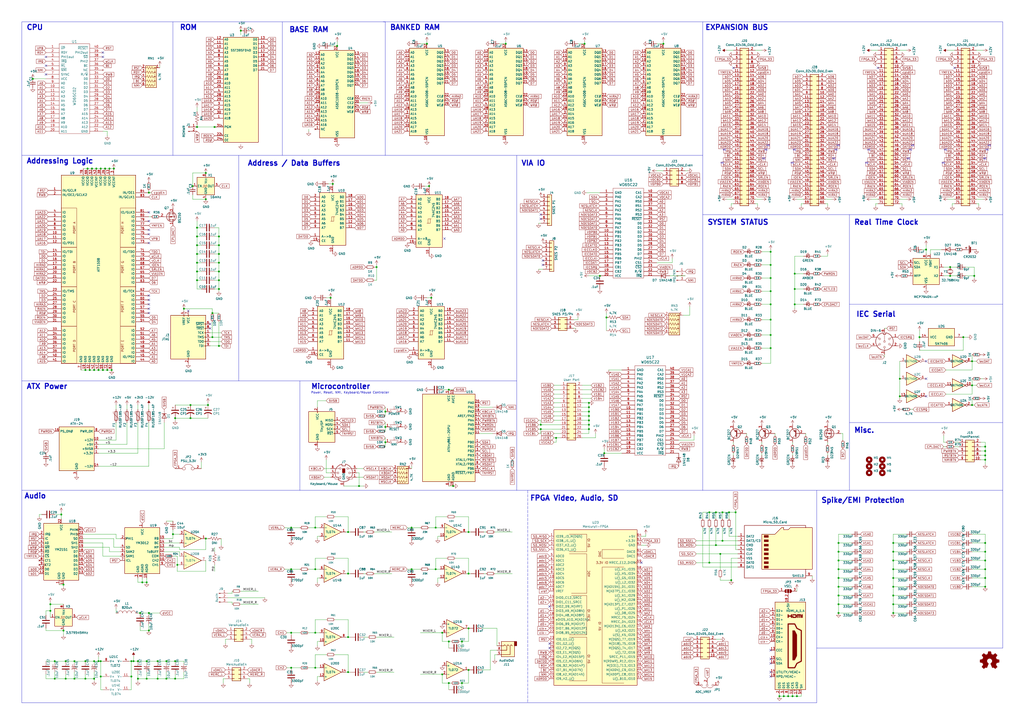
<source format=kicad_sch>
(kicad_sch (version 20211123) (generator eeschema)
  (paper "A2")
  (lib_symbols
    (symbol "6502:WD65C02" (pin_names (offset 1.016))
      (property "Reference" "U" (at 0 -29.21 0))
      (property "Value" "WD65C02" (at 0 -2.54 90))
      (symbol "WD65C02_1_1"
        (pin output line (at -16.51 22.86 0) (length 7.62) (name "~{VP}") (number "1"))
        (pin output line (at -16.51 0 0) (length 7.62) (name "A1") (number "10"))
        (pin output line (at -16.51 -2.54 0) (length 7.62) (name "A2") (number "11"))
        (pin output line (at -16.51 -5.08 0) (length 7.62) (name "A3") (number "12"))
        (pin output line (at -16.51 -7.62 0) (length 7.62) (name "A4") (number "13"))
        (pin output line (at -16.51 -10.16 0) (length 7.62) (name "A5") (number "14"))
        (pin output line (at -16.51 -12.7 0) (length 7.62) (name "A6") (number "15"))
        (pin output line (at -16.51 -15.24 0) (length 7.62) (name "A7") (number "16"))
        (pin output line (at -16.51 -17.78 0) (length 7.62) (name "A8") (number "17"))
        (pin output line (at -16.51 -20.32 0) (length 7.62) (name "A9") (number "18"))
        (pin output line (at -16.51 -22.86 0) (length 7.62) (name "A10") (number "19"))
        (pin bidirectional line (at -16.51 20.32 0) (length 7.62) (name "RDY") (number "2"))
        (pin output line (at -16.51 -25.4 0) (length 7.62) (name "A11") (number "20"))
        (pin power_in line (at 16.51 -25.4 180) (length 7.62) (name "GND") (number "21"))
        (pin output line (at 16.51 -22.86 180) (length 7.62) (name "A12") (number "22"))
        (pin output line (at 16.51 -20.32 180) (length 7.62) (name "A13") (number "23"))
        (pin output line (at 16.51 -17.78 180) (length 7.62) (name "A14") (number "24"))
        (pin output line (at 16.51 -15.24 180) (length 7.62) (name "A15") (number "25"))
        (pin tri_state line (at 16.51 -12.7 180) (length 7.62) (name "D7") (number "26"))
        (pin tri_state line (at 16.51 -10.16 180) (length 7.62) (name "D6") (number "27"))
        (pin tri_state line (at 16.51 -7.62 180) (length 7.62) (name "D5") (number "28"))
        (pin tri_state line (at 16.51 -5.08 180) (length 7.62) (name "D4") (number "29"))
        (pin output line (at -16.51 17.78 0) (length 7.62) (name "PHI1out") (number "3"))
        (pin tri_state line (at 16.51 -2.54 180) (length 7.62) (name "D3") (number "30"))
        (pin tri_state line (at 16.51 0 180) (length 7.62) (name "D2") (number "31"))
        (pin tri_state line (at 16.51 2.54 180) (length 7.62) (name "D1") (number "32"))
        (pin tri_state line (at 16.51 5.08 180) (length 7.62) (name "D0") (number "33"))
        (pin output line (at 16.51 7.62 180) (length 7.62) (name "R/~{W}") (number "34"))
        (pin no_connect line (at 16.51 10.16 180) (length 7.62) (name "NC") (number "35"))
        (pin input line (at 16.51 12.7 180) (length 7.62) (name "BE") (number "36"))
        (pin input line (at 16.51 15.24 180) (length 7.62) (name "PHI2") (number "37"))
        (pin output line (at 16.51 17.78 180) (length 7.62) (name "~{SO}") (number "38"))
        (pin output line (at 16.51 20.32 180) (length 7.62) (name "PHI2out") (number "39"))
        (pin input line (at -16.51 15.24 0) (length 7.62) (name "~{IRQ}") (number "4"))
        (pin input line (at 16.51 22.86 180) (length 7.62) (name "~{RESET}") (number "40"))
        (pin output line (at -16.51 12.7 0) (length 7.62) (name "~{ML}") (number "5"))
        (pin input line (at -16.51 10.16 0) (length 7.62) (name "~{NMI}") (number "6"))
        (pin output line (at -16.51 7.62 0) (length 7.62) (name "SYNC") (number "7"))
        (pin power_in line (at -16.51 5.08 0) (length 7.62) (name "VCC") (number "8"))
        (pin output line (at -16.51 2.54 0) (length 7.62) (name "A0") (number "9"))
      )
    )
    (symbol "6502:WD65C22" (pin_names (offset 1.016))
      (property "Reference" "U" (at 0 -29.21 0))
      (property "Value" "WD65C22" (at 0 -2.54 90))
      (symbol "WD65C22_1_1"
        (pin power_in line (at -16.51 22.86 0) (length 7.62) (name "GND") (number "1"))
        (pin bidirectional line (at -16.51 0 0) (length 7.62) (name "PB0") (number "10"))
        (pin bidirectional line (at -16.51 -2.54 0) (length 7.62) (name "PB1") (number "11"))
        (pin bidirectional line (at -16.51 -5.08 0) (length 7.62) (name "PB2") (number "12"))
        (pin bidirectional line (at -16.51 -7.62 0) (length 7.62) (name "PB3") (number "13"))
        (pin bidirectional line (at -16.51 -10.16 0) (length 7.62) (name "PB4") (number "14"))
        (pin bidirectional line (at -16.51 -12.7 0) (length 7.62) (name "PB5") (number "15"))
        (pin bidirectional line (at -16.51 -15.24 0) (length 7.62) (name "PB6") (number "16"))
        (pin bidirectional line (at -16.51 -17.78 0) (length 7.62) (name "PB7") (number "17"))
        (pin bidirectional line (at -16.51 -20.32 0) (length 7.62) (name "CB1") (number "18"))
        (pin output line (at -16.51 -22.86 0) (length 7.62) (name "CB2") (number "19"))
        (pin bidirectional line (at -16.51 20.32 0) (length 7.62) (name "PA0") (number "2"))
        (pin power_in line (at -16.51 -25.4 0) (length 7.62) (name "VCC") (number "20"))
        (pin output line (at 16.51 -25.4 180) (length 7.62) (name "~{IRQ}") (number "21"))
        (pin input line (at 16.51 -22.86 180) (length 7.62) (name "R/~{W}") (number "22"))
        (pin input line (at 16.51 -20.32 180) (length 7.62) (name "~{CS2}") (number "23"))
        (pin input line (at 16.51 -17.78 180) (length 7.62) (name "CS1") (number "24"))
        (pin input line (at 16.51 -15.24 180) (length 7.62) (name "PHI2") (number "25"))
        (pin tri_state line (at 16.51 -12.7 180) (length 7.62) (name "D7") (number "26"))
        (pin tri_state line (at 16.51 -10.16 180) (length 7.62) (name "D6") (number "27"))
        (pin tri_state line (at 16.51 -7.62 180) (length 7.62) (name "D5") (number "28"))
        (pin tri_state line (at 16.51 -5.08 180) (length 7.62) (name "D4") (number "29"))
        (pin bidirectional line (at -16.51 17.78 0) (length 7.62) (name "PA1") (number "3"))
        (pin tri_state line (at 16.51 -2.54 180) (length 7.62) (name "D3") (number "30"))
        (pin tri_state line (at 16.51 0 180) (length 7.62) (name "D2") (number "31"))
        (pin tri_state line (at 16.51 2.54 180) (length 7.62) (name "D1") (number "32"))
        (pin tri_state line (at 16.51 5.08 180) (length 7.62) (name "D0") (number "33"))
        (pin input line (at 16.51 7.62 180) (length 7.62) (name "~{RESET}") (number "34"))
        (pin input line (at 16.51 10.16 180) (length 7.62) (name "RS3") (number "35"))
        (pin input line (at 16.51 12.7 180) (length 7.62) (name "RS2") (number "36"))
        (pin input line (at 16.51 15.24 180) (length 7.62) (name "RS1") (number "37"))
        (pin input line (at 16.51 17.78 180) (length 7.62) (name "RS0") (number "38"))
        (pin bidirectional line (at 16.51 20.32 180) (length 7.62) (name "CA2") (number "39"))
        (pin bidirectional line (at -16.51 15.24 0) (length 7.62) (name "PA2") (number "4"))
        (pin bidirectional line (at 16.51 22.86 180) (length 7.62) (name "CA1") (number "40"))
        (pin bidirectional line (at -16.51 12.7 0) (length 7.62) (name "PA3") (number "5"))
        (pin bidirectional line (at -16.51 10.16 0) (length 7.62) (name "PA4") (number "6"))
        (pin bidirectional line (at -16.51 7.62 0) (length 7.62) (name "PA5") (number "7"))
        (pin bidirectional line (at -16.51 5.08 0) (length 7.62) (name "PA6") (number "8"))
        (pin bidirectional line (at -16.51 2.54 0) (length 7.62) (name "PA7") (number "9"))
      )
    )
    (symbol "74xx:74HC245" (pin_names (offset 1.016))
      (property "Reference" "U" (at -7.62 16.51 0))
      (property "Value" "74HC245" (at -7.62 -16.51 0))
      (symbol "74HC245_1_0"
        (pin input line (at -12.7 -10.16 0) (length 5.08) (name "A->B") (number "1"))
        (pin power_in line (at 0 -20.32 90) (length 5.08) (name "GND") (number "10"))
        (pin tri_state line (at 12.7 -5.08 180) (length 5.08) (name "B7") (number "11"))
        (pin tri_state line (at 12.7 -2.54 180) (length 5.08) (name "B6") (number "12"))
        (pin tri_state line (at 12.7 0 180) (length 5.08) (name "B5") (number "13"))
        (pin tri_state line (at 12.7 2.54 180) (length 5.08) (name "B4") (number "14"))
        (pin tri_state line (at 12.7 5.08 180) (length 5.08) (name "B3") (number "15"))
        (pin tri_state line (at 12.7 7.62 180) (length 5.08) (name "B2") (number "16"))
        (pin tri_state line (at 12.7 10.16 180) (length 5.08) (name "B1") (number "17"))
        (pin tri_state line (at 12.7 12.7 180) (length 5.08) (name "B0") (number "18"))
        (pin input inverted (at -12.7 -12.7 0) (length 5.08) (name "CE") (number "19"))
        (pin tri_state line (at -12.7 12.7 0) (length 5.08) (name "A0") (number "2"))
        (pin power_in line (at 0 20.32 270) (length 5.08) (name "VCC") (number "20"))
        (pin tri_state line (at -12.7 10.16 0) (length 5.08) (name "A1") (number "3"))
        (pin tri_state line (at -12.7 7.62 0) (length 5.08) (name "A2") (number "4"))
        (pin tri_state line (at -12.7 5.08 0) (length 5.08) (name "A3") (number "5"))
        (pin tri_state line (at -12.7 2.54 0) (length 5.08) (name "A4") (number "6"))
        (pin tri_state line (at -12.7 0 0) (length 5.08) (name "A5") (number "7"))
        (pin tri_state line (at -12.7 -2.54 0) (length 5.08) (name "A6") (number "8"))
        (pin tri_state line (at -12.7 -5.08 0) (length 5.08) (name "A7") (number "9"))
      )
    )
    (symbol "74xx:74LS06" (pin_names (offset 1.016))
      (property "Reference" "U" (at 0 1.27 0))
      (property "Value" "74LS06" (at 0 -1.27 0))
      (symbol "74LS06_1_0"
        (pin input line (at -7.62 0 0) (length 3.81) (name "~") (number "1"))
        (pin open_collector inverted (at 7.62 0 180) (length 3.81) (name "~") (number "2"))
      )
      (symbol "74LS06_2_0"
        (pin input line (at -7.62 0 0) (length 3.81) (name "~") (number "3"))
        (pin open_collector inverted (at 7.62 0 180) (length 3.81) (name "~") (number "4"))
      )
      (symbol "74LS06_3_0"
        (pin input line (at -7.62 0 0) (length 3.81) (name "~") (number "5"))
        (pin open_collector inverted (at 7.62 0 180) (length 3.81) (name "~") (number "6"))
      )
      (symbol "74LS06_4_0"
        (pin open_collector inverted (at 7.62 0 180) (length 3.81) (name "~") (number "8"))
        (pin input line (at -7.62 0 0) (length 3.81) (name "~") (number "9"))
      )
      (symbol "74LS06_5_0"
        (pin open_collector inverted (at 7.62 0 180) (length 3.81) (name "~") (number "10"))
        (pin input line (at -7.62 0 0) (length 3.81) (name "~") (number "11"))
      )
      (symbol "74LS06_6_0"
        (pin open_collector inverted (at 7.62 0 180) (length 3.81) (name "~") (number "12"))
        (pin input line (at -7.62 0 0) (length 3.81) (name "~") (number "13"))
      )
      (symbol "74LS06_7_0"
        (pin power_in line (at 0 12.7 270) (length 5.08) (name "VCC") (number "14"))
        (pin power_in line (at 0 -12.7 90) (length 5.08) (name "GND") (number "7"))
      )
    )
    (symbol "Amplifier_Operational:TL072" (pin_names (offset 0.127))
      (property "Reference" "U" (at 0 5.08 0))
      (property "Value" "TL072" (at 0 -5.08 0))
      (symbol "TL072_1_1"
        (pin output line (at 7.62 0 180) (length 2.54) (name "~") (number "1"))
        (pin input line (at -7.62 -2.54 0) (length 2.54) (name "-") (number "2"))
        (pin input line (at -7.62 2.54 0) (length 2.54) (name "+") (number "3"))
      )
      (symbol "TL072_2_1"
        (pin input line (at -7.62 2.54 0) (length 2.54) (name "+") (number "5"))
        (pin input line (at -7.62 -2.54 0) (length 2.54) (name "-") (number "6"))
        (pin output line (at 7.62 0 180) (length 2.54) (name "~") (number "7"))
      )
      (symbol "TL072_3_1"
        (pin power_in line (at -2.54 -7.62 90) (length 3.81) (name "V-") (number "4"))
        (pin power_in line (at -2.54 7.62 270) (length 3.81) (name "V+") (number "8"))
      )
    )
    (symbol "Amplifier_Operational:TL074" (pin_names (offset 0.127))
      (property "Reference" "U" (at 0 5.08 0))
      (property "Value" "TL074" (at 0 -5.08 0))
      (symbol "TL074_1_1"
        (pin output line (at 7.62 0 180) (length 2.54) (name "~") (number "1"))
        (pin input line (at -7.62 -2.54 0) (length 2.54) (name "-") (number "2"))
        (pin input line (at -7.62 2.54 0) (length 2.54) (name "+") (number "3"))
      )
      (symbol "TL074_2_1"
        (pin input line (at -7.62 2.54 0) (length 2.54) (name "+") (number "5"))
        (pin input line (at -7.62 -2.54 0) (length 2.54) (name "-") (number "6"))
        (pin output line (at 7.62 0 180) (length 2.54) (name "~") (number "7"))
      )
      (symbol "TL074_3_1"
        (pin input line (at -7.62 2.54 0) (length 2.54) (name "+") (number "10"))
        (pin output line (at 7.62 0 180) (length 2.54) (name "~") (number "8"))
        (pin input line (at -7.62 -2.54 0) (length 2.54) (name "-") (number "9"))
      )
      (symbol "TL074_4_1"
        (pin input line (at -7.62 2.54 0) (length 2.54) (name "+") (number "12"))
        (pin input line (at -7.62 -2.54 0) (length 2.54) (name "-") (number "13"))
        (pin output line (at 7.62 0 180) (length 2.54) (name "~") (number "14"))
      )
      (symbol "TL074_5_1"
        (pin power_in line (at -2.54 -7.62 90) (length 3.81) (name "V-") (number "11"))
        (pin power_in line (at -2.54 7.62 270) (length 3.81) (name "V+") (number "4"))
      )
    )
    (symbol "Connector:ATX-24"
      (property "Reference" "J" (at -8.89 13.97 0))
      (property "Value" "ATX-24" (at 6.35 13.97 0))
      (symbol "ATX-24_1_1"
        (pin power_out line (at 12.7 -2.54 180) (length 2.54) (name "+3.3V") (number "1"))
        (pin power_out line (at 12.7 5.08 180) (length 2.54) (name "+12V") (number "10"))
        (pin passive line (at 12.7 5.08 180) (length 2.54) hide (name "+12V") (number "11"))
        (pin passive line (at 12.7 -2.54 180) (length 2.54) hide (name "+3.3V") (number "12"))
        (pin passive line (at 12.7 -2.54 180) (length 2.54) hide (name "+3.3V") (number "13"))
        (pin power_out line (at 12.7 -10.16 180) (length 2.54) (name "-12V") (number "14"))
        (pin passive line (at 0 -15.24 90) (length 2.54) hide (name "GND") (number "15"))
        (pin open_collector line (at -12.7 10.16 0) (length 2.54) (name "PS_ON#") (number "16"))
        (pin passive line (at 0 -15.24 90) (length 2.54) hide (name "GND") (number "17"))
        (pin passive line (at 0 -15.24 90) (length 2.54) hide (name "GND") (number "18"))
        (pin passive line (at 0 -15.24 90) (length 2.54) hide (name "GND") (number "19"))
        (pin passive line (at 12.7 -2.54 180) (length 2.54) hide (name "+3.3V") (number "2"))
        (pin no_connect line (at -10.16 0 0) (length 2.54) hide (name "NC") (number "20"))
        (pin passive line (at 12.7 2.54 180) (length 2.54) hide (name "+5V") (number "21"))
        (pin passive line (at 12.7 2.54 180) (length 2.54) hide (name "+5V") (number "22"))
        (pin passive line (at 12.7 2.54 180) (length 2.54) hide (name "+5V") (number "23"))
        (pin passive line (at 0 -15.24 90) (length 2.54) hide (name "GND") (number "24"))
        (pin power_out line (at 0 -15.24 90) (length 2.54) (name "GND") (number "3"))
        (pin power_out line (at 12.7 2.54 180) (length 2.54) (name "+5V") (number "4"))
        (pin passive line (at 0 -15.24 90) (length 2.54) hide (name "GND") (number "5"))
        (pin passive line (at 12.7 2.54 180) (length 2.54) hide (name "+5V") (number "6"))
        (pin passive line (at 0 -15.24 90) (length 2.54) hide (name "GND") (number "7"))
        (pin output line (at 12.7 10.16 180) (length 2.54) (name "PWR_OK") (number "8"))
        (pin power_out line (at 12.7 0 180) (length 2.54) (name "+5VSB") (number "9"))
      )
    )
    (symbol "Connector:AVR-ISP-6" (pin_names (offset 1.016))
      (property "Reference" "J" (at -6.35 11.43 0))
      (property "Value" "AVR-ISP-6" (at 0 11.43 0))
      (symbol "AVR-ISP-6_1_1"
        (pin passive line (at 10.16 5.08 180) (length 2.54) (name "MISO") (number "1"))
        (pin passive line (at -2.54 12.7 270) (length 2.54) (name "VCC") (number "2"))
        (pin passive line (at 10.16 0 180) (length 2.54) (name "SCK") (number "3"))
        (pin passive line (at 10.16 2.54 180) (length 2.54) (name "MOSI") (number "4"))
        (pin passive line (at 10.16 -2.54 180) (length 2.54) (name "~{RST}") (number "5"))
        (pin passive line (at -2.54 -10.16 90) (length 2.54) (name "GND") (number "6"))
      )
    )
    (symbol "Connector:AVR-JTAG-10" (pin_names (offset 1.016))
      (property "Reference" "J" (at -8.89 13.97 0))
      (property "Value" "AVR-JTAG-10" (at 1.27 13.97 0))
      (symbol "AVR-JTAG-10_1_1"
        (pin passive line (at 12.7 2.54 180) (length 2.54) (name "TCK") (number "1"))
        (pin passive line (at 0 -15.24 90) (length 2.54) hide (name "GND") (number "10"))
        (pin passive line (at 0 -15.24 90) (length 2.54) (name "GND") (number "2"))
        (pin passive line (at 12.7 -2.54 180) (length 2.54) (name "TDO") (number "3"))
        (pin passive line (at -2.54 15.24 270) (length 2.54) (name "VREF") (number "4"))
        (pin passive line (at 12.7 0 180) (length 2.54) (name "TMS") (number "5"))
        (pin passive line (at 12.7 7.62 180) (length 2.54) (name "~{SRST}") (number "6"))
        (pin passive line (at 0 15.24 270) (length 2.54) (name "VCC") (number "7"))
        (pin passive line (at 12.7 5.08 180) (length 2.54) (name "~{TRST}") (number "8"))
        (pin passive line (at 12.7 -5.08 180) (length 2.54) (name "TDI") (number "9"))
      )
    )
    (symbol "Connector:AudioJack3"
      (property "Reference" "J" (at 0 8.89 0))
      (property "Value" "AudioJack3" (at 0 6.35 0))
      (symbol "AudioJack3_1_1"
        (pin passive line (at 5.08 0 180) (length 2.54) (name "~") (number "R"))
        (pin passive line (at 5.08 2.54 180) (length 2.54) (name "~") (number "S"))
        (pin passive line (at 5.08 -2.54 180) (length 2.54) (name "~") (number "T"))
      )
    )
    (symbol "Connector:Conn_01x03_Male" (pin_names (offset 1.016) hide)
      (property "Reference" "J" (at 0 5.08 0))
      (property "Value" "Conn_01x03_Male" (at 0 -5.08 0))
      (symbol "Conn_01x03_Male_1_1"
        (pin passive line (at 5.08 2.54 180) (length 3.81) (name "Pin_1") (number "1"))
        (pin passive line (at 5.08 0 180) (length 3.81) (name "Pin_2") (number "2"))
        (pin passive line (at 5.08 -2.54 180) (length 3.81) (name "Pin_3") (number "3"))
      )
    )
    (symbol "Connector:HDMI_A_1.4"
      (property "Reference" "J" (at -6.35 26.67 0))
      (property "Value" "HDMI_A_1.4" (at 10.16 26.67 0))
      (symbol "HDMI_A_1.4_1_1"
        (pin passive line (at -10.16 20.32 0) (length 2.54) (name "D2+") (number "1"))
        (pin passive line (at -10.16 5.08 0) (length 2.54) (name "CK+") (number "10"))
        (pin power_in line (at 2.54 -27.94 90) (length 2.54) (name "CKS") (number "11"))
        (pin passive line (at -10.16 2.54 0) (length 2.54) (name "CK-") (number "12"))
        (pin bidirectional line (at -10.16 -2.54 0) (length 2.54) (name "CEC") (number "13"))
        (pin passive line (at -10.16 -15.24 0) (length 2.54) (name "UTILITY/HEAC+") (number "14"))
        (pin passive line (at -10.16 -7.62 0) (length 2.54) (name "SCL") (number "15"))
        (pin bidirectional line (at -10.16 -10.16 0) (length 2.54) (name "SDA") (number "16"))
        (pin power_in line (at 5.08 -27.94 90) (length 2.54) (name "GND") (number "17"))
        (pin power_in line (at 0 27.94 270) (length 2.54) (name "+5V") (number "18"))
        (pin passive line (at -10.16 -17.78 0) (length 2.54) (name "HPD/HEAC-") (number "19"))
        (pin power_in line (at -5.08 -27.94 90) (length 2.54) (name "D2S") (number "2"))
        (pin passive line (at -10.16 17.78 0) (length 2.54) (name "D2-") (number "3"))
        (pin passive line (at -10.16 15.24 0) (length 2.54) (name "D1+") (number "4"))
        (pin power_in line (at -2.54 -27.94 90) (length 2.54) (name "D1S") (number "5"))
        (pin passive line (at -10.16 12.7 0) (length 2.54) (name "D1-") (number "6"))
        (pin passive line (at -10.16 10.16 0) (length 2.54) (name "D0+") (number "7"))
        (pin power_in line (at 0 -27.94 90) (length 2.54) (name "D0S") (number "8"))
        (pin passive line (at -10.16 7.62 0) (length 2.54) (name "D0-") (number "9"))
        (pin passive line (at 7.62 -27.94 90) (length 2.54) (name "SH") (number "SH"))
      )
    )
    (symbol "Connector:Micro_SD_Card" (pin_names (offset 1.016))
      (property "Reference" "J" (at -16.51 15.24 0))
      (property "Value" "Micro_SD_Card" (at 16.51 15.24 0))
      (symbol "Micro_SD_Card_1_1"
        (pin bidirectional line (at -22.86 7.62 0) (length 3.81) (name "DAT2") (number "1"))
        (pin bidirectional line (at -22.86 5.08 0) (length 3.81) (name "DAT3/CD") (number "2"))
        (pin input line (at -22.86 2.54 0) (length 3.81) (name "CMD") (number "3"))
        (pin power_in line (at -22.86 0 0) (length 3.81) (name "VDD") (number "4"))
        (pin input line (at -22.86 -2.54 0) (length 3.81) (name "CLK") (number "5"))
        (pin power_in line (at -22.86 -5.08 0) (length 3.81) (name "VSS") (number "6"))
        (pin bidirectional line (at -22.86 -7.62 0) (length 3.81) (name "DAT0") (number "7"))
        (pin bidirectional line (at -22.86 -10.16 0) (length 3.81) (name "DAT1") (number "8"))
        (pin passive line (at 20.32 -15.24 180) (length 3.81) (name "SHIELD") (number "9"))
      )
    )
    (symbol "Connector_Generic:Conn_01x07" (pin_names (offset 1.016) hide)
      (property "Reference" "J" (at 0 10.16 0))
      (property "Value" "Conn_01x07" (at 0 -10.16 0))
      (symbol "Conn_01x07_1_1"
        (pin passive line (at -5.08 7.62 0) (length 3.81) (name "Pin_1") (number "1"))
        (pin passive line (at -5.08 5.08 0) (length 3.81) (name "Pin_2") (number "2"))
        (pin passive line (at -5.08 2.54 0) (length 3.81) (name "Pin_3") (number "3"))
        (pin passive line (at -5.08 0 0) (length 3.81) (name "Pin_4") (number "4"))
        (pin passive line (at -5.08 -2.54 0) (length 3.81) (name "Pin_5") (number "5"))
        (pin passive line (at -5.08 -5.08 0) (length 3.81) (name "Pin_6") (number "6"))
        (pin passive line (at -5.08 -7.62 0) (length 3.81) (name "Pin_7") (number "7"))
      )
    )
    (symbol "Connector_Generic:Conn_02x03_Odd_Even" (pin_names (offset 1.016) hide)
      (property "Reference" "J" (at 1.27 5.08 0))
      (property "Value" "Conn_02x03_Odd_Even" (at 1.27 -5.08 0))
      (symbol "Conn_02x03_Odd_Even_1_1"
        (pin passive line (at -5.08 2.54 0) (length 3.81) (name "Pin_1") (number "1"))
        (pin passive line (at 7.62 2.54 180) (length 3.81) (name "Pin_2") (number "2"))
        (pin passive line (at -5.08 0 0) (length 3.81) (name "Pin_3") (number "3"))
        (pin passive line (at 7.62 0 180) (length 3.81) (name "Pin_4") (number "4"))
        (pin passive line (at -5.08 -2.54 0) (length 3.81) (name "Pin_5") (number "5"))
        (pin passive line (at 7.62 -2.54 180) (length 3.81) (name "Pin_6") (number "6"))
      )
    )
    (symbol "Connector_Generic:Conn_02x04_Odd_Even" (pin_names (offset 1.016) hide)
      (property "Reference" "J" (at 1.27 5.08 0))
      (property "Value" "Conn_02x04_Odd_Even" (at 1.27 -7.62 0))
      (symbol "Conn_02x04_Odd_Even_1_1"
        (pin passive line (at -5.08 2.54 0) (length 3.81) (name "Pin_1") (number "1"))
        (pin passive line (at 7.62 2.54 180) (length 3.81) (name "Pin_2") (number "2"))
        (pin passive line (at -5.08 0 0) (length 3.81) (name "Pin_3") (number "3"))
        (pin passive line (at 7.62 0 180) (length 3.81) (name "Pin_4") (number "4"))
        (pin passive line (at -5.08 -2.54 0) (length 3.81) (name "Pin_5") (number "5"))
        (pin passive line (at 7.62 -2.54 180) (length 3.81) (name "Pin_6") (number "6"))
        (pin passive line (at -5.08 -5.08 0) (length 3.81) (name "Pin_7") (number "7"))
        (pin passive line (at 7.62 -5.08 180) (length 3.81) (name "Pin_8") (number "8"))
      )
    )
    (symbol "Connector_Generic:Conn_02x05_Odd_Even" (pin_names (offset 1.016) hide)
      (property "Reference" "J" (at 1.27 7.62 0))
      (property "Value" "Conn_02x05_Odd_Even" (at 1.27 -7.62 0))
      (symbol "Conn_02x05_Odd_Even_1_1"
        (pin passive line (at -5.08 5.08 0) (length 3.81) (name "Pin_1") (number "1"))
        (pin passive line (at 7.62 -5.08 180) (length 3.81) (name "Pin_10") (number "10"))
        (pin passive line (at 7.62 5.08 180) (length 3.81) (name "Pin_2") (number "2"))
        (pin passive line (at -5.08 2.54 0) (length 3.81) (name "Pin_3") (number "3"))
        (pin passive line (at 7.62 2.54 180) (length 3.81) (name "Pin_4") (number "4"))
        (pin passive line (at -5.08 0 0) (length 3.81) (name "Pin_5") (number "5"))
        (pin passive line (at 7.62 0 180) (length 3.81) (name "Pin_6") (number "6"))
        (pin passive line (at -5.08 -2.54 0) (length 3.81) (name "Pin_7") (number "7"))
        (pin passive line (at 7.62 -2.54 180) (length 3.81) (name "Pin_8") (number "8"))
        (pin passive line (at -5.08 -5.08 0) (length 3.81) (name "Pin_9") (number "9"))
      )
    )
    (symbol "Connector_Generic:Conn_02x13_Odd_Even" (pin_names (offset 1.016) hide)
      (property "Reference" "J" (at 1.27 17.78 0))
      (property "Value" "Conn_02x13_Odd_Even" (at 1.27 -17.78 0))
      (symbol "Conn_02x13_Odd_Even_1_1"
        (pin passive line (at -5.08 15.24 0) (length 3.81) (name "Pin_1") (number "1"))
        (pin passive line (at 7.62 5.08 180) (length 3.81) (name "Pin_10") (number "10"))
        (pin passive line (at -5.08 2.54 0) (length 3.81) (name "Pin_11") (number "11"))
        (pin passive line (at 7.62 2.54 180) (length 3.81) (name "Pin_12") (number "12"))
        (pin passive line (at -5.08 0 0) (length 3.81) (name "Pin_13") (number "13"))
        (pin passive line (at 7.62 0 180) (length 3.81) (name "Pin_14") (number "14"))
        (pin passive line (at -5.08 -2.54 0) (length 3.81) (name "Pin_15") (number "15"))
        (pin passive line (at 7.62 -2.54 180) (length 3.81) (name "Pin_16") (number "16"))
        (pin passive line (at -5.08 -5.08 0) (length 3.81) (name "Pin_17") (number "17"))
        (pin passive line (at 7.62 -5.08 180) (length 3.81) (name "Pin_18") (number "18"))
        (pin passive line (at -5.08 -7.62 0) (length 3.81) (name "Pin_19") (number "19"))
        (pin passive line (at 7.62 15.24 180) (length 3.81) (name "Pin_2") (number "2"))
        (pin passive line (at 7.62 -7.62 180) (length 3.81) (name "Pin_20") (number "20"))
        (pin passive line (at -5.08 -10.16 0) (length 3.81) (name "Pin_21") (number "21"))
        (pin passive line (at 7.62 -10.16 180) (length 3.81) (name "Pin_22") (number "22"))
        (pin passive line (at -5.08 -12.7 0) (length 3.81) (name "Pin_23") (number "23"))
        (pin passive line (at 7.62 -12.7 180) (length 3.81) (name "Pin_24") (number "24"))
        (pin passive line (at -5.08 -15.24 0) (length 3.81) (name "Pin_25") (number "25"))
        (pin passive line (at 7.62 -15.24 180) (length 3.81) (name "Pin_26") (number "26"))
        (pin passive line (at -5.08 12.7 0) (length 3.81) (name "Pin_3") (number "3"))
        (pin passive line (at 7.62 12.7 180) (length 3.81) (name "Pin_4") (number "4"))
        (pin passive line (at -5.08 10.16 0) (length 3.81) (name "Pin_5") (number "5"))
        (pin passive line (at 7.62 10.16 180) (length 3.81) (name "Pin_6") (number "6"))
        (pin passive line (at -5.08 7.62 0) (length 3.81) (name "Pin_7") (number "7"))
        (pin passive line (at 7.62 7.62 180) (length 3.81) (name "Pin_8") (number "8"))
        (pin passive line (at -5.08 5.08 0) (length 3.81) (name "Pin_9") (number "9"))
      )
    )
    (symbol "Connector_Generic:Conn_02x30_Odd_Even" (pin_names (offset 1.016) hide)
      (property "Reference" "J" (at 1.27 38.1 0))
      (property "Value" "Conn_02x30_Odd_Even" (at 1.27 -40.64 0))
      (symbol "Conn_02x30_Odd_Even_1_1"
        (pin passive line (at -5.08 35.56 0) (length 3.81) (name "Pin_1") (number "1"))
        (pin passive line (at 7.62 25.4 180) (length 3.81) (name "Pin_10") (number "10"))
        (pin passive line (at -5.08 22.86 0) (length 3.81) (name "Pin_11") (number "11"))
        (pin passive line (at 7.62 22.86 180) (length 3.81) (name "Pin_12") (number "12"))
        (pin passive line (at -5.08 20.32 0) (length 3.81) (name "Pin_13") (number "13"))
        (pin passive line (at 7.62 20.32 180) (length 3.81) (name "Pin_14") (number "14"))
        (pin passive line (at -5.08 17.78 0) (length 3.81) (name "Pin_15") (number "15"))
        (pin passive line (at 7.62 17.78 180) (length 3.81) (name "Pin_16") (number "16"))
        (pin passive line (at -5.08 15.24 0) (length 3.81) (name "Pin_17") (number "17"))
        (pin passive line (at 7.62 15.24 180) (length 3.81) (name "Pin_18") (number "18"))
        (pin passive line (at -5.08 12.7 0) (length 3.81) (name "Pin_19") (number "19"))
        (pin passive line (at 7.62 35.56 180) (length 3.81) (name "Pin_2") (number "2"))
        (pin passive line (at 7.62 12.7 180) (length 3.81) (name "Pin_20") (number "20"))
        (pin passive line (at -5.08 10.16 0) (length 3.81) (name "Pin_21") (number "21"))
        (pin passive line (at 7.62 10.16 180) (length 3.81) (name "Pin_22") (number "22"))
        (pin passive line (at -5.08 7.62 0) (length 3.81) (name "Pin_23") (number "23"))
        (pin passive line (at 7.62 7.62 180) (length 3.81) (name "Pin_24") (number "24"))
        (pin passive line (at -5.08 5.08 0) (length 3.81) (name "Pin_25") (number "25"))
        (pin passive line (at 7.62 5.08 180) (length 3.81) (name "Pin_26") (number "26"))
        (pin passive line (at -5.08 2.54 0) (length 3.81) (name "Pin_27") (number "27"))
        (pin passive line (at 7.62 2.54 180) (length 3.81) (name "Pin_28") (number "28"))
        (pin passive line (at -5.08 0 0) (length 3.81) (name "Pin_29") (number "29"))
        (pin passive line (at -5.08 33.02 0) (length 3.81) (name "Pin_3") (number "3"))
        (pin passive line (at 7.62 0 180) (length 3.81) (name "Pin_30") (number "30"))
        (pin passive line (at -5.08 -2.54 0) (length 3.81) (name "Pin_31") (number "31"))
        (pin passive line (at 7.62 -2.54 180) (length 3.81) (name "Pin_32") (number "32"))
        (pin passive line (at -5.08 -5.08 0) (length 3.81) (name "Pin_33") (number "33"))
        (pin passive line (at 7.62 -5.08 180) (length 3.81) (name "Pin_34") (number "34"))
        (pin passive line (at -5.08 -7.62 0) (length 3.81) (name "Pin_35") (number "35"))
        (pin passive line (at 7.62 -7.62 180) (length 3.81) (name "Pin_36") (number "36"))
        (pin passive line (at -5.08 -10.16 0) (length 3.81) (name "Pin_37") (number "37"))
        (pin passive line (at 7.62 -10.16 180) (length 3.81) (name "Pin_38") (number "38"))
        (pin passive line (at -5.08 -12.7 0) (length 3.81) (name "Pin_39") (number "39"))
        (pin passive line (at 7.62 33.02 180) (length 3.81) (name "Pin_4") (number "4"))
        (pin passive line (at 7.62 -12.7 180) (length 3.81) (name "Pin_40") (number "40"))
        (pin passive line (at -5.08 -15.24 0) (length 3.81) (name "Pin_41") (number "41"))
        (pin passive line (at 7.62 -15.24 180) (length 3.81) (name "Pin_42") (number "42"))
        (pin passive line (at -5.08 -17.78 0) (length 3.81) (name "Pin_43") (number "43"))
        (pin passive line (at 7.62 -17.78 180) (length 3.81) (name "Pin_44") (number "44"))
        (pin passive line (at -5.08 -20.32 0) (length 3.81) (name "Pin_45") (number "45"))
        (pin passive line (at 7.62 -20.32 180) (length 3.81) (name "Pin_46") (number "46"))
        (pin passive line (at -5.08 -22.86 0) (length 3.81) (name "Pin_47") (number "47"))
        (pin passive line (at 7.62 -22.86 180) (length 3.81) (name "Pin_48") (number "48"))
        (pin passive line (at -5.08 -25.4 0) (length 3.81) (name "Pin_49") (number "49"))
        (pin passive line (at -5.08 30.48 0) (length 3.81) (name "Pin_5") (number "5"))
        (pin passive line (at 7.62 -25.4 180) (length 3.81) (name "Pin_50") (number "50"))
        (pin passive line (at -5.08 -27.94 0) (length 3.81) (name "Pin_51") (number "51"))
        (pin passive line (at 7.62 -27.94 180) (length 3.81) (name "Pin_52") (number "52"))
        (pin passive line (at -5.08 -30.48 0) (length 3.81) (name "Pin_53") (number "53"))
        (pin passive line (at 7.62 -30.48 180) (length 3.81) (name "Pin_54") (number "54"))
        (pin passive line (at -5.08 -33.02 0) (length 3.81) (name "Pin_55") (number "55"))
        (pin passive line (at 7.62 -33.02 180) (length 3.81) (name "Pin_56") (number "56"))
        (pin passive line (at -5.08 -35.56 0) (length 3.81) (name "Pin_57") (number "57"))
        (pin passive line (at 7.62 -35.56 180) (length 3.81) (name "Pin_58") (number "58"))
        (pin passive line (at -5.08 -38.1 0) (length 3.81) (name "Pin_59") (number "59"))
        (pin passive line (at 7.62 30.48 180) (length 3.81) (name "Pin_6") (number "6"))
        (pin passive line (at 7.62 -38.1 180) (length 3.81) (name "Pin_60") (number "60"))
        (pin passive line (at -5.08 27.94 0) (length 3.81) (name "Pin_7") (number "7"))
        (pin passive line (at 7.62 27.94 180) (length 3.81) (name "Pin_8") (number "8"))
        (pin passive line (at -5.08 25.4 0) (length 3.81) (name "Pin_9") (number "9"))
      )
    )
    (symbol "Connector_Generic:Conn_02x36_Odd_Even" (pin_names (offset 1.016) hide)
      (property "Reference" "J" (at 1.27 45.72 0))
      (property "Value" "Conn_02x36_Odd_Even" (at 1.27 -48.26 0))
      (symbol "Conn_02x36_Odd_Even_1_1"
        (pin passive line (at -5.08 43.18 0) (length 3.81) (name "Pin_1") (number "1"))
        (pin passive line (at 7.62 33.02 180) (length 3.81) (name "Pin_10") (number "10"))
        (pin passive line (at -5.08 30.48 0) (length 3.81) (name "Pin_11") (number "11"))
        (pin passive line (at 7.62 30.48 180) (length 3.81) (name "Pin_12") (number "12"))
        (pin passive line (at -5.08 27.94 0) (length 3.81) (name "Pin_13") (number "13"))
        (pin passive line (at 7.62 27.94 180) (length 3.81) (name "Pin_14") (number "14"))
        (pin passive line (at -5.08 25.4 0) (length 3.81) (name "Pin_15") (number "15"))
        (pin passive line (at 7.62 25.4 180) (length 3.81) (name "Pin_16") (number "16"))
        (pin passive line (at -5.08 22.86 0) (length 3.81) (name "Pin_17") (number "17"))
        (pin passive line (at 7.62 22.86 180) (length 3.81) (name "Pin_18") (number "18"))
        (pin passive line (at -5.08 20.32 0) (length 3.81) (name "Pin_19") (number "19"))
        (pin passive line (at 7.62 43.18 180) (length 3.81) (name "Pin_2") (number "2"))
        (pin passive line (at 7.62 20.32 180) (length 3.81) (name "Pin_20") (number "20"))
        (pin passive line (at -5.08 17.78 0) (length 3.81) (name "Pin_21") (number "21"))
        (pin passive line (at 7.62 17.78 180) (length 3.81) (name "Pin_22") (number "22"))
        (pin passive line (at -5.08 15.24 0) (length 3.81) (name "Pin_23") (number "23"))
        (pin passive line (at 7.62 15.24 180) (length 3.81) (name "Pin_24") (number "24"))
        (pin passive line (at -5.08 12.7 0) (length 3.81) (name "Pin_25") (number "25"))
        (pin passive line (at 7.62 12.7 180) (length 3.81) (name "Pin_26") (number "26"))
        (pin passive line (at -5.08 10.16 0) (length 3.81) (name "Pin_27") (number "27"))
        (pin passive line (at 7.62 10.16 180) (length 3.81) (name "Pin_28") (number "28"))
        (pin passive line (at -5.08 7.62 0) (length 3.81) (name "Pin_29") (number "29"))
        (pin passive line (at -5.08 40.64 0) (length 3.81) (name "Pin_3") (number "3"))
        (pin passive line (at 7.62 7.62 180) (length 3.81) (name "Pin_30") (number "30"))
        (pin passive line (at -5.08 5.08 0) (length 3.81) (name "Pin_31") (number "31"))
        (pin passive line (at 7.62 5.08 180) (length 3.81) (name "Pin_32") (number "32"))
        (pin passive line (at -5.08 2.54 0) (length 3.81) (name "Pin_33") (number "33"))
        (pin passive line (at 7.62 2.54 180) (length 3.81) (name "Pin_34") (number "34"))
        (pin passive line (at -5.08 0 0) (length 3.81) (name "Pin_35") (number "35"))
        (pin passive line (at 7.62 0 180) (length 3.81) (name "Pin_36") (number "36"))
        (pin passive line (at -5.08 -2.54 0) (length 3.81) (name "Pin_37") (number "37"))
        (pin passive line (at 7.62 -2.54 180) (length 3.81) (name "Pin_38") (number "38"))
        (pin passive line (at -5.08 -5.08 0) (length 3.81) (name "Pin_39") (number "39"))
        (pin passive line (at 7.62 40.64 180) (length 3.81) (name "Pin_4") (number "4"))
        (pin passive line (at 7.62 -5.08 180) (length 3.81) (name "Pin_40") (number "40"))
        (pin passive line (at -5.08 -7.62 0) (length 3.81) (name "Pin_41") (number "41"))
        (pin passive line (at 7.62 -7.62 180) (length 3.81) (name "Pin_42") (number "42"))
        (pin passive line (at -5.08 -10.16 0) (length 3.81) (name "Pin_43") (number "43"))
        (pin passive line (at 7.62 -10.16 180) (length 3.81) (name "Pin_44") (number "44"))
        (pin passive line (at -5.08 -12.7 0) (length 3.81) (name "Pin_45") (number "45"))
        (pin passive line (at 7.62 -12.7 180) (length 3.81) (name "Pin_46") (number "46"))
        (pin passive line (at -5.08 -15.24 0) (length 3.81) (name "Pin_47") (number "47"))
        (pin passive line (at 7.62 -15.24 180) (length 3.81) (name "Pin_48") (number "48"))
        (pin passive line (at -5.08 -17.78 0) (length 3.81) (name "Pin_49") (number "49"))
        (pin passive line (at -5.08 38.1 0) (length 3.81) (name "Pin_5") (number "5"))
        (pin passive line (at 7.62 -17.78 180) (length 3.81) (name "Pin_50") (number "50"))
        (pin passive line (at -5.08 -20.32 0) (length 3.81) (name "Pin_51") (number "51"))
        (pin passive line (at 7.62 -20.32 180) (length 3.81) (name "Pin_52") (number "52"))
        (pin passive line (at -5.08 -22.86 0) (length 3.81) (name "Pin_53") (number "53"))
        (pin passive line (at 7.62 -22.86 180) (length 3.81) (name "Pin_54") (number "54"))
        (pin passive line (at -5.08 -25.4 0) (length 3.81) (name "Pin_55") (number "55"))
        (pin passive line (at 7.62 -25.4 180) (length 3.81) (name "Pin_56") (number "56"))
        (pin passive line (at -5.08 -27.94 0) (length 3.81) (name "Pin_57") (number "57"))
        (pin passive line (at 7.62 -27.94 180) (length 3.81) (name "Pin_58") (number "58"))
        (pin passive line (at -5.08 -30.48 0) (length 3.81) (name "Pin_59") (number "59"))
        (pin passive line (at 7.62 38.1 180) (length 3.81) (name "Pin_6") (number "6"))
        (pin passive line (at 7.62 -30.48 180) (length 3.81) (name "Pin_60") (number "60"))
        (pin passive line (at -5.08 -33.02 0) (length 3.81) (name "Pin_61") (number "61"))
        (pin passive line (at 7.62 -33.02 180) (length 3.81) (name "Pin_62") (number "62"))
        (pin passive line (at -5.08 -35.56 0) (length 3.81) (name "Pin_63") (number "63"))
        (pin passive line (at 7.62 -35.56 180) (length 3.81) (name "Pin_64") (number "64"))
        (pin passive line (at -5.08 -38.1 0) (length 3.81) (name "Pin_65") (number "65"))
        (pin passive line (at 7.62 -38.1 180) (length 3.81) (name "Pin_66") (number "66"))
        (pin passive line (at -5.08 -40.64 0) (length 3.81) (name "Pin_67") (number "67"))
        (pin passive line (at 7.62 -40.64 180) (length 3.81) (name "Pin_68") (number "68"))
        (pin passive line (at -5.08 -43.18 0) (length 3.81) (name "Pin_69") (number "69"))
        (pin passive line (at -5.08 35.56 0) (length 3.81) (name "Pin_7") (number "7"))
        (pin passive line (at 7.62 -43.18 180) (length 3.81) (name "Pin_70") (number "70"))
        (pin passive line (at -5.08 -45.72 0) (length 3.81) (name "Pin_71") (number "71"))
        (pin passive line (at 7.62 -45.72 180) (length 3.81) (name "Pin_72") (number "72"))
        (pin passive line (at 7.62 35.56 180) (length 3.81) (name "Pin_8") (number "8"))
        (pin passive line (at -5.08 33.02 0) (length 3.81) (name "Pin_9") (number "9"))
      )
    )
    (symbol "Connectors:Conn_01x02_Male" (pin_names (offset 1.016) hide)
      (property "Reference" "J" (at 0 2.54 0))
      (property "Value" "Conn_01x02_Male" (at 0 -5.08 0))
      (symbol "Conn_01x02_Male_1_1"
        (pin passive line (at 5.08 0 180) (length 3.81) (name "Pin_1") (number "1"))
        (pin passive line (at 5.08 -2.54 180) (length 3.81) (name "Pin_2") (number "2"))
      )
    )
    (symbol "Connectors:DIN-6" (pin_names (offset 1.016))
      (property "Reference" "J" (at 3.175 5.715 0))
      (property "Value" "DIN-6" (at 4.445 -4.445 0))
      (symbol "DIN-6_1_1"
        (pin passive line (at -7.62 -2.54 0) (length 2.54) (name "~") (number "1"))
        (pin passive line (at -7.62 2.54 0) (length 2.54) (name "~") (number "2"))
        (pin passive line (at 0 7.62 270) (length 2.54) (name "~") (number "3"))
        (pin passive line (at 7.62 2.54 180) (length 2.54) (name "~") (number "4"))
        (pin passive line (at 7.62 -2.54 180) (length 2.54) (name "~") (number "5"))
        (pin passive line (at 0 -7.62 90) (length 2.54) (name "~") (number "6"))
      )
    )
    (symbol "Device:Battery_Cell" (pin_numbers hide) (pin_names (offset 0) hide)
      (property "Reference" "BT" (at 2.54 2.54 0))
      (property "Value" "Battery_Cell" (at 2.54 0 0))
      (symbol "Battery_Cell_1_1"
        (pin passive line (at 0 5.08 270) (length 2.54) (name "+") (number "1"))
        (pin passive line (at 0 -2.54 90) (length 2.54) (name "-") (number "2"))
      )
    )
    (symbol "Device:C" (pin_numbers hide) (pin_names (offset 0.254))
      (property "Reference" "C" (at 0.635 2.54 0))
      (property "Value" "C" (at 0.635 -2.54 0))
      (symbol "C_1_1"
        (pin passive line (at 0 3.81 270) (length 2.794) (name "~") (number "1"))
        (pin passive line (at 0 -3.81 90) (length 2.794) (name "~") (number "2"))
      )
    )
    (symbol "Device:C_Small" (pin_numbers hide) (pin_names (offset 0.254) hide)
      (property "Reference" "C" (at 0.254 1.778 0))
      (property "Value" "C_Small" (at 0.254 -2.032 0))
      (symbol "C_Small_1_1"
        (pin passive line (at 0 2.54 270) (length 2.032) (name "~") (number "1"))
        (pin passive line (at 0 -2.54 90) (length 2.032) (name "~") (number "2"))
      )
    )
    (symbol "Device:Crystal_Small" (pin_numbers hide) (pin_names (offset 1.016) hide)
      (property "Reference" "Y" (at 0 2.54 0))
      (property "Value" "Crystal_Small" (at 0 -2.54 0))
      (symbol "Crystal_Small_1_1"
        (pin passive line (at -2.54 0 0) (length 1.27) (name "1") (number "1"))
        (pin passive line (at 2.54 0 180) (length 1.27) (name "2") (number "2"))
      )
    )
    (symbol "Device:LED_Small" (pin_numbers hide) (pin_names (offset 0.254) hide)
      (property "Reference" "D" (at -1.27 3.175 0))
      (property "Value" "LED_Small" (at -4.445 -2.54 0))
      (symbol "LED_Small_1_1"
        (pin passive line (at -2.54 0 0) (length 1.778) (name "K") (number "1"))
        (pin passive line (at 2.54 0 180) (length 1.778) (name "A") (number "2"))
      )
    )
    (symbol "Device:R_Network04_US" (pin_names (offset 0) hide)
      (property "Reference" "RN" (at -7.62 0 90))
      (property "Value" "R_Network04_US" (at 5.08 0 90))
      (symbol "R_Network04_US_1_1"
        (pin passive line (at -5.08 5.08 270) (length 2.54) (name "common") (number "1"))
        (pin passive line (at -5.08 -5.08 90) (length 1.27) (name "R1") (number "2"))
        (pin passive line (at -2.54 -5.08 90) (length 1.27) (name "R2") (number "3"))
        (pin passive line (at 0 -5.08 90) (length 1.27) (name "R3") (number "4"))
        (pin passive line (at 2.54 -5.08 90) (length 1.27) (name "R4") (number "5"))
      )
    )
    (symbol "Device:R_Network05_US" (pin_names (offset 0) hide)
      (property "Reference" "RN" (at -7.62 0 90))
      (property "Value" "R_Network05_US" (at 7.62 0 90))
      (symbol "R_Network05_US_1_1"
        (pin passive line (at -5.08 5.08 270) (length 2.54) (name "common") (number "1"))
        (pin passive line (at -5.08 -5.08 90) (length 1.27) (name "R1") (number "2"))
        (pin passive line (at -2.54 -5.08 90) (length 1.27) (name "R2") (number "3"))
        (pin passive line (at 0 -5.08 90) (length 1.27) (name "R3") (number "4"))
        (pin passive line (at 2.54 -5.08 90) (length 1.27) (name "R4") (number "5"))
        (pin passive line (at 5.08 -5.08 90) (length 1.27) (name "R5") (number "6"))
      )
    )
    (symbol "Device:R_Small" (pin_numbers hide) (pin_names (offset 0.254) hide)
      (property "Reference" "R" (at 0.762 0.508 0))
      (property "Value" "R_Small" (at 0.762 -1.016 0))
      (symbol "R_Small_1_1"
        (pin passive line (at 0 2.54 270) (length 0.762) (name "~") (number "1"))
        (pin passive line (at 0 -2.54 90) (length 0.762) (name "~") (number "2"))
      )
    )
    (symbol "Device:R_US" (pin_numbers hide) (pin_names (offset 0))
      (property "Reference" "R" (at 2.54 0 90))
      (property "Value" "R_US" (at -2.54 0 90))
      (symbol "R_US_1_1"
        (pin passive line (at 0 3.81 270) (length 1.27) (name "~") (number "1"))
        (pin passive line (at 0 -3.81 90) (length 1.27) (name "~") (number "2"))
      )
    )
    (symbol "Diode:1N4148" (pin_numbers hide) (pin_names (offset 1.016) hide)
      (property "Reference" "D" (at 0 2.54 0))
      (property "Value" "1N4148" (at 0 -2.54 0))
      (symbol "1N4148_1_1"
        (pin passive line (at -3.81 0 0) (length 2.54) (name "K") (number "1"))
        (pin passive line (at 3.81 0 180) (length 2.54) (name "A") (number "2"))
      )
    )
    (symbol "Graphic:Logo_Open_Hardware_Small" (pin_names (offset 1.016)))
    (symbol "JBX16-rescue:ATtiny861-20PU-MCU_Microchip_ATtiny"
      (property "Reference" "U" (at -15.24 26.67 0))
      (property "Value" "ATtiny861-20PU-MCU_Microchip_ATtiny" (at 5.08 -26.67 0))
      (symbol "ATtiny861-20PU-MCU_Microchip_ATtiny_1_1"
        (pin bidirectional line (at 17.78 -2.54 180) (length 2.54) (name "PB0") (number "1"))
        (pin bidirectional line (at 17.78 -20.32 180) (length 2.54) (name "~{RESET}/PB7") (number "10"))
        (pin bidirectional line (at 17.78 2.54 180) (length 2.54) (name "PA7") (number "11"))
        (pin bidirectional line (at 17.78 5.08 180) (length 2.54) (name "PA6") (number "12"))
        (pin bidirectional line (at 17.78 7.62 180) (length 2.54) (name "PA5") (number "13"))
        (pin bidirectional line (at 17.78 10.16 180) (length 2.54) (name "PA4") (number "14"))
        (pin power_in line (at 2.54 27.94 270) (length 2.54) (name "AVCC") (number "15"))
        (pin power_in line (at 2.54 -27.94 90) (length 2.54) (name "AGND") (number "16"))
        (pin bidirectional line (at 17.78 12.7 180) (length 2.54) (name "AREF/PA3") (number "17"))
        (pin bidirectional line (at 17.78 15.24 180) (length 2.54) (name "PA2") (number "18"))
        (pin bidirectional line (at 17.78 17.78 180) (length 2.54) (name "PA1") (number "19"))
        (pin bidirectional line (at 17.78 -5.08 180) (length 2.54) (name "PB1") (number "2"))
        (pin bidirectional line (at 17.78 20.32 180) (length 2.54) (name "PA0") (number "20"))
        (pin bidirectional line (at 17.78 -7.62 180) (length 2.54) (name "PB2") (number "3"))
        (pin bidirectional line (at 17.78 -10.16 180) (length 2.54) (name "PB3") (number "4"))
        (pin power_in line (at 0 27.94 270) (length 2.54) (name "VCC") (number "5"))
        (pin power_in line (at 0 -27.94 90) (length 2.54) (name "GND") (number "6"))
        (pin bidirectional line (at 17.78 -12.7 180) (length 2.54) (name "XTAL1/PB4") (number "7"))
        (pin bidirectional line (at 17.78 -15.24 180) (length 2.54) (name "XTAL2/PB5") (number "8"))
        (pin bidirectional line (at 17.78 -17.78 180) (length 2.54) (name "PB6") (number "9"))
      )
    )
    (symbol "JBX16-rescue:CP1-Device" (pin_numbers hide) (pin_names (offset 0.254) hide)
      (property "Reference" "C" (at 0.635 2.54 0))
      (property "Value" "CP1-Device" (at 0.635 -2.54 0))
      (symbol "CP1-Device_1_1"
        (pin passive line (at 0 3.81 270) (length 2.794) (name "~") (number "1"))
        (pin passive line (at 0 -3.81 90) (length 3.302) (name "~") (number "2"))
      )
    )
    (symbol "JBX16-rescue:CP1_Small-Device" (pin_numbers hide) (pin_names (offset 0.254) hide)
      (property "Reference" "C" (at 0.254 1.778 0))
      (property "Value" "CP1_Small-Device" (at 0.254 -2.032 0))
      (symbol "CP1_Small-Device_1_1"
        (pin passive line (at 0 2.54 270) (length 2.032) (name "~") (number "1"))
        (pin passive line (at 0 -2.54 90) (length 2.032) (name "~") (number "2"))
      )
    )
    (symbol "JBX16-rescue:Jumper-Device" (pin_names (offset 0.762) hide)
      (property "Reference" "JP" (at 0 3.81 0))
      (property "Value" "Jumper-Device" (at 0 -2.032 0))
      (symbol "Jumper-Device_0_1"
        (pin passive line (at -7.62 0 0) (length 4.191) (name "1") (number "1"))
        (pin passive line (at 7.62 0 180) (length 4.191) (name "2") (number "2"))
      )
    )
    (symbol "JBX16-rescue:Jumper_3_Open-Jumper" (pin_names (offset 0) hide)
      (property "Reference" "JP" (at -2.54 -2.54 0))
      (property "Value" "Jumper_3_Open-Jumper" (at 0 2.794 0))
      (symbol "Jumper_3_Open-Jumper_1_1"
        (pin passive line (at -6.35 0 0) (length 2.54) (name "A") (number "1"))
        (pin input line (at 0 -3.81 90) (length 2.54) (name "C") (number "2"))
        (pin passive line (at 6.35 0 180) (length 2.54) (name "B") (number "3"))
      )
    )
    (symbol "JBX16-rescue:MCP7940N-xP-Timer"
      (property "Reference" "U" (at -6.35 8.89 0))
      (property "Value" "MCP7940N-xP-Timer" (at 11.43 8.89 0))
      (symbol "MCP7940N-xP-Timer_1_1"
        (pin input line (at 10.16 2.54 180) (length 2.54) (name "X1") (number "1"))
        (pin output line (at 10.16 -2.54 180) (length 2.54) (name "X2") (number "2"))
        (pin power_in line (at 2.54 10.16 270) (length 2.54) (name "VBAT") (number "3"))
        (pin power_in line (at 0 -10.16 90) (length 2.54) (name "VSS") (number "4"))
        (pin bidirectional line (at -10.16 2.54 0) (length 2.54) (name "SDA") (number "5"))
        (pin input line (at -10.16 5.08 0) (length 2.54) (name "SCL") (number "6"))
        (pin open_collector line (at -10.16 -2.54 0) (length 2.54) (name "MFP") (number "7"))
        (pin power_in line (at 0 10.16 270) (length 2.54) (name "VCC") (number "8"))
      )
    )
    (symbol "JBX16-rescue:Polyfuse-Device" (pin_numbers hide) (pin_names (offset 0))
      (property "Reference" "F" (at -2.54 0 90))
      (property "Value" "Polyfuse-Device" (at 2.54 0 90))
      (symbol "Polyfuse-Device_1_1"
        (pin power_in line (at 0 3.81 270) (length 1.27) (name "~") (number "1"))
        (pin power_out line (at 0 -3.81 90) (length 1.27) (name "~") (number "2"))
      )
    )
    (symbol "JBX16-rescue:SolderJumper_3_Open-Jumper" (pin_names (offset 0) hide)
      (property "Reference" "JP" (at -2.54 -2.54 0))
      (property "Value" "SolderJumper_3_Open-Jumper" (at 0 2.794 0))
      (symbol "SolderJumper_3_Open-Jumper_1_1"
        (pin passive line (at -5.08 0 0) (length 2.54) (name "A") (number "1"))
        (pin input line (at 0 -3.81 90) (length 2.54) (name "C") (number "2"))
        (pin passive line (at 5.08 0 180) (length 2.54) (name "B") (number "3"))
      )
    )
    (symbol "JBX16Customs:AS6C1008-55PCN"
      (property "Reference" "U" (at -10.16 26.035 0))
      (property "Value" "AS6C1008-55PCN" (at 2.54 26.035 0))
      (symbol "AS6C1008-55PCN_0_0"
        (pin power_in line (at 0 -27.94 90) (length 2.54) (name "VSS") (number "16"))
        (pin power_in line (at 0 27.94 270) (length 2.54) (name "VCC") (number "32"))
      )
      (symbol "AS6C1008-55PCN_1_1"
        (pin no_connect line (at -12.7 -20.32 0) (length 2.54) (name "NC") (number "1"))
        (pin input line (at -12.7 17.78 0) (length 2.54) (name "A2") (number "10"))
        (pin input line (at -12.7 20.32 0) (length 2.54) (name "A1") (number "11"))
        (pin input line (at -12.7 22.86 0) (length 2.54) (name "A0") (number "12"))
        (pin tri_state line (at 12.7 22.86 180) (length 2.54) (name "DQ0") (number "13"))
        (pin tri_state line (at 12.7 20.32 180) (length 2.54) (name "DQ1") (number "14"))
        (pin tri_state line (at 12.7 17.78 180) (length 2.54) (name "DQ2") (number "15"))
        (pin tri_state line (at 12.7 15.24 180) (length 2.54) (name "DQ3") (number "17"))
        (pin tri_state line (at 12.7 12.7 180) (length 2.54) (name "DQ4") (number "18"))
        (pin tri_state line (at 12.7 10.16 180) (length 2.54) (name "DQ5") (number "19"))
        (pin input line (at -12.7 -17.78 0) (length 2.54) (name "A16") (number "2"))
        (pin tri_state line (at 12.7 7.62 180) (length 2.54) (name "DQ6") (number "20"))
        (pin tri_state line (at 12.7 5.08 180) (length 2.54) (name "DQ7") (number "21"))
        (pin input line (at 12.7 -2.54 180) (length 2.54) (name "CE#") (number "22"))
        (pin input line (at -12.7 -2.54 0) (length 2.54) (name "A10") (number "23"))
        (pin input line (at 12.7 -7.62 180) (length 2.54) (name "OE#") (number "24"))
        (pin input line (at -12.7 -5.08 0) (length 2.54) (name "A11") (number "25"))
        (pin input line (at -12.7 0 0) (length 2.54) (name "A9") (number "26"))
        (pin input line (at -12.7 2.54 0) (length 2.54) (name "A8") (number "27"))
        (pin input line (at -12.7 -10.16 0) (length 2.54) (name "A13") (number "28"))
        (pin input line (at 12.7 -10.16 180) (length 2.54) (name "WE#") (number "29"))
        (pin input line (at -12.7 -12.7 0) (length 2.54) (name "A14") (number "3"))
        (pin input line (at 12.7 -5.08 180) (length 2.54) (name "CE2") (number "30"))
        (pin input line (at -12.7 -15.24 0) (length 2.54) (name "A15") (number "31"))
        (pin input line (at -12.7 -7.62 0) (length 2.54) (name "A12") (number "4"))
        (pin input line (at -12.7 5.08 0) (length 2.54) (name "A7") (number "5"))
        (pin input line (at -12.7 7.62 0) (length 2.54) (name "A6") (number "6"))
        (pin input line (at -12.7 10.16 0) (length 2.54) (name "A5") (number "7"))
        (pin input line (at -12.7 12.7 0) (length 2.54) (name "A4") (number "8"))
        (pin input line (at -12.7 15.24 0) (length 2.54) (name "A3") (number "9"))
      )
    )
    (symbol "JBX16Customs:ATF150X-PLCC84"
      (property "Reference" "U" (at -21.59 53.34 0))
      (property "Value" "ATF150X-PLCC84" (at 0 -41.91 0))
      (symbol "ATF150X-PLCC84_0_0"
        (text "PORT A" (at -13.97 21.59 900) (effects (font (size 1.27 1.27))))
        (text "PORT B" (at -13.97 -1.27 900) (effects (font (size 1.27 1.27))))
        (text "PORT C" (at -13.97 -24.13 900) (effects (font (size 1.27 1.27))))
        (text "PORT D" (at -13.97 -46.99 900) (effects (font (size 1.27 1.27))))
        (text "PORT E" (at 13.97 -46.99 900) (effects (font (size 1.27 1.27))))
        (text "PORT F" (at 13.97 -24.13 900) (effects (font (size 1.27 1.27))))
        (text "PORT G" (at 13.97 -1.27 900) (effects (font (size 1.27 1.27))))
        (text "PORT H" (at 13.97 21.59 900) (effects (font (size 1.27 1.27))))
      )
      (symbol "ATF150X-PLCC84_1_1"
        (pin input line (at -29.21 43.18 0) (length 7.62) (name "IN/GCLR") (number "1"))
        (pin tri_state line (at -29.21 17.78 0) (length 7.62) (name "IO") (number "10"))
        (pin tri_state line (at -29.21 15.24 0) (length 7.62) (name "IO") (number "11"))
        (pin tri_state line (at -29.21 12.7 0) (length 7.62) (name "IO/PD1") (number "12"))
        (pin power_in line (at 6.35 55.88 270) (length 3.81) (name "VCCIO") (number "13"))
        (pin tri_state line (at -29.21 7.62 0) (length 7.62) (name "IO/TDI") (number "14"))
        (pin tri_state line (at -29.21 5.08 0) (length 7.62) (name "IO") (number "15"))
        (pin tri_state line (at -29.21 2.54 0) (length 7.62) (name "IO") (number "16"))
        (pin tri_state line (at -29.21 0 0) (length 7.62) (name "IO") (number "17"))
        (pin tri_state line (at -29.21 -2.54 0) (length 7.62) (name "IO") (number "18"))
        (pin power_in line (at -7.62 -60.96 90) (length 3.81) (name "GND") (number "19"))
        (pin input line (at -29.21 40.64 0) (length 7.62) (name "IN/OE2/GCLK2") (number "2"))
        (pin tri_state line (at -29.21 -5.08 0) (length 7.62) (name "IO") (number "20"))
        (pin tri_state line (at -29.21 -7.62 0) (length 7.62) (name "IO") (number "21"))
        (pin tri_state line (at -29.21 -10.16 0) (length 7.62) (name "IO") (number "22"))
        (pin tri_state line (at -29.21 -15.24 0) (length 7.62) (name "IO/TMS") (number "23"))
        (pin tri_state line (at -29.21 -17.78 0) (length 7.62) (name "IO") (number "24"))
        (pin tri_state line (at -29.21 -20.32 0) (length 7.62) (name "IO") (number "25"))
        (pin power_in line (at 3.81 55.88 270) (length 3.81) (name "VCCIO") (number "26"))
        (pin tri_state line (at -29.21 -22.86 0) (length 7.62) (name "IO") (number "27"))
        (pin tri_state line (at -29.21 -25.4 0) (length 7.62) (name "IO") (number "28"))
        (pin tri_state line (at -29.21 -27.94 0) (length 7.62) (name "IO") (number "29"))
        (pin power_in line (at 8.89 55.88 270) (length 3.81) (name "VCCINT") (number "3"))
        (pin tri_state line (at -29.21 -30.48 0) (length 7.62) (name "IO") (number "30"))
        (pin tri_state line (at -29.21 -33.02 0) (length 7.62) (name "IO") (number "31"))
        (pin power_in line (at -5.08 -60.96 90) (length 3.81) (name "GND") (number "32"))
        (pin tri_state line (at -29.21 -38.1 0) (length 7.62) (name "IO") (number "33"))
        (pin tri_state line (at -29.21 -40.64 0) (length 7.62) (name "IO") (number "34"))
        (pin tri_state line (at -29.21 -43.18 0) (length 7.62) (name "IO") (number "35"))
        (pin tri_state line (at -29.21 -45.72 0) (length 7.62) (name "IO") (number "36"))
        (pin tri_state line (at -29.21 -48.26 0) (length 7.62) (name "IO") (number "37"))
        (pin power_in line (at 1.27 55.88 270) (length 3.81) (name "VCCIO") (number "38"))
        (pin tri_state line (at -29.21 -50.8 0) (length 7.62) (name "IO") (number "39"))
        (pin tri_state line (at -29.21 30.48 0) (length 7.62) (name "IO") (number "4"))
        (pin tri_state line (at -29.21 -53.34 0) (length 7.62) (name "IO") (number "40"))
        (pin tri_state line (at -29.21 -55.88 0) (length 7.62) (name "IO") (number "41"))
        (pin power_in line (at -2.54 -60.96 90) (length 3.81) (name "GND") (number "42"))
        (pin power_in line (at -1.27 55.88 270) (length 3.81) (name "VCCINT") (number "43"))
        (pin tri_state line (at 29.21 -55.88 180) (length 7.62) (name "IO") (number "44"))
        (pin tri_state line (at 29.21 -53.34 180) (length 7.62) (name "IO/PD2") (number "45"))
        (pin tri_state line (at 29.21 -50.8 180) (length 7.62) (name "IO") (number "46"))
        (pin power_in line (at 0 -60.96 90) (length 3.81) (name "GND") (number "47"))
        (pin tri_state line (at 29.21 -48.26 180) (length 7.62) (name "IO") (number "48"))
        (pin tri_state line (at 29.21 -45.72 180) (length 7.62) (name "IO") (number "49"))
        (pin tri_state line (at -29.21 27.94 0) (length 7.62) (name "IO") (number "5"))
        (pin tri_state line (at 29.21 -43.18 180) (length 7.62) (name "IO") (number "50"))
        (pin tri_state line (at 29.21 -40.64 180) (length 7.62) (name "IO") (number "51"))
        (pin tri_state line (at 29.21 -38.1 180) (length 7.62) (name "IO") (number "52"))
        (pin power_in line (at -3.81 55.88 270) (length 3.81) (name "VCCIO") (number "53"))
        (pin tri_state line (at 29.21 -33.02 180) (length 7.62) (name "IO") (number "54"))
        (pin tri_state line (at 29.21 -30.48 180) (length 7.62) (name "IO") (number "55"))
        (pin tri_state line (at 29.21 -27.94 180) (length 7.62) (name "IO") (number "56"))
        (pin tri_state line (at 29.21 -25.4 180) (length 7.62) (name "IO") (number "57"))
        (pin tri_state line (at 29.21 -22.86 180) (length 7.62) (name "IO") (number "58"))
        (pin power_in line (at 2.54 -60.96 90) (length 3.81) (name "GND") (number "59"))
        (pin tri_state line (at -29.21 25.4 0) (length 7.62) (name "IO") (number "6"))
        (pin tri_state line (at 29.21 -20.32 180) (length 7.62) (name "IO") (number "60"))
        (pin tri_state line (at 29.21 -17.78 180) (length 7.62) (name "IO") (number "61"))
        (pin tri_state line (at 29.21 -15.24 180) (length 7.62) (name "IO/TCK") (number "62"))
        (pin tri_state line (at 29.21 -10.16 180) (length 7.62) (name "IO") (number "63"))
        (pin tri_state line (at 29.21 -7.62 180) (length 7.62) (name "IO") (number "64"))
        (pin tri_state line (at 29.21 -5.08 180) (length 7.62) (name "IO") (number "65"))
        (pin power_in line (at -6.35 55.88 270) (length 3.81) (name "VCCIO") (number "66"))
        (pin tri_state line (at 29.21 -2.54 180) (length 7.62) (name "IO") (number "67"))
        (pin tri_state line (at 29.21 0 180) (length 7.62) (name "IO") (number "68"))
        (pin tri_state line (at 29.21 2.54 180) (length 7.62) (name "IO") (number "69"))
        (pin power_in line (at -10.16 -60.96 90) (length 3.81) (name "GND") (number "7"))
        (pin tri_state line (at 29.21 5.08 180) (length 7.62) (name "IO") (number "70"))
        (pin tri_state line (at 29.21 7.62 180) (length 7.62) (name "IO/TDO") (number "71"))
        (pin power_in line (at 5.08 -60.96 90) (length 3.81) (name "GND") (number "72"))
        (pin tri_state line (at 29.21 12.7 180) (length 7.62) (name "IO") (number "73"))
        (pin tri_state line (at 29.21 15.24 180) (length 7.62) (name "IO") (number "74"))
        (pin tri_state line (at 29.21 17.78 180) (length 7.62) (name "IO") (number "75"))
        (pin tri_state line (at 29.21 20.32 180) (length 7.62) (name "IO") (number "76"))
        (pin tri_state line (at 29.21 22.86 180) (length 7.62) (name "IO") (number "77"))
        (pin power_in line (at -8.89 55.88 270) (length 3.81) (name "VCCIO") (number "78"))
        (pin tri_state line (at 29.21 25.4 180) (length 7.62) (name "IO") (number "79"))
        (pin tri_state line (at -29.21 22.86 0) (length 7.62) (name "IO") (number "8"))
        (pin tri_state line (at 29.21 27.94 180) (length 7.62) (name "IO") (number "80"))
        (pin tri_state line (at 29.21 30.48 180) (length 7.62) (name "IO/GLK3") (number "81"))
        (pin power_in line (at 7.62 -60.96 90) (length 3.81) (name "GND") (number "82"))
        (pin input line (at 29.21 39.37 180) (length 7.62) (name "IN/GCLK1") (number "83"))
        (pin input line (at 29.21 41.91 180) (length 7.62) (name "IN/OE1") (number "84"))
        (pin tri_state line (at -29.21 20.32 0) (length 7.62) (name "IO") (number "9"))
      )
    )
    (symbol "JBX16Customs:MD-60SM" (pin_names (offset 1.016))
      (property "Reference" "J" (at 0 6.35 0))
      (property "Value" "MD-60SM" (at 0 8.89 0))
      (symbol "MD-60SM_0_1"
        (pin power_in line (at 0 -7.62 90) (length 2.54) (name "GND") (number "0"))
      )
      (symbol "MD-60SM_1_1"
        (pin passive line (at 7.62 -2.54 180) (length 2.54) (name "~") (number "1"))
        (pin passive line (at -7.62 -2.54 0) (length 2.54) (name "~") (number "2"))
        (pin passive line (at 7.62 0 180) (length 2.54) (name "~") (number "3"))
        (pin passive line (at -7.62 0 0) (length 2.54) (name "~") (number "4"))
        (pin passive line (at 7.62 2.54 180) (length 2.54) (name "~") (number "5"))
        (pin passive line (at -7.62 2.54 0) (length 2.54) (name "~") (number "6"))
      )
    )
    (symbol "JBX16Customs:MercuryII-FPGA" (pin_names (offset 1.016))
      (property "Reference" "U" (at 17.78 46.99 0))
      (property "Value" "MercuryII-FPGA" (at 7.62 40.64 0))
      (symbol "MercuryII-FPGA_0_0"
        (text "5V IO" (at -3.81 38.1 900) (effects (font (size 1.27 1.27))))
      )
      (symbol "MercuryII-FPGA_1_1"
        (text "3.3V IO" (at -3.81 -3.81 900) (effects (font (size 1.27 1.27))))
        (text "3.3V IO" (at 3.81 26.67 0) (effects (font (size 1.27 1.27))))
        (text "5V IO" (at -3.81 -29.21 900) (effects (font (size 1.27 1.27))))
        (text "5V IO" (at 2.54 -10.16 900) (effects (font (size 1.27 1.27))))
        (text "ADC" (at -3.81 20.32 900) (effects (font (size 1.27 1.27))))
        (text "DAC" (at 2.54 31.75 900) (effects (font (size 1.27 1.27))))
        (pin bidirectional line (at -26.67 41.91 0) (length 2.54) (name "IO39_J3_M(DQS)") (number "1"))
        (pin input line (at -26.67 17.78 0) (length 2.54) (name "ADC5") (number "10"))
        (pin input line (at -26.67 15.24 0) (length 2.54) (name "ADC6") (number "11"))
        (pin input line (at -26.67 12.7 0) (length 2.54) (name "ADC7") (number "12"))
        (pin input line (at -26.67 10.16 0) (length 2.54) (name "VREF") (number "13"))
        (pin bidirectional line (at -26.67 6.35 0) (length 2.54) (name "DIO0_C12_SRCC") (number "14"))
        (pin bidirectional line (at -26.67 3.81 0) (length 2.54) (name "DIO1_C11_SRCC") (number "15"))
        (pin bidirectional line (at -26.67 1.27 0) (length 2.54) (name "DIO2_D9_M(VRF)") (number "16"))
        (pin bidirectional line (at -26.67 -1.27 0) (length 2.54) (name "DIO3_A9_M(AD8N)") (number "17"))
        (pin bidirectional line (at -26.67 -3.81 0) (length 2.54) (name "DIO4_A8_M(AD8P)") (number "18"))
        (pin bidirectional line (at -26.67 -6.35 0) (length 2.54) (name "eDIO5_A10_M(AD1N)") (number "19"))
        (pin bidirectional line (at -26.67 39.37 0) (length 2.54) (name "IO38_J1_U()") (number "2"))
        (pin bidirectional line (at -26.67 -8.89 0) (length 2.54) (name "DIO6_B9_M(AD1P)") (number "20"))
        (pin bidirectional line (at -26.67 -11.43 0) (length 2.54) (name "DIO7_B6_M(AD12P)") (number "21"))
        (pin bidirectional line (at -26.67 -13.97 0) (length 2.54) (name "DIO8_B5_M(AD12N)") (number "22"))
        (pin bidirectional line (at -26.67 -17.78 0) (length 2.54) (name "IO0_G1_U()") (number "23"))
        (pin bidirectional line (at -26.67 -20.32 0) (length 2.54) (name "IO1_G2_U()") (number "24"))
        (pin bidirectional line (at -26.67 -22.86 0) (length 2.54) (name "IO2_F2_M(DQS)") (number "25"))
        (pin bidirectional line (at -26.67 -25.4 0) (length 2.54) (name "IO3_E1_M(DQS)") (number "26"))
        (pin bidirectional line (at -26.67 -27.94 0) (length 2.54) (name "IO4_E2_M(AD15P)") (number "27"))
        (pin bidirectional line (at -26.67 -30.48 0) (length 2.54) (name "IO5_C2_M(AD6N)") (number "28"))
        (pin bidirectional line (at -26.67 -33.02 0) (length 2.54) (name "IO6_B2_M(AD14P)") (number "29"))
        (pin bidirectional line (at -26.67 36.83 0) (length 2.54) (name "IO37_K2_U()") (number "3"))
        (pin bidirectional line (at -26.67 -35.56 0) (length 2.54) (name "IO7_B1_M(AD7N)") (number "30"))
        (pin bidirectional line (at -26.67 -38.1 0) (length 2.54) (name "IO8_A2_M(AD14N)") (number "31"))
        (pin bidirectional line (at -26.67 -40.64 0) (length 2.54) (name "IO9_H2_U()") (number "32"))
        (pin bidirectional line (at 26.67 -40.64 180) (length 2.54) (name "U()_B10_IO10") (number "33"))
        (pin bidirectional line (at 26.67 -38.1 180) (length 2.54) (name "M(AD0P)_C8_IO11") (number "34"))
        (pin bidirectional line (at 26.67 -35.56 180) (length 2.54) (name "M(AD0N)_C9_IO12") (number "35"))
        (pin bidirectional line (at 26.67 -33.02 180) (length 2.54) (name "M(D31)_T13_IO13") (number "36"))
        (pin bidirectional line (at 26.67 -30.48 180) (length 2.54) (name "M(RDWR)_R12_IO14") (number "37"))
        (pin bidirectional line (at 26.67 -27.94 180) (length 2.54) (name "SRCC_P11_IO15") (number "38"))
        (pin bidirectional line (at 26.67 -25.4 180) (length 2.54) (name "U()_T2_IO16") (number "39"))
        (pin bidirectional line (at -26.67 34.29 0) (length 2.54) (name "IO36_K1_U()") (number "4"))
        (pin bidirectional line (at 26.67 -22.86 180) (length 2.54) (name "M(DQS)_T4_IO17") (number "40"))
        (pin bidirectional line (at 26.67 -20.32 180) (length 2.54) (name "M(D18)_T5_IO18") (number "41"))
        (pin bidirectional line (at 26.67 -17.78 180) (length 2.54) (name "M(DQS)_T7_IO19") (number "42"))
        (pin bidirectional line (at 26.67 -15.24 180) (length 2.54) (name "U(S)_K5_IO20") (number "43"))
        (pin bidirectional line (at 26.67 -12.7 180) (length 2.54) (name "U()_A3_IO21") (number "44"))
        (pin bidirectional line (at 26.67 -10.16 180) (length 2.54) (name "M(AD13N)_C6_IO22") (number "45"))
        (pin bidirectional line (at 26.67 -7.62 180) (length 2.54) (name "MRCC_D4_IO23") (number "46"))
        (pin bidirectional line (at 26.67 -5.08 180) (length 2.54) (name "MRCC_F5_IO24") (number "47"))
        (pin bidirectional line (at 26.67 -2.54 180) (length 2.54) (name "U()_D8_IO25") (number "48"))
        (pin bidirectional line (at 26.67 0 180) (length 2.54) (name "U()_P1_IO26") (number "49"))
        (pin input line (at -26.67 30.48 0) (length 2.54) (name "ADC0") (number "5"))
        (pin bidirectional line (at 26.67 2.54 180) (length 2.54) (name "M(AD13P)_C7_IO27") (number "50"))
        (pin bidirectional line (at 26.67 5.08 180) (length 2.54) (name "U()_M2_IO28") (number "51"))
        (pin bidirectional line (at 26.67 7.62 180) (length 2.54) (name "U()_N1_IO29") (number "52"))
        (pin bidirectional line (at 26.67 10.16 180) (length 2.54) (name "M(AD7P)_C1_IO30") (number "53"))
        (pin bidirectional line (at 26.67 12.7 180) (length 2.54) (name "M(AD15N)_D1_IO31") (number "54"))
        (pin bidirectional line (at 26.67 15.24 180) (length 2.54) (name "U()_L2_IO32") (number "55"))
        (pin bidirectional line (at 26.67 17.78 180) (length 2.54) (name "U()_G5_IO33") (number "56"))
        (pin bidirectional line (at 26.67 20.32 180) (length 2.54) (name "U()_H5_IO34") (number "57"))
        (pin bidirectional line (at 26.67 22.86 180) (length 2.54) (name "U()_H1_IO35") (number "58"))
        (pin bidirectional clock (at 26.67 26.67 180) (length 2.54) (name "MRCC_E12_DIO9") (number "59"))
        (pin input line (at -26.67 27.94 0) (length 2.54) (name "ADC1") (number "6"))
        (pin output line (at 26.67 30.48 180) (length 2.54) (name "DAC1") (number "60"))
        (pin output line (at 26.67 33.02 180) (length 2.54) (name "DAC0") (number "61"))
        (pin power_in line (at 26.67 36.83 180) (length 2.54) (name "GND") (number "62"))
        (pin power_in line (at 26.67 39.37 180) (length 2.54) (name "+3.3V") (number "63"))
        (pin power_in line (at 26.67 41.91 180) (length 2.54) (name "+5V") (number "64"))
        (pin input line (at -26.67 25.4 0) (length 2.54) (name "ADC2") (number "7"))
        (pin input line (at -26.67 22.86 0) (length 2.54) (name "ADC3") (number "8"))
        (pin input line (at -26.67 20.32 0) (length 2.54) (name "ADC4") (number "9"))
      )
    )
    (symbol "JBX16Customs:SW_MEC_5G" (pin_names (offset 1.016) hide)
      (property "Reference" "SW" (at 1.27 2.54 0))
      (property "Value" "SW_MEC_5G" (at 0 -1.524 0))
      (symbol "SW_MEC_5G_0_1"
        (pin passive line (at -5.08 0 0) (length 2.54) (name "A") (number "1"))
        (pin passive line (at 5.08 0 180) (length 2.54) (name "B") (number "2"))
      )
    )
    (symbol "JBX16Customs:YM2151"
      (property "Reference" "U" (at 5.08 17.78 0))
      (property "Value" "YM2151" (at 0 0 90))
      (symbol "YM2151_1_1"
        (pin power_in line (at -1.27 -19.05 90) (length 2.54) (name "GND") (number "1"))
        (pin input line (at -12.7 -10.16 0) (length 2.54) (name "D0") (number "10"))
        (pin power_in line (at 1.27 -19.05 90) (length 2.54) (name "GND") (number "11"))
        (pin input line (at -12.7 -12.7 0) (length 2.54) (name "D1") (number "12"))
        (pin input line (at 12.7 -12.7 180) (length 2.54) (name "D2") (number "13"))
        (pin input line (at 12.7 -10.16 180) (length 2.54) (name "D3") (number "14"))
        (pin input line (at 12.7 -7.62 180) (length 2.54) (name "D4") (number "15"))
        (pin input line (at 12.7 -5.08 180) (length 2.54) (name "D5") (number "16"))
        (pin input line (at 12.7 -2.54 180) (length 2.54) (name "D6") (number "17"))
        (pin input line (at 12.7 0 180) (length 2.54) (name "D7") (number "18"))
        (pin output line (at 12.7 2.54 180) (length 2.54) (name "SH2") (number "19"))
        (pin output line (at -12.7 10.16 0) (length 2.54) (name "IRQ") (number "2"))
        (pin output line (at 12.7 5.08 180) (length 2.54) (name "SH1") (number "20"))
        (pin output line (at 12.7 7.62 180) (length 2.54) (name "SO") (number "21"))
        (pin power_in line (at 0 19.05 270) (length 2.54) (name "VCC") (number "22"))
        (pin output clock (at 12.7 10.16 180) (length 2.54) (name "PHI1") (number "23"))
        (pin input clock (at 12.7 12.7 180) (length 2.54) (name "PHIM") (number "24"))
        (pin input line (at -12.7 7.62 0) (length 2.54) (name "IC") (number "3"))
        (pin input line (at -12.7 5.08 0) (length 2.54) (name "A0") (number "4"))
        (pin input line (at -12.7 2.54 0) (length 2.54) (name "~{WR}") (number "5"))
        (pin input line (at -12.7 0 0) (length 2.54) (name "~{RD}") (number "6"))
        (pin input line (at -12.7 -2.54 0) (length 2.54) (name "~{CS}") (number "7"))
        (pin no_connect line (at -12.7 -5.08 0) (length 2.54) (name "CT1") (number "8"))
        (pin no_connect clock (at -12.7 -7.62 0) (length 2.54) (name "CT2") (number "9"))
      )
    )
    (symbol "JBX16Customs:YM3012"
      (property "Reference" "U" (at 6.35 15.24 0))
      (property "Value" "YM3012" (at 0 5.08 0))
      (symbol "YM3012_1_1"
        (pin power_in line (at 0 16.51 270) (length 2.54) (name "VCC") (number "1"))
        (pin output line (at 12.7 -5.08 180) (length 2.54) (name "CH2") (number "10"))
        (pin input line (at 12.7 -2.54 180) (length 2.54) (name "COM") (number "11"))
        (pin output line (at 12.7 0 180) (length 2.54) (name "ToBUFF") (number "12"))
        (pin input line (at 12.7 2.54 180) (length 2.54) (name "MP") (number "13"))
        (pin output line (at 12.7 5.08 180) (length 2.54) (name "BC") (number "14"))
        (pin output line (at 12.7 7.62 180) (length 2.54) (name "RB") (number "15"))
        (pin power_in line (at 2.54 -15.24 90) (length 2.54) (name "AGND") (number "16"))
        (pin input clock (at -12.7 7.62 0) (length 2.54) (name "PHI1") (number "2"))
        (pin power_in line (at -2.54 -15.24 90) (length 2.54) (name "GND") (number "3"))
        (pin input line (at -12.7 2.54 0) (length 2.54) (name "SD") (number "4"))
        (pin input line (at -12.7 0 0) (length 2.54) (name "SAM2") (number "5"))
        (pin input line (at -12.7 -2.54 0) (length 2.54) (name "SAM1") (number "6"))
        (pin input line (at -12.7 -5.08 0) (length 2.54) (name "ICL") (number "7"))
        (pin power_in line (at 0 -15.24 90) (length 2.54) (name "AGND") (number "8"))
        (pin output line (at 12.7 -7.62 180) (length 2.54) (name "CH1") (number "9"))
      )
    )
    (symbol "Mechanical:MountingHole" (pin_names (offset 1.016))
      (property "Reference" "H" (at 0 5.08 0))
      (property "Value" "MountingHole" (at 0 3.175 0))
    )
    (symbol "Memory_Flash:SST39SF040"
      (property "Reference" "U" (at 2.54 33.02 0))
      (property "Value" "SST39SF040" (at 0 -30.48 0))
      (symbol "SST39SF040_0_0"
        (pin power_in line (at 0 -30.48 90) (length 1.27) hide (name "GND") (number "16"))
        (pin power_in line (at 0 33.02 270) (length 1.27) hide (name "VCC") (number "32"))
      )
      (symbol "SST39SF040_1_1"
        (pin input line (at -15.24 -15.24 0) (length 5.08) (name "A18") (number "1"))
        (pin input line (at -15.24 25.4 0) (length 5.08) (name "A2") (number "10"))
        (pin input line (at -15.24 27.94 0) (length 5.08) (name "A1") (number "11"))
        (pin input line (at -15.24 30.48 0) (length 5.08) (name "A0") (number "12"))
        (pin tri_state line (at 15.24 30.48 180) (length 5.08) (name "D0") (number "13"))
        (pin tri_state line (at 15.24 27.94 180) (length 5.08) (name "D1") (number "14"))
        (pin tri_state line (at 15.24 25.4 180) (length 5.08) (name "D2") (number "15"))
        (pin tri_state line (at 15.24 22.86 180) (length 5.08) (name "D3") (number "17"))
        (pin tri_state line (at 15.24 20.32 180) (length 5.08) (name "D4") (number "18"))
        (pin tri_state line (at 15.24 17.78 180) (length 5.08) (name "D5") (number "19"))
        (pin input line (at -15.24 -10.16 0) (length 5.08) (name "A16") (number "2"))
        (pin tri_state line (at 15.24 15.24 180) (length 5.08) (name "D6") (number "20"))
        (pin tri_state line (at 15.24 12.7 180) (length 5.08) (name "D7") (number "21"))
        (pin input input_low (at -15.24 -25.4 0) (length 5.08) (name "CE") (number "22"))
        (pin input line (at -15.24 5.08 0) (length 5.08) (name "A10") (number "23"))
        (pin input input_low (at -15.24 -27.94 0) (length 5.08) (name "OE") (number "24"))
        (pin input line (at -15.24 2.54 0) (length 5.08) (name "A11") (number "25"))
        (pin input line (at -15.24 7.62 0) (length 5.08) (name "A9") (number "26"))
        (pin input line (at -15.24 10.16 0) (length 5.08) (name "A8") (number "27"))
        (pin input line (at -15.24 -2.54 0) (length 5.08) (name "A13") (number "28"))
        (pin input line (at -15.24 -5.08 0) (length 5.08) (name "A14") (number "29"))
        (pin input line (at -15.24 -7.62 0) (length 5.08) (name "A15") (number "3"))
        (pin input line (at -15.24 -12.7 0) (length 5.08) (name "A17") (number "30"))
        (pin input input_low (at -15.24 -20.32 0) (length 5.08) (name "PGM") (number "31"))
        (pin input line (at -15.24 0 0) (length 5.08) (name "A12") (number "4"))
        (pin input line (at -15.24 12.7 0) (length 5.08) (name "A7") (number "5"))
        (pin input line (at -15.24 15.24 0) (length 5.08) (name "A6") (number "6"))
        (pin input line (at -15.24 17.78 0) (length 5.08) (name "A5") (number "7"))
        (pin input line (at -15.24 20.32 0) (length 5.08) (name "A4") (number "8"))
        (pin input line (at -15.24 22.86 0) (length 5.08) (name "A3") (number "9"))
      )
    )
    (symbol "Memory_RAM:AS6C4008-55PCN"
      (property "Reference" "U" (at -10.16 26.035 0))
      (property "Value" "AS6C4008-55PCN" (at 2.54 26.035 0))
      (symbol "AS6C4008-55PCN_0_0"
        (pin power_in line (at 0 -27.94 90) (length 2.54) (name "VSS") (number "16"))
        (pin power_in line (at 0 27.94 270) (length 2.54) (name "VCC") (number "32"))
      )
      (symbol "AS6C4008-55PCN_1_1"
        (pin input line (at -12.7 -22.86 0) (length 2.54) (name "A18") (number "1"))
        (pin input line (at -12.7 17.78 0) (length 2.54) (name "A2") (number "10"))
        (pin input line (at -12.7 20.32 0) (length 2.54) (name "A1") (number "11"))
        (pin input line (at -12.7 22.86 0) (length 2.54) (name "A0") (number "12"))
        (pin tri_state line (at 12.7 22.86 180) (length 2.54) (name "DQ0") (number "13"))
        (pin tri_state line (at 12.7 20.32 180) (length 2.54) (name "DQ1") (number "14"))
        (pin tri_state line (at 12.7 17.78 180) (length 2.54) (name "DQ2") (number "15"))
        (pin tri_state line (at 12.7 15.24 180) (length 2.54) (name "DQ3") (number "17"))
        (pin tri_state line (at 12.7 12.7 180) (length 2.54) (name "DQ4") (number "18"))
        (pin tri_state line (at 12.7 10.16 180) (length 2.54) (name "DQ5") (number "19"))
        (pin input line (at -12.7 -17.78 0) (length 2.54) (name "A16") (number "2"))
        (pin tri_state line (at 12.7 7.62 180) (length 2.54) (name "DQ6") (number "20"))
        (pin tri_state line (at 12.7 5.08 180) (length 2.54) (name "DQ7") (number "21"))
        (pin input line (at 12.7 -2.54 180) (length 2.54) (name "CE#") (number "22"))
        (pin input line (at -12.7 -2.54 0) (length 2.54) (name "A10") (number "23"))
        (pin input line (at 12.7 -5.08 180) (length 2.54) (name "OE#") (number "24"))
        (pin input line (at -12.7 -5.08 0) (length 2.54) (name "A11") (number "25"))
        (pin input line (at -12.7 0 0) (length 2.54) (name "A9") (number "26"))
        (pin input line (at -12.7 2.54 0) (length 2.54) (name "A8") (number "27"))
        (pin input line (at -12.7 -10.16 0) (length 2.54) (name "A13") (number "28"))
        (pin input line (at 12.7 -7.62 180) (length 2.54) (name "WE#") (number "29"))
        (pin input line (at -12.7 -12.7 0) (length 2.54) (name "A14") (number "3"))
        (pin input line (at -12.7 -20.32 0) (length 2.54) (name "A17") (number "30"))
        (pin input line (at -12.7 -15.24 0) (length 2.54) (name "A15") (number "31"))
        (pin input line (at -12.7 -7.62 0) (length 2.54) (name "A12") (number "4"))
        (pin input line (at -12.7 5.08 0) (length 2.54) (name "A7") (number "5"))
        (pin input line (at -12.7 7.62 0) (length 2.54) (name "A6") (number "6"))
        (pin input line (at -12.7 10.16 0) (length 2.54) (name "A5") (number "7"))
        (pin input line (at -12.7 12.7 0) (length 2.54) (name "A4") (number "8"))
        (pin input line (at -12.7 15.24 0) (length 2.54) (name "A3") (number "9"))
      )
    )
    (symbol "Oscillator:CXO_DIP8" (pin_names (offset 0.254))
      (property "Reference" "X" (at -5.08 6.35 0))
      (property "Value" "CXO_DIP8" (at 1.27 -6.35 0))
      (symbol "CXO_DIP8_1_1"
        (pin input line (at -7.62 0 0) (length 2.54) (name "EN") (number "1"))
        (pin power_in line (at 0 -7.62 90) (length 2.54) (name "GND") (number "4"))
        (pin output line (at 7.62 0 180) (length 2.54) (name "OUT") (number "5"))
        (pin power_in line (at 0 7.62 270) (length 2.54) (name "Vcc") (number "8"))
      )
    )
    (symbol "Transistor_BJT:BC307" (pin_names (offset 0) hide)
      (property "Reference" "Q" (at 5.08 1.905 0))
      (property "Value" "BC307" (at 5.08 0 0))
      (symbol "BC307_1_1"
        (pin passive line (at 2.54 5.08 270) (length 2.54) (name "C") (number "1"))
        (pin input line (at -5.08 0 0) (length 5.08) (name "B") (number "2"))
        (pin passive line (at 2.54 -5.08 90) (length 2.54) (name "E") (number "3"))
      )
    )
    (symbol "Transistor_FET:BS250" (pin_names hide)
      (property "Reference" "Q" (at 5.08 1.905 0))
      (property "Value" "BS250" (at 5.08 0 0))
      (symbol "BS250_1_1"
        (pin passive line (at 2.54 5.08 270) (length 2.54) (name "D") (number "1"))
        (pin input line (at -5.08 0 0) (length 2.54) (name "G") (number "2"))
        (pin passive line (at 2.54 -5.08 90) (length 2.54) (name "S") (number "3"))
      )
    )
    (symbol "power:+12V" (power) (pin_names (offset 0))
      (property "Value" "+12V" (at 0 3.556 0))
      (symbol "+12V_1_1"
        (pin power_in line (at 0 0 90) (length 0) hide (name "+12V") (number "1"))
      )
    )
    (symbol "power:+3.3V" (power) (pin_names (offset 0))
      (property "Value" "+3.3V" (at 0 3.556 0))
      (symbol "+3.3V_1_1"
        (pin power_in line (at 0 0 90) (length 0) hide (name "+3V3") (number "1"))
      )
    )
    (symbol "power:+5V" (power) (pin_names (offset 0))
      (property "Value" "+5V" (at 0 3.556 0))
      (symbol "+5V_1_1"
        (pin power_in line (at 0 0 90) (length 0) hide (name "+5V") (number "1"))
      )
    )
    (symbol "power:-12V" (power) (pin_names (offset 0))
      (property "Value" "-12V" (at 0 3.81 0))
      (symbol "-12V_0_0"
        (pin power_in line (at 0 0 90) (length 0) hide (name "-12V") (number "1"))
      )
    )
    (symbol "power:GND" (power) (pin_names (offset 0))
      (property "Value" "GND" (at 0 -3.81 0))
      (symbol "GND_1_1"
        (pin power_in line (at 0 0 270) (length 0) hide (name "GND") (number "1"))
      )
    )
    (symbol "pspice:INDUCTOR" (pin_numbers hide) (pin_names (offset 0))
      (property "Reference" "L" (at 0 2.54 0))
      (property "Value" "INDUCTOR" (at 0 -1.27 0))
      (symbol "INDUCTOR_1_1"
        (pin input line (at -6.35 0 0) (length 1.27) (name "1") (number "1"))
        (pin input line (at 6.35 0 180) (length 1.27) (name "2") (number "2"))
      )
    )
  )
  (junction (at 341.63 241.3))
  (junction (at 91.44 393.7))
  (junction (at 127 142.24))
  (junction (at 96.52 393.7))
  (junction (at 54.61 214.63))
  (junction (at 462.28 403.86))
  (junction (at 114.3 147.32))
  (junction (at 533.4 195.58))
  (junction (at 59.69 214.63))
  (junction (at 101.6 393.7))
  (junction (at 238.76 306.07))
  (junction (at 106.68 179.07))
  (junction (at 123.19 195.58))
  (junction (at 49.53 393.7))
  (junction (at 447.04 146.05))
  (junction (at 341.63 248.92))
  (junction (at 347.98 160.02))
  (junction (at 313.69 246.38))
  (junction (at 36.83 365.76))
  (junction (at 256.54 391.16))
  (junction (at 57.15 214.63))
  (junction (at 521.97 229.87))
  (junction (at 114.3 162.56))
  (junction (at 127 157.48))
  (junction (at 271.78 308.61))
  (junction (at 571.5 266.7))
  (junction (at 223.52 238.76))
  (junction (at 447.04 201.93))
  (junction (at 139.7 17.78))
  (junction (at 518.16 314.96))
  (junction (at 271.78 388.62))
  (junction (at 114.3 152.4))
  (junction (at 218.44 154.94))
  (junction (at 38.1 393.7))
  (junction (at 454.66 403.86))
  (junction (at 86.36 111.76))
  (junction (at 447.04 168.91))
  (junction (at 29.21 354.33))
  (junction (at 77.47 383.54))
  (junction (at 114.3 73.66))
  (junction (at 518.16 325.12))
  (junction (at 127 162.56))
  (junction (at 518.16 330.2))
  (junction (at 415.29 297.18))
  (junction (at 19.05 45.72))
  (junction (at 518.16 335.28))
  (junction (at 571.5 259.08))
  (junction (at 518.16 350.52))
  (junction (at 447.04 161.29))
  (junction (at 341.63 243.84))
  (junction (at 195.58 26.67))
  (junction (at 563.88 223.52))
  (junction (at 565.15 160.02))
  (junction (at 168.91 330.2))
  (junction (at 518.16 320.04))
  (junction (at 57.15 383.54))
  (junction (at 86.36 355.6))
  (junction (at 110.49 234.95))
  (junction (at 447.04 185.42))
  (junction (at 85.09 337.82))
  (junction (at 120.65 234.95))
  (junction (at 201.93 389.89))
  (junction (at 341.63 238.76))
  (junction (at 127 167.64))
  (junction (at 426.72 297.18))
  (junction (at 182.88 330.2))
  (junction (at 313.69 248.92))
  (junction (at 182.88 306.07))
  (junction (at 252.73 330.2))
  (junction (at 322.58 254))
  (junction (at 262.89 281.94))
  (junction (at 411.48 326.39))
  (junction (at 119.38 100.33))
  (junction (at 417.83 321.31))
  (junction (at 127 152.4))
  (junction (at 563.88 234.95))
  (junction (at 461.01 158.75))
  (junction (at 486.41 345.44))
  (junction (at 350.52 262.89))
  (junction (at 223.52 247.65))
  (junction (at 49.53 383.54))
  (junction (at 571.5 264.16))
  (junction (at 81.28 355.6))
  (junction (at 537.21 144.78))
  (junction (at 486.41 320.04))
  (junction (at 411.48 297.18))
  (junction (at 486.41 314.96))
  (junction (at 260.35 396.24))
  (junction (at 49.53 214.63))
  (junction (at 50.8 97.79))
  (junction (at 459.74 403.86))
  (junction (at 571.5 330.2))
  (junction (at 486.41 340.36))
  (junction (at 29.21 350.52))
  (junction (at 267.97 372.11))
  (junction (at 85.09 383.54))
  (junction (at 486.41 330.2))
  (junction (at 571.5 325.12))
  (junction (at 168.91 387.35))
  (junction (at 35.56 298.45))
  (junction (at 486.41 355.6))
  (junction (at 114.3 142.24))
  (junction (at 101.6 383.54))
  (junction (at 80.01 393.7))
  (junction (at 223.52 256.54))
  (junction (at 127 147.32))
  (junction (at 82.55 337.82))
  (junction (at 208.28 281.94))
  (junction (at 558.8 195.58))
  (junction (at 260.35 226.06))
  (junction (at 38.1 383.54))
  (junction (at 551.18 160.02))
  (junction (at 424.18 336.55))
  (junction (at 341.63 236.22))
  (junction (at 293.37 25.4))
  (junction (at 58.42 383.54))
  (junction (at 36.83 339.09))
  (junction (at 518.16 345.44))
  (junction (at 452.12 403.86))
  (junction (at 419.1 313.69))
  (junction (at 91.44 383.54))
  (junction (at 127 137.16))
  (junction (at 80.01 383.54))
  (junction (at 100.33 309.88))
  (junction (at 422.91 297.18))
  (junction (at 114.3 132.08))
  (junction (at 182.88 367.03))
  (junction (at 260.35 372.11))
  (junction (at 461.01 167.64))
  (junction (at 571.5 320.04))
  (junction (at 168.91 306.07))
  (junction (at 124.46 73.66))
  (junction (at 110.49 242.57))
  (junction (at 252.73 306.07))
  (junction (at 571.5 261.62))
  (junction (at 96.52 383.54))
  (junction (at 521.97 219.71))
  (junction (at 267.97 396.24))
  (junction (at 66.04 97.79))
  (junction (at 384.81 25.4))
  (junction (at 111.76 107.95))
  (junction (at 339.09 25.4))
  (junction (at 54.61 393.7))
  (junction (at 551.18 154.94))
  (junction (at 419.1 297.18))
  (junction (at 123.19 181.61))
  (junction (at 54.61 383.54))
  (junction (at 256.54 367.03))
  (junction (at 55.88 97.79))
  (junction (at 76.2 392.43))
  (junction (at 58.42 97.79))
  (junction (at 119.38 115.57))
  (junction (at 43.18 383.54))
  (junction (at 238.76 330.2))
  (junction (at 486.41 350.52))
  (junction (at 201.93 332.74))
  (junction (at 457.2 403.86))
  (junction (at 52.07 214.63))
  (junction (at 43.18 393.7))
  (junction (at 31.75 393.7))
  (junction (at 341.63 246.38))
  (junction (at 461.01 176.53))
  (junction (at 127 200.66))
  (junction (at 119.38 312.42))
  (junction (at 447.04 176.53))
  (junction (at 58.42 392.43))
  (junction (at 571.5 314.96))
  (junction (at 76.2 383.54))
  (junction (at 182.88 387.35))
  (junction (at 102.87 327.66))
  (junction (at 271.78 332.74))
  (junction (at 86.36 365.76))
  (junction (at 114.3 157.48))
  (junction (at 351.79 184.15))
  (junction (at 64.77 214.63))
  (junction (at 63.5 97.79))
  (junction (at 248.92 107.95))
  (junction (at 447.04 153.67))
  (junction (at 60.96 97.79))
  (junction (at 518.16 340.36))
  (junction (at 201.93 308.61))
  (junction (at 247.65 25.4))
  (junction (at 193.04 106.68))
  (junction (at 518.16 355.6))
  (junction (at 53.34 97.79))
  (junction (at 250.19 172.72))
  (junction (at 486.41 325.12))
  (junction (at 447.04 194.31))
  (junction (at 271.78 364.49))
  (junction (at 571.5 335.28))
  (junction (at 85.09 393.7))
  (junction (at 201.93 369.57))
  (junction (at 341.63 233.68))
  (junction (at 101.6 242.57))
  (junction (at 114.3 137.16))
  (junction (at 168.91 367.03))
  (junction (at 571.5 340.36))
  (junction (at 563.88 209.55))
  (junction (at 415.29 316.23))
  (junction (at 191.77 172.72))
  (junction (at 31.75 383.54))
  (junction (at 486.41 335.28))
  (junction (at 62.23 214.63))
  (no_connect (at 313.69 124.46))
  (no_connect (at 86.36 171.45))
  (no_connect (at 109.22 180.34))
  (no_connect (at 257.81 138.43))
  (no_connect (at 26.67 38.1))
  (no_connect (at 425.45 39.37))
  (no_connect (at 447.04 389.89))
  (no_connect (at 537.21 209.55))
  (no_connect (at 59.69 30.48))
  (no_connect (at 318.77 373.38))
  (no_connect (at 318.77 351.79))
  (no_connect (at 447.04 392.43))
  (no_connect (at 86.36 181.61))
  (no_connect (at 86.36 123.19))
  (no_connect (at 86.36 140.97))
  (no_connect (at 86.36 179.07))
  (no_connect (at 121.92 187.96))
  (no_connect (at 86.36 128.27))
  (no_connect (at 447.04 377.19))
  (no_connect (at 537.21 219.71))
  (no_connect (at 86.36 135.89))
  (no_connect (at 314.96 153.67))
  (no_connect (at 86.36 133.35))
  (no_connect (at 447.04 384.81))
  (no_connect (at 372.11 326.39))
  (no_connect (at 86.36 176.53))
  (no_connect (at 447.04 382.27))
  (no_connect (at 537.21 229.87))
  (no_connect (at 553.72 39.37))
  (no_connect (at 26.67 43.18))
  (no_connect (at 59.69 33.02))
  (no_connect (at 318.77 375.92))
  (no_connect (at 313.69 127))
  (no_connect (at 26.67 33.02))
  (no_connect (at 121.92 190.5))
  (no_connect (at 509.27 39.37))
  (no_connect (at 314.96 151.13))
  (no_connect (at 86.36 173.99))
  (wire (pts (xy 438.15 29.21) (xy 441.96 29.21)))
  (wire (pts (xy 127 152.4) (xy 127 157.48)))
  (wire (pts (xy 201.93 389.89) (xy 203.2 389.89)))
  (wire (pts (xy 218.44 369.57) (xy 228.6 369.57)))
  (wire (pts (xy 256.54 396.24) (xy 256.54 391.16)))
  (wire (pts (xy 521.97 115.57) (xy 525.78 115.57)))
  (wire (pts (xy 255.27 335.28) (xy 254 335.28)))
  (wire (pts (xy 341.63 248.92) (xy 337.82 248.92)))
  (wire (pts (xy 217.17 308.61) (xy 227.33 308.61)))
  (wire (pts (xy 182.88 387.35) (xy 185.42 387.35)))
  (wire (pts (xy 313.69 129.54) (xy 312.42 129.54)))
  (wire (pts (xy 539.75 144.78) (xy 539.75 147.32)))
  (wire (pts (xy 31.75 384.81) (xy 31.75 383.54)))
  (wire (pts (xy 571.5 330.2) (xy 571.5 335.28)))
  (wire (pts (xy 571.5 335.28) (xy 571.5 340.36)))
  (wire (pts (xy 509.27 115.57) (xy 505.46 115.57)))
  (wire (pts (xy 85.09 383.54) (xy 91.44 383.54)))
  (wire (pts (xy 459.74 403.86) (xy 457.2 403.86)))
  (wire (pts (xy 464.82 402.59) (xy 464.82 403.86)))
  (wire (pts (xy 533.4 203.2) (xy 558.8 203.2)))
  (wire (pts (xy 201.93 359.41) (xy 201.93 369.57)))
  (wire (pts (xy 73.66 257.81) (xy 73.66 245.11)))
  (wire (pts (xy 525.78 335.28) (xy 518.16 335.28)))
  (wire (pts (xy 173.99 306.07) (xy 168.91 306.07)))
  (wire (pts (xy 114.3 137.16) (xy 114.3 142.24)))
  (wire (pts (xy 101.6 242.57) (xy 101.6 243.84)))
  (wire (pts (xy 525.78 350.52) (xy 518.16 350.52)))
  (wire (pts (xy 111.76 113.03) (xy 111.76 115.57)))
  (wire (pts (xy 279.4 364.49) (xy 288.29 364.49)))
  (wire (pts (xy 143.51 393.7) (xy 144.78 393.7)))
  (wire (pts (xy 74.93 392.43) (xy 76.2 392.43)))
  (wire (pts (xy 447.04 168.91) (xy 447.04 176.53)))
  (wire (pts (xy 486.41 325.12) (xy 486.41 320.04)))
  (wire (pts (xy 86.36 356.87) (xy 86.36 355.6)))
  (wire (pts (xy 563.88 219.71) (xy 563.88 223.52)))
  (wire (pts (xy 67.31 234.95) (xy 67.31 237.49)))
  (wire (pts (xy 548.64 214.63) (xy 563.88 214.63)))
  (wire (pts (xy 270.51 308.61) (xy 271.78 308.61)))
  (wire (pts (xy 518.16 309.88) (xy 525.78 309.88)))
  (wire (pts (xy 195.58 26.67) (xy 195.58 24.13)))
  (wire (pts (xy 80.01 337.82) (xy 82.55 337.82)))
  (wire (pts (xy 415.29 300.99) (xy 415.29 297.18)))
  (wire (pts (xy 66.04 312.42) (xy 66.04 317.5)))
  (wire (pts (xy 38.1 391.16) (xy 38.1 393.7)))
  (wire (pts (xy 271.78 308.61) (xy 273.05 308.61)))
  (wire (pts (xy 345.44 254) (xy 345.44 251.46)))
  (wire (pts (xy 201.93 332.74) (xy 203.2 332.74)))
  (wire (pts (xy 462.28 402.59) (xy 462.28 403.86)))
  (wire (pts (xy 60.96 97.79) (xy 63.5 97.79)))
  (wire (pts (xy 325.12 241.3) (xy 321.31 241.3)))
  (wire (pts (xy 548.64 256.54) (xy 547.37 256.54)))
  (wire (pts (xy 466.09 115.57) (xy 462.28 115.57)))
  (wire (pts (xy 284.48 377.19) (xy 288.29 377.19)))
  (wire (pts (xy 528.32 237.49) (xy 529.59 237.49)))
  (wire (pts (xy 337.82 226.06) (xy 342.9 226.06)))
  (wire (pts (xy 80.01 355.6) (xy 81.28 355.6)))
  (wire (pts (xy 80.01 383.54) (xy 85.09 383.54)))
  (polyline (pts (xy 12.7 90.17) (xy 407.67 90.17)) (stroke (width 0) (type solid)))
  (wire (pts (xy 337.82 254) (xy 345.44 254)))
  (wire (pts (xy 116.84 152.4) (xy 114.3 152.4)))
  (wire (pts (xy 341.63 236.22) (xy 341.63 233.68)))
  (wire (pts (xy 339.09 25.4) (xy 339.09 24.13)))
  (wire (pts (xy 571.5 340.36) (xy 563.88 340.36)))
  (wire (pts (xy 271.78 323.85) (xy 271.78 332.74)))
  (wire (pts (xy 80.01 335.28) (xy 80.01 337.82)))
  (wire (pts (xy 31.75 389.89) (xy 31.75 393.7)))
  (wire (pts (xy 525.78 320.04) (xy 518.16 320.04)))
  (wire (pts (xy 121.92 195.58) (xy 123.19 195.58)))
  (wire (pts (xy 59.69 76.2) (xy 62.23 76.2)))
  (wire (pts (xy 185.42 372.11) (xy 184.15 372.11)))
  (wire (pts (xy 54.61 383.54) (xy 57.15 383.54)))
  (wire (pts (xy 76.2 400.05) (xy 74.93 400.05)))
  (wire (pts (xy 36.83 365.76) (xy 26.67 365.76)))
  (wire (pts (xy 67.31 309.88) (xy 67.31 312.42)))
  (wire (pts (xy 563.88 223.52) (xy 566.42 223.52)))
  (polyline (pts (xy 173.99 220.98) (xy 173.99 284.48)) (stroke (width 0) (type solid)))
  (wire (pts (xy 129.54 393.7) (xy 129.54 396.24)))
  (wire (pts (xy 480.06 148.59) (xy 480.06 147.32)))
  (wire (pts (xy 121.92 200.66) (xy 127 200.66)))
  (wire (pts (xy 270.51 332.74) (xy 271.78 332.74)))
  (wire (pts (xy 201.93 369.57) (xy 203.2 369.57)))
  (wire (pts (xy 254 335.28) (xy 254 337.82)))
  (wire (pts (xy 417.83 335.28) (xy 417.83 336.55)))
  (polyline (pts (xy 12.7 12.7) (xy 12.7 407.67)) (stroke (width 0) (type solid)))
  (wire (pts (xy 568.96 219.71) (xy 570.23 219.71)))
  (wire (pts (xy 568.96 256.54) (xy 571.5 256.54)))
  (polyline (pts (xy 492.76 245.11) (xy 581.66 245.11)) (stroke (width 0) (type solid)))
  (wire (pts (xy 417.83 321.31) (xy 403.86 321.31)))
  (wire (pts (xy 494.03 325.12) (xy 486.41 325.12)))
  (wire (pts (xy 563.88 320.04) (xy 571.5 320.04)))
  (wire (pts (xy 114.3 142.24) (xy 114.3 147.32)))
  (wire (pts (xy 486.41 335.28) (xy 486.41 330.2)))
  (wire (pts (xy 124.46 137.16) (xy 127 137.16)))
  (wire (pts (xy 462.28 341.63) (xy 462.28 342.9)))
  (wire (pts (xy 236.22 306.07) (xy 238.76 306.07)))
  (wire (pts (xy 563.88 314.96) (xy 571.5 314.96)))
  (wire (pts (xy 114.3 73.66) (xy 114.3 72.39)))
  (wire (pts (xy 101.6 242.57) (xy 110.49 242.57)))
  (wire (pts (xy 189.23 172.72) (xy 191.77 172.72)))
  (wire (pts (xy 80.01 391.16) (xy 80.01 393.7)))
  (wire (pts (xy 200.66 332.74) (xy 201.93 332.74)))
  (polyline (pts (xy 581.66 124.46) (xy 407.67 124.46)) (stroke (width 0) (type solid)))
  (wire (pts (xy 168.91 388.62) (xy 168.91 387.35)))
  (wire (pts (xy 48.26 309.88) (xy 67.31 309.88)))
  (wire (pts (xy 81.28 355.6) (xy 86.36 355.6)))
  (wire (pts (xy 525.78 325.12) (xy 518.16 325.12)))
  (wire (pts (xy 123.19 195.58) (xy 128.27 195.58)))
  (wire (pts (xy 488.95 251.46) (xy 488.95 255.27)))
  (wire (pts (xy 447.04 185.42) (xy 447.04 194.31)))
  (wire (pts (xy 218.44 154.94) (xy 218.44 153.67)))
  (wire (pts (xy 81.28 365.76) (xy 86.36 365.76)))
  (wire (pts (xy 459.74 264.16) (xy 459.74 262.89)))
  (wire (pts (xy 85.09 384.81) (xy 85.09 383.54)))
  (wire (pts (xy 179.07 74.93) (xy 179.07 76.2)))
  (wire (pts (xy 264.16 299.72) (xy 271.78 299.72)))
  (wire (pts (xy 168.91 387.35) (xy 173.99 387.35)))
  (wire (pts (xy 360.68 214.63) (xy 353.06 214.63)))
  (wire (pts (xy 121.92 193.04) (xy 128.27 193.04)))
  (wire (pts (xy 57.15 383.54) (xy 58.42 383.54)))
  (wire (pts (xy 218.44 162.56) (xy 217.17 162.56)))
  (wire (pts (xy 132.08 370.84) (xy 130.81 370.84)))
  (wire (pts (xy 184.15 335.28) (xy 184.15 337.82)))
  (wire (pts (xy 439.42 118.11) (xy 439.42 119.38)))
  (wire (pts (xy 427.99 311.15) (xy 422.91 311.15)))
  (wire (pts (xy 124.46 152.4) (xy 127 152.4)))
  (wire (pts (xy 267.97 400.05) (xy 267.97 396.24)))
  (wire (pts (xy 553.72 115.57) (xy 549.91 115.57)))
  (polyline (pts (xy 163.83 12.7) (xy 163.83 90.17)) (stroke (width 0) (type solid)))
  (wire (pts (xy 119.38 318.77) (xy 104.14 318.77)))
  (wire (pts (xy 58.42 97.79) (xy 60.96 97.79)))
  (wire (pts (xy 124.46 132.08) (xy 127 132.08)))
  (wire (pts (xy 43.18 384.81) (xy 43.18 383.54)))
  (wire (pts (xy 563.88 330.2) (xy 571.5 330.2)))
  (wire (pts (xy 325.12 246.38) (xy 313.69 246.38)))
  (wire (pts (xy 91.44 391.16) (xy 91.44 393.7)))
  (wire (pts (xy 80.01 393.7) (xy 85.09 393.7)))
  (wire (pts (xy 223.52 238.76) (xy 223.52 241.3)))
  (polyline (pts (xy 581.66 12.7) (xy 581.66 375.92)) (stroke (width 0) (type solid)))
  (wire (pts (xy 247.65 25.4) (xy 247.65 24.13)))
  (wire (pts (xy 313.69 243.84) (xy 313.69 246.38)))
  (wire (pts (xy 454.66 402.59) (xy 454.66 403.86)))
  (wire (pts (xy 189.23 379.73) (xy 182.88 379.73)))
  (wire (pts (xy 101.6 393.7) (xy 106.68 393.7)))
  (wire (pts (xy 341.63 243.84) (xy 341.63 246.38)))
  (wire (pts (xy 139.7 342.9) (xy 149.86 342.9)))
  (wire (pts (xy 521.97 29.21) (xy 525.78 29.21)))
  (wire (pts (xy 427.99 318.77) (xy 426.72 318.77)))
  (wire (pts (xy 480.06 118.11) (xy 480.06 119.38)))
  (wire (pts (xy 411.48 300.99) (xy 411.48 297.18)))
  (polyline (pts (xy 223.52 12.7) (xy 222.25 12.7)))
  (wire (pts (xy 547.37 256.54) (xy 547.37 252.73)))
  (wire (pts (xy 325.12 254) (xy 322.58 254)))
  (wire (pts (xy 513.08 205.74) (xy 513.08 207.01)))
  (polyline (pts (xy 12.7 12.7) (xy 581.66 12.7)) (stroke (width 0) (type solid)))
  (wire (pts (xy 415.29 370.84) (xy 417.83 370.84)))
  (wire (pts (xy 182.88 359.41) (xy 182.88 367.03)))
  (wire (pts (xy 123.19 181.61) (xy 127 181.61)))
  (wire (pts (xy 252.73 299.72) (xy 259.08 299.72)))
  (wire (pts (xy 508 118.11) (xy 508 119.38)))
  (wire (pts (xy 260.35 396.24) (xy 256.54 396.24)))
  (wire (pts (xy 452.12 402.59) (xy 452.12 403.86)))
  (wire (pts (xy 26.67 356.87) (xy 26.67 354.33)))
  (wire (pts (xy 441.96 153.67) (xy 447.04 153.67)))
  (wire (pts (xy 127 142.24) (xy 127 147.32)))
  (wire (pts (xy 447.04 201.93) (xy 447.04 210.82)))
  (wire (pts (xy 419.1 313.69) (xy 403.86 313.69)))
  (wire (pts (xy 486.41 350.52) (xy 486.41 345.44)))
  (wire (pts (xy 38.1 383.54) (xy 43.18 383.54)))
  (wire (pts (xy 238.76 270.51) (xy 238.76 271.78)))
  (wire (pts (xy 95.25 312.42) (xy 100.33 312.42)))
  (wire (pts (xy 252.73 330.2) (xy 255.27 330.2)))
  (wire (pts (xy 86.36 355.6) (xy 92.71 355.6)))
  (wire (pts (xy 100.33 312.42) (xy 100.33 309.88)))
  (wire (pts (xy 287.02 308.61) (xy 297.18 308.61)))
  (wire (pts (xy 189.23 274.32) (xy 191.77 274.32)))
  (wire (pts (xy 119.38 312.42) (xy 120.65 312.42)))
  (wire (pts (xy 35.56 298.45) (xy 35.56 300.99)))
  (wire (pts (xy 182.88 330.2) (xy 185.42 330.2)))
  (wire (pts (xy 201.93 379.73) (xy 201.93 389.89)))
  (wire (pts (xy 466.09 167.64) (xy 461.01 167.64)))
  (wire (pts (xy 110.49 242.57) (xy 120.65 242.57)))
  (wire (pts (xy 85.09 389.89) (xy 85.09 393.7)))
  (wire (pts (xy 441.96 210.82) (xy 447.04 210.82)))
  (wire (pts (xy 267.97 372.11) (xy 266.7 372.11)))
  (wire (pts (xy 54.61 389.89) (xy 54.61 393.7)))
  (wire (pts (xy 95.25 260.35) (xy 95.25 245.11)))
  (wire (pts (xy 441.96 176.53) (xy 447.04 176.53)))
  (wire (pts (xy 461.01 148.59) (xy 461.01 158.75)))
  (wire (pts (xy 168.91 330.2) (xy 165.1 330.2)))
  (wire (pts (xy 200.66 369.57) (xy 201.93 369.57)))
  (wire (pts (xy 54.61 393.7) (xy 54.61 394.97)))
  (wire (pts (xy 106.68 383.54) (xy 106.68 384.81)))
  (wire (pts (xy 124.46 147.32) (xy 127 147.32)))
  (wire (pts (xy 407.67 297.18) (xy 411.48 297.18)))
  (wire (pts (xy 523.24 118.11) (xy 523.24 119.38)))
  (wire (pts (xy 57.15 257.81) (xy 73.66 257.81)))
  (wire (pts (xy 124.46 142.24) (xy 127 142.24)))
  (wire (pts (xy 252.73 323.85) (xy 259.08 323.85)))
  (wire (pts (xy 58.42 392.43) (xy 58.42 400.05)))
  (wire (pts (xy 486.41 320.04) (xy 486.41 314.96)))
  (wire (pts (xy 425.45 29.21) (xy 421.64 29.21)))
  (wire (pts (xy 217.17 154.94) (xy 218.44 154.94)))
  (wire (pts (xy 29.21 350.52) (xy 29.21 354.33)))
  (wire (pts (xy 114.3 162.56) (xy 114.3 167.64)))
  (wire (pts (xy 271.78 372.11) (xy 267.97 372.11)))
  (wire (pts (xy 486.41 340.36) (xy 486.41 335.28)))
  (wire (pts (xy 243.84 330.2) (xy 238.76 330.2)))
  (wire (pts (xy 194.31 359.41) (xy 201.93 359.41)))
  (wire (pts (xy 457.2 403.86) (xy 454.66 403.86)))
  (polyline (pts (xy 12.7 407.67) (xy 473.71 407.67)) (stroke (width 0) (type solid)))
  (wire (pts (xy 402.59 255.27) (xy 402.59 252.73)))
  (wire (pts (xy 396.24 182.88) (xy 400.05 182.88)))
  (wire (pts (xy 551.18 160.02) (xy 554.99 160.02)))
  (wire (pts (xy 58.42 400.05) (xy 59.69 400.05)))
  (wire (pts (xy 494.03 330.2) (xy 486.41 330.2)))
  (wire (pts (xy 124.46 331.47) (xy 124.46 327.66)))
  (wire (pts (xy 102.87 322.58) (xy 102.87 327.66)))
  (wire (pts (xy 114.3 62.23) (xy 114.3 64.77)))
  (wire (pts (xy 213.36 369.57) (xy 210.82 369.57)))
  (wire (pts (xy 321.31 243.84) (xy 325.12 243.84)))
  (wire (pts (xy 426.72 297.18) (xy 426.72 295.91)))
  (wire (pts (xy 454.66 403.86) (xy 452.12 403.86)))
  (wire (pts (xy 36.83 368.3) (xy 36.83 365.76)))
  (wire (pts (xy 207.01 276.86) (xy 210.82 276.86)))
  (wire (pts (xy 223.52 254) (xy 223.52 256.54)))
  (wire (pts (xy 127 186.69) (xy 127 200.66)))
  (wire (pts (xy 556.26 256.54) (xy 553.72 256.54)))
  (wire (pts (xy 389.89 152.4) (xy 389.89 149.86)))
  (wire (pts (xy 262.89 226.06) (xy 260.35 226.06)))
  (wire (pts (xy 223.52 245.11) (xy 223.52 247.65)))
  (polyline (pts (xy 12.7 220.98) (xy 299.72 220.98)) (stroke (width 0) (type solid)))
  (wire (pts (xy 114.3 73.66) (xy 124.46 73.66)))
  (wire (pts (xy 546.1 144.78) (xy 539.75 144.78)))
  (wire (pts (xy 464.82 403.86) (xy 462.28 403.86)))
  (wire (pts (xy 411.48 297.18) (xy 415.29 297.18)))
  (polyline (pts (xy 12.7 284.48) (xy 581.66 284.48)) (stroke (width 0) (type solid)))
  (wire (pts (xy 119.38 325.12) (xy 119.38 331.47)))
  (wire (pts (xy 119.38 100.33) (xy 111.76 100.33)))
  (wire (pts (xy 194.31 323.85) (xy 201.93 323.85)))
  (wire (pts (xy 130.81 393.7) (xy 129.54 393.7)))
  (wire (pts (xy 415.29 297.18) (xy 419.1 297.18)))
  (wire (pts (xy 127 132.08) (xy 127 137.16)))
  (wire (pts (xy 411.48 326.39) (xy 411.48 306.07)))
  (wire (pts (xy 518.16 330.2) (xy 518.16 325.12)))
  (wire (pts (xy 127 147.32) (xy 127 152.4)))
  (wire (pts (xy 341.63 251.46) (xy 337.82 251.46)))
  (wire (pts (xy 49.53 214.63) (xy 52.07 214.63)))
  (wire (pts (xy 124.46 162.56) (xy 127 162.56)))
  (wire (pts (xy 441.96 185.42) (xy 447.04 185.42)))
  (wire (pts (xy 563.88 335.28) (xy 571.5 335.28)))
  (wire (pts (xy 48.26 314.96) (xy 59.69 314.96)))
  (wire (pts (xy 36.83 350.52) (xy 29.21 350.52)))
  (wire (pts (xy 466.09 148.59) (xy 461.01 148.59)))
  (wire (pts (xy 521.97 209.55) (xy 521.97 219.71)))
  (wire (pts (xy 264.16 323.85) (xy 271.78 323.85)))
  (wire (pts (xy 26.67 354.33) (xy 29.21 354.33)))
  (wire (pts (xy 182.88 379.73) (xy 182.88 387.35)))
  (wire (pts (xy 52.07 214.63) (xy 54.61 214.63)))
  (wire (pts (xy 255.27 311.15) (xy 254 311.15)))
  (wire (pts (xy 341.63 236.22) (xy 341.63 238.76)))
  (wire (pts (xy 425.45 257.81) (xy 425.45 256.54)))
  (wire (pts (xy 521.97 229.87) (xy 521.97 231.14)))
  (wire (pts (xy 381 99.06) (xy 384.81 99.06)))
  (wire (pts (xy 128.27 312.42) (xy 128.27 316.23)))
  (wire (pts (xy 441.96 161.29) (xy 447.04 161.29)))
  (wire (pts (xy 466.09 158.75) (xy 461.01 158.75)))
  (wire (pts (xy 100.33 309.88) (xy 104.14 309.88)))
  (wire (pts (xy 119.38 312.42) (xy 119.38 318.77)))
  (wire (pts (xy 341.63 243.84) (xy 337.82 243.84)))
  (wire (pts (xy 182.88 306.07) (xy 185.42 306.07)))
  (wire (pts (xy 127 157.48) (xy 127 162.56)))
  (wire (pts (xy 341.63 246.38) (xy 337.82 246.38)))
  (wire (pts (xy 31.75 298.45) (xy 35.56 298.45)))
  (wire (pts (xy 284.48 388.62) (xy 284.48 377.19)))
  (wire (pts (xy 415.29 316.23) (xy 403.86 316.23)))
  (wire (pts (xy 337.82 231.14) (xy 342.9 231.14)))
  (wire (pts (xy 116.84 267.97) (xy 116.84 271.78)))
  (wire (pts (xy 67.31 312.42) (xy 69.85 312.42)))
  (wire (pts (xy 182.88 299.72) (xy 189.23 299.72)))
  (wire (pts (xy 332.74 185.42) (xy 335.28 185.42)))
  (wire (pts (xy 571.5 266.7) (xy 571.5 269.24)))
  (wire (pts (xy 76.2 392.43) (xy 76.2 400.05)))
  (wire (pts (xy 571.5 259.08) (xy 571.5 261.62)))
  (wire (pts (xy 560.07 154.94) (xy 565.15 154.94)))
  (wire (pts (xy 127 167.64) (xy 124.46 167.64)))
  (wire (pts (xy 351.79 181.61) (xy 351.79 184.15)))
  (wire (pts (xy 571.5 264.16) (xy 571.5 266.7)))
  (wire (pts (xy 313.69 251.46) (xy 313.69 248.92)))
  (wire (pts (xy 120.65 233.68) (xy 120.65 234.95)))
  (wire (pts (xy 191.77 271.78) (xy 187.96 271.78)))
  (wire (pts (xy 321.31 256.54) (xy 322.58 256.54)))
  (wire (pts (xy 193.04 106.68) (xy 190.5 106.68)))
  (wire (pts (xy 487.68 251.46) (xy 488.95 251.46)))
  (wire (pts (xy 419.1 297.18) (xy 422.91 297.18)))
  (wire (pts (xy 553.72 29.21) (xy 549.91 29.21)))
  (wire (pts (xy 393.7 255.27) (xy 402.59 255.27)))
  (wire (pts (xy 127 137.16) (xy 127 142.24)))
  (wire (pts (xy 82.55 335.28) (xy 82.55 337.82)))
  (wire (pts (xy 110.49 234.95) (xy 101.6 234.95)))
  (wire (pts (xy 96.52 389.89) (xy 96.52 393.7)))
  (wire (pts (xy 411.48 326.39) (xy 403.86 326.39)))
  (wire (pts (xy 518.16 345.44) (xy 518.16 340.36)))
  (wire (pts (xy 466.09 118.11) (xy 464.82 118.11)))
  (wire (pts (xy 571.5 256.54) (xy 571.5 259.08)))
  (wire (pts (xy 185.42 311.15) (xy 184.15 311.15)))
  (wire (pts (xy 223.52 247.65) (xy 223.52 250.19)))
  (wire (pts (xy 337.82 223.52) (xy 342.9 223.52)))
  (wire (pts (xy 397.51 99.06) (xy 398.78 99.06)))
  (wire (pts (xy 447.04 144.78) (xy 447.04 146.05)))
  (wire (pts (xy 66.04 317.5) (xy 69.85 317.5)))
  (wire (pts (xy 494.03 340.36) (xy 486.41 340.36)))
  (wire (pts (xy 184.15 372.11) (xy 184.15 374.65)))
  (wire (pts (xy 101.6 391.16) (xy 101.6 393.7)))
  (wire (pts (xy 568.96 261.62) (xy 571.5 261.62)))
  (wire (pts (xy 49.53 393.7) (xy 43.18 393.7)))
  (wire (pts (xy 548.64 228.6) (xy 563.88 228.6)))
  (wire (pts (xy 134.62 344.17) (xy 134.62 342.9)))
  (wire (pts (xy 321.31 238.76) (xy 325.12 238.76)))
  (wire (pts (xy 553.72 118.11) (xy 552.45 118.11)))
  (wire (pts (xy 201.93 308.61) (xy 203.2 308.61)))
  (wire (pts (xy 26.67 393.7) (xy 26.67 391.16)))
  (wire (pts (xy 63.5 317.5) (xy 63.5 320.04)))
  (wire (pts (xy 287.02 332.74) (xy 297.18 332.74)))
  (wire (pts (xy 184.15 392.43) (xy 184.15 394.97)))
  (wire (pts (xy 441.96 146.05) (xy 447.04 146.05)))
  (wire (pts (xy 252.73 323.85) (xy 252.73 330.2)))
  (wire (pts (xy 341.63 238.76) (xy 341.63 241.3)))
  (wire (pts (xy 461.01 167.64) (xy 461.01 176.53)))
  (wire (pts (xy 285.75 251.46) (xy 278.13 251.46)))
  (wire (pts (xy 494.03 350.52) (xy 486.41 350.52)))
  (wire (pts (xy 447.04 161.29) (xy 447.04 168.91)))
  (wire (pts (xy 441.96 194.31) (xy 447.04 194.31)))
  (wire (pts (xy 278.13 236.22) (xy 285.75 236.22)))
  (wire (pts (xy 347.98 111.76) (xy 340.36 111.76)))
  (polyline (pts (xy 473.71 284.48) (xy 473.71 407.67)) (stroke (width 0) (type solid)))
  (wire (pts (xy 254 311.15) (xy 254 312.42)))
  (wire (pts (xy 165.1 306.07) (xy 168.91 306.07)))
  (wire (pts (xy 547.37 259.08) (xy 548.64 259.08)))
  (wire (pts (xy 381 152.4) (xy 389.89 152.4)))
  (wire (pts (xy 260.35 281.94) (xy 262.89 281.94)))
  (wire (pts (xy 243.84 306.07) (xy 238.76 306.07)))
  (wire (pts (xy 560.07 160.02) (xy 565.15 160.02)))
  (wire (pts (xy 31.75 383.54) (xy 26.67 383.54)))
  (wire (pts (xy 461.01 158.75) (xy 461.01 167.64)))
  (wire (pts (xy 59.69 314.96) (xy 59.69 322.58)))
  (wire (pts (xy 438.15 115.57) (xy 441.96 115.57)))
  (wire (pts (xy 256.54 226.06) (xy 260.35 226.06)))
  (wire (pts (xy 553.72 259.08) (xy 556.26 259.08)))
  (wire (pts (xy 433.07 251.46) (xy 433.07 252.73)))
  (wire (pts (xy 63.5 320.04) (xy 69.85 320.04)))
  (wire (pts (xy 223.52 256.54) (xy 223.52 259.08)))
  (wire (pts (xy 49.53 391.16) (xy 49.53 393.7)))
  (wire (pts (xy 114.3 147.32) (xy 114.3 152.4)))
  (wire (pts (xy 59.69 392.43) (xy 58.42 392.43)))
  (wire (pts (xy 34.29 339.09) (xy 36.83 339.09)))
  (wire (pts (xy 565.15 154.94) (xy 565.15 160.02)))
  (wire (pts (xy 424.18 118.11) (xy 424.18 119.38)))
  (polyline (pts (xy 223.52 12.7) (xy 223.52 90.17)) (stroke (width 0) (type solid)))
  (wire (pts (xy 566.42 115.57) (xy 570.23 115.57)))
  (wire (pts (xy 210.82 332.74) (xy 212.09 332.74)))
  (wire (pts (xy 321.31 233.68) (xy 325.12 233.68)))
  (wire (pts (xy 104.14 317.5) (xy 95.25 317.5)))
  (wire (pts (xy 397.51 160.02) (xy 388.62 160.02)))
  (wire (pts (xy 77.47 383.54) (xy 80.01 383.54)))
  (wire (pts (xy 116.84 147.32) (xy 114.3 147.32)))
  (wire (pts (xy 189.23 266.7) (xy 189.23 274.32)))
  (wire (pts (xy 124.46 73.66) (xy 125.73 73.66)))
  (wire (pts (xy 441.96 264.16) (xy 441.96 262.89)))
  (wire (pts (xy 271.78 299.72) (xy 271.78 308.61)))
  (wire (pts (xy 102.87 331.47) (xy 102.87 327.66)))
  (wire (pts (xy 337.82 236.22) (xy 341.63 236.22)))
  (wire (pts (xy 427.99 326.39) (xy 411.48 326.39)))
  (wire (pts (xy 58.42 392.43) (xy 58.42 383.54)))
  (wire (pts (xy 260.35 400.05) (xy 260.35 396.24)))
  (wire (pts (xy 279.4 388.62) (xy 284.48 388.62)))
  (wire (pts (xy 116.84 157.48) (xy 114.3 157.48)))
  (wire (pts (xy 201.93 299.72) (xy 201.93 308.61)))
  (wire (pts (xy 46.99 214.63) (xy 49.53 214.63)))
  (wire (pts (xy 518.16 325.12) (xy 518.16 320.04)))
  (wire (pts (xy 322.58 256.54) (xy 322.58 254)))
  (wire (pts (xy 96.52 383.54) (xy 101.6 383.54)))
  (wire (pts (xy 191.77 26.67) (xy 195.58 26.67)))
  (wire (pts (xy 58.42 383.54) (xy 59.69 383.54)))
  (wire (pts (xy 85.09 337.82) (xy 85.09 335.28)))
  (wire (pts (xy 48.26 317.5) (xy 63.5 317.5)))
  (wire (pts (xy 341.63 248.92) (xy 341.63 251.46)))
  (wire (pts (xy 146.05 370.84) (xy 146.05 373.38)))
  (wire (pts (xy 48.26 312.42) (xy 66.04 312.42)))
  (wire (pts (xy 182.88 323.85) (xy 182.88 330.2)))
  (wire (pts (xy 250.19 172.72) (xy 247.65 172.72)))
  (wire (pts (xy 312.42 251.46) (xy 313.69 251.46)))
  (wire (pts (xy 558.8 195.58) (xy 561.34 195.58)))
  (wire (pts (xy 111.76 115.57) (xy 119.38 115.57)))
  (wire (pts (xy 243.84 367.03) (xy 256.54 367.03)))
  (wire (pts (xy 571.5 309.88) (xy 571.5 314.96)))
  (wire (pts (xy 38.1 393.7) (xy 31.75 393.7)))
  (wire (pts (xy 104.14 320.04) (xy 104.14 322.58)))
  (wire (pts (xy 77.47 381) (xy 77.47 383.54)))
  (wire (pts (xy 518.16 350.52) (xy 518.16 345.44)))
  (wire (pts (xy 565.15 160.02) (xy 565.15 161.29)))
  (wire (pts (xy 179.07 387.35) (xy 182.88 387.35)))
  (wire (pts (xy 179.07 306.07) (xy 182.88 306.07)))
  (polyline (pts (xy 407.67 12.7) (xy 407.67 284.48)) (stroke (width 0) (type solid)))
  (wire (pts (xy 462.28 403.86) (xy 459.74 403.86)))
  (wire (pts (xy 168.91 368.3) (xy 168.91 367.03)))
  (wire (pts (xy 248.92 306.07) (xy 252.73 306.07)))
  (wire (pts (xy 38.1 383.54) (xy 31.75 383.54)))
  (wire (pts (xy 571.5 325.12) (xy 571.5 330.2)))
  (wire (pts (xy 384.81 25.4) (xy 384.81 24.13)))
  (wire (pts (xy 54.61 393.7) (xy 49.53 393.7)))
  (wire (pts (xy 43.18 383.54) (xy 49.53 383.54)))
  (wire (pts (xy 101.6 383.54) (xy 106.68 383.54)))
  (wire (pts (xy 168.91 367.03) (xy 173.99 367.03)))
  (wire (pts (xy 36.83 339.09) (xy 36.83 340.36)))
  (wire (pts (xy 427.99 323.85) (xy 424.18 323.85)))
  (wire (pts (xy 568.96 266.7) (xy 571.5 266.7)))
  (wire (pts (xy 563.88 234.95) (xy 565.15 234.95)))
  (wire (pts (xy 62.23 76.2) (xy 62.23 78.74)))
  (wire (pts (xy 91.44 393.7) (xy 85.09 393.7)))
  (wire (pts (xy 59.69 214.63) (xy 62.23 214.63)))
  (wire (pts (xy 509.27 118.11) (xy 508 118.11)))
  (wire (pts (xy 427.99 316.23) (xy 415.29 316.23)))
  (wire (pts (xy 441.96 201.93) (xy 447.04 201.93)))
  (wire (pts (xy 96.52 393.7) (xy 101.6 393.7)))
  (wire (pts (xy 132.08 344.17) (xy 134.62 344.17)))
  (wire (pts (xy 568.96 259.08) (xy 571.5 259.08)))
  (wire (pts (xy 337.82 233.68) (xy 341.63 233.68)))
  (wire (pts (xy 426.72 297.18) (xy 426.72 318.77)))
  (wire (pts (xy 116.84 142.24) (xy 114.3 142.24)))
  (wire (pts (xy 256.54 367.03) (xy 256.54 372.11)))
  (wire (pts (xy 494.03 320.04) (xy 486.41 320.04)))
  (wire (pts (xy 563.88 209.55) (xy 563.88 205.74)))
  (wire (pts (xy 166.37 387.35) (xy 168.91 387.35)))
  (wire (pts (xy 525.78 355.6) (xy 518.16 355.6)))
  (wire (pts (xy 248.92 107.95) (xy 246.38 107.95)))
  (wire (pts (xy 313.69 246.38) (xy 312.42 246.38)))
  (wire (pts (xy 288.29 379.73) (xy 287.02 379.73)))
  (wire (pts (xy 256.54 372.11) (xy 260.35 372.11)))
  (wire (pts (xy 486.41 309.88) (xy 494.03 309.88)))
  (wire (pts (xy 114.3 157.48) (xy 114.3 162.56)))
  (polyline (pts (xy 581.66 176.53) (xy 492.76 176.53)) (stroke (width 0) (type solid)))
  (wire (pts (xy 144.78 370.84) (xy 146.05 370.84)))
  (wire (pts (xy 91.44 383.54) (xy 96.52 383.54)))
  (wire (pts (xy 127 162.56) (xy 127 167.64)))
  (wire (pts (xy 372.11 311.15) (xy 374.65 311.15)))
  (wire (pts (xy 184.15 311.15) (xy 184.15 312.42)))
  (wire (pts (xy 486.41 330.2) (xy 486.41 325.12)))
  (wire (pts (xy 29.21 349.25) (xy 29.21 350.52)))
  (wire (pts (xy 486.41 314.96) (xy 486.41 309.88)))
  (wire (pts (xy 185.42 392.43) (xy 184.15 392.43)))
  (wire (pts (xy 210.82 389.89) (xy 213.36 389.89)))
  (wire (pts (xy 478.79 115.57) (xy 482.6 115.57)))
  (wire (pts (xy 182.88 367.03) (xy 185.42 367.03)))
  (wire (pts (xy 466.09 176.53) (xy 461.01 176.53)))
  (wire (pts (xy 200.66 308.61) (xy 201.93 308.61)))
  (wire (pts (xy 509.27 29.21) (xy 505.46 29.21)))
  (wire (pts (xy 321.31 228.6) (xy 325.12 228.6)))
  (wire (pts (xy 494.03 355.6) (xy 486.41 355.6)))
  (wire (pts (xy 563.88 214.63) (xy 563.88 209.55)))
  (wire (pts (xy 86.36 125.73) (xy 87.63 125.73)))
  (wire (pts (xy 96.52 393.7) (xy 91.44 393.7)))
  (wire (pts (xy 494.03 314.96) (xy 486.41 314.96)))
  (wire (pts (xy 566.42 29.21) (xy 570.23 29.21)))
  (wire (pts (xy 521.97 118.11) (xy 523.24 118.11)))
  (wire (pts (xy 48.26 97.79) (xy 50.8 97.79)))
  (wire (pts (xy 480.06 257.81) (xy 480.06 256.54)))
  (wire (pts (xy 271.78 396.24) (xy 267.97 396.24)))
  (wire (pts (xy 341.63 238.76) (xy 337.82 238.76)))
  (wire (pts (xy 447.04 194.31) (xy 447.04 201.93)))
  (wire (pts (xy 558.8 203.2) (xy 558.8 195.58)))
  (wire (pts (xy 116.84 162.56) (xy 114.3 162.56)))
  (wire (pts (xy 567.69 118.11) (xy 567.69 119.38)))
  (wire (pts (xy 82.55 337.82) (xy 85.09 337.82)))
  (wire (pts (xy 95.25 320.04) (xy 104.14 320.04)))
  (wire (pts (xy 280.67 332.74) (xy 281.94 332.74)))
  (wire (pts (xy 427.99 321.31) (xy 417.83 321.31)))
  (wire (pts (xy 521.97 219.71) (xy 521.97 229.87)))
  (wire (pts (xy 76.2 392.43) (xy 76.2 383.54)))
  (wire (pts (xy 104.14 318.77) (xy 104.14 317.5)))
  (wire (pts (xy 563.88 231.14) (xy 563.88 234.95)))
  (polyline (pts (xy 138.43 220.98) (xy 138.43 90.17)) (stroke (width 0) (type solid)))
  (wire (pts (xy 563.88 223.52) (xy 563.88 228.6)))
  (wire (pts (xy 571.5 314.96) (xy 571.5 320.04)))
  (wire (pts (xy 179.07 367.03) (xy 182.88 367.03)))
  (wire (pts (xy 50.8 97.79) (xy 53.34 97.79)))
  (wire (pts (xy 43.18 389.89) (xy 43.18 393.7)))
  (wire (pts (xy 447.04 146.05) (xy 447.04 153.67)))
  (wire (pts (xy 252.73 299.72) (xy 252.73 306.07)))
  (wire (pts (xy 100.33 307.34) (xy 100.33 309.88)))
  (wire (pts (xy 139.7 17.78) (xy 139.7 20.32)))
  (wire (pts (xy 459.74 402.59) (xy 459.74 403.86)))
  (wire (pts (xy 533.4 191.77) (xy 533.4 195.58)))
  (wire (pts (xy 400.05 182.88) (xy 400.05 177.8)))
  (wire (pts (xy 238.76 330.2) (xy 236.22 330.2)))
  (wire (pts (xy 55.88 97.79) (xy 58.42 97.79)))
  (wire (pts (xy 260.35 372.11) (xy 261.62 372.11)))
  (wire (pts (xy 417.83 330.2) (xy 417.83 321.31)))
  (wire (pts (xy 243.84 391.16) (xy 256.54 391.16)))
  (wire (pts (xy 267.97 396.24) (xy 266.7 396.24)))
  (wire (pts (xy 217.17 332.74) (xy 227.33 332.74)))
  (wire (pts (xy 248.92 330.2) (xy 252.73 330.2)))
  (wire (pts (xy 207.01 271.78) (xy 210.82 271.78)))
  (wire (pts (xy 106.68 180.34) (xy 106.68 179.07)))
  (wire (pts (xy 114.3 128.27) (xy 114.3 132.08)))
  (wire (pts (xy 210.82 308.61) (xy 212.09 308.61)))
  (wire (pts (xy 471.17 334.01) (xy 471.17 335.28)))
  (wire (pts (xy 271.78 388.62) (xy 271.78 396.24)))
  (wire (pts (xy 494.03 335.28) (xy 486.41 335.28)))
  (wire (pts (xy 312.42 248.92) (xy 313.69 248.92)))
  (polyline (pts (xy 100.33 90.17) (xy 100.33 12.7)) (stroke (width 0) (type solid)))
  (wire (pts (xy 486.41 355.6) (xy 486.41 350.52)))
  (wire (pts (xy 457.2 402.59) (xy 457.2 403.86)))
  (wire (pts (xy 80.01 393.7) (xy 80.01 394.97)))
  (wire (pts (xy 208.28 281.94) (xy 210.82 281.94)))
  (wire (pts (xy 280.67 308.61) (xy 281.94 308.61)))
  (wire (pts (xy 123.19 181.61) (xy 123.19 179.07)))
  (wire (pts (xy 111.76 100.33) (xy 111.76 107.95)))
  (wire (pts (xy 106.68 389.89) (xy 106.68 393.7)))
  (wire (pts (xy 563.88 209.55) (xy 566.42 209.55)))
  (wire (pts (xy 537.21 144.78) (xy 537.21 147.32)))
  (wire (pts (xy 335.28 185.42) (xy 335.28 184.15)))
  (wire (pts (xy 194.31 379.73) (xy 201.93 379.73)))
  (wire (pts (xy 425.45 118.11) (xy 424.18 118.11)))
  (wire (pts (xy 67.31 353.06) (xy 67.31 355.6)))
  (wire (pts (xy 525.78 340.36) (xy 518.16 340.36)))
  (wire (pts (xy 86.36 111.76) (xy 87.63 111.76)))
  (wire (pts (xy 325.12 231.14) (xy 321.31 231.14)))
  (wire (pts (xy 438.15 118.11) (xy 439.42 118.11)))
  (wire (pts (xy 424.18 323.85) (xy 424.18 336.55)))
  (wire (pts (xy 92.71 39.37) (xy 92.71 38.1)))
  (wire (pts (xy 350.52 262.89) (xy 350.52 260.35)))
  (wire (pts (xy 350.52 262.89) (xy 360.68 262.89)))
  (wire (pts (xy 322.58 254) (xy 321.31 254)))
  (wire (pts (xy 566.42 118.11) (xy 567.69 118.11)))
  (wire (pts (xy 271.78 332.74) (xy 273.05 332.74)))
  (polyline (pts (xy 492.76 124.46) (xy 492.76 284.48)) (stroke (width 0) (type solid)))
  (wire (pts (xy 325.12 251.46) (xy 321.31 251.46)))
  (wire (pts (xy 57.15 255.27) (xy 67.31 255.27)))
  (wire (pts (xy 252.73 306.07) (xy 255.27 306.07)))
  (wire (pts (xy 422.91 297.18) (xy 426.72 297.18)))
  (wire (pts (xy 568.96 264.16) (xy 571.5 264.16)))
  (wire (pts (xy 293.37 25.4) (xy 293.37 24.13)))
  (wire (pts (xy 80.01 262.89) (xy 80.01 245.11)))
  (wire (pts (xy 478.79 118.11) (xy 480.06 118.11)))
  (wire (pts (xy 120.65 234.95) (xy 110.49 234.95)))
  (wire (pts (xy 86.36 270.51) (xy 86.36 245.11)))
  (wire (pts (xy 130.81 370.84) (xy 130.81 373.38)))
  (wire (pts (xy 207.01 274.32) (xy 208.28 274.32)))
  (wire (pts (xy 119.38 331.47) (xy 102.87 331.47)))
  (wire (pts (xy 132.08 349.25) (xy 134.62 349.25)))
  (wire (pts (xy 341.63 246.38) (xy 341.63 248.92)))
  (wire (pts (xy 144.78 393.7) (xy 144.78 396.24)))
  (wire (pts (xy 467.36 251.46) (xy 467.36 252.73)))
  (wire (pts (xy 571.5 261.62) (xy 571.5 264.16)))
  (polyline (pts (xy 299.72 90.17) (xy 299.72 284.48)) (stroke (width 0) (type solid)))
  (wire (pts (xy 341.63 241.3) (xy 341.63 243.84)))
  (wire (pts (xy 547.37 154.94) (xy 551.18 154.94)))
  (wire (pts (xy 124.46 317.5) (xy 124.46 320.04)))
  (wire (pts (xy 425.45 264.16) (xy 425.45 262.89)))
  (wire (pts (xy 57.15 214.63) (xy 59.69 214.63)))
  (wire (pts (xy 218.44 154.94) (xy 218.44 162.56)))
  (wire (pts (xy 563.88 309.88) (xy 571.5 309.88)))
  (wire (pts (xy 123.19 186.69) (xy 123.19 195.58)))
  (wire (pts (xy 513.08 190.5) (xy 514.35 190.5)))
  (wire (pts (xy 63.5 97.79) (xy 66.04 97.79)))
  (wire (pts (xy 184.15 232.41) (xy 184.15 236.22)))
  (wire (pts (xy 24.13 298.45) (xy 22.86 298.45)))
  (wire (pts (xy 337.82 228.6) (xy 342.9 228.6)))
  (wire (pts (xy 374.65 311.15) (xy 374.65 309.88)))
  (wire (pts (xy 321.31 236.22) (xy 325.12 236.22)))
  (wire (pts (xy 449.58 251.46) (xy 449.58 252.73)))
  (wire (pts (xy 31.75 393.7) (xy 26.67 393.7)))
  (wire (pts (xy 407.67 300.99) (xy 407.67 297.18)))
  (wire (pts (xy 261.62 396.24) (xy 260.35 396.24)))
  (wire (pts (xy 563.88 325.12) (xy 571.5 325.12)))
  (wire (pts (xy 201.93 323.85) (xy 201.93 332.74)))
  (wire (pts (xy 347.98 160.02) (xy 341.63 160.02)))
  (wire (pts (xy 35.56 297.18) (xy 35.56 298.45)))
  (wire (pts (xy 54.61 383.54) (xy 54.61 384.81)))
  (wire (pts (xy 552.45 118.11) (xy 552.45 119.38)))
  (wire (pts (xy 334.01 190.5) (xy 332.74 190.5)))
  (wire (pts (xy 54.61 214.63) (xy 57.15 214.63)))
  (wire (pts (xy 494.03 345.44) (xy 486.41 345.44)))
  (wire (pts (xy 191.77 276.86) (xy 187.96 276.86)))
  (wire (pts (xy 49.53 383.54) (xy 54.61 383.54)))
  (wire (pts (xy 223.52 236.22) (xy 223.52 238.76)))
  (wire (pts (xy 124.46 157.48) (xy 127 157.48)))
  (wire (pts (xy 547.37 160.02) (xy 551.18 160.02)))
  (polyline (pts (xy 306.07 284.48) (xy 306.07 407.67)))
  (wire (pts (xy 208.28 59.69) (xy 213.36 59.69)))
  (wire (pts (xy 287.02 379.73) (xy 287.02 382.27)))
  (wire (pts (xy 57.15 381) (xy 57.15 383.54)))
  (wire (pts (xy 461.01 176.53) (xy 461.01 179.07)))
  (wire (pts (xy 53.34 97.79) (xy 55.88 97.79)))
  (wire (pts (xy 417.83 336.55) (xy 424.18 336.55)))
  (wire (pts (xy 86.36 111.76) (xy 86.36 110.49)))
  (wire (pts (xy 102.87 327.66) (xy 104.14 327.66)))
  (wire (pts (xy 81.28 363.22) (xy 81.28 365.76)))
  (wire (pts (xy 67.31 255.27) (xy 67.31 245.11)))
  (wire (pts (xy 59.69 322.58) (xy 69.85 322.58)))
  (wire (pts (xy 459.74 257.81) (xy 459.74 256.54)))
  (wire (pts (xy 447.04 176.53) (xy 447.04 185.42)))
  (wire (pts (xy 537.21 142.24) (xy 537.21 144.78)))
  (wire (pts (xy 168.91 367.03) (xy 166.37 367.03)))
  (wire (pts (xy 372.11 316.23) (xy 374.65 316.23)))
  (wire (pts (xy 114.3 152.4) (xy 114.3 157.48)))
  (wire (pts (xy 480.06 264.16) (xy 480.06 262.89)))
  (wire (pts (xy 95.25 314.96) (xy 104.14 314.96)))
  (wire (pts (xy 19.05 45.72) (xy 26.67 45.72)))
  (wire (pts (xy 189.23 359.41) (xy 182.88 359.41)))
  (wire (pts (xy 313.69 248.92) (xy 325.12 248.92)))
  (wire (pts (xy 116.84 137.16) (xy 114.3 137.16)))
  (wire (pts (xy 116.84 132.08) (xy 114.3 132.08)))
  (wire (pts (xy 415.29 316.23) (xy 415.29 306.07)))
  (wire (pts (xy 100.33 322.58) (xy 102.87 322.58)))
  (wire (pts (xy 427.99 328.93) (xy 407.67 328.93)))
  (wire (pts (xy 525.78 330.2) (xy 518.16 330.2)))
  (wire (pts (xy 57.15 260.35) (xy 95.25 260.35)))
  (wire (pts (xy 57.15 270.51) (xy 86.36 270.51)))
  (wire (pts (xy 73.66 234.95) (xy 73.66 237.49)))
  (wire (pts (xy 76.2 383.54) (xy 77.47 383.54)))
  (wire (pts (xy 314.96 156.21) (xy 312.42 156.21)))
  (wire (pts (xy 525.78 345.44) (xy 518.16 345.44)))
  (wire (pts (xy 173.99 330.2) (xy 168.91 330.2)))
  (wire (pts (xy 134.62 349.25) (xy 134.62 350.52)))
  (wire (pts (xy 121.92 198.12) (xy 128.27 198.12)))
  (wire (pts (xy 218.44 389.89) (xy 228.6 389.89)))
  (wire (pts (xy 260.35 375.92) (xy 260.35 372.11)))
  (wire (pts (xy 518.16 340.36) (xy 518.16 335.28)))
  (wire (pts (xy 29.21 354.33) (xy 29.21 358.14)))
  (wire (pts (xy 486.41 345.44) (xy 486.41 340.36)))
  (wire (pts (xy 335.28 25.4) (xy 339.09 25.4)))
  (polyline (pts (xy 581.66 375.92) (xy 473.71 375.92)) (stroke (width 0) (type solid)))
  (wire (pts (xy 321.31 223.52) (xy 325.12 223.52)))
  (wire (pts (xy 185.42 335.28) (xy 184.15 335.28)))
  (wire (pts (xy 407.67 328.93) (xy 407.67 306.07)))
  (wire (pts (xy 184.15 232.41) (xy 189.23 232.41)))
  (wire (pts (xy 182.88 323.85) (xy 189.23 323.85)))
  (wire (pts (xy 114.3 132.08) (xy 114.3 137.16)))
  (wire (pts (xy 22.86 298.45) (xy 22.86 299.72)))
  (wire (pts (xy 127 200.66) (xy 128.27 200.66)))
  (wire (pts (xy 182.88 299.72) (xy 182.88 306.07)))
  (wire (pts (xy 208.28 274.32) (xy 208.28 281.94)))
  (wire (pts (xy 132.08 346.71) (xy 153.67 346.71)))
  (wire (pts (xy 243.84 25.4) (xy 247.65 25.4)))
  (wire (pts (xy 447.04 153.67) (xy 447.04 161.29)))
  (wire (pts (xy 62.23 214.63) (xy 64.77 214.63)))
  (wire (pts (xy 267.97 375.92) (xy 267.97 372.11)))
  (wire (pts (xy 341.63 241.3) (xy 337.82 241.3)))
  (wire (pts (xy 419.1 313.69) (xy 419.1 306.07)))
  (wire (pts (xy 427.99 313.69) (xy 419.1 313.69)))
  (wire (pts (xy 312.42 243.84) (xy 313.69 243.84)))
  (wire (pts (xy 325.12 226.06) (xy 321.31 226.06)))
  (wire (pts (xy 422.91 300.99) (xy 422.91 297.18)))
  (wire (pts (xy 271.78 364.49) (xy 271.78 372.11)))
  (wire (pts (xy 179.07 330.2) (xy 182.88 330.2)))
  (wire (pts (xy 200.66 389.89) (xy 201.93 389.89)))
  (wire (pts (xy 533.4 195.58) (xy 533.4 198.12)))
  (wire (pts (xy 74.93 383.54) (xy 76.2 383.54)))
  (wire (pts (xy 464.82 118.11) (xy 464.82 119.38)))
  (wire (pts (xy 57.15 262.89) (xy 80.01 262.89)))
  (wire (pts (xy 96.52 383.54) (xy 96.52 384.81)))
  (wire (pts (xy 288.29 364.49) (xy 288.29 374.65)))
  (wire (pts (xy 441.96 168.91) (xy 447.04 168.91)))
  (wire (pts (xy 381 25.4) (xy 384.81 25.4)))
  (wire (pts (xy 551.18 154.94) (xy 554.99 154.94)))
  (wire (pts (xy 571.5 320.04) (xy 571.5 325.12)))
  (wire (pts (xy 476.25 148.59) (xy 480.06 148.59)))
  (wire (pts (xy 199.39 281.94) (xy 208.28 281.94)))
  (wire (pts (xy 518.16 320.04) (xy 518.16 314.96)))
  (wire (pts (xy 116.84 167.64) (xy 114.3 167.64)))
  (wire (pts (xy 127 167.64) (xy 127 168.91)))
  (wire (pts (xy 26.67 365.76) (xy 26.67 364.49)))
  (wire (pts (xy 123.19 179.07) (xy 106.68 179.07)))
  (wire (pts (xy 351.79 184.15) (xy 351.79 191.77)))
  (wire (pts (xy 425.45 115.57) (xy 421.64 115.57)))
  (wire (pts (xy 139.7 350.52) (xy 149.86 350.52)))
  (wire (pts (xy 38.1 393.7) (xy 43.18 393.7)))
  (wire (pts (xy 518.16 355.6) (xy 518.16 350.52)))
  (wire (pts (xy 419.1 300.99) (xy 419.1 297.18)))
  (wire (pts (xy 534.67 144.78) (xy 537.21 144.78)))
  (wire (pts (xy 194.31 299.72) (xy 201.93 299.72)))
  (wire (pts (xy 422.91 311.15) (xy 422.91 306.07)))
  (wire (pts (xy 518.16 335.28) (xy 518.16 330.2)))
  (wire (pts (xy 86.36 361.95) (xy 86.36 365.76)))
  (wire (pts (xy 518.16 314.96) (xy 518.16 309.88)))
  (wire (pts (xy 289.56 25.4) (xy 293.37 25.4)))
  (wire (pts (xy 80.01 234.95) (xy 80.01 237.49)))
  (wire (pts (xy 86.36 234.95) (xy 86.36 237.49)))
  (wire (pts (xy 100.33 302.26) (xy 96.52 302.26)))
  (wire (pts (xy 441.96 257.81) (xy 441.96 256.54)))
  (wire (pts (xy 525.78 314.96) (xy 518.16 314.96)))
  (text "Power, Reset, NMI, Keyboard/Mouse Controller" (at 180.34 228.6 0) (effects (font (size 1.27 1.27)) (justify left bottom)))
  (text "Misc." (at 495.3 251.46 0) (effects (font (size 2.9972 2.9972) (thickness 0.5994) bold) (justify left bottom)))
  (text "ATX Power" (at 15.24 226.06 0) (effects (font (size 2.9972 2.9972) (thickness 0.5994) bold) (justify left bottom)))
  (text "vc" (at 571.5 87.63 0) (effects (font (size 1.27 1.27)) (justify left bottom)))
  (text "vc" (at 528.32 85.09 0) (effects (font (size 1.27 1.27)) (justify left bottom)))
  (text "vc" (at 547.37 87.63 0) (effects (font (size 1.27 1.27)) (justify left bottom)))
  (text "Address / Data Buffers" (at 143.51 96.52 0) (effects (font (size 2.9972 2.9972) (thickness 0.5994) bold) (justify left bottom)))
  (text "Audio" (at 13.97 289.56 0) (effects (font (size 2.9972 2.9972) (thickness 0.5994) bold) (justify left bottom)))
  (text "vc" (at 482.6 92.71 0) (effects (font (size 1.27 1.27)) (justify left bottom)))
  (text "vc" (at 527.05 87.63 0) (effects (font (size 1.27 1.27)) (justify left bottom)))
  (text "vc" (at 502.92 87.63 0) (effects (font (size 1.27 1.27)) (justify left bottom)))
  (text "vc" (at 459.74 87.63 0) (effects (font (size 1.27 1.27)) (justify left bottom)))
  (text "vc" (at 525.78 92.71 0) (effects (font (size 1.27 1.27)) (justify left bottom)))
  (text "vc" (at 570.23 92.71 0) (effects (font (size 1.27 1.27)) (justify left bottom)))
  (text "ROM" (at 104.14 17.78 0) (effects (font (size 2.9972 2.9972) (thickness 0.5994) bold) (justify left bottom)))
  (text "IEC Serial" (at 496.57 184.15 0) (effects (font (size 2.9972 2.9972) (thickness 0.5994) bold) (justify left bottom)))
  (text "Spike/EMI Protection" (at 476.25 292.1 0) (effects (font (size 2.9972 2.9972) (thickness 0.5994) bold) (justify left bottom)))
  (text "FPGA Video, Audio, SD" (at 307.34 290.83 0) (effects (font (size 2.9972 2.9972) (thickness 0.5994) bold) (justify left bottom)))
  (text "EXPANSION BUS" (at 408.94 17.78 0) (effects (font (size 2.9972 2.9972) (thickness 0.5994) bold) (justify left bottom)))
  (text "vc" (at 501.65 95.25 0) (effects (font (size 1.27 1.27)) (justify left bottom)))
  (text "vc" (at 483.87 87.63 0) (effects (font (size 1.27 1.27)) (justify left bottom)))
  (text "Addressing Logic" (at 15.24 95.25 0) (effects (font (size 2.9972 2.9972) (thickness 0.5994) bold) (justify left bottom)))
  (text "VIA IO" (at 302.26 96.52 0) (effects (font (size 2.9972 2.9972) (thickness 0.5994) bold) (justify left bottom)))
  (text "Microcontroller" (at 180.34 226.06 0) (effects (font (size 2.9972 2.9972) (thickness 0.5994) bold) (justify left bottom)))
  (text "vc" (at 458.47 95.25 0) (effects (font (size 1.27 1.27)) (justify left bottom)))
  (text "Real Time Clock" (at 495.3 130.81 0) (effects (font (size 2.9972 2.9972) (thickness 0.5994) bold) (justify left bottom)))
  (text "vc" (at 441.96 92.71 0) (effects (font (size 1.27 1.27)) (justify left bottom)))
  (text "vc" (at 485.14 85.09 0) (effects (font (size 1.27 1.27)) (justify left bottom)))
  (text "vc" (at 546.1 95.25 0) (effects (font (size 1.27 1.27)) (justify left bottom)))
  (text "BASE RAM" (at 167.64 19.05 0) (effects (font (size 2.9972 2.9972) (thickness 0.5994) bold) (justify left bottom)))
  (text "SYSTEM STATUS" (at 410.21 130.81 0) (effects (font (size 2.9972 2.9972) (thickness 0.5994) bold) (justify left bottom)))
  (text "vc" (at 572.77 85.09 0) (effects (font (size 1.27 1.27)) (justify left bottom)))
  (text "vc" (at 419.1 87.63 0) (effects (font (size 1.27 1.27)) (justify left bottom)))
  (text "vc" (at 444.5 85.09 0) (effects (font (size 1.27 1.27)) (justify left bottom)))
  (text "CPU" (at 15.24 17.78 0) (effects (font (size 2.9972 2.9972) (thickness 0.5994) bold) (justify left bottom)))
  (text "vc" (at 417.83 95.25 0) (effects (font (size 1.27 1.27)) (justify left bottom)))
  (text "vc" (at 443.23 87.63 0) (effects (font (size 1.27 1.27)) (justify left bottom)))
  (text "BANKED RAM" (at 226.06 17.78 0) (effects (font (size 2.9972 2.9972) (thickness 0.5994) bold) (justify left bottom)))
  (label "MIXER_L" (at 288.29 308.61 0))
  (label "+3.3" (at 62.23 262.89 0))
  (label "MIXER_L" (at 218.44 308.61 0))
  (label "+12" (at 60.96 255.27 0))
  (label "bc" (at 97.79 314.96 0))
  (label "MIXER_R" (at 140.97 350.52 0))
  (label "MIXER_L" (at 219.71 369.57 0))
  (label "-12" (at 63.5 270.51 0))
  (label "mp" (at 97.79 317.5 0))
  (label "MIXER_R" (at 218.44 332.74 0))
  (label "MIXER_R" (at 219.71 389.89 0))
  (label "MIXER_R" (at 245.11 391.16 0))
  (label "bc" (at 124.46 320.04 90))
  (label "mp" (at 124.46 331.47 90))
  (label "MIXER_L" (at 245.11 367.03 0))
  (label "MIXER_L" (at 140.97 342.9 0))
  (label "MIXER_R" (at 288.29 332.74 0))
  (label "+5" (at 60.96 257.81 0))
  (global_label "FPGA_33" (shape input) (at 372.11 313.69 0) (property "Intersheet References" "${INTERSHEET_REFS}" (effects hide)))
  (global_label "NDESDAT2" (shape input) (at 347.98 127 180) (property "Intersheet References" "${INTERSHEET_REFS}" (effects hide)))
  (global_label "A3" (shape input) (at 372.11 38.1 180) (property "Intersheet References" "${INTERSHEET_REFS}" (effects hide)))
  (global_label "A4" (shape input) (at 280.67 40.64 180) (property "Intersheet References" "${INTERSHEET_REFS}" (effects hide)))
  (global_label "UA21" (shape input) (at 372.11 76.2 180) (property "Intersheet References" "${INTERSHEET_REFS}" (effects hide)))
  (global_label "d1-" (shape input) (at 447.04 361.95 180) (property "Intersheet References" "${INTERSHEET_REFS}" (effects hide)))
  (global_label "bA0" (shape input) (at 521.97 54.61 0) (property "Intersheet References" "${INTERSHEET_REFS}" (effects hide)))
  (global_label "bA9" (shape input) (at 204.47 182.88 0) (property "Intersheet References" "${INTERSHEET_REFS}" (effects hide)))
  (global_label "D6" (shape input) (at 397.51 45.72 0) (property "Intersheet References" "${INTERSHEET_REFS}" (effects hide)))
  (global_label "VIA0EN" (shape input) (at 438.15 105.41 0) (property "Intersheet References" "${INTERSHEET_REFS}" (effects hide)))
  (global_label "NDESDAT3" (shape input) (at 386.08 193.04 180) (property "Intersheet References" "${INTERSHEET_REFS}" (effects hide)))
  (global_label "ADRDD" (shape input) (at 509.27 85.09 180) (property "Intersheet References" "${INTERSHEET_REFS}" (effects hide)))
  (global_label "bD6" (shape input) (at 372.11 332.74 0) (property "Intersheet References" "${INTERSHEET_REFS}" (effects hide)))
  (global_label "bUA17" (shape input) (at 466.09 74.93 180) (property "Intersheet References" "${INTERSHEET_REFS}" (effects hide)))
  (global_label "UA19" (shape input) (at 326.39 71.12 180) (property "Intersheet References" "${INTERSHEET_REFS}" (effects hide)))
  (global_label "d1-" (shape input) (at 318.77 354.33 180) (property "Intersheet References" "${INTERSHEET_REFS}" (effects hide)))
  (global_label "bA8" (shape input) (at 521.97 64.77 0) (property "Intersheet References" "${INTERSHEET_REFS}" (effects hide)))
  (global_label "MSCLK" (shape input) (at 228.6 279.4 180) (property "Intersheet References" "${INTERSHEET_REFS}" (effects hide)))
  (global_label "RDY" (shape input) (at 26.67 30.48 180) (property "Intersheet References" "${INTERSHEET_REFS}" (effects hide)))
  (global_label "IOEN" (shape input) (at 553.72 102.87 180) (property "Intersheet References" "${INTERSHEET_REFS}" (effects hide)))
  (global_label "SD_SCK" (shape input) (at 318.77 313.69 180) (property "Intersheet References" "${INTERSHEET_REFS}" (effects hide)))
  (global_label "ADRDD" (shape input) (at 553.72 85.09 180) (property "Intersheet References" "${INTERSHEET_REFS}" (effects hide)))
  (global_label "V0PB2" (shape input) (at 347.98 139.7 180) (property "Intersheet References" "${INTERSHEET_REFS}" (effects hide)))
  (global_label "SDA" (shape input) (at 509.27 97.79 180) (property "Intersheet References" "${INTERSHEET_REFS}" (effects hide)))
  (global_label "UA19" (shape input) (at 280.67 71.12 180) (property "Intersheet References" "${INTERSHEET_REFS}" (effects hide)))
  (global_label "D7" (shape input) (at 381 147.32 0) (property "Intersheet References" "${INTERSHEET_REFS}" (effects hide)))
  (global_label "bA9" (shape input) (at 425.45 64.77 180) (property "Intersheet References" "${INTERSHEET_REFS}" (effects hide)))
  (global_label "A2" (shape input) (at 280.67 35.56 180) (property "Intersheet References" "${INTERSHEET_REFS}" (effects hide)))
  (global_label "NESLATCH" (shape input) (at 530.86 314.96 0) (property "Intersheet References" "${INTERSHEET_REFS}" (effects hide)))
  (global_label "bA6" (shape input) (at 566.42 62.23 0) (property "Intersheet References" "${INTERSHEET_REFS}" (effects hide)))
  (global_label "RD#" (shape input) (at 509.27 100.33 180) (effects (font italic)) (property "Intersheet References" "${INTERSHEET_REFS}" (effects hide)))
  (global_label "D4" (shape input) (at 393.7 242.57 0) (property "Intersheet References" "${INTERSHEET_REFS}" (effects hide)))
  (global_label "adc5" (shape input) (at 415.29 378.46 0) (property "Intersheet References" "${INTERSHEET_REFS}" (effects hide)))
  (global_label "A0" (shape input) (at 280.67 30.48 180) (property "Intersheet References" "${INTERSHEET_REFS}" (effects hide)))
  (global_label "bD2" (shape input) (at 566.42 49.53 0) (property "Intersheet References" "${INTERSHEET_REFS}" (effects hide)))
  (global_label "A1" (shape input) (at 86.36 207.01 0) (property "Intersheet References" "${INTERSHEET_REFS}" (effects hide)))
  (global_label "MERC_R" (shape input) (at 236.22 330.2 180) (property "Intersheet References" "${INTERSHEET_REFS}" (effects hide)))
  (global_label "A8" (shape input) (at 27.94 207.01 180) (property "Intersheet References" "${INTERSHEET_REFS}" (effects hide)))
  (global_label "bD0" (shape input) (at 205.74 114.3 0) (property "Intersheet References" "${INTERSHEET_REFS}" (effects hide)))
  (global_label "D0" (shape input) (at 59.69 45.72 0) (property "Intersheet References" "${INTERSHEET_REFS}" (effects hide)))
  (global_label "TDO" (shape input) (at 128.27 198.12 0) (property "Intersheet References" "${INTERSHEET_REFS}" (effects hide)))
  (global_label "cpldEn" (shape input) (at 237.49 203.2 180) (property "Intersheet References" "${INTERSHEET_REFS}" (effects hide)))
  (global_label "V1A4" (shape input) (at 499.11 330.2 0) (property "Intersheet References" "${INTERSHEET_REFS}" (effects hide)))
  (global_label "ADRDD" (shape input) (at 318.77 393.7 180) (property "Intersheet References" "${INTERSHEET_REFS}" (effects hide)))
  (global_label "RAEN" (shape input) (at 466.09 107.95 180) (effects (font italic)) (property "Intersheet References" "${INTERSHEET_REFS}" (effects hide)))
  (global_label "V1A6" (shape input) (at 360.68 232.41 180) (property "Intersheet References" "${INTERSHEET_REFS}" (effects hide)))
  (global_label "bA14" (shape input) (at 478.79 72.39 0) (property "Intersheet References" "${INTERSHEET_REFS}" (effects hide)))
  (global_label "HIRA1" (shape input) (at 566.42 113.03 0) (effects (font italic)) (property "Intersheet References" "${INTERSHEET_REFS}" (effects hide)))
  (global_label "A7" (shape input) (at 182.88 49.53 180) (property "Intersheet References" "${INTERSHEET_REFS}" (effects hide)))
  (global_label "IECCLKI" (shape input) (at 347.98 149.86 180) (property "Intersheet References" "${INTERSHEET_REFS}" (effects hide)))
  (global_label "5VSB" (shape input) (at 95.25 237.49 90) (property "Intersheet References" "${INTERSHEET_REFS}" (effects hide)))
  (global_label "A1" (shape input) (at 326.39 33.02 180) (property "Intersheet References" "${INTERSHEET_REFS}" (effects hide)))
  (global_label "V1A0" (shape input) (at 499.11 309.88 0) (property "Intersheet References" "${INTERSHEET_REFS}" (effects hide)))
  (global_label "HIRA2" (shape input) (at 27.94 158.75 180) (property "Intersheet References" "${INTERSHEET_REFS}" (effects hide)))
  (global_label "D5" (shape input) (at 208.28 44.45 0) (property "Intersheet References" "${INTERSHEET_REFS}" (effects hide)))
  (global_label "HIRA1" (shape input) (at 438.15 113.03 0) (effects (font italic)) (property "Intersheet References" "${INTERSHEET_REFS}" (effects hide)))
  (global_label "RWB" (shape input) (at 438.15 87.63 0) (property "Intersheet References" "${INTERSHEET_REFS}" (effects hide)))
  (global_label "bD6" (shape input) (at 566.42 44.45 0) (property "Intersheet References" "${INTERSHEET_REFS}" (effects hide)))
  (global_label "V1CA1" (shape input) (at 312.42 243.84 180) (property "Intersheet References" "${INTERSHEET_REFS}" (effects hide)))
  (global_label "UA21" (shape input) (at 280.67 76.2 180) (property "Intersheet References" "${INTERSHEET_REFS}" (effects hide)))
  (global_label "bUA22" (shape input) (at 478.79 82.55 0) (property "Intersheet References" "${INTERSHEET_REFS}" (effects hide)))
  (global_label "bD2" (shape input) (at 521.97 49.53 0) (property "Intersheet References" "${INTERSHEET_REFS}" (effects hide)))
  (global_label "A2" (shape input) (at 326.39 35.56 180) (property "Intersheet References" "${INTERSHEET_REFS}" (effects hide)))
  (global_label "A12" (shape input) (at 27.94 191.77 180) (property "Intersheet References" "${INTERSHEET_REFS}" (effects hide)))
  (global_label "WR#" (shape input) (at 397.51 60.96 0) (property "Intersheet References" "${INTERSHEET_REFS}" (effects hide)))
  (global_label "A12" (shape input) (at 179.07 190.5 180) (property "Intersheet References" "${INTERSHEET_REFS}" (effects hide)))
  (global_label "IECSRQ" (shape input) (at 520.7 195.58 0) (property "Intersheet References" "${INTERSHEET_REFS}" (effects hide)))
  (global_label "HIRA2" (shape input) (at 509.27 110.49 180) (effects (font italic)) (property "Intersheet References" "${INTERSHEET_REFS}" (effects hide)))
  (global_label "A7" (shape input) (at 124.46 40.64 180) (property "Intersheet References" "${INTERSHEET_REFS}" (effects hide)))
  (global_label "bD4" (shape input) (at 521.97 46.99 0) (property "Intersheet References" "${INTERSHEET_REFS}" (effects hide)))
  (global_label "bA14" (shape input) (at 438.15 72.39 0) (property "Intersheet References" "${INTERSHEET_REFS}" (effects hide)))
  (global_label "bA9" (shape input) (at 509.27 64.77 180) (property "Intersheet References" "${INTERSHEET_REFS}" (effects hide)))
  (global_label "D7" (shape input) (at 306.07 48.26 0) (property "Intersheet References" "${INTERSHEET_REFS}" (effects hide)))
  (global_label "PWROK" (shape input) (at 278.13 248.92 0) (property "Intersheet References" "${INTERSHEET_REFS}" (effects hide)))
  (global_label "RST" (shape input) (at 521.97 92.71 0) (property "Intersheet References" "${INTERSHEET_REFS}" (effects hide)))
  (global_label "vCLK" (shape input) (at 521.97 95.25 0) (property "Intersheet References" "${INTERSHEET_REFS}" (effects hide)))
  (global_label "A10" (shape input) (at 26.67 73.66 180) (property "Intersheet References" "${INTERSHEET_REFS}" (effects hide)))
  (global_label "bD3" (shape input) (at 48.26 330.2 0) (property "Intersheet References" "${INTERSHEET_REFS}" (effects hide)))
  (global_label "FPGA_33" (shape input) (at 403.86 397.51 90) (property "Intersheet References" "${INTERSHEET_REFS}" (effects hide)))
  (global_label "PWRBTN" (shape input) (at 278.13 243.84 0) (property "Intersheet References" "${INTERSHEET_REFS}" (effects hide)))
  (global_label "V1CB1" (shape input) (at 360.68 257.81 180) (property "Intersheet References" "${INTERSHEET_REFS}" (effects hide)))
  (global_label "D7" (shape input) (at 154.94 40.64 0) (property "Intersheet References" "${INTERSHEET_REFS}" (effects hide)))
  (global_label "NMI" (shape input) (at 509.27 92.71 180) (property "Intersheet References" "${INTERSHEET_REFS}" (effects hide)))
  (global_label "FPGA_33" (shape input) (at 509.27 34.29 180) (property "Intersheet References" "${INTERSHEET_REFS}" (effects hide)))
  (global_label "RST" (shape input) (at 27.94 110.49 180) (property "Intersheet References" "${INTERSHEET_REFS}" (effects hide)))
  (global_label "V1B1" (shape input) (at 360.68 240.03 180) (property "Intersheet References" "${INTERSHEET_REFS}" (effects hide)))
  (global_label "bA14" (shape input) (at 204.47 195.58 0) (property "Intersheet References" "${INTERSHEET_REFS}" (effects hide)))
  (global_label "SD_SCK" (shape input) (at 403.86 321.31 180) (property "Intersheet References" "${INTERSHEET_REFS}" (effects hide)))
  (global_label "RWB" (shape input) (at 27.94 113.03 180) (property "Intersheet References" "${INTERSHEET_REFS}" (effects hide)))
  (global_label "YMFEN" (shape input) (at 86.36 130.81 0) (property "Intersheet References" "${INTERSHEET_REFS}" (effects hide)))
  (global_label "bA0" (shape input) (at 566.42 54.61 0) (property "Intersheet References" "${INTERSHEET_REFS}" (effects hide)))
  (global_label "bD4" (shape input) (at 438.15 46.99 0) (property "Intersheet References" "${INTERSHEET_REFS}" (effects hide)))
  (global_label "bD5" (shape input) (at 466.09 46.99 180) (property "Intersheet References" "${INTERSHEET_REFS}" (effects hide)))
  (global_label "bA11" (shape input) (at 204.47 187.96 0) (property "Intersheet References" "${INTERSHEET_REFS}" (effects hide)))
  (global_label "vref" (shape input) (at 402.59 370.84 180) (property "Intersheet References" "${INTERSHEET_REFS}" (effects hide)))
  (global_label "bA5" (shape input) (at 425.45 59.69 180) (property "Intersheet References" "${INTERSHEET_REFS}" (effects hide)))
  (global_label "A14" (shape input) (at 59.69 68.58 0) (property "Intersheet References" "${INTERSHEET_REFS}" (effects hide)))
  (global_label "UA18" (shape input) (at 27.94 135.89 180) (property "Intersheet References" "${INTERSHEET_REFS}" (effects hide)))
  (global_label "NESCLK" (shape input) (at 530.86 325.12 0) (property "Intersheet References" "${INTERSHEET_REFS}" (effects hide)))
  (global_label "d1+" (shape input) (at 318.77 356.87 180) (property "Intersheet References" "${INTERSHEET_REFS}" (effects hide)))
  (global_label "UA23" (shape input) (at 237.49 180.34 180) (property "Intersheet References" "${INTERSHEET_REFS}" (effects hide)))
  (global_label "bA10" (shape input) (at 438.15 67.31 0) (property "Intersheet References" "${INTERSHEET_REFS}" (effects hide)))
  (global_label "NESCLK" (shape input) (at 347.98 121.92 180) (property "Intersheet References" "${INTERSHEET_REFS}" (effects hide)))
  (global_label "MSDAT" (shape input) (at 210.82 276.86 0) (property "Intersheet References" "${INTERSHEET_REFS}" (effects hide)))
  (global_label "RSTBTN" (shape input) (at 223.52 245.11 180) (property "Intersheet References" "${INTERSHEET_REFS}" (effects hide)))
  (global_label "bA4" (shape input) (at 566.42 59.69 0) (property "Intersheet References" "${INTERSHEET_REFS}" (effects hide)))
  (global_label "UA17" (shape input) (at 27.94 138.43 180) (property "Intersheet References" "${INTERSHEET_REFS}" (effects hide)))
  (global_label "A15" (shape input) (at 59.69 66.04 0) (property "Intersheet References" "${INTERSHEET_REFS}" (effects hide)))
  (global_label "DATDD" (shape input) (at 566.42 85.09 0) (property "Intersheet References" "${INTERSHEET_REFS}" (effects hide)))
  (global_label "WR#" (shape input) (at 306.07 60.96 0) (property "Intersheet References" "${INTERSHEET_REFS}" (effects hide)))
  (global_label "bA3" (shape input) (at 425.45 57.15 180) (property "Intersheet References" "${INTERSHEET_REFS}" (effects hide)))
  (global_label "bD5" (shape input) (at 372.11 335.28 0) (property "Intersheet References" "${INTERSHEET_REFS}" (effects hide)))
  (global_label "A15" (shape input) (at 179.07 198.12 180) (property "Intersheet References" "${INTERSHEET_REFS}" (effects hide)))
  (global_label "RST" (shape input) (at 514.35 190.5 0) (property "Intersheet References" "${INTERSHEET_REFS}" (effects hide)))
  (global_label "HIRA2" (shape input) (at 431.8 176.53 180) (effects (font italic)) (property "Intersheet References" "${INTERSHEET_REFS}" (effects hide)))
  (global_label "bUA19" (shape input) (at 262.89 190.5 0) (property "Intersheet References" "${INTERSHEET_REFS}" (effects hide)))
  (global_label "bD3" (shape input) (at 372.11 340.36 0) (property "Intersheet References" "${INTERSHEET_REFS}" (effects hide)))
  (global_label "NMIBTN" (shape input) (at 223.52 254 180) (property "Intersheet References" "${INTERSHEET_REFS}" (effects hide)))
  (global_label "ROEN" (shape input) (at 521.97 107.95 0) (effects (font italic)) (property "Intersheet References" "${INTERSHEET_REFS}" (effects hide)))
  (global_label "A5" (shape input) (at 26.67 60.96 180) (property "Intersheet References" "${INTERSHEET_REFS}" (effects hide)))
  (global_label "UA22" (shape input) (at 237.49 182.88 180) (property "Intersheet References" "${INTERSHEET_REFS}" (effects hide)))
  (global_label "RD#" (shape input) (at 553.72 100.33 180) (effects (font italic)) (property "Intersheet References" "${INTERSHEET_REFS}" (effects hide)))
  (global_label "sCLK" (shape input) (at 466.09 95.25 180) (property "Intersheet References" "${INTERSHEET_REFS}" (effects hide)))
  (global_label "A12" (shape input) (at 372.11 60.96 180) (property "Intersheet References" "${INTERSHEET_REFS}" (effects hide)))
  (global_label "bUA21" (shape input) (at 262.89 185.42 0) (property "Intersheet References" "${INTERSHEET_REFS}" (effects hide)))
  (global_label "bD3" (shape input) (at 553.72 49.53 180) (property "Intersheet References" "${INTERSHEET_REFS}" (effects hide)))
  (global_label "D7" (shape input) (at 86.36 161.29 0) (property "Intersheet References" "${INTERSHEET_REFS}" (effects hide)))
  (global_label "A8" (shape input) (at 372.11 50.8 180) (property "Intersheet References" "${INTERSHEET_REFS}" (effects hide)))
  (global_label "TCK" (shape input) (at 86.36 168.91 0) (property "Intersheet References" "${INTERSHEET_REFS}" (effects hide)))
  (global_label "vCLK" (shape input) (at 566.42 95.25 0) (property "Intersheet References" "${INTERSHEET_REFS}" (effects hide)))
  (global_label "V1CA1" (shape input) (at 499.11 350.52 0) (property "Intersheet References" "${INTERSHEET_REFS}" (effects hide)))
  (global_label "A9" (shape input) (at 372.11 53.34 180) (property "Intersheet References" "${INTERSHEET_REFS}" (effects hide)))
  (global_label "bUA19" (shape input) (at 553.72 77.47 180) (property "Intersheet References" "${INTERSHEET_REFS}" (effects hide)))
  (global_label "bA11" (shape input) (at 466.09 67.31 180) (property "Intersheet References" "${INTERSHEET_REFS}" (effects hide)))
  (global_label "NMI" (shape input) (at 553.72 92.71 180) (property "Intersheet References" "${INTERSHEET_REFS}" (effects hide)))
  (global_label "iecDAT" (shape input) (at 505.46 195.58 180) (property "Intersheet References" "${INTERSHEET_REFS}" (effects hide)))
  (global_label "bD2" (shape input) (at 438.15 49.53 0) (property "Intersheet References" "${INTERSHEET_REFS}" (effects hide)))
  (global_label "A5" (shape input) (at 86.36 196.85 0) (property "Intersheet References" "${INTERSHEET_REFS}" (effects hide)))
  (global_label "D4" (shape input) (at 59.69 55.88 0) (property "Intersheet References" "${INTERSHEET_REFS}" (effects hide)))
  (global_label "RST" (shape input) (at 478.79 92.71 0) (property "Intersheet References" "${INTERSHEET_REFS}" (effects hide)))
  (global_label "RAEN" (shape input) (at 425.45 107.95 180) (effects (font italic)) (property "Intersheet References" "${INTERSHEET_REFS}" (effects hide)))
  (global_label "IRQ" (shape input) (at 553.72 87.63 180) (property "Intersheet References" "${INTERSHEET_REFS}" (effects hide)))
  (global_label "TNYRST" (shape input) (at 196.85 251.46 0) (property "Intersheet References" "${INTERSHEET_REFS}" (effects hide)))
  (global_label "bA6" (shape input) (at 261.62 118.11 0) (property "Intersheet References" "${INTERSHEET_REFS}" (effects hide)))
  (global_label "A14" (shape input) (at 182.88 67.31 180) (property "Intersheet References" "${INTERSHEET_REFS}" (effects hide)))
  (global_label "D3" (shape input) (at 27.94 173.99 180) (property "Intersheet References" "${INTERSHEET_REFS}" (effects hide)))
  (global_label "UA20" (shape input) (at 326.39 73.66 180) (property "Intersheet References" "${INTERSHEET_REFS}" (effects hide)))
  (global_label "A3" (shape input) (at 182.88 39.37 180) (property "Intersheet References" "${INTERSHEET_REFS}" (effects hide)))
  (global_label "D1" (shape input) (at 208.28 34.29 0) (property "Intersheet References" "${INTERSHEET_REFS}" (effects hide)))
  (global_label "HIRA0" (shape input) (at 553.72 113.03 180) (effects (font italic)) (property "Intersheet References" "${INTERSHEET_REFS}" (effects hide)))
  (global_label "UA18" (shape input) (at 237.49 193.04 180) (property "Intersheet References" "${INTERSHEET_REFS}" (effects hide)))
  (global_label "V1B3" (shape input) (at 321.31 251.46 180) (property "Intersheet References" "${INTERSHEET_REFS}" (effects hide)))
  (global_label "RWB" (shape input) (at 478.79 87.63 0) (property "Intersheet References" "${INTERSHEET_REFS}" (effects hide)))
  (global_label "D0" (shape input) (at 27.94 148.59 180) (property "Intersheet References" "${INTERSHEET_REFS}" (effects hide)))
  (global_label "TNYRST" (shape input) (at 278.13 274.32 0) (property "Intersheet References" "${INTERSHEET_REFS}" (effects hide)))
  (global_label "bA3" (shape input) (at 261.62 125.73 0) (property "Intersheet References" "${INTERSHEET_REFS}" (effects hide)))
  (global_label "VIA0EN" (shape input) (at 566.42 105.41 0) (property "Intersheet References" "${INTERSHEET_REFS}" (effects hide)))
  (global_label "D3" (shape input) (at 208.28 39.37 0) (property "Intersheet References" "${INTERSHEET_REFS}" (effects hide)))
  (global_label "bD1" (shape input) (at 22.86 332.74 180) (property "Intersheet References" "${INTERSHEET_REFS}" (effects hide)))
  (global_label "IECCLKI" (shape input) (at 548.64 228.6 180) (property "Intersheet References" "${INTERSHEET_REFS}" (effects hide)))
  (global_label "iecCLK" (shape input) (at 505.46 200.66 180) (property "Intersheet References" "${INTERSHEET_REFS}" (effects hide)))
  (global_label "VERA_L" (shape input) (at 132.08 368.3 180) (property "Intersheet References" "${INTERSHEET_REFS}" (effects hide)))
  (global_label "D6" (shape input) (at 154.94 38.1 0) (property "Intersheet References" "${INTERSHEET_REFS}" (effects hide)))
  (global_label "bA15" (shape input) (at 553.72 72.39 180) (property "Intersheet References" "${INTERSHEET_REFS}" (effects hide)))
  (global_label "A13" (shape input) (at 27.94 201.93 180) (property "Intersheet References" "${INTERSHEET_REFS}" (effects hide)))
  (global_label "A8" (shape input) (at 280.67 50.8 180) (property "Intersheet References" "${INTERSHEET_REFS}" (effects hide)))
  (global_label "dVCC" (shape input) (at 82.55 303.53 90) (property "Intersheet References" "${INTERSHEET_REFS}" (effects hide)))
  (global_label "BE" (shape input) (at 553.72 90.17 180) (property "Intersheet References" "${INTERSHEET_REFS}" (effects hide)))
  (global_label "bA5" (shape input) (at 466.09 59.69 180) (property "Intersheet References" "${INTERSHEET_REFS}" (effects hide)))
  (global_label "V0CB2" (shape input) (at 347.98 157.48 180) (property "Intersheet References" "${INTERSHEET_REFS}" (effects hide)))
  (global_label "bA8" (shape input) (at 438.15 64.77 0) (property "Intersheet References" "${INTERSHEET_REFS}" (effects hide)))
  (global_label "vCLK" (shape input) (at 86.36 151.13 0) (property "Intersheet References" "${INTERSHEET_REFS}" (effects hide)))
  (global_label "bA5" (shape input) (at 261.62 120.65 0) (property "Intersheet References" "${INTERSHEET_REFS}" (effects hide)))
  (global_label "bD2" (shape input) (at 48.26 332.74 0) (property "Intersheet References" "${INTERSHEET_REFS}" (effects hide)))
  (global_label "D1" (shape input) (at 260.35 33.02 0) (property "Intersheet References" "${INTERSHEET_REFS}" (effects hide)))
  (global_label "D3" (shape input) (at 154.94 30.48 0) (property "Intersheet References" "${INTERSHEET_REFS}" (effects hide)))
  (global_label "bUA21" (shape input) (at 509.27 80.01 180) (property "Intersheet References" "${INTERSHEET_REFS}" (effects hide)))
  (global_label "RD#" (shape input) (at 466.09 100.33 180) (effects (font italic)) (property "Intersheet References" "${INTERSHEET_REFS}" (effects hide)))
  (global_label "bA8" (shape input) (at 372.11 375.92 0) (property "Intersheet References" "${INTERSHEET_REFS}" (effects hide)))
  (global_label "NESCLK" (shape input) (at 320.04 185.42 180) (property "Intersheet References" "${INTERSHEET_REFS}" (effects hide)))
  (global_label "A6" (shape input) (at 280.67 45.72 180) (property "Intersheet References" "${INTERSHEET_REFS}" (effects hide)))
  (global_label "YMFEN" (shape input) (at 509.27 41.91 180) (property "Intersheet References" "${INTERSHEET_REFS}" (effects hide)))
  (global_label "HIRA2" (shape input) (at 553.72 110.49 180) (effects (font italic)) (property "Intersheet References" "${INTERSHEET_REFS}" (effects hide)))
  (global_label "VIA0EN" (shape input) (at 521.97 105.41 0) (property "Intersheet References" "${INTERSHEET_REFS}" (effects hide)))
  (global_label "A12" (shape input) (at 234.95 60.96 180) (property "Intersheet References" "${INTERSHEET_REFS}" (effects hide)))
  (global_label "bUA17" (shape input) (at 553.72 74.93 180) (property "Intersheet References" "${INTERSHEET_REFS}" (effects hide)))
  (global_label "bA5" (shape input) (at 509.27 59.69 180) (property "Intersheet References" "${INTERSHEET_REFS}" (effects hide)))
  (global_label "UA21" (shape input) (at 234.95 76.2 180) (property "Intersheet References" "${INTERSHEET_REFS}" (effects hide)))
  (global_label "SRLEN" (shape input) (at 86.36 156.21 0) (property "Intersheet References" "${INTERSHEET_REFS}" (effects hide)))
  (global_label "D2" (shape input) (at 27.94 171.45 180) (property "Intersheet References" "${INTERSHEET_REFS}" (effects hide)))
  (global_label "D4" (shape input) (at 351.79 40.64 0) (property "Intersheet References" "${INTERSHEET_REFS}" (effects hide)))
  (global_label "UA20" (shape input) (at 27.94 130.81 180) (property "Intersheet References" "${INTERSHEET_REFS}" (effects hide)))
  (global_label "bUA19" (shape input) (at 509.27 77.47 180) (property "Intersheet References" "${INTERSHEET_REFS}" (effects hide)))
  (global_label "ADRDD" (shape input) (at 236.22 138.43 180) (property "Intersheet References" "${INTERSHEET_REFS}" (effects hide)))
  (global_label "SRLEN" (shape input) (at 566.42 102.87 0) (property "Intersheet References" "${INTERSHEET_REFS}" (effects hide)))
  (global_label "UA17" (shape input) (at 234.95 66.04 180) (property "Intersheet References" "${INTERSHEET_REFS}" (effects hide)))
  (global_label "V1B2" (shape input) (at 342.9 223.52 0) (property "Intersheet References" "${INTERSHEET_REFS}" (effects hide)))
  (global_label "bA7" (shape input) (at 261.62 115.57 0) (property "Intersheet References" "${INTERSHEET_REFS}" (effects hide)))
  (global_label "RD#" (shape input) (at 397.51 58.42 0) (effects (font italic)) (property "Intersheet References" "${INTERSHEET_REFS}" (effects hide)))
  (global_label "adc6" (shape input) (at 318.77 337.82 180) (property "Intersheet References" "${INTERSHEET_REFS}" (effects hide)))
  (global_label "iecATN" (shape input) (at 513.08 207.01 180) (property "Intersheet References" "${INTERSHEET_REFS}" (effects hide)))
  (global_label "bD5" (shape input) (at 509.27 46.99 180) (property "Intersheet References" "${INTERSHEET_REFS}" (effects hide)))
  (global_label "CLK" (shape input) (at 86.36 114.3 0) (property "Intersheet References" "${INTERSHEET_REFS}" (effects hide)))
  (global_label "A10" (shape input) (at 179.07 185.42 180) (property "Intersheet References" "${INTERSHEET_REFS}" (effects hide)))
  (global_label "bA1" (shape input) (at 261.62 130.81 0) (property "Intersheet References" "${INTERSHEET_REFS}" (effects hide)))
  (global_label "NESLATCH" (shape input) (at 314.96 146.05 180) (property "Intersheet References" "${INTERSHEET_REFS}" (effects hide)))
  (global_label "bA5" (shape input) (at 372.11 368.3 0) (property "Intersheet References" "${INTERSHEET_REFS}" (effects hide)))
  (global_label "NDESDAT1" (shape input) (at 530.86 345.44 0) (property "Intersheet References" "${INTERSHEET_REFS}" (effects hide)))
  (global_label "adc5" (shape input) (at 318.77 335.28 180) (property "Intersheet References" "${INTERSHEET_REFS}" (effects hide)))
  (global_label "WR#" (shape input) (at 566.42 100.33 0) (property "Intersheet References" "${INTERSHEET_REFS}" (effects hide)))
  (global_label "bA12" (shape input) (at 478.79 69.85 0) (property "Intersheet References" "${INTERSHEET_REFS}" (effects hide)))
  (global_label "V1B4" (shape input) (at 558.8 320.04 180) (property "Intersheet References" "${INTERSHEET_REFS}" (effects hide)))
  (global_label "DATDD" (shape input) (at 212.09 162.56 180) (property "Intersheet References" "${INTERSHEET_REFS}" (effects hide)))
  (global_label "A1" (shape input) (at 393.7 222.25 0) (property "Intersheet References" "${INTERSHEET_REFS}" (effects hide)))
  (global_label "D6" (shape input) (at 381 144.78 0) (property "Intersheet References" "${INTERSHEET_REFS}" (effects hide)))
  (global_label "VIA0EN" (shape input) (at 27.94 186.69 180) (property "Intersheet References" "${INTERSHEET_REFS}" (effects hide)))
  (global_label "KBDAT" (shape input) (at 228.6 274.32 180) (property "Intersheet References" "${INTERSHEET_REFS}" (effects hide)))
  (global_label "adc7" (shape input) (at 318.77 340.36 180) (property "Intersheet References" "${INTERSHEET_REFS}" (effects hide)))
  (global_label "adc3" (shape input) (at 318.77 330.2 180) (property "Intersheet References" "${INTERSHEET_REFS}" (effects hide)))
  (global_label "HIRA0" (shape input) (at 260.35 55.88 0) (effects (font italic)) (property "Intersheet References" "${INTERSHEET_REFS}" (effects hide)))
  (global_label "bD3" (shape input) (at 425.45 49.53 180) (property "Intersheet References" "${INTERSHEET_REFS}" (effects hide)))
  (global_label "A2" (shape input) (at 26.67 53.34 180) (property "Intersheet References" "${INTERSHEET_REFS}" (effects hide)))
  (global_label "SD_MOSI" (shape input) (at 318.77 316.23 180) (property "Intersheet References" "${INTERSHEET_REFS}" (effects hide)))
  (global_label "RD#" (shape input) (at 425.45 100.33 180) (effects (font italic)) (property "Intersheet References" "${INTERSHEET_REFS}" (effects hide)))
  (global_label "D3" (shape input) (at 397.51 38.1 0) (property "Intersheet References" "${INTERSHEET_REFS}" (effects hide)))
  (global_label "HIRA2" (shape input) (at 425.45 110.49 180) (effects (font italic)) (property "Intersheet References" "${INTERSHEET_REFS}" (effects hide)))
  (global_label "ADRDD" (shape input) (at 449.58 257.81 270) (property "Intersheet References" "${INTERSHEET_REFS}" (effects hide)))
  (global_label "SD_SSEL" (shape input) (at 403.86 313.69 180) (property "Intersheet References" "${INTERSHEET_REFS}" (effects hide)))
  (global_label "bA2" (shape input) (at 478.79 57.15 0) (property "Intersheet References" "${INTERSHEET_REFS}" (effects hide)))
  (global_label "VIA0EN" (shape input) (at 431.8 194.31 180) (property "Intersheet References" "${INTERSHEET_REFS}" (effects hide)))
  (global_label "V1CB2" (shape input) (at 558.8 309.88 180) (property "Intersheet References" "${INTERSHEET_REFS}" (effects hide)))
  (global_label "SDA" (shape input) (at 278.13 256.54 0) (property "Intersheet References" "${INTERSHEET_REFS}" (effects hide)))
  (global_label "bA13" (shape input) (at 466.09 69.85 180) (property "Intersheet References" "${INTERSHEET_REFS}" (effects hide)))
  (global_label "CH2" (shape input) (at 95.25 325.12 0) (property "Intersheet References" "${INTERSHEET_REFS}" (effects hide)))
  (global_label "NESCLK" (shape input) (at 530.86 335.28 0) (property "Intersheet References" "${INTERSHEET_REFS}" (effects hide)))
  (global_label "bD4" (shape input) (at 566.42 46.99 0) (property "Intersheet References" "${INTERSHEET_REFS}" (effects hide)))
  (global_label "A11" (shape input) (at 179.07 187.96 180) (property "Intersheet References" "${INTERSHEET_REFS}" (effects hide)))
  (global_label "bA13" (shape input) (at 204.47 193.04 0) (property "Intersheet References" "${INTERSHEET_REFS}" (effects hide)))
  (global_label "bUA21" (shape input) (at 466.09 80.01 180) (property "Intersheet References" "${INTERSHEET_REFS}" (effects hide)))
  (global_label "ADRDD" (shape input) (at 212.09 154.94 180) (property "Intersheet References" "${INTERSHEET_REFS}" (effects hide)))
  (global_label "V0PB0" (shape input) (at 384.81 106.68 180) (property "Intersheet References" "${INTERSHEET_REFS}" (effects hide)))
  (global_label "IOEN" (shape input) (at 509.27 102.87 180) (property "Intersheet References" "${INTERSHEET_REFS}" (effects hide)))
  (global_label "IECDATO" (shape input) (at 548.64 209.55 180) (property "Intersheet References" "${INTERSHEET_REFS}" (effects hide)))
  (global_label "DATDD" (shape input) (at 27.94 161.29 180) (property "Intersheet References" "${INTERSHEET_REFS}" (effects hide)))
  (global_label "bA7" (shape input) (at 509.27 62.23 180) (property "Intersheet References" "${INTERSHEET_REFS}" (effects hide)))
  (global_label "bD2" (shape input) (at 372.11 342.9 0) (property "Intersheet References" "${INTERSHEET_REFS}" (effects hide)))
  (global_label "V1A2" (shape input) (at 321.31 231.14 180) (property "Intersheet References" "${INTERSHEET_REFS}" (effects hide)))
  (global_label "5VSB" (shape input) (at 438.15 39.37 0) (property "Intersheet References" "${INTERSHEET_REFS}" (effects hide)))
  (global_label "bA0" (shape input) (at 478.79 54.61 0) (property "Intersheet References" "${INTERSHEET_REFS}" (effects hide)))
  (global_label "bUA16" (shape input) (at 566.42 74.93 0) (property "Intersheet References" "${INTERSHEET_REFS}" (effects hide)))
  (global_label "ROEN" (shape input) (at 566.42 107.95 0) (effects (font italic)) (property "Intersheet References" "${INTERSHEET_REFS}" (effects hide)))
  (global_label "RSTBTN" (shape input) (at 278.13 266.7 0) (property "Intersheet References" "${INTERSHEET_REFS}" (effects hide)))
  (global_label "V1A3" (shape input) (at 321.31 233.68 180) (property "Intersheet References" "${INTERSHEET_REFS}" (effects hide)))
  (global_label "bA15" (shape input) (at 509.27 72.39 180) (property "Intersheet References" "${INTERSHEET_REFS}" (effects hide)))
  (global_label "bD4" (shape input) (at 48.26 327.66 0) (property "Intersheet References" "${INTERSHEET_REFS}" (effects hide)))
  (global_label "A8" (shape input) (at 179.07 180.34 180) (property "Intersheet References" "${INTERSHEET_REFS}" (effects hide)))
  (global_label "UA16" (shape input) (at 372.11 63.5 180) (property "Intersheet References" "${INTERSHEET_REFS}" (effects hide)))
  (global_label "D0" (shape input) (at 397.51 30.48 0) (property "Intersheet References" "${INTERSHEET_REFS}" (effects hide)))
  (global_label "bD0" (shape input) (at 438.15 52.07 0) (property "Intersheet References" "${INTERSHEET_REFS}" (effects hide)))
  (global_label "D5" (shape input) (at 180.34 127 180) (property "Intersheet References" "${INTERSHEET_REFS}" (effects hide)))
  (global_label "V1A6" (shape input) (at 499.11 340.36 0) (property "Intersheet References" "${INTERSHEET_REFS}" (effects hide)))
  (global_label "bUA17" (shape input) (at 425.45 74.93 180) (property "Intersheet References" "${INTERSHEET_REFS}" (effects hide)))
  (global_label "RDY" (shape input) (at 438.15 90.17 0) (property "Intersheet References" "${INTERSHEET_REFS}" (effects hide)))
  (global_label "D1" (shape input) (at 59.69 48.26 0) (property "Intersheet References" "${INTERSHEET_REFS}" (effects hide)))
  (global_label "bD2" (shape input) (at 205.74 119.38 0) (property "Intersheet References" "${INTERSHEET_REFS}" (effects hide)))
  (global_label "WR#" (shape input) (at 27.94 163.83 180) (property "Intersheet References" "${INTERSHEET_REFS}" (effects hide)))
  (global_label "IECCLKO" (shape input) (at 548.64 223.52 180) (property "Intersheet References" "${INTERSHEET_REFS}" (effects hide)))
  (global_label "VPB" (shape input) (at 26.67 27.94 180) (property "Intersheet References" "${INTERSHEET_REFS}" (effects hide)))
  (global_label "bA0" (shape input) (at 438.15 54.61 0) (property "Intersheet References" "${INTERSHEET_REFS}" (effects hide)))
  (global_label "vCLK" (shape input) (at 381 149.86 0) (property "Intersheet References" "${INTERSHEET_REFS}" (effects hide)))
  (global_label "D3" (shape input) (at 306.07 38.1 0) (property "Intersheet References" "${INTERSHEET_REFS}" (effects hide)))
  (global_label "D0" (shape input) (at 306.07 30.48 0) (property "Intersheet References" "${INTERSHEET_REFS}" (effects hide)))
  (global_label "bA12" (shape input) (at 521.97 69.85 0) (property "Intersheet References" "${INTERSHEET_REFS}" (effects hide)))
  (global_label "RD#" (shape input) (at 306.07 58.42 0) (effects (font italic)) (property "Intersheet References" "${INTERSHEET_REFS}" (effects hide)))
  (global_label "bA0" (shape input) (at 261.62 133.35 0) (property "Intersheet References" "${INTERSHEET_REFS}" (effects hide)))
  (global_label "BE" (shape input) (at 82.55 46.99 180) (property "Intersheet References" "${INTERSHEET_REFS}" (effects hide)))
  (global_label "A6" (shape input) (at 326.39 45.72 180) (property "Intersheet References" "${INTERSHEET_REFS}" (effects hide)))
  (global_label "VIA0EN" (shape input) (at 381 154.94 0) (property "Intersheet References" "${INTERSHEET_REFS}" (effects hide)))
  (global_label "bA15" (shape input) (at 425.45 72.39 180) (property "Intersheet References" "${INTERSHEET_REFS}" (effects hide)))
  (global_label "D6" (shape input) (at 306.07 45.72 0) (property "Intersheet References" "${INTERSHEET_REFS}" (effects hide)))
  (global_label "TMS" (shape input) (at 27.94 168.91 180) (property "Intersheet References" "${INTERSHEET_REFS}" (effects hide)))
  (global_label "A10" (shape input) (at 234.95 55.88 180) (property "Intersheet References" "${INTERSHEET_REFS}" (effects hide)))
  (global_label "A3" (shape input) (at 26.67 55.88 180) (property "Intersheet References" "${INTERSHEET_REFS}" (effects hide)))
  (global_label "UA16" (shape input) (at 234.95 63.5 180) (property "Intersheet References" "${INTERSHEET_REFS}" (effects hide)))
  (global_label "d1+" (shape input) (at 447.04 359.41 180) (property "Intersheet References" "${INTERSHEET_REFS}" (effects hide)))
  (global_label "KBCLK" (shape input) (at 187.96 271.78 180) (property "Intersheet References" "${INTERSHEET_REFS}" (effects hide)))
  (global_label "D2" (shape input) (at 397.51 35.56 0) (property "Intersheet References" "${INTERSHEET_REFS}" (effects hide)))
  (global_label "V1CB1" (shape input) (at 558.8 314.96 180) (property "Intersheet References" "${INTERSHEET_REFS}" (effects hide)))
  (global_label "UA16" (shape input) (at 27.94 140.97 180) (property "Intersheet References" "${INTERSHEET_REFS}" (effects hide)))
  (global_label "D6" (shape input) (at 86.36 163.83 0) (property "Intersheet References" "${INTERSHEET_REFS}" (effects hide)))
  (global_label "IRQ" (shape input) (at 509.27 87.63 180) (property "Intersheet References" "${INTERSHEET_REFS}" (effects hide)))
  (global_label "bD3" (shape input) (at 509.27 49.53 180) (property "Intersheet References" "${INTERSHEET_REFS}" (effects hide)))
  (global_label "D7" (shape input) (at 397.51 48.26 0) (property "Intersheet References" "${INTERSHEET_REFS}" (effects hide)))
  (global_label "FPGA_33" (shape input) (at 438.15 34.29 0) (property "Intersheet References" "${INTERSHEET_REFS}" (effects hide)))
  (global_label "HIRA3" (shape input) (at 438.15 110.49 0) (effects (font italic)) (property "Intersheet References" "${INTERSHEET_REFS}" (effects hide)))
  (global_label "RWB" (shape input) (at 59.69 43.18 0) (property "Intersheet References" "${INTERSHEET_REFS}" (effects hide)))
  (global_label "bA9" (shape input) (at 553.72 64.77 180) (property "Intersheet References" "${INTERSHEET_REFS}" (effects hide)))
  (global_label "SCL" (shape input) (at 521.97 97.79 0) (property "Intersheet References" "${INTERSHEET_REFS}" (effects hide)))
  (global_label "A2" (shape input) (at 381 121.92 0) (property "Intersheet References" "${INTERSHEET_REFS}" (effects hide)))
  (global_label "MSDAT" (shape input) (at 278.13 269.24 0) (property "Intersheet References" "${INTERSHEET_REFS}" (effects hide)))
  (global_label "PWRBTN" (shape input) (at 556.26 261.62 180) (property "Intersheet References" "${INTERSHEET_REFS}" (effects hide)))
  (global_label "VIA1EN" (shape input) (at 425.45 105.41 180) (effects (font italic)) (property "Intersheet References" "${INTERSHEET_REFS}" (effects hide)))
  (global_label "V1A2" (shape input) (at 360.68 222.25 180) (property "Intersheet References" "${INTERSHEET_REFS}" (effects hide)))
  (global_label "V1CA2" (shape input) (at 321.31 256.54 180) (property "Intersheet References" "${INTERSHEET_REFS}" (effects hide)))
  (global_label "A3" (shape input) (at 236.22 125.73 180) (property "Intersheet References" "${INTERSHEET_REFS}" (effects hide)))
  (global_label "bA14" (shape input) (at 566.42 72.39 0) (property "Intersheet References" "${INTERSHEET_REFS}" (effects hide)))
  (global_label "bA8" (shape input) (at 566.42 64.77 0) (property "Intersheet References" "${INTERSHEET_REFS}" (effects hide)))
  (global_label "adc0" (shape input) (at 402.59 373.38 180) (property "Intersheet References" "${INTERSHEET_REFS}" (effects hide)))
  (global_label "d2-" (shape input) (at 318.77 346.71 180) (property "Intersheet References" "${INTERSHEET_REFS}" (effects hide)))
  (global_label "NDESDAT1" (shape input) (at 313.69 121.92 180) (property "Intersheet References" "${INTERSHEET_REFS}" (effects hide)))
  (global_label "SD_MISO" (shape input) (at 318.77 311.15 180) (property "Intersheet References" "${INTERSHEET_REFS}" (effects hide)))
  (global_label "WR#" (shape input) (at 478.79 100.33 0) (property "Intersheet References" "${INTERSHEET_REFS}" (effects hide)))
  (global_label "VIA1EN" (shape input) (at 431.8 201.93 180) (effects (font italic)) (property "Intersheet References" "${INTERSHEET_REFS}" (effects hide)))
  (global_label "A7" (shape input) (at 280.67 48.26 180) (property "Intersheet References" "${INTERSHEET_REFS}" (effects hide)))
  (global_label "5VSB" (shape input) (at 297.18 266.7 90) (property "Intersheet References" "${INTERSHEET_REFS}" (effects hide)))
  (global_label "vDACL" (shape input) (at 372.11 320.04 0) (property "Intersheet References" "${INTERSHEET_REFS}" (effects hide)))
  (global_label "bA1" (shape input) (at 509.27 54.61 180) (property "Intersheet References" "${INTERSHEET_REFS}" (effects hide)))
  (global_label "bA13" (shape input) (at 553.72 69.85 180) (property "Intersheet References" "${INTERSHEET_REFS}" (effects hide)))
  (global_label "A1" (shape input) (at 26.67 50.8 180) (property "Intersheet References" "${INTERSHEET_REFS}" (effects hide)))
  (global_label "d0+" (shape input) (at 318.77 361.95 180) (property "Intersheet References" "${INTERSHEET_REFS}" (effects hide)))
  (global_label "D2" (shape input) (at 306.07 35.56 0) (property "Intersheet References" "${INTERSHEET_REFS}" (effects hide)))
  (global_label "RST" (shape input) (at 393.7 229.87 0) (property "Intersheet References" "${INTERSHEET_REFS}" (effects hide)))
  (global_label "A6" (shape input) (at 124.46 38.1 180) (property "Intersheet References" "${INTERSHEET_REFS}" (effects hide)))
  (global_label "IECDATO" (shape input) (at 347.98 147.32 180) (property "Intersheet References" "${INTERSHEET_REFS}" (effects hide)))
  (global_label "PWRON" (shape input) (at 31.75 250.19 180) (property "Intersheet References" "${INTERSHEET_REFS}" (effects hide)))
  (global_label "D2" (shape input) (at 180.34 119.38 180) (property "Intersheet References" "${INTERSHEET_REFS}" (effects hide)))
  (global_label "CPLDACT" (shape input) (at 100.33 130.81 270) (property "Intersheet References" "${INTERSHEET_REFS}" (effects hide)))
  (global_label "A7" (shape input) (at 236.22 115.57 180) (property "Intersheet References" "${INTERSHEET_REFS}" (effects hide)))
  (global_label "bA3" (shape input) (at 509.27 57.15 180) (property "Intersheet References" "${INTERSHEET_REFS}" (effects hide)))
  (global_label "IRQ" (shape input) (at 466.09 87.63 180) (property "Intersheet References" "${INTERSHEET_REFS}" (effects hide)))
  (global_label "HIRA3" (shape input) (at 566.42 110.49 0) (effects (font italic)) (property "Intersheet References" "${INTERSHEET_REFS}" (effects hide)))
  (global_label "D0" (shape input) (at 351.79 30.48 0) (property "Intersheet References" "${INTERSHEET_REFS}" (effects hide)))
  (global_label "UA18" (shape input) (at 124.46 63.5 180) (property "Intersheet References" "${INTERSHEET_REFS}" (effects hide)))
  (global_label "RST" (shape input) (at 566.42 92.71 0) (property "Intersheet References" "${INTERSHEET_REFS}" (effects hide)))
  (global_label "bD4" (shape input) (at 205.74 124.46 0) (property "Intersheet References" "${INTERSHEET_REFS}" (effects hide)))
  (global_label "bA15" (shape input) (at 372.11 393.7 0) (property "Intersheet References" "${INTERSHEET_REFS}" (effects hide)))
  (global_label "clk-" (shape input) (at 318.77 367.03 180) (property "Intersheet References" "${INTERSHEET_REFS}" (effects hide)))
  (global_label "A3" (shape input) (at 381 124.46 0) (property "Intersheet References" "${INTERSHEET_REFS}" (effects hide)))
  (global_label "A3" (shape input) (at 86.36 201.93 0) (property "Intersheet References" "${INTERSHEET_REFS}" (effects hide)))
  (global_label "bD7" (shape input) (at 553.72 44.45 180) (property "Intersheet References" "${INTERSHEET_REFS}" (effects hide)))
  (global_label "A11" (shape input) (at 372.11 58.42 180) (property "Intersheet References" "${INTERSHEET_REFS}" (effects hide)))
  (global_label "SD_MISO" (shape input) (at 403.86 326.39 180) (property "Intersheet References" "${INTERSHEET_REFS}" (effects hide)))
  (global_label "VIA1EN" (shape input) (at 393.7 257.81 0) (effects (font italic)) (property "Intersheet References" "${INTERSHEET_REFS}" (effects hide)))
  (global_label "RDY" (shape input) (at 521.97 90.17 0) (property "Intersheet References" "${INTERSHEET_REFS}" (effects hide)))
  (global_label "D7" (shape input) (at 351.79 48.26 0) (property "Intersheet References" "${INTERSHEET_REFS}" (effects hide)))
  (global_label "bA12" (shape input) (at 204.47 190.5 0) (property "Intersheet References" "${INTERSHEET_REFS}" (effects hide)))
  (global_label "A14" (shape input) (at 27.94 204.47 180) (property "Intersheet References" "${INTERSHEET_REFS}" (effects hide)))
  (global_label "D3" (shape input) (at 351.79 38.1 0) (property "Intersheet References" "${INTERSHEET_REFS}" (effects hide)))
  (global_label "A3" (shape input) (at 280.67 38.1 180) (property "Intersheet References" "${INTERSHEET_REFS}" (effects hide)))
  (global_label "NMI" (shape input) (at 318.77 391.16 180) (property "Intersheet References" "${INTERSHEET_REFS}" (effects hide)))
  (global_label "bA11" (shape input) (at 553.72 67.31 180) (property "Intersheet References" "${INTERSHEET_REFS}" (effects hide)))
  (global_label "DATDD" (shape input) (at 180.34 137.16 180) (property "Intersheet References" "${INTERSHEET_REFS}" (effects hide)))
  (global_label "5VSB" (shape input) (at 218.44 250.19 180) (property "Intersheet References" "${INTERSHEET_REFS}" (effects hide)))
  (global_label "A10" (shape input) (at 280.67 55.88 180) (property "Intersheet References" "${INTERSHEET_REFS}" (effects hide)))
  (global_label "D7" (shape input) (at 393.7 250.19 0) (property "Intersheet References" "${INTERSHEET_REFS}" (effects hide)))
  (global_label "bD3" (shape input) (at 205.74 121.92 0) (property "Intersheet References" "${INTERSHEET_REFS}" (effects hide)))
  (global_label "bUA18" (shape input) (at 478.79 77.47 0) (property "Intersheet References" "${INTERSHEET_REFS}" (effects hide)))
  (global_label "A5" (shape input) (at 372.11 43.18 180) (property "Intersheet References" "${INTERSHEET_REFS}" (effects hide)))
  (global_label "ADRDD" (shape input) (at 466.09 85.09 180) (property "Intersheet References" "${INTERSHEET_REFS}" (effects hide)))
  (global_label "RWB" (shape input) (at 566.42 87.63 0) (property "Intersheet References" "${INTERSHEET_REFS}" (effects hide)))
  (global_label "UA21" (shape input) (at 237.49 185.42 180) (property "Intersheet References" "${INTERSHEET_REFS}" (effects hide)))
  (global_label "bA2" (shape input) (at 438.15 57.15 0) (property "Intersheet References" "${INTERSHEET_REFS}" (effects hide)))
  (global_label "D4" (shape input) (at 306.07 40.64 0) (property "Intersheet References" "${INTERSHEET_REFS}" (effects hide)))
  (global_label "bUA19" (shape input) (at 425.45 77.47 180) (property "Intersheet References" "${INTERSHEET_REFS}" (effects hide)))
  (global_label "UA19" (shape input) (at 124.46 66.04 180) (property "Intersheet References" "${INTERSHEET_REFS}" (effects hide)))
  (global_label "V1A7" (shape input) (at 499.11 345.44 0) (property "Intersheet References" "${INTERSHEET_REFS}" (effects hide)))
  (global_label "FPGA_33" (shape input) (at 101.6 271.78 90) (property "Intersheet References" "${INTERSHEET_REFS}" (effects hide)))
  (global_label "D6" (shape input) (at 208.28 46.99 0) (property "Intersheet References" "${INTERSHEET_REFS}" (effects hide)))
  (global_label "bUA21" (shape input) (at 553.72 80.01 180) (property "Intersheet References" "${INTERSHEET_REFS}" (effects hide)))
  (global_label "IRQ" (shape input) (at 82.55 44.45 180) (property "Intersheet References" "${INTERSHEET_REFS}" (effects hide)))
  (global_label "A9" (shape input) (at 26.67 71.12 180) (property "Intersheet References" "${INTERSHEET_REFS}" (effects hide)))
  (global_label "RDY" (shape input) (at 478.79 90.17 0) (property "Intersheet References" "${INTERSHEET_REFS}" (effects hide)))
  (global_label "RAEN" (shape input) (at 553.72 107.95 180) (effects (font italic)) (property "Intersheet References" "${INTERSHEET_REFS}" (effects hide)))
  (global_label "HIRA1" (shape input) (at 431.8 168.91 180) (effects (font italic)) (property "Intersheet References" "${INTERSHEET_REFS}" (effects hide)))
  (global_label "bA4" (shape input) (at 372.11 365.76 0) (property "Intersheet References" "${INTERSHEET_REFS}" (effects hide)))
  (global_label "DATDD" (shape input) (at 318.77 383.54 180) (property "Intersheet References" "${INTERSHEET_REFS}" (effects hide)))
  (global_label "HIRA1" (shape input) (at 521.97 113.03 0) (effects (font italic)) (property "Intersheet References" "${INTERSHEET_REFS}" (effects hide)))
  (global_label "RST" (shape input) (at 381 127 0) (property "Intersheet References" "${INTERSHEET_REFS}" (effects hide)))
  (global_label "bD5" (shape input) (at 425.45 46.99 180) (property "Intersheet References" "${INTERSHEET_REFS}" (effects hide)))
  (global_label "D3" (shape input) (at 260.35 38.1 0) (property "Intersheet References" "${INTERSHEET_REFS}" (effects hide)))
  (global_label "adc7" (shape input) (at 415.29 381 0) (property "Intersheet References" "${INTERSHEET_REFS}" (effects hide)))
  (global_label "A5" (shape input) (at 280.67 43.18 180) (property "Intersheet References" "${INTERSHEET_REFS}" (effects hide)))
  (global_label "A3" (shape input) (at 124.46 30.48 180) (property "Intersheet References" "${INTERSHEET_REFS}" (effects hide)))
  (global_label "UA20" (shape input) (at 234.95 73.66 180) (property "Intersheet References" "${INTERSHEET_REFS}" (effects hide)))
  (global_label "bUA23" (shape input) (at 262.89 180.34 0) (property "Intersheet References" "${INTERSHEET_REFS}" (effects hide)))
  (global_label "A11" (shape input) (at 182.88 59.69 180) (property "Intersheet References" "${INTERSHEET_REFS}" (effects hide)))
  (global_label "adc1" (shape input) (at 318.77 325.12 180) (property "Intersheet References" "${INTERSHEET_REFS}" (effects hide)))
  (global_label "bA10" (shape input) (at 204.47 185.42 0) (property "Intersheet References" "${INTERSHEET_REFS}" (effects hide)))
  (global_label "A12" (shape input) (at 182.88 62.23 180) (property "Intersheet References" "${INTERSHEET_REFS}" (effects hide)))
  (global_label "RD#" (shape input) (at 208.28 62.23 0) (effects (font italic)) (property "Intersheet References" "${INTERSHEET_REFS}" (effects hide)))
  (global_label "V1A3" (shape input) (at 360.68 224.79 180) (property "Intersheet References" "${INTERSHEET_REFS}" (effects hide)))
  (global_label "D6" (shape input) (at 260.35 45.72 0) (property "Intersheet References" "${INTERSHEET_REFS}" (effects hide)))
  (global_label "A4" (shape input) (at 26.67 58.42 180) (property "Intersheet References" "${INTERSHEET_REFS}" (effects hide)))
  (global_label "MSCLK" (shape input) (at 210.82 271.78 0) (property "Intersheet References" "${INTERSHEET_REFS}" (effects hide)))
  (global_label "D5" (shape input) (at 154.94 35.56 0) (property "Intersheet References" "${INTERSHEET_REFS}" (effects hide)))
  (global_label "d0-" (shape input) (at 447.04 367.03 180) (property "Intersheet References" "${INTERSHEET_REFS}" (effects hide)))
  (global_label "V1A7" (shape input) (at 360.68 234.95 180) (property "Intersheet References" "${INTERSHEET_REFS}" (effects hide)))
  (global_label "bA6" (shape input) (at 478.79 62.23 0) (property "Intersheet References" "${INTERSHEET_REFS}" (effects hide)))
  (global_label "vDACL" (shape input) (at 130.81 388.62 180) (property "Intersheet References" "${INTERSHEET_REFS}" (effects hide)))
  (global_label "bUA18" (shape input) (at 262.89 193.04 0) (property "Intersheet References" "${INTERSHEET_REFS}" (effects hide)))
  (global_label "A7" (shape input) (at 234.95 48.26 180) (property "Intersheet References" "${INTERSHEET_REFS}" (effects hide)))
  (global_label "D3" (shape input) (at 180.34 121.92 180) (property "Intersheet References" "${INTERSHEET_REFS}" (effects hide)))
  (global_label "bD6" (shape input) (at 48.26 322.58 0) (property "Intersheet References" "${INTERSHEET_REFS}" (effects hide)))
  (global_label "UA20" (shape input) (at 124.46 68.58 180) (property "Intersheet References" "${INTERSHEET_REFS}" (effects hide)))
  (global_label "A1" (shape input) (at 124.46 25.4 180) (property "Intersheet References" "${INTERSHEET_REFS}" (effects hide)))
  (global_label "RD#" (shape input) (at 27.94 181.61 180) (effects (font italic)) (property "Intersheet References" "${INTERSHEET_REFS}" (effects hide)))
  (global_label "MSDAT" (shape input) (at 228.6 276.86 180) (property "Intersheet References" "${INTERSHEET_REFS}" (effects hide)))
  (global_label "NDESDAT0" (shape input) (at 347.98 132.08 180) (property "Intersheet References" "${INTERSHEET_REFS}" (effects hide)))
  (global_label "bD2" (shape input) (at 478.79 49.53 0) (property "Intersheet References" "${INTERSHEET_REFS}" (effects hide)))
  (global_label "DATDD" (shape input) (at 433.07 257.81 270) (property "Intersheet References" "${INTERSHEET_REFS}" (effects hide)))
  (global_label "vDACR" (shape input) (at 144.78 365.76 0) (property "Intersheet References" "${INTERSHEET_REFS}" (effects hide)))
  (global_label "A6" (shape input) (at 234.95 45.72 180) (property "Intersheet References" "${INTERSHEET_REFS}" (effects hide)))
  (global_label "UA23" (shape input) (at 27.94 123.19 180) (property "Intersheet References" "${INTERSHEET_REFS}" (effects hide)))
  (global_label "UA19" (shape input) (at 237.49 190.5 180) (property "Intersheet References" "${INTERSHEET_REFS}" (effects hide)))
  (global_label "UA16" (shape input) (at 182.88 72.39 180) (property "Intersheet References" "${INTERSHEET_REFS}" (effects hide)))
  (global_label "A4" (shape input) (at 182.88 41.91 180) (property "Intersheet References" "${INTERSHEET_REFS}" (effects hide)))
  (global_label "HIRA3" (shape input) (at 397.51 55.88 0) (effects (font italic)) (property "Intersheet References" "${INTERSHEET_REFS}" (effects hide)))
  (global_label "bD0" (shape input) (at 22.86 330.2 180) (property "Intersheet References" "${INTERSHEET_REFS}" (effects hide)))
  (global_label "bA6" (shape input) (at 438.15 62.23 0) (property "Intersheet References" "${INTERSHEET_REFS}" (effects hide)))
  (global_label "TDI" (shape input) (at 27.94 146.05 180) (property "Intersheet References" "${INTERSHEET_REFS}" (effects hide)))
  (global_label "A5" (shape input) (at 326.39 43.18 180) (property "Intersheet References" "${INTERSHEET_REFS}" (effects hide)))
  (global_label "A9" (shape input) (at 280.67 53.34 180) (property "Intersheet References" "${INTERSHEET_REFS}" (effects hide)))
  (global_label "bA11" (shape input) (at 509.27 67.31 180) (property "Intersheet References" "${INTERSHEET_REFS}" (effects hide)))
  (global_label "D0" (shape input) (at 381 129.54 0) (property "Intersheet References" "${INTERSHEET_REFS}" (effects hide)))
  (global_label "SCL" (shape input) (at 359.41 191.77 0) (property "Intersheet References" "${INTERSHEET_REFS}" (effects hide)))
  (global_label "bD6" (shape input) (at 521.97 44.45 0) (property "Intersheet References" "${INTERSHEET_REFS}" (effects hide)))
  (global_label "V1CB2" (shape input) (at 360.68 260.35 180) (property "Intersheet References" "${INTERSHEET_REFS}" (effects hide)))
  (global_label "bA12" (shape input) (at 372.11 386.08 0) (property "Intersheet References" "${INTERSHEET_REFS}" (effects hide)))
  (global_label "A0" (shape input) (at 372.11 30.48 180) (property "Intersheet References" "${INTERSHEET_REFS}" (effects hide)))
  (global_label "bD5" (shape input) (at 553.72 46.99 180) (property "Intersheet References" "${INTERSHEET_REFS}" (effects hide)))
  (global_label "VIA1EN" (shape input) (at 466.09 105.41 180) (effects (font italic)) (property "Intersheet References" "${INTERSHEET_REFS}" (effects hide)))
  (global_label "V1A1" (shape input) (at 360.68 219.71 180) (property "Intersheet References" "${INTERSHEET_REFS}" (effects hide)))
  (global_label "bUA18" (shape input) (at 521.97 77.47 0) (property "Intersheet References" "${INTERSHEET_REFS}" (effects hide)))
  (global_label "A7" (shape input) (at 26.67 66.04 180) (property "Intersheet References" "${INTERSHEET_REFS}" (effects hide)))
  (global_label "NDESDAT0" (shape input) (at 314.96 148.59 180) (property "Intersheet References" "${INTERSHEET_REFS}" (effects hide)))
  (global_label "PWRON" (shape input) (at 278.13 246.38 0) (property "Intersheet References" "${INTERSHEET_REFS}" (effects hide)))
  (global_label "iecCLK" (shape input) (at 566.42 223.52 0) (property "Intersheet References" "${INTERSHEET_REFS}" (effects hide)))
  (global_label "vDACR" (shape input) (at 372.11 322.58 0) (property "Intersheet References" "${INTERSHEET_REFS}" (effects hide)))
  (global_label "D2" (shape input) (at 208.28 36.83 0) (property "Intersheet References" "${INTERSHEET_REFS}" (effects hide)))
  (global_label "HIRA3" (shape input) (at 521.97 110.49 0) (effects (font italic)) (property "Intersheet References" "${INTERSHEET_REFS}" (effects hide)))
  (global_label "ADRDD" (shape input) (at 179.07 203.2 180) (property "Intersheet References" "${INTERSHEET_REFS}" (effects hide)))
  (global_label "D4" (shape input) (at 86.36 186.69 0) (property "Intersheet References" "${INTERSHEET_REFS}" (effects hide)))
  (global_label "D1" (shape input) (at 397.51 33.02 0) (property "Intersheet References" "${INTERSHEET_REFS}" (effects hide)))
  (global_label "sCLK" (shape input) (at 553.72 95.25 180) (property "Intersheet References" "${INTERSHEET_REFS}" (effects hide)))
  (global_label "SDA" (shape input) (at 527.05 154.94 180) (property "Intersheet References" "${INTERSHEET_REFS}" (effects hide)))
  (global_label "SRLEN" (shape input) (at 521.97 102.87 0) (property "Intersheet References" "${INTERSHEET_REFS}" (effects hide)))
  (global_label "IECDATI" (shape input) (at 347.98 152.4 180) (property "Intersheet References" "${INTERSHEET_REFS}" (effects hide)))
  (global_label "HIRA1" (shape input) (at 478.79 113.03 0) (effects (font italic)) (property "Intersheet References" "${INTERSHEET_REFS}" (effects hide)))
  (global_label "bA6" (shape input) (at 521.97 62.23 0) (property "Intersheet References" "${INTERSHEET_REFS}" (effects hide)))
  (global_label "A3" (shape input) (at 393.7 227.33 0) (property "Intersheet References" "${INTERSHEET_REFS}" (effects hide)))
  (global_label "A8" (shape input) (at 26.67 68.58 180) (property "Intersheet References" "${INTERSHEET_REFS}" (effects hide)))
  (global_label "bD0" (shape input) (at 566.42 52.07 0) (property "Intersheet References" "${INTERSHEET_REFS}" (effects hide)))
  (global_label "D3" (shape input) (at 381 137.16 0) (property "Intersheet References" "${INTERSHEET_REFS}" (effects hide)))
  (global_label "A8" (shape input) (at 234.95 50.8 180) (property "Intersheet References" "${INTERSHEET_REFS}" (effects hide)))
  (global_label "IRQ" (shape input) (at 22.86 309.88 180) (property "Intersheet References" "${INTERSHEET_REFS}" (effects hide)))
  (global_label "NMIBTN" (shape input) (at 278.13 241.3 0) (property "Intersheet References" "${INTERSHEET_REFS}" (effects hide)))
  (global_label "V1B7" (shape input) (at 321.31 254 180) (property "Intersheet References" "${INTERSHEET_REFS}" (effects hide)))
  (global_label "KBDAT" (shape input) (at 187.96 276.86 180) (property "Intersheet References" "${INTERSHEET_REFS}" (effects hide)))
  (global_label "d2+" (shape input) (at 318.77 349.25 180) (property "Intersheet References" "${INTERSHEET_REFS}" (effects hide)))
  (global_label "bA7" (shape input) (at 372.11 373.38 0) (property "Intersheet References" "${INTERSHEET_REFS}" (effects hide)))
  (global_label "vref" (shape input) (at 318.77 342.9 180) (property "Intersheet References" "${INTERSHEET_REFS}" (effects hide)))
  (global_label "YMFEN" (shape input) (at 553.72 41.91 180) (property "Intersheet References" "${INTERSHEET_REFS}" (effects hide)))
  (global_label "V1B3" (shape input) (at 360.68 245.11 180) (property "Intersheet References" "${INTERSHEET_REFS}" (effects hide)))
  (global_label "RST" (shape input) (at 82.55 39.37 180) (property "Intersheet References" "${INTERSHEET_REFS}" (effects hide)))
  (global_label "A10" (shape input) (at 326.39 55.88 180) (property "Intersheet References" "${INTERSHEET_REFS}" (effects hide)))
  (global_label "V1B0" (shape input) (at 360.68 237.49 180) (property "Intersheet References" "${INTERSHEET_REFS}" (effects hide)))
  (global_label "A0" (shape input) (at 182.88 31.75 180) (property "Intersheet References" "${INTERSHEET_REFS}" (effects hide)))
  (global_label "D5" (shape input) (at 393.7 245.11 0) (property "Intersheet References" "${INTERSHEET_REFS}" (effects hide)))
  (global_label "D6" (shape input) (at 393.7 247.65 0) (property "Intersheet References" "${INTERSHEET_REFS}" (effects hide)))
  (global_label "A7" (shape input) (at 86.36 191.77 0) (property "Intersheet References" "${INTERSHEET_REFS}" (effects hide)))
  (global_label "D0" (shape input) (at 180.34 114.3 180) (property "Intersheet References" "${INTERSHEET_REFS}" (effects hide)))
  (global_label "A4" (shape input) (at 326.39 40.64 180) (property "Intersheet References" "${INTERSHEET_REFS}" (effects hide)))
  (global_label "D5" (shape input) (at 381 142.24 0) (property "Intersheet References" "${INTERSHEET_REFS}" (effects hide)))
  (global_label "bA10" (shape input) (at 372.11 381 0) (property "Intersheet References" "${INTERSHEET_REFS}" (effects hide)))
  (global_label "HIRA3" (shape input) (at 478.79 110.49 0) (effects (font italic)) (property "Intersheet References" "${INTERSHEET_REFS}" (effects hide)))
  (global_label "V0CA1" (shape input) (at 397.51 101.6 0) (property "Intersheet References" "${INTERSHEET_REFS}" (effects hide)))
  (global_label "SRLEN" (shape input) (at 478.79 102.87 0) (property "Intersheet References" "${INTERSHEET_REFS}" (effects hide)))
  (global_label "bD4" (shape input) (at 478.79 46.99 0) (property "Intersheet References" "${INTERSHEET_REFS}" (effects hide)))
  (global_label "5VSB" (shape input) (at 218.44 241.3 180) (property "Intersheet References" "${INTERSHEET_REFS}" (effects hide)))
  (global_label "sCLK" (shape input) (at 86.36 148.59 0) (property "Intersheet References" "${INTERSHEET_REFS}" (effects hide)))
  (global_label "D0" (shape input) (at 260.35 30.48 0) (property "Intersheet References" "${INTERSHEET_REFS}" (effects hide)))
  (global_label "bUA16" (shape input) (at 262.89 198.12 0) (property "Intersheet References" "${INTERSHEET_REFS}" (effects hide)))
  (global_label "bA1" (shape input) (at 372.11 353.06 0) (property "Intersheet References" "${INTERSHEET_REFS}" (effects hide)))
  (global_label "TCK" (shape input) (at 128.27 193.04 0) (property "Intersheet References" "${INTERSHEET_REFS}" (effects hide)))
  (global_label "D5" (shape input) (at 59.69 58.42 0) (property "Intersheet References" "${INTERSHEET_REFS}" (effects hide)))
  (global_label "sCLK" (shape input) (at 425.45 95.25 180) (property "Intersheet References" "${INTERSHEET_REFS}" (effects hide)))
  (global_label "ROEN" (shape input) (at 431.8 146.05 180) (effects (font italic)) (property "Intersheet References" "${INTERSHEET_REFS}" (effects hide)))
  (global_label "ADRDD" (shape input) (at 425.45 85.09 180) (property "Intersheet References" "${INTERSHEET_REFS}" (effects hide)))
  (global_label "V1B2" (shape input) (at 360.68 242.57 180) (property "Intersheet References" "${INTERSHEET_REFS}" (effects hide)))
  (global_label "BE" (shape input) (at 509.27 90.17 180) (property "Intersheet References" "${INTERSHEET_REFS}" (effects hide)))
  (global_label "bA14" (shape input) (at 521.97 72.39 0) (property "Intersheet References" "${INTERSHEET_REFS}" (effects hide)))
  (global_label "A12" (shape input) (at 326.39 60.96 180) (property "Intersheet References" "${INTERSHEET_REFS}" (effects hide)))
  (global_label "A10" (shape input) (at 27.94 196.85 180) (property "Intersheet References" "${INTERSHEET_REFS}" (effects hide)))
  (global_label "bUA20" (shape input) (at 438.15 80.01 0) (property "Intersheet References" "${INTERSHEET_REFS}" (effects hide)))
  (global_label "SCL" (shape input) (at 566.42 97.79 0) (property "Intersheet References" "${INTERSHEET_REFS}" (effects hide)))
  (global_label "bA2" (shape input) (at 372.11 355.6 0) (property "Intersheet References" "${INTERSHEET_REFS}" (effects hide)))
  (global_label "A9" (shape input) (at 27.94 199.39 180) (property "Intersheet References" "${INTERSHEET_REFS}" (effects hide)))
  (global_label "A3" (shape input) (at 234.95 38.1 180) (property "Intersheet References" "${INTERSHEET_REFS}" (effects hide)))
  (global_label "bUA16" (shape input) (at 438.15 74.93 0) (property "Intersheet References" "${INTERSHEET_REFS}" (effects hide)))
  (global_label "MERC_L" (shape input) (at 236.22 306.07 180) (property "Intersheet References" "${INTERSHEET_REFS}" (effects hide)))
  (global_label "bUA16" (shape input) (at 521.97 74.93 0) (property "Intersheet References" "${INTERSHEET_REFS}" (effects hide)))
  (global_label "V1A0" (shape input) (at 321.31 226.06 180) (property "Intersheet References" "${INTERSHEET_REFS}" (effects hide)))
  (global_label "5VSB" (shape input) (at 566.42 39.37 0) (property "Intersheet References" "${INTERSHEET_REFS}" (effects hide)))
  (global_label "V0CA2" (shape input) (at 381 114.3 0) (property "Intersheet References" "${INTERSHEET_REFS}" (effects hide)))
  (global_label "V0PB1" (shape input) (at 397.51 106.68 0) (property "Intersheet References" "${INTERSHEET_REFS}" (effects hide)))
  (global_label "CH1" (shape input) (at 95.25 327.66 0) (property "Intersheet References" "${INTERSHEET_REFS}" (effects hide)))
  (global_label "V1B6" (shape input) (at 360.68 252.73 180) (property "Intersheet References" "${INTERSHEET_REFS}" (effects hide)))
  (global_label "NESLATCH" (shape input) (at 530.86 320.04 0) (property "Intersheet References" "${INTERSHEET_REFS}" (effects hide)))
  (global_label "IECSRQ" (shape input) (at 347.98 154.94 180) (property "Intersheet References" "${INTERSHEET_REFS}" (effects hide)))
  (global_label "VERA_R" (shape input) (at 165.1 330.2 180) (property "Intersheet References" "${INTERSHEET_REFS}" (effects hide)))
  (global_label "bA10" (shape input) (at 566.42 67.31 0) (property "Intersheet References" "${INTERSHEET_REFS}" (effects hide)))
  (global_label "RST" (shape input) (at 69.85 325.12 180) (property "Intersheet References" "${INTERSHEET_REFS}" (effects hide)))
  (global_label "HIRA0" (shape input) (at 27.94 153.67 180) (property "Intersheet References" "${INTERSHEET_REFS}" (effects hide)))
  (global_label "bD7" (shape input) (at 509.27 44.45 180) (property "Intersheet References" "${INTERSHEET_REFS}" (effects hide)))
  (global_label "bA3" (shape input) (at 372.11 363.22 0) (property "Intersheet References" "${INTERSHEET_REFS}" (effects hide)))
  (global_label "IRQ" (shape input) (at 397.51 157.48 0) (property "Intersheet References" "${INTERSHEET_REFS}" (effects hide)))
  (global_label "bA4" (shape input) (at 438.15 59.69 0) (property "Intersheet References" "${INTERSHEET_REFS}" (effects hide)))
  (global_label "clk-" (shape input) (at 447.04 372.11 180) (property "Intersheet References" "${INTERSHEET_REFS}" (effects hide)))
  (global_label "bD5" (shape input) (at 48.26 325.12 0) (property "Intersheet References" "${INTERSHEET_REFS}" (effects hide)))
  (global_label "UA16" (shape input) (at 280.67 63.5 180) (property "Intersheet References" "${INTERSHEET_REFS}" (effects hide)))
  (global_label "TDO" (shape input) (at 86.36 146.05 0) (property "Intersheet References" "${INTERSHEET_REFS}" (effects hide)))
  (global_label "A1" (shape input) (at 234.95 33.02 180) (property "Intersheet References" "${INTERSHEET_REFS}" (effects hide)))
  (global_label "RST" (shape input) (at 438.15 92.71 0) (property "Intersheet References" "${INTERSHEET_REFS}" (effects hide)))
  (global_label "V1B3" (shape input) (at 558.8 325.12 180) (property "Intersheet References" "${INTERSHEET_REFS}" (effects hide)))
  (global_label "UA18" (shape input) (at 326.39 68.58 180) (property "Intersheet References" "${INTERSHEET_REFS}" (effects hide)))
  (global_label "NESLATCH" (shape input) (at 313.69 119.38 180) (property "Intersheet References" "${INTERSHEET_REFS}" (effects hide)))
  (global_label "NMI" (shape input) (at 425.45 92.71 180) (property "Intersheet References" "${INTERSHEET_REFS}" (effects hide)))
  (global_label "IRQ" (shape input) (at 26.67 35.56 180) (property "Intersheet References" "${INTERSHEET_REFS}" (effects hide)))
  (global_label "A2" (shape input) (at 234.95 35.56 180) (property "Intersheet References" "${INTERSHEET_REFS}" (effects hide)))
  (global_label "bA5" (shape input) (at 553.72 59.69 180) (property "Intersheet References" "${INTERSHEET_REFS}" (effects hide)))
  (global_label "bA1" (shape input) (at 425.45 54.61 180) (property "Intersheet References" "${INTERSHEET_REFS}" (effects hide)))
  (global_label "bA2" (shape input) (at 261.62 128.27 0) (property "Intersheet References" "${INTERSHEET_REFS}" (effects hide)))
  (global_label "UA20" (shape input) (at 280.67 73.66 180) (property "Intersheet References" "${INTERSHEET_REFS}" (effects hide)))
  (global_label "A11" (shape input) (at 326.39 58.42 180) (property "Intersheet References" "${INTERSHEET_REFS}" (effects hide)))
  (global_label "SDA" (shape input) (at 347.98 114.3 180) (property "Intersheet References" "${INTERSHEET_REFS}" (effects hide)))
  (global_label "D0" (shape input) (at 208.28 31.75 0) (property "Intersheet References" "${INTERSHEET_REFS}" (effects hide)))
  (global_label "V1A6" (shape input) (at 321.31 241.3 180) (property "Intersheet References" "${INTERSHEET_REFS}" (effects hide)))
  (global_label "UA18" (shape input) (at 234.95 68.58 180) (property "Intersheet References" "${INTERSHEET_REFS}" (effects hide)))
  (global_label "IECSRQ" (shape input) (at 529.59 237.49 0) (property "Intersheet References" "${INTERSHEET_REFS}" (effects hide)))
  (global_label "vref" (shape input) (at 410.21 393.7 90) (property "Intersheet References" "${INTERSHEET_REFS}" (effects hide)))
  (global_label "YMFEN" (shape input) (at 431.8 210.82 180) (property "Intersheet References" "${INTERSHEET_REFS}" (effects hide)))
  (global_label "V1B0" (shape input) (at 558.8 340.36 180) (property "Intersheet References" "${INTERSHEET_REFS}" (effects hide)))
  (global_label "A6" (shape input) (at 372.11 45.72 180) (property "Intersheet References" "${INTERSHEET_REFS}" (effects hide)))
  (global_label "A2" (shape input) (at 393.7 224.79 0) (property "Intersheet References" "${INTERSHEET_REFS}" (effects hide)))
  (global_label "V1B4" (shape input) (at 360.68 247.65 180) (property "Intersheet References" "${INTERSHEET_REFS}" (effects hide)))
  (global_label "bA9" (shape input) (at 466.09 64.77 180) (property "Intersheet References" "${INTERSHEET_REFS}" (effects hide)))
  (global_label "UA17" (shape input) (at 372.11 66.04 180) (property "Intersheet References" "${INTERSHEET_REFS}" (effects hide)))
  (global_label "bA4" (shape input) (at 521.97 59.69 0) (property "Intersheet References" "${INTERSHEET_REFS}" (effects hide)))
  (global_label "CPLDACT" (shape input) (at 476.25 176.53 0) (property "Intersheet References" "${INTERSHEET_REFS}" (effects hide)))
  (global_label "ACTLED" (shape input) (at 278.13 259.08 0) (property "Intersheet References" "${INTERSHEET_REFS}" (effects hide)))
  (global_label "SCL" (shape input) (at 478.79 97.79 0) (property "Intersheet References" "${INTERSHEET_REFS}" (effects hide)))
  (global_label "bD7" (shape input) (at 425.45 44.45 180) (property "Intersheet References" "${INTERSHEET_REFS}" (effects hide)))
  (global_label "A1" (shape input) (at 182.88 34.29 180) (property "Intersheet References" "${INTERSHEET_REFS}" (effects hide)))
  (global_label "iecDAT" (shape input) (at 566.42 209.55 0) (property "Intersheet References" "${INTERSHEET_REFS}" (effects hide)))
  (global_label "RST" (shape input) (at 59.69 27.94 0) (property "Intersheet References" "${INTERSHEET_REFS}" (effects hide)))
  (global_label "adc1" (shape input) (at 415.29 373.38 0) (property "Intersheet References" "${INTERSHEET_REFS}" (effects hide)))
  (global_label "bD7" (shape input) (at 466.09 44.45 180) (property "Intersheet References" "${INTERSHEET_REFS}" (effects hide)))
  (global_label "bUA23" (shape input) (at 466.09 82.55 180) (property "Intersheet References" "${INTERSHEET_REFS}" (effects hide)))
  (global_label "V0PB0" (shape input) (at 347.98 134.62 180) (property "Intersheet References" "${INTERSHEET_REFS}" (effects hide)))
  (global_label "V1A1" (shape input) (at 321.31 228.6 180) (property "Intersheet References" "${INTERSHEET_REFS}" (effects hide)))
  (global_label "bA2" (shape input) (at 566.42 57.15 0) (property "Intersheet References" "${INTERSHEET_REFS}" (effects hide)))
  (global_label "WR#" (shape input) (at 114.3 76.2 270) (property "Intersheet References" "${INTERSHEET_REFS}" (effects hide)))
  (global_label "d0-" (shape input) (at 318.77 359.41 180) (property "Intersheet References" "${INTERSHEET_REFS}" (effects hide)))
  (global_label "A6" (shape input) (at 26.67 63.5 180) (property "Intersheet References" "${INTERSHEET_REFS}" (effects hide)))
  (global_label "RAEN" (shape input) (at 431.8 153.67 180) (effects (font italic)) (property "Intersheet References" "${INTERSHEET_REFS}" (effects hide)))
  (global_label "DATDD" (shape input) (at 478.79 85.09 0) (property "Intersheet References" "${INTERSHEET_REFS}" (effects hide)))
  (global_label "NESCLK" (shape input) (at 386.08 182.88 180) (property "Intersheet References" "${INTERSHEET_REFS}" (effects hide)))
  (global_label "UA17" (shape input) (at 326.39 66.04 180) (property "Intersheet References" "${INTERSHEET_REFS}" (effects hide)))
  (global_label "V1A4" (shape input) (at 360.68 227.33 180) (property "Intersheet References" "${INTERSHEET_REFS}" (effects hide)))
  (global_label "D2" (shape input) (at 393.7 237.49 0) (property "Intersheet References" "${INTERSHEET_REFS}" (effects hide)))
  (global_label "HIRA0" (shape input) (at 431.8 161.29 180) (effects (font italic)) (property "Intersheet References" "${INTERSHEET_REFS}" (effects hide)))
  (global_label "VIA1EN" (shape input) (at 86.36 158.75 0) (property "Intersheet References" "${INTERSHEET_REFS}" (effects hide)))
  (global_label "A11" (shape input) (at 26.67 76.2 180) (property "Intersheet References" "${INTERSHEET_REFS}" (effects hide)))
  (global_label "D5" (shape input) (at 86.36 184.15 0) (property "Intersheet References" "${INTERSHEET_REFS}" (effects hide)))
  (global_label "UA18" (shape input) (at 280.67 68.58 180) (property "Intersheet References" "${INTERSHEET_REFS}" (effects hide)))
  (global_label "yCLK" (shape input) (at 48.26 307.34 0) (property "Intersheet References" "${INTERSHEET_REFS}" (effects hide)))
  (global_label "VIA1EN" (shape input) (at 553.72 105.41 180) (effects (font italic)) (property "Intersheet References" "${INTERSHEET_REFS}" (effects hide)))
  (global_label "NDESDAT3" (shape input) (at 530.86 355.6 0) (property "Intersheet References" "${INTERSHEET_REFS}" (effects hide)))
  (global_label "A9" (shape input) (at 124.46 45.72 180) (property "Intersheet References" "${INTERSHEET_REFS}" (effects hide)))
  (global_label "BE" (shape input) (at 59.69 38.1 0) (property "Intersheet References" "${INTERSHEET_REFS}" (effects hide)))
  (global_label "ROEN" (shape input) (at 124.46 78.74 180) (effects (font italic)) (property "Intersheet References" "${INTERSHEET_REFS}" (effects hide)))
  (global_label "NDESDAT0" (shape input) (at 530.86 340.36 0) (property "Intersheet References" "${INTERSHEET_REFS}" (effects hide)))
  (global_label "IOEN" (shape input) (at 86.36 153.67 0) (property "Intersheet References" "${INTERSHEET_REFS}" (effects hide)))
  (global_label "NDESDAT1" (shape input) (at 386.08 187.96 180) (property "Intersheet References" "${INTERSHEET_REFS}" (effects hide)))
  (global_label "RST" (shape input) (at 22.86 312.42 180) (property "Intersheet References" "${INTERSHEET_REFS}" (effects hide)))
  (global_label "IRQ" (shape input) (at 318.77 381 180) (property "Intersheet References" "${INTERSHEET_REFS}" (effects hide)))
  (global_label "V0CB2" (shape input) (at 384.81 104.14 180) (property "Intersheet References" "${INTERSHEET_REFS}" (effects hide)))
  (global_label "bA8" (shape input) (at 478.79 64.77 0) (property "Intersheet References" "${INTERSHEET_REFS}" (effects hide)))
  (global_label "D1" (shape input) (at 306.07 33.02 0) (property "Intersheet References" "${INTERSHEET_REFS}" (effects hide)))
  (global_label "A4" (shape input) (at 124.46 33.02 180) (property "Intersheet References" "${INTERSHEET_REFS}" (effects hide)))
  (global_label "RST" (shape input) (at 278.13 233.68 0) (property "Intersheet References" "${INTERSHEET_REFS}" (effects hide)))
  (global_label "bD0" (shape input) (at 478.79 52.07 0) (property "Intersheet References" "${INTERSHEET_REFS}" (effects hide)))
  (global_label "bA4" (shape input) (at 478.79 59.69 0) (property "Intersheet References" "${INTERSHEET_REFS}" (effects hide)))
  (global_label "A12" (shape input) (at 280.67 60.96 180) (property "Intersheet References" "${INTERSHEET_REFS}" (effects hide)))
  (global_label "IRQ" (shape input) (at 393.7 270.51 180) (property "Intersheet References" "${INTERSHEET_REFS}" (effects hide)))
  (global_label "vCLK" (shape input) (at 372.11 360.68 0) (property "Intersheet References" "${INTERSHEET_REFS}" (effects hide)))
  (global_label "YMFEN" (shape input) (at 22.86 322.58 180) (property "Intersheet References" "${INTERSHEET_REFS}" (effects hide)))
  (global_label "d2-" (shape input) (at 447.04 356.87 180) (property "Intersheet References" "${INTERSHEET_REFS}" (effects hide)))
  (global_label "FPGA_33" (shape input) (at 425.45 34.29 180) (property "Intersheet References" "${INTERSHEET_REFS}" (effects hide)))
  (global_label "WR#" (shape input) (at 260.35 60.96 0) (property "Intersheet References" "${INTERSHEET_REFS}" (effects hide)))
  (global_label "A13" (shape input) (at 179.07 193.04 180) (property "Intersheet References" "${INTERSHEET_REFS}" (effects hide)))
  (global_label "NMI" (shape input) (at 26.67 40.64 180) (property "Intersheet References" "${INTERSHEET_REFS}" (effects hide)))
  (global_label "adc2" (shape input) (at 318.77 327.66 180) (property "Intersheet References" "${INTERSHEET_REFS}" (effects hide)))
  (global_label "NDESDAT3" (shape input) (at 332.74 187.96 0) (property "Intersheet References" "${INTERSHEET_REFS}" (effects hide)))
  (global_label "D1" (shape input) (at 351.79 33.02 0) (property "Intersheet References" "${INTERSHEET_REFS}" (effects hide)))
  (global_label "A6" (shape input) (at 182.88 46.99 180) (property "Intersheet References" "${INTERSHEET_REFS}" (effects hide)))
  (global_label "A4" (shape input) (at 86.36 199.39 0) (property "Intersheet References" "${INTERSHEET_REFS}" (effects hide)))
  (global_label "bUA20" (shape input) (at 521.97 80.01 0) (property "Intersheet References" "${INTERSHEET_REFS}" (effects hide)))
  (global_label "bA1" (shape input) (at 466.09 54.61 180) (property "Intersheet References" "${INTERSHEET_REFS}" (effects hide)))
  (global_label "D7" (shape input) (at 180.34 132.08 180) (property "Intersheet References" "${INTERSHEET_REFS}" (effects hide)))
  (global_label "D7" (shape input) (at 260.35 48.26 0) (property "Intersheet References" "${INTERSHEET_REFS}" (effects hide)))
  (global_label "bA1" (shape input) (at 553.72 54.61 180) (property "Intersheet References" "${INTERSHEET_REFS}" (effects hide)))
  (global_label "V1B2" (shape input) (at 558.8 330.2 180) (property "Intersheet References" "${INTERSHEET_REFS}" (effects hide)))
  (global_label "D3" (shape input) (at 59.69 53.34 0) (property "Intersheet References" "${INTERSHEET_REFS}" (effects hide)))
  (global_label "V1A5" (shape input) (at 321.31 238.76 180) (property "Intersheet References" "${INTERSHEET_REFS}" (effects hide)))
  (global_label "RDY" (shape input) (at 566.42 90.17 0) (property "Intersheet References" "${INTERSHEET_REFS}" (effects hide)))
  (global_label "VERA_L" (shape input) (at 165.1 306.07 180) (property "Intersheet References" "${INTERSHEET_REFS}" (effects hide)))
  (global_label "vCLK" (shape input) (at 393.7 252.73 0) (property "Intersheet References" "${INTERSHEET_REFS}" (effects hide)))
  (global_label "UA16" (shape input) (at 326.39 63.5 180) (property "Intersheet References" "${INTERSHEET_REFS}" (effects hide)))
  (global_label "MERC_L" (shape input) (at 130.81 391.16 180) (property "Intersheet References" "${INTERSHEET_REFS}" (effects hide)))
  (global_label "UA21" (shape input) (at 27.94 128.27 180) (property "Intersheet References" "${INTERSHEET_REFS}" (effects hide)))
  (global_label "d2+" (shape input) (at 447.04 354.33 180) (property "Intersheet References" "${INTERSHEET_REFS}" (effects hide)))
  (global_label "A11" (shape input) (at 124.46 50.8 180) (property "Intersheet References" "${INTERSHEET_REFS}" (effects hide)))
  (global_label "A0" (shape input) (at 393.7 219.71 0) (property "Intersheet References" "${INTERSHEET_REFS}" (effects hide)))
  (global_label "D2" (shape input) (at 260.35 35.56 0) (property "Intersheet References" "${INTERSHEET_REFS}" (effects hide)))
  (global_label "yCLK" (shape input) (at 44.45 358.14 0) (property "Intersheet References" "${INTERSHEET_REFS}" (effects hide)))
  (global_label "SDA" (shape input) (at 553.72 97.79 180) (property "Intersheet References" "${INTERSHEET_REFS}" (effects hide)))
  (global_label "bUA20" (shape input) (at 478.79 80.01 0) (property "Intersheet References" "${INTERSHEET_REFS}" (effects hide)))
  (global_label "A11" (shape input) (at 234.95 58.42 180) (property "Intersheet References" "${INTERSHEET_REFS}" (effects hide)))
  (global_label "UA19" (shape input) (at 372.11 71.12 180) (property "Intersheet References" "${INTERSHEET_REFS}" (effects hide)))
  (global_label "bUA22" (shape input) (at 262.89 182.88 0) (property "Intersheet References" "${INTERSHEET_REFS}" (effects hide)))
  (global_label "CH1" (shape input) (at 166.37 367.03 180) (property "Intersheet References" "${INTERSHEET_REFS}" (effects hide)))
  (global_label "UA16" (shape input) (at 124.46 58.42 180) (property "Intersheet References" "${INTERSHEET_REFS}" (effects hide)))
  (global_label "bUA22" (shape input) (at 438.15 82.55 0) (property "Intersheet References" "${INTERSHEET_REFS}" (effects hide)))
  (global_label "IECATTO" (shape input) (at 347.98 142.24 180) (property "Intersheet References" "${INTERSHEET_REFS}" (effects hide)))
  (global_label "cpldEn" (shape input) (at 566.42 41.91 0) (property "Intersheet References" "${INTERSHEET_REFS}" (effects hide)))
  (global_label "bUA21" (shape input) (at 425.45 80.01 180) (property "Intersheet References" "${INTERSHEET_REFS}" (effects hide)))
  (global_label "SRLEN" (shape input) (at 438.15 102.87 0) (property "Intersheet References" "${INTERSHEET_REFS}" (effects hide)))
  (global_label "PWROK" (shape input) (at 57.15 250.19 0) (property "Intersheet References" "${INTERSHEET_REFS}" (effects hide)))
  (global_label "A12" (shape input) (at 124.46 53.34 180) (property "Intersheet References" "${INTERSHEET_REFS}" (effects hide)))
  (global_label "V1CB1" (shape input) (at 312.42 251.46 180) (property "Intersheet References" "${INTERSHEET_REFS}" (effects hide)))
  (global_label "A2" (shape input) (at 372.11 35.56 180) (property "Intersheet References" "${INTERSHEET_REFS}" (effects hide)))
  (global_label "UA21" (shape input) (at 326.39 76.2 180) (property "Intersheet References" "${INTERSHEET_REFS}" (effects hide)))
  (global_label "bUA20" (shape input) (at 262.89 187.96 0) (property "Intersheet References" "${INTERSHEET_REFS}" (effects hide)))
  (global_label "bA0" (shape input) (at 372.11 350.52 0) (property "Intersheet References" "${INTERSHEET_REFS}" (effects hide)))
  (global_label "NESLATCH" (shape input) (at 320.04 187.96 180) (property "Intersheet References" "${INTERSHEET_REFS}" (effects hide)))
  (global_label "bA12" (shape input) (at 566.42 69.85 0) (property "Intersheet References" "${INTERSHEET_REFS}" (effects hide)))
  (global_label "bD1" (shape input) (at 425.45 52.07 180) (property "Intersheet References" "${INTERSHEET_REFS}" (effects hide)))
  (global_label "iecATN" (shape input) (at 565.15 234.95 0) (property "Intersheet References" "${INTERSHEET_REFS}" (effects hide)))
  (global_label "bUA23" (shape input) (at 425.45 82.55 180) (property "Intersheet References" "${INTERSHEET_REFS}" (effects hide)))
  (global_label "V0PB1" (shape input) (at 347.98 137.16 180) (property "Intersheet References" "${INTERSHEET_REFS}" (effects hide)))
  (global_label "A8" (shape input) (at 326.39 50.8 180) (property "Intersheet References" "${INTERSHEET_REFS}" (effects hide)))
  (global_label "NESCLK" (shape input) (at 313.69 116.84 180) (property "Intersheet References" "${INTERSHEET_REFS}" (effects hide)))
  (global_label "adc4" (shape input) (at 402.59 378.46 180) (property "Intersheet References" "${INTERSHEET_REFS}" (effects hide)))
  (global_label "bA15" (shape input) (at 466.09 72.39 180) (property "Intersheet References" "${INTERSHEET_REFS}" (effects hide)))
  (global_label "bA2" (shape input) (at 521.97 57.15 0) (property "Intersheet References" "${INTERSHEET_REFS}" (effects hide)))
  (global_label "UA17" (shape input) (at 124.46 60.96 180) (property "Intersheet References" "${INTERSHEET_REFS}" (effects hide)))
  (global_label "bA10" (shape input) (at 478.79 67.31 0) (property "Intersheet References" "${INTERSHEET_REFS}" (effects hide)))
  (global_label "ROEN" (shape input) (at 478.79 107.95 0) (effects (font italic)) (property "Intersheet References" "${INTERSHEET_REFS}" (effects hide)))
  (global_label "d0+" (shape input) (at 447.04 364.49 180) (property "Intersheet References" "${INTERSHEET_REFS}" (effects hide)))
  (global_label "RWB" (shape input) (at 521.97 87.63 0) (property "Intersheet References" "${INTERSHEET_REFS}" (effects hide)))
  (global_label "WR#" (shape input) (at 521.97 100.33 0) (property "Intersheet References" "${INTERSHEET_REFS}" (effects hide)))
  (global_label "A10" (shape input) (at 372.11 55.88 180) (property "Intersheet References" "${INTERSHEET_REFS}" (effects hide)))
  (global_label "A3" (shape input) (at 326.39 38.1 180) (property "Intersheet References" "${INTERSHEET_REFS}" (effects hide)))
  (global_label "5VSB" (shape input) (at 521.97 39.37 0) (property "Intersheet References" "${INTERSHEET_REFS}" (effects hide)))
  (global_label "sCLK" (shape input) (at 372.11 358.14 0) (property "Intersheet References" "${INTERSHEET_REFS}" (effects hide)))
  (global_label "NDESDAT2" (shape input) (at 320.04 190.5 180) (property "Intersheet References" "${INTERSHEET_REFS}" (effects hide)))
  (global_label "bA9" (shape input) (at 372.11 378.46 0) (property "Intersheet References" "${INTERSHEET_REFS}" (effects hide)))
  (global_label "V0PB2" (shape input) (at 397.51 104.14 0) (property "Intersheet References" "${INTERSHEET_REFS}" (effects hide)))
  (global_label "V1B0" (shape input) (at 321.31 223.52 180) (property "Intersheet References" "${INTERSHEET_REFS}" (effects hide)))
  (global_label "RWB" (shape input) (at 318.77 378.46 180) (property "Intersheet References" "${INTERSHEET_REFS}" (effects hide)))
  (global_label "A8" (shape input) (at 182.88 52.07 180) (property "Intersheet References" "${INTERSHEET_REFS}" (effects hide)))
  (global_label "bUA16" (shape input) (at 478.79 74.93 0) (property "Intersheet References" "${INTERSHEET_REFS}" (effects hide)))
  (global_label "5VSB" (shape input) (at 218.44 259.08 180) (property "Intersheet References" "${INTERSHEET_REFS}" (effects hide)))
  (global_label "bA0" (shape input) (at 22.86 314.96 180) (property "Intersheet References" "${INTERSHEET_REFS}" (effects hide)))
  (global_label "WR#" (shape input) (at 351.79 60.96 0) (property "Intersheet References" "${INTERSHEET_REFS}" (effects hide)))
  (global_label "bD1" (shape input) (at 553.72 52.07 180) (property "Intersheet References" "${INTERSHEET_REFS}" (effects hide)))
  (global_label "SCL" (shape input) (at 347.98 116.84 180) (property "Intersheet References" "${INTERSHEET_REFS}" (effects hide)))
  (global_label "SCL" (shape input) (at 278.13 261.62 0) (property "Intersheet References" "${INTERSHEET_REFS}" (effects hide)))
  (global_label "V1B1" (shape input) (at 342.9 228.6 0) (property "Intersheet References" "${INTERSHEET_REFS}" (effects hide)))
  (global_label "RDY" (shape input) (at 82.55 41.91 180) (property "Intersheet References" "${INTERSHEET_REFS}" (effects hide)))
  (global_label "D4" (shape input) (at 180.34 124.46 180) (property "Intersheet References" "${INTERSHEET_REFS}" (effects hide)))
  (global_label "A0" (shape input) (at 326.39 30.48 180) (property "Intersheet References" "${INTERSHEET_REFS}" (effects hide)))
  (global_label "IECDATI" (shape input) (at 548.64 214.63 180) (property "Intersheet References" "${INTERSHEET_REFS}" (effects hide)))
  (global_label "A2" (shape input) (at 236.22 128.27 180) (property "Intersheet References" "${INTERSHEET_REFS}" (effects hide)))
  (global_label "WR#" (shape input) (at 438.15 100.33 0) (property "Intersheet References" "${INTERSHEET_REFS}" (effects hide)))
  (global_label "A10" (shape input) (at 124.46 48.26 180) (property "Intersheet References" "${INTERSHEET_REFS}" (effects hide)))
  (global_label "A15" (shape input) (at 27.94 209.55 180) (property "Intersheet References" "${INTERSHEET_REFS}" (effects hide)))
  (global_label "UA22" (shape input) (at 27.94 125.73 180) (property "Intersheet References" "${INTERSHEET_REFS}" (effects hide)))
  (global_label "BE" (shape input) (at 318.77 388.62 180) (property "Intersheet References" "${INTERSHEET_REFS}" (effects hide)))
  (global_label "CH2" (shape input) (at 166.37 387.35 180) (property "Intersheet References" "${INTERSHEET_REFS}" (effects hide)))
  (global_label "D4" (shape input) (at 208.28 41.91 0) (property "Intersheet References" "${INTERSHEET_REFS}" (effects hide)))
  (global_label "bA11" (shape input) (at 372.11 383.54 0) (property "Intersheet References" "${INTERSHEET_REFS}" (effects hide)))
  (global_label "NMI" (shape input) (at 82.55 49.53 180) (property "Intersheet References" "${INTERSHEET_REFS}" (effects hide)))
  (global_label "adc0" (shape input) (at 318.77 322.58 180) (property "Intersheet References" "${INTERSHEET_REFS}" (effects hide)))
  (global_label "RAEN" (shape input) (at 27.94 179.07 180) (property "Intersheet References" "${INTERSHEET_REFS}" (effects hide)))
  (global_label "KBCLK" (shape input) (at 228.6 271.78 180) (property "Intersheet References" "${INTERSHEET_REFS}" (effects hide)))
  (global_label "NDESDAT0" (shape input) (at 386.08 185.42 180) (property "Intersheet References" "${INTERSHEET_REFS}" (effects hide)))
  (global_label "D1" (shape input) (at 381 132.08 0) (property "Intersheet References" "${INTERSHEET_REFS}" (effects hide)))
  (global_label "SCL" (shape input) (at 527.05 152.4 180) (property "Intersheet References" "${INTERSHEET_REFS}" (effects hide)))
  (global_label "V1B5" (shape input) (at 312.42 248.92 180) (property "Intersheet References" "${INTERSHEET_REFS}" (effects hide)))
  (global_label "HIRA0" (shape input) (at 509.27 113.03 180) (effects (font italic)) (property "Intersheet References" "${INTERSHEET_REFS}" (effects hide)))
  (global_label "bA6" (shape input) (at 372.11 370.84 0) (property "Intersheet References" "${INTERSHEET_REFS}" (effects hide)))
  (global_label "A5" (shape input) (at 182.88 44.45 180) (property "Intersheet References" "${INTERSHEET_REFS}" (effects hide)))
  (global_label "A4" (shape input) (at 372.11 40.64 180) (property "Intersheet References" "${INTERSHEET_REFS}" (effects hide)))
  (global_label "HIRA1" (shape input) (at 306.07 55.88 0) (effects (font italic)) (property "Intersheet References" "${INTERSHEET_REFS}" (effects hide)))
  (global_label "NMI" (shape input) (at 466.09 92.71 180) (property "Intersheet References" "${INTERSHEET_REFS}" (effects hide)))
  (global_label "SDA" (shape input) (at 425.45 97.79 180) (property "Intersheet References" "${INTERSHEET_REFS}" (effects hide)))
  (global_label "V1CA2" (shape input) (at 499.11 355.6 0) (property "Intersheet References" "${INTERSHEET_REFS}" (effects hide)))
  (global_label "WR#" (shape input) (at 22.86 317.5 180) (property "Intersheet References" "${INTERSHEET_REFS}" (effects hide)))
  (global_label "sCLK" (shape input) (at 59.69 35.56 0) (property "Intersheet References" "${INTERSHEET_REFS}" (effects hide)))
  (global_label "A13" (shape input) (at 59.69 71.12 0) (property "Intersheet References" "${INTERSHEET_REFS}" (effects hide)))
  (global_label "bA7" (shape input) (at 466.09 62.23 180) (property "Intersheet References" "${INTERSHEET_REFS}" (effects hide)))
  (global_label "bD7" (shape input) (at 372.11 330.2 0) (property "Intersheet References" "${INTERSHEET_REFS}" (effects hide)))
  (global_label "A1" (shape input) (at 381 119.38 0) (property "Intersheet References" "${INTERSHEET_REFS}" (effects hide)))
  (global_label "vDACR" (shape input) (at 143.51 388.62 0) (property "Intersheet References" "${INTERSHEET_REFS}" (effects hide)))
  (global_label "NESCLK" (shape input) (at 314.96 143.51 180) (property "Intersheet References" "${INTERSHEET_REFS}" (effects hide)))
  (global_label "5VSB" (shape input) (at 189.23 232.41 0) (property "Intersheet References" "${INTERSHEET_REFS}" (effects hide)))
  (global_label "bA3" (shape input) (at 553.72 57.15 180) (property "Intersheet References" "${INTERSHEET_REFS}" (effects hide)))
  (global_label "RST" (shape input) (at 318.77 370.84 180) (property "Intersheet References" "${INTERSHEET_REFS}" (effects hide)))
  (global_label "UA17" (shape input) (at 280.67 66.04 180) (property "Intersheet References" "${INTERSHEET_REFS}" (effects hide)))
  (global_label "MERC_R" (shape input) (at 143.51 391.16 0) (property "Intersheet References" "${INTERSHEET_REFS}" (effects hide)))
  (global_label "FPGA_33" (shape input) (at 452.12 342.9 180) (property "Intersheet References" "${INTERSHEET_REFS}" (effects hide)))
  (global_label "A0" (shape input) (at 124.46 22.86 180) (property "Intersheet References" "${INTERSHEET_REFS}" (effects hide)))
  (global_label "A13" (shape input) (at 124.46 55.88 180) (property "Intersheet References" "${INTERSHEET_REFS}" (effects hide)))
  (global_label "V0CA2" (shape input) (at 384.81 101.6 180) (property "Intersheet References" "${INTERSHEET_REFS}" (effects hide)))
  (global_label "ACTLED" (shape input) (at 196.85 243.84 0) (property "Intersheet References" "${INTERSHEET_REFS}" (effects hide)))
  (global_label "HIRA3" (shape input) (at 27.94 176.53 180) (property "Intersheet References" "${INTERSHEET_REFS}" (effects hide)))
  (global_label "NMI" (shape input) (at 293.37 236.22 0) (property "Intersheet References" "${INTERSHEET_REFS}" (effects hide)))
  (global_label "A4" (shape input) (at 234.95 40.64 180) (property "Intersheet References" "${INTERSHEET_REFS}" (effects hide)))
  (global_label "NDESDAT2" (shape input) (at 530.86 350.52 0) (property "Intersheet References" "${INTERSHEET_REFS}" (effects hide)))
  (global_label "FPGA_33" (shape input) (at 426.72 295.91 90) (property "Intersheet References" "${INTERSHEET_REFS}" (effects hide)))
  (global_label "bD1" (shape input) (at 509.27 52.07 180) (property "Intersheet References" "${INTERSHEET_REFS}" (effects hide)))
  (global_label "A0" (shape input) (at 86.36 209.55 0) (property "Intersheet References" "${INTERSHEET_REFS}" (effects hide)))
  (global_label "V0CA1" (shape input) (at 381 111.76 0) (property "Intersheet References" "${INTERSHEET_REFS}" (effects hide)))
  (global_label "RD#" (shape input) (at 351.79 58.42 0) (effects (font italic)) (property "Intersheet References" "${INTERSHEET_REFS}" (effects hide)))
  (global_label "D6" (shape input) (at 351.79 45.72 0) (property "Intersheet References" "${INTERSHEET_REFS}" (effects hide)))
  (global_label "bD0" (shape input) (at 372.11 347.98 0) (property "Intersheet References" "${INTERSHEET_REFS}" (effects hide)))
  (global_label "D6" (shape input) (at 180.34 129.54 180) (property "Intersheet References" "${INTERSHEET_REFS}" (effects hide)))
  (global_label "SDA" (shape input) (at 196.85 246.38 0) (property "Intersheet References" "${INTERSHEET_REFS}" (effects hide)))
  (global_label "D0" (shape input) (at 154.94 22.86 0) (property "Intersheet References" "${INTERSHEET_REFS}" (effects hide)))
  (global_label "A2" (shape input) (at 182.88 36.83 180) (property "Intersheet References" "${INTERSHEET_REFS}" (effects hide)))
  (global_label "D0" (shape input) (at 393.7 232.41 0) (property "Intersheet References" "${INTERSHEET_REFS}" (effects hide)))
  (global_label "D5" (shape input) (at 397.51 43.18 0) (property "Intersheet References" "${INTERSHEET_REFS}" (effects hide)))
  (global_label "bD0" (shape input) (at 521.97 52.07 0) (property "Intersheet References" "${INTERSHEET_REFS}" (effects hide)))
  (global_label "VPB" (shape input) (at 86.36 138.43 0) (property "Intersheet References" "${INTERSHEET_REFS}" (effects hide)))
  (global_label "D4" (shape input) (at 154.94 33.02 0) (property "Intersheet References" "${INTERSHEET_REFS}" (effects hide)))
  (global_label "RAEN" (shape input) (at 208.28 57.15 0) (effects (font italic)) (property "Intersheet References" "${INTERSHEET_REFS}" (effects hide)))
  (global_label "SDA" (shape input) (at 466.09 97.79 180) (property "Intersheet References" "${INTERSHEET_REFS}" (effects hide)))
  (global_label "RSTBTN" (shape input) (at 556.26 264.16 180) (property "Intersheet References" "${INTERSHEET_REFS}" (effects hide)))
  (global_label "bA4" (shape input) (at 261.62 123.19 0) (property "Intersheet References" "${INTERSHEET_REFS}" (effects hide)))
  (global_label "D5" (shape input) (at 260.35 43.18 0) (property "Intersheet References" "${INTERSHEET_REFS}" (effects hide)))
  (global_label "DATDD" (shape input) (at 438.15 85.09 0) (property "Intersheet References" "${INTERSHEET_REFS}" (effects hide)))
  (global_label "HIRA3" (shape input) (at 431.8 185.42 180) (effects (font italic)) (property "Intersheet References" "${INTERSHEET_REFS}" (effects hide)))
  (global_label "V1A1" (shape input) (at 499.11 314.96 0) (property "Intersheet References" "${INTERSHEET_REFS}" (effects hide)))
  (global_label "bD1" (shape input) (at 466.09 52.07 180) (property "Intersheet References" "${INTERSHEET_REFS}" (effects hide)))
  (global_label "NESCLK" (shape input) (at 530.86 330.2 0) (property "Intersheet References" "${INTERSHEET_REFS}" (effects hide)))
  (global_label "SCL" (shape input) (at 438.15 97.79 0) (property "Intersheet References" "${INTERSHEET_REFS}" (effects hide)))
  (global_label "IOEN" (shape input) (at 425.45 102.87 180) (property "Intersheet References" "${INTERSHEET_REFS}" (effects hide)))
  (global_label "RWB" (shape input) (at 381 157.48 0) (property "Intersheet References" "${INTERSHEET_REFS}" (effects hide)))
  (global_label "A9" (shape input) (at 182.88 54.61 180) (property "Intersheet References" "${INTERSHEET_REFS}" (effects hide)))
  (global_label "bD6" (shape input) (at 478.79 44.45 0) (property "Intersheet References" "${INTERSHEET_REFS}" (effects hide)))
  (global_label "HIRA2" (shape input) (at 351.79 55.88 0) (effects (font italic)) (property "Intersheet References" "${INTERSHEET_REFS}" (effects hide)))
  (global_label "ROEN" (shape input) (at 27.94 184.15 180) (property "Intersheet References" "${INTERSHEET_REFS}" (effects hide)))
  (global_label "bD3" (shape input) (at 466.09 49.53 180) (property "Intersheet References" "${INTERSHEET_REFS}" (effects hide)))
  (global_label "bD1" (shape input) (at 372.11 345.44 0) (property "Intersheet References" "${INTERSHEET_REFS}" (effects hide)))
  (global_label "bD7" (shape input) (at 48.26 320.04 0) (property "Intersheet References" "${INTERSHEET_REFS}" (effects hide)))
  (global_label "V1A2" (shape input) (at 499.11 320.04 0) (property "Intersheet References" "${INTERSHEET_REFS}" (effects hide)))
  (global_label "V1A4" (shape input) (at 321.31 236.22 180) (property "Intersheet References" "${INTERSHEET_REFS}" (effects hide)))
  (global_label "A0" (shape input) (at 236.22 133.35 180) (property "Intersheet References" "${INTERSHEET_REFS}" (effects hide)))
  (global_label "bD5" (shape input) (at 205.74 127 0) (property "Intersheet References" "${INTERSHEET_REFS}" (effects hide)))
  (global_label "bUA23" (shape input) (at 553.72 82.55 180) (property "Intersheet References" "${INTERSHEET_REFS}" (effects hide)))
  (global_label "HIRA0" (shape input) (at 466.09 113.03 180) (effects (font italic)) (property "Intersheet References" "${INTERSHEET_REFS}" (effects hide)))
  (global_label "RDY" (shape input) (at 318.77 386.08 180) (property "Intersheet References" "${INTERSHEET_REFS}" (effects hide)))
  (global_label "WR#" (shape input) (at 208.28 64.77 0) (property "Intersheet References" "${INTERSHEET_REFS}" (effects hide)))
  (global_label "D7" (shape input) (at 59.69 63.5 0) (property "Intersheet References" "${INTERSHEET_REFS}" (effects hide)))
  (global_label "SD_MOSI" (shape input) (at 403.86 316.23 180) (property "Intersheet References" "${INTERSHEET_REFS}" (effects hide)))
  (global_label "UA19" (shape input) (at 234.95 71.12 180) (property "Intersheet References" "${INTERSHEET_REFS}" (effects hide)))
  (global_label "A4" (shape input) (at 236.22 123.19 180) (property "Intersheet References" "${INTERSHEET_REFS}" (effects hide)))
  (global_label "ROEN" (shape input) (at 438.15 107.95 0) (effects (font italic)) (property "Intersheet References" "${INTERSHEET_REFS}" (effects hide)))
  (global_label "D4" (shape input) (at 381 139.7 0) (property "Intersheet References" "${INTERSHEET_REFS}" (effects hide)))
  (global_label "D2" (shape input) (at 381 134.62 0) (property "Intersheet References" "${INTERSHEET_REFS}" (effects hide)))
  (global_label "SCL" (shape input) (at 196.85 248.92 0) (property "Intersheet References" "${INTERSHEET_REFS}" (effects hide)))
  (global_label "IECATTO" (shape input) (at 548.64 234.95 180) (property "Intersheet References" "${INTERSHEET_REFS}" (effects hide)))
  (global_label "RD#" (shape input) (at 22.86 320.04 180) (effects (font italic)) (property "Intersheet References" "${INTERSHEET_REFS}" (effects hide)))
  (global_label "A2" (shape input) (at 86.36 204.47 0) (property "Intersheet References" "${INTERSHEET_REFS}" (effects hide)))
  (global_label "PWRON" (shape input) (at 476.25 158.75 0) (property "Intersheet References" "${INTERSHEET_REFS}" (effects hide)))
  (global_label "bA12" (shape input) (at 438.15 69.85 0) (property "Intersheet References" "${INTERSHEET_REFS}" (effects hide)))
  (global_label "D1" (shape input) (at 393.7 234.95 0) (property "Intersheet References" "${INTERSHEET_REFS}" (effects hide)))
  (global_label "A14" (shape input) (at 179.07 195.58 180) (property "Intersheet References" "${INTERSHEET_REFS}" (effects hide)))
  (global_label "TNYRST" (shape input) (at 297.18 271.78 270) (property "Intersheet References" "${INTERSHEET_REFS}" (effects hide)))
  (global_label "D2" (shape input) (at 154.94 27.94 0) (property "Intersheet References" "${INTERSHEET_REFS}" (effects hide)))
  (global_label "A9" (shape input) (at 179.07 182.88 180) (property "Intersheet References" "${INTERSHEET_REFS}" (effects hide)))
  (global_label "bA10" (shape input) (at 521.97 67.31 0) (property "Intersheet References" "${INTERSHEET_REFS}" (effects hide)))
  (global_label "sCLK" (shape input) (at 509.27 95.25 180) (property "Intersheet References" "${INTERSHEET_REFS}" (effects hide)))
  (global_label "bA3" (shape input) (at 466.09 57.15 180) (property "Intersheet References" "${INTERSHEET_REFS}" (effects hide)))
  (global_label "D4" (shape input) (at 397.51 40.64 0) (property "Intersheet References" "${INTERSHEET_REFS}" (effects hide)))
  (global_label "bD7" (shape input) (at 205.74 132.08 0) (property "Intersheet References" "${INTERSHEET_REFS}" (effects hide)))
  (global_label "D2" (shape input) (at 59.69 50.8 0) (property "Intersheet References" "${INTERSHEET_REFS}" (effects hide)))
  (global_label "bUA17" (shape input) (at 509.27 74.93 180) (property "Intersheet References" "${INTERSHEET_REFS}" (effects hide)))
  (global_label "bA13" (shape input) (at 372.11 388.62 0) (property "Intersheet References" "${INTERSHEET_REFS}" (effects hide)))
  (global_label "bA7" (shape input) (at 425.45 62.23 180) (property "Intersheet References" "${INTERSHEET_REFS}" (effects hide)))
  (global_label "V1CA2" (shape input) (at 393.7 217.17 0) (property "Intersheet References" "${INTERSHEET_REFS}" (effects hide)))
  (global_label "A5" (shape input) (at 124.46 35.56 180) (property "Intersheet References" "${INTERSHEET_REFS}" (effects hide)))
  (global_label "A1" (shape input) (at 236.22 130.81 180) (property "Intersheet References" "${INTERSHEET_REFS}" (effects hide)))
  (global_label "V1B5" (shape input) (at 360.68 250.19 180) (property "Intersheet References" "${INTERSHEET_REFS}" (effects hide)))
  (global_label "bD4" (shape input) (at 372.11 337.82 0) (property "Intersheet References" "${INTERSHEET_REFS}" (effects hide)))
  (global_label "bUA20" (shape input) (at 566.42 80.01 0) (property "Intersheet References" "${INTERSHEET_REFS}" (effects hide)))
  (global_label "SDA" (shape input) (at 359.41 184.15 0) (property "Intersheet References" "${INTERSHEET_REFS}" (effects hide)))
  (global_label "VIA1EN" (shape input) (at 509.27 105.41 180) (effects (font italic)) (property "Intersheet References" "${INTERSHEET_REFS}" (effects hide)))
  (global_label "NDESDAT1" (shape input) (at 347.98 129.54 180) (property "Intersheet References" "${INTERSHEET_REFS}" (effects hide)))
  (global_label "PWRBTN" (shape input) (at 223.52 236.22 180) (property "Intersheet References" "${INTERSHEET_REFS}" (effects hide)))
  (global_label "bA13" (shape input) (at 509.27 69.85 180) (property "Intersheet References" "${INTERSHEET_REFS}" (effects hide)))
  (global_label "HIRA1" (shape input) (at 27.94 156.21 180) (property "Intersheet References" "${INTERSHEET_REFS}" (effects hide)))
  (global_label "bA13" (shape input) (at 425.45 69.85 180) (property "Intersheet References" "${INTERSHEET_REFS}" (effects hide)))
  (global_label "bUA18" (shape input) (at 566.42 77.47 0) (property "Intersheet References" "${INTERSHEET_REFS}" (effects hide)))
  (global_label "A6" (shape input) (at 86.36 194.31 0) (property "Intersheet References" "${INTERSHEET_REFS}" (effects hide)))
  (global_label "ACTLED" (shape input) (at 476.25 167.64 0) (property "Intersheet References" "${INTERSHEET_REFS}" (effects hide)))
  (global_label "bA7" (shape input) (at 553.72 62.23 180) (property "Intersheet References" "${INTERSHEET_REFS}" (effects hide)))
  (global_label "A11" (shape input) (at 280.67 58.42 180) (property "Intersheet References" "${INTERSHEET_REFS}" (effects hide)))
  (global_label "RAEN" (shape input) (at 509.27 107.95 180) (effects (font italic)) (property "Intersheet References" "${INTERSHEET_REFS}" (effects hide)))
  (global_label "V1B4" (shape input) (at 342.9 231.14 0) (property "Intersheet References" "${INTERSHEET_REFS}" (effects hide)))
  (global_label "RD#" (shape input) (at 124.46 81.28 180) (effects (font italic)) (property "Intersheet References" "${INTERSHEET_REFS}" (effects hide)))
  (global_label "vCLK" (shape input) (at 478.79 95.25 0) (property "Intersheet References" "${INTERSHEET_REFS}" (effects hide)))
  (global_label "clk+" (shape input) (at 447.04 369.57 180) (property "Intersheet References" "${INTERSHEET_REFS}" (effects hide)))
  (global_label "FPGA_33" (shape input) (at 521.97 34.29 0) (property "Intersheet References" "${INTERSHEET_REFS}" (effects hide)))
  (global_label "adc2" (shape input) (at 402.59 375.92 180) (property "Intersheet References" "${INTERSHEET_REFS}" (effects hide)))
  (global_label "A6" (shape input) (at 236.22 118.11 180) (property "Intersheet References" "${INTERSHEET_REFS}" (effects hide)))
  (global_label "YMFEN" (shape input) (at 425.45 41.91 180) (property "Intersheet References" "${INTERSHEET_REFS}" (effects hide)))
  (global_label "FPGA_33" (shape input) (at 553.72 34.29 180) (property "Intersheet References" "${INTERSHEET_REFS}" (effects hide)))
  (global_label "TDI" (shape input) (at 128.27 200.66 0) (property "Intersheet References" "${INTERSHEET_REFS}" (effects hide)))
  (global_label "HIRA2" (shape input) (at 466.09 110.49 180) (effects (font italic)) (property "Intersheet References" "${INTERSHEET_REFS}" (effects hide)))
  (global_label "NDESDAT2" (shape input) (at 386.08 190.5 180) (property "Intersheet References" "${INTERSHEET_REFS}" (effects hide)))
  (global_label "A7" (shape input) (at 372.11 48.26 180) (property "Intersheet References" "${INTERSHEET_REFS}" (effects hide)))
  (global_label "VERA_R" (shape input) (at 144.78 368.3 0) (property "Intersheet References" "${INTERSHEET_REFS}" (effects hide)))
  (global_label "IOEN" (shape input) (at 466.09 102.87 180) (property "Intersheet References" "${INTERSHEET_REFS}" (effects hide)))
  (global_label "UA16" (shape input) (at 237.49 198.12 180) (property "Intersheet References" "${INTERSHEET_REFS}" (effects hide)))
  (global_label "A5" (shape input) (at 236.22 120.65 180) (property "Intersheet References" "${INTERSHEET_REFS}" (effects hide)))
  (global_label "V1B7" (shape input) (at 360.68 255.27 180) (property "Intersheet References" "${INTERSHEET_REFS}" (effects hide)))
  (global_label "bA11" (shape input) (at 425.45 67.31 180) (property "Intersheet References" "${INTERSHEET_REFS}" (effects hide)))
  (global_label "A15" (shape input) (at 182.88 69.85 180) (property "Intersheet References" "${INTERSHEET_REFS}" (effects hide)))
  (global_label "V1A3" (shape input) (at 499.11 325.12 0) (property "Intersheet References" "${INTERSHEET_REFS}" (effects hide)))
  (global_label "V1A5" (shape input) (at 360.68 229.87 180) (property "Intersheet References" "${INTERSHEET_REFS}" (effects hide)))
  (global_label "bD1" (shape input) (at 205.74 116.84 0) (property "Intersheet References" "${INTERSHEET_REFS}" (effects hide)))
  (global_label "V1CA1" (shape input) (at 393.7 214.63 0) (property "Intersheet References" "${INTERSHEET_REFS}" (effects hide)))
  (global_label "CPLDACT" (shape input) (at 547.37 259.08 180) (property "Intersheet References" "${INTERSHEET_REFS}" (effects hide)))
  (global_label "A12" (shape input) (at 59.69 73.66 0) (property "Intersheet References" "${INTERSHEET_REFS}" (effects hide)))
  (global_label "RWB" (shape input) (at 393.7 260.35 0) (property "Intersheet References" "${INTERSHEET_REFS}" (effects hide)))
  (global_label "UA17" (shape input) (at 237.49 195.58 180) (property "Intersheet References" "${INTERSHEET_REFS}" (effects hide)))
  (global_label "5VSB" (shape input) (at 262.89 226.06 0) (property "Intersheet References" "${INTERSHEET_REFS}" (effects hide)))
  (global_label "KBDAT" (shape input) (at 278.13 264.16 0) (property "Intersheet References" "${INTERSHEET_REFS}" (effects hide)))
  (global_label "D5" (shape input) (at 351.79 43.18 0) (property "Intersheet References" "${INTERSHEET_REFS}" (effects hide)))
  (global_label "5VSB" (shape input) (at 26.67 262.89 90) (property "Intersheet References" "${INTERSHEET_REFS}" (effects hide)))
  (global_label "vDACL" (shape input) (at 132.08 365.76 180) (property "Intersheet References" "${INTERSHEET_REFS}" (effects hide)))
  (global_label "V1A7" (shape input) (at 321.31 243.84 180) (property "Intersheet References" "${INTERSHEET_REFS}" (effects hide)))
  (global_label "HIRA0" (shape input) (at 425.45 113.03 180) (effects (font italic)) (property "Intersheet References" "${INTERSHEET_REFS}" (effects hide)))
  (global_label "SD_SSEL" (shape input) (at 318.77 318.77 180) (property "Intersheet References" "${INTERSHEET_REFS}" (effects hide)))
  (global_label "TMS" (shape input) (at 128.27 195.58 0) (property "Intersheet References" "${INTERSHEET_REFS}" (effects hide)))
  (global_label "MSCLK" (shape input) (at 278.13 271.78 0) (property "Intersheet References" "${INTERSHEET_REFS}" (effects hide)))
  (global_label "D1" (shape input) (at 180.34 116.84 180) (property "Intersheet References" "${INTERSHEET_REFS}" (effects hide)))
  (global_label "A1" (shape input) (at 280.67 33.02 180) (property "Intersheet References" "${INTERSHEET_REFS}" (effects hide)))
  (global_label "adc3" (shape input) (at 415.29 375.92 0) (property "Intersheet References" "${INTERSHEET_REFS}" (effects hide)))
  (global_label "A0" (shape input) (at 234.95 30.48 180) (property "Intersheet References" "${INTERSHEET_REFS}" (effects hide)))
  (global_label "BE" (shape input) (at 425.45 90.17 180) (property "Intersheet References" "${INTERSHEET_REFS}" (effects hide)))
  (global_label "UA18" (shape input) (at 372.11 68.58 180) (property "Intersheet References" "${INTERSHEET_REFS}" (effects hide)))
  (global_label "D5" (shape input) (at 306.07 43.18 0) (property "Intersheet References" "${INTERSHEET_REFS}" (effects hide)))
  (global_label "cpldEn" (shape input) (at 438.15 41.91 0) (property "Intersheet References" "${INTERSHEET_REFS}" (effects hide)))
  (global_label "cpldEn" (shape input) (at 467.36 257.81 270) (property "Intersheet References" "${INTERSHEET_REFS}" (effects hide)))
  (global_label "cpldEn" (shape input) (at 87.63 111.76 0) (property "Intersheet References" "${INTERSHEET_REFS}" (effects hide)))
  (global_label "BE" (shape input) (at 466.09 90.17 180) (property "Intersheet References" "${INTERSHEET_REFS}" (effects hide)))
  (global_label "adc4" (shape input) (at 318.77 332.74 180) (property "Intersheet References" "${INTERSHEET_REFS}" (effects hide)))
  (global_label "NDESDAT3" (shape input) (at 347.98 124.46 180) (property "Intersheet References" "${INTERSHEET_REFS}" (effects hide)))
  (global_label "bA14" (shape input) (at 372.11 391.16 0) (property "Intersheet References" "${INTERSHEET_REFS}" (effects hide)))
  (global_label "CLK" (shape input) (at 127 107.95 0) (property "Intersheet References" "${INTERSHEET_REFS}" (effects hide)))
  (global_label "UA20" (shape input) (at 237.49 187.96 180) (property "Intersheet References" "${INTERSHEET_REFS}" (effects hide)))
  (global_label "A9" (shape input) (at 234.95 53.34 180) (property "Intersheet References" "${INTERSHEET_REFS}" (effects hide)))
  (global_label "A2" (shape input) (at 124.46 27.94 180) (property "Intersheet References" "${INTERSHEET_REFS}" (effects hide)))
  (global_label "V1A5" (shape input) (at 499.11 335.28 0) (property "Intersheet References" "${INTERSHEET_REFS}" (effects hide)))
  (global_label "dVCC" (shape input) (at 92.71 355.6 0) (property "Intersheet References" "${INTERSHEET_REFS}" (effects hide)))
  (global_label "D6" (shape input) (at 59.69 60.96 0) (property "Intersheet References" "${INTERSHEET_REFS}" (effects hide)))
  (global_label "bD6" (shape input) (at 205.74 129.54 0) (property "Intersheet References" "${INTERSHEET_REFS}" (effects hide)))
  (global_label "clk+" (shape input) (at 318.77 364.49 180) (property "Intersheet References" "${INTERSHEET_REFS}" (effects hide)))
  (global_label "bUA22" (shape input) (at 566.42 82.55 0) (property "Intersheet References" "${INTERSHEET_REFS}" (effects hide)))
  (global_label "cpldEn" (shape input) (at 521.97 41.91 0) (property "Intersheet References" "${INTERSHEET_REFS}" (effects hide)))
  (global_label "V1CB2" (shape input) (at 342.9 226.06 0) (property "Intersheet References" "${INTERSHEET_REFS}" (effects hide)))
  (global_label "D3" (shape input) (at 393.7 240.03 0) (property "Intersheet References" "${INTERSHEET_REFS}" (effects hide)))
  (global_label "FPGA_33" (shape input) (at 566.42 34.29 0) (property "Intersheet References" "${INTERSHEET_REFS}" (effects hide)))
  (global_label "NMI" (shape input) (at 397.51 162.56 0) (property "Intersheet References" "${INTERSHEET_REFS}" (effects hide)))
  (global_label "A7" (shape input) (at 326.39 48.26 180) (property "Intersheet References" "${INTERSHEET_REFS}" (effects hide)))
  (global_label "D4" (shape input) (at 260.35 40.64 0) (property "Intersheet References" "${INTERSHEET_REFS}" (effects hide)))
  (global_label "A1" (shape input) (at 372.11 33.02 180) (property "Intersheet References" "${INTERSHEET_REFS}" (effects hide)))
  (global_label "bUA18" (shape input) (at 438.15 77.47 0) (property "Intersheet References" "${INTERSHEET_REFS}" (effects hide)))
  (global_label "NESLATCH" (shape input) (at 530.86 309.88 0) (property "Intersheet References" "${INTERSHEET_REFS}" (effects hide)))
  (global_label "D7" (shape input) (at 208.28 49.53 0) (property "Intersheet References" "${INTERSHEET_REFS}" (effects hide)))
  (global_label "A5" (shape input) (at 234.95 43.18 180) (property "Intersheet References" "${INTERSHEET_REFS}" (effects hide)))
  (global_label "D2" (shape input) (at 351.79 35.56 0) (property "Intersheet References" "${INTERSHEET_REFS}" (effects hide)))
  (global_label "UA19" (shape input) (at 27.94 133.35 180) (property "Intersheet References" "${INTERSHEET_REFS}" (effects hide)))
  (global_label "DATDD" (shape input) (at 521.97 85.09 0) (property "Intersheet References" "${INTERSHEET_REFS}" (effects hide)))
  (global_label "IECCLKO" (shape input) (at 347.98 144.78 180) (property "Intersheet References" "${INTERSHEET_REFS}" (effects hide)))
  (global_label "D1" (shape input) (at 154.94 25.4 0) (property "Intersheet References" "${INTERSHEET_REFS}" (effects hide)))
  (global_label "IRQ" (shape input) (at 425.45 87.63 180) (property "Intersheet References" "${INTERSHEET_REFS}" (effects hide)))
  (global_label "bUA17" (shape input) (at 262.89 195.58 0) (property "Intersheet References" "${INTERSHEET_REFS}" (effects hide)))
  (global_label "A10" (shape input) (at 182.88 57.15 180) (property "Intersheet References" "${INTERSHEET_REFS}" (effects hide)))
  (global_label "A13" (shape input) (at 182.88 64.77 180) (property "Intersheet References" "${INTERSHEET_REFS}" (effects hide)))
  (global_label "adc6" (shape input) (at 402.59 381 180) (property "Intersheet References" "${INTERSHEET_REFS}" (effects hide)))
  (global_label "A11" (shape input) (at 27.94 194.31 180) (property "Intersheet References" "${INTERSHEET_REFS}" (effects hide)))
  (global_label "V1B1" (shape input) (at 558.8 335.28 180) (property "Intersheet References" "${INTERSHEET_REFS}" (effects hide)))
  (global_label "V1B6" (shape input) (at 312.42 246.38 180) (property "Intersheet References" "${INTERSHEET_REFS}" (effects hide)))
  (global_label "bA15" (shape input) (at 204.47 198.12 0) (property "Intersheet References" "${INTERSHEET_REFS}" (effects hide)))
  (global_label "V1A0" (shape input) (at 360.68 217.17 180) (property "Intersheet References" "${INTERSHEET_REFS}" (effects hide)))
  (global_label "UA20" (shape input) (at 372.11 73.66 180) (property "Intersheet References" "${INTERSHEET_REFS}" (effects hide)))
  (global_label "bUA23" (shape input) (at 509.27 82.55 180) (property "Intersheet References" "${INTERSHEET_REFS}" (effects hide)))
  (global_label "IRQ" (shape input) (at 293.37 251.46 0) (property "Intersheet References" "${INTERSHEET_REFS}" (effects hide)))
  (global_label "bA8" (shape input) (at 204.47 180.34 0) (property "Intersheet References" "${INTERSHEET_REFS}" (effects hide)))
  (global_label "A0" (shape input) (at 381 116.84 0) (property "Intersheet References" "${INTERSHEET_REFS}" (effects hide)))
  (global_label "A8" (shape input) (at 124.46 43.18 180) (property "Intersheet References" "${INTERSHEET_REFS}" (effects hide)))
  (global_label "bUA19" (shape input) (at 466.09 77.47 180) (property "Intersheet References" "${INTERSHEET_REFS}" (effects hide)))
  (global_label "RST" (shape input) (at 488.95 260.35 270) (property "Intersheet References" "${INTERSHEET_REFS}" (effects hide)))
  (global_label "D1" (shape input) (at 27.94 151.13 180) (property "Intersheet References" "${INTERSHEET_REFS}" (effects hide)))
  (global_label "NMIBTN" (shape input) (at 556.26 266.7 180) (property "Intersheet References" "${INTERSHEET_REFS}" (effects hide)))
  (global_label "vCLK" (shape input) (at 438.15 95.25 0) (property "Intersheet References" "${INTERSHEET_REFS}" (effects hide)))
  (global_label "A0" (shape input) (at 26.67 48.26 180) (property "Intersheet References" "${INTERSHEET_REFS}" (effects hide)))
  (global_label "RD#" (shape input) (at 260.35 58.42 0) (effects (font italic)) (property "Intersheet References" "${INTERSHEET_REFS}" (effects hide)))
  (global_label "bD6" (shape input) (at 438.15 44.45 0) (property "Intersheet References" "${INTERSHEET_REFS}" (effects hide)))
  (global_label "KBCLK" (shape input) (at 278.13 238.76 0) (property "Intersheet References" "${INTERSHEET_REFS}" (effects hide)))
  (global_label "VIA0EN" (shape input) (at 478.79 105.41 0) (property "Intersheet References" "${INTERSHEET_REFS}" (effects hide)))
  (global_label "bUA22" (shape input) (at 521.97 82.55 0) (property "Intersheet References" "${INTERSHEET_REFS}" (effects hide)))
  (global_label "NESLATCH" (shape input) (at 347.98 119.38 180) (property "Intersheet References" "${INTERSHEET_REFS}" (effects hide)))
  (global_label "A9" (shape input) (at 326.39 53.34 180) (property "Intersheet References" "${INTERSHEET_REFS}" (effects hide)))
  (symbol (lib_id "power:+5V") (at 533.4 191.77 0) (unit 1)
    (property "Reference" "#PWR04" (effects hide))
    (property "Value" "+5V" (at 533.781 187.3758 0))
  )
  (symbol (lib_id "Device:C_Small") (at 533.4 200.66 0) (unit 1)
    (property "Reference" "C2" (at 530.86 201.93 90) (effects (justify left)))
    (property "Value" ".1uF" (at 535.94 201.93 90) (effects (justify left)))
    (property "Footprint" "Capacitor_THT:C_Disc_D3.0mm_W1.6mm_P2.50mm" (effects hide))
  )
  (symbol (lib_id "power:GND") (at 561.34 195.58 90) (unit 1)
    (property "Reference" "#PWR06" (effects hide))
    (property "Value" "GND" (at 565.7342 195.453 0))
  )
  (symbol (lib_id "Device:R_Small") (at 566.42 205.74 270) (unit 1)
    (property "Reference" "R1" (at 565.15 205.74 90) (effects (justify left)))
    (property "Value" "1K" (at 562.61 204.47 0) (effects (justify left)))
    (property "Footprint" "Resistor_THT:R_Axial_DIN0204_L3.6mm_D1.6mm_P5.08mm_Horizontal" (effects hide))
  )
  (symbol (lib_id "power:+5V") (at 568.96 205.74 270) (unit 1)
    (property "Reference" "#PWR010" (effects hide))
    (property "Value" "+5V" (at 573.3542 206.121 0))
  )
  (symbol (lib_id "Device:R_Small") (at 566.42 219.71 270) (unit 1)
    (property "Reference" "R2" (at 565.15 219.71 90) (effects (justify left)))
    (property "Value" "1K" (at 562.61 218.44 0) (effects (justify left)))
    (property "Footprint" "Resistor_THT:R_Axial_DIN0204_L3.6mm_D1.6mm_P5.08mm_Horizontal" (effects hide))
  )
  (symbol (lib_id "Device:R_Small") (at 566.42 231.14 270) (unit 1)
    (property "Reference" "R3" (at 565.15 231.14 90) (effects (justify left)))
    (property "Value" "1K" (at 562.61 229.87 0) (effects (justify left)))
    (property "Footprint" "Resistor_THT:R_Axial_DIN0204_L3.6mm_D1.6mm_P5.08mm_Horizontal" (effects hide))
  )
  (symbol (lib_id "Device:C") (at 347.98 163.83 0) (unit 1)
    (property "Reference" "C34" (at 344.17 161.29 0) (effects (justify left)))
    (property "Value" ".1uF" (at 342.9 166.37 0) (effects (justify left)))
    (property "Footprint" "Capacitor_THT:C_Disc_D3.0mm_W1.6mm_P2.50mm" (effects hide))
  )
  (symbol (lib_id "power:GND") (at 340.36 111.76 270) (unit 1)
    (property "Reference" "#PWR0101" (effects hide))
    (property "Value" "GND" (at 337.1088 111.887 90) (effects (justify right)))
  )
  (symbol (lib_id "power:+5V") (at 389.89 149.86 0) (unit 1)
    (property "Reference" "#PWR0102" (effects hide))
    (property "Value" "+5V" (at 390.271 145.4658 0))
  )
  (symbol (lib_id "power:+5V") (at 341.63 160.02 90) (unit 1)
    (property "Reference" "#PWR0103" (effects hide))
    (property "Value" "+5V" (at 337.2358 159.639 0))
  )
  (symbol (lib_id "power:GND") (at 347.98 167.64 0) (unit 1)
    (property "Reference" "#PWR0104" (effects hide))
    (property "Value" "GND" (effects hide))
  )
  (symbol (lib_id "Diode:1N4148") (at 384.81 160.02 0) (unit 1)
    (property "Reference" "D7" (at 379.73 162.56 0))
    (property "Value" "1N4148" (at 386.08 162.56 0))
    (property "Footprint" "Diode_THT:D_T-1_P5.08mm_Horizontal" (effects hide))
    (property "Datasheet" "https://assets.nexperia.com/documents/data-sheet/1N4148_1N4448.pdf" (effects hide))
  )
  (symbol (lib_id "Connector:Conn_01x03_Male") (at 392.43 160.02 0) (unit 1)
    (property "Reference" "J6" (at 395.1732 152.8826 0))
    (property "Value" "IRQ/NMI" (at 391.16 160.02 90))
    (property "Footprint" "Connector_PinHeader_2.54mm:PinHeader_1x03_P2.54mm_Vertical" (effects hide))
  )
  (symbol (lib_id "power:+5V") (at 139.7 17.78 0) (unit 1)
    (property "Reference" "#PWR012" (effects hide))
    (property "Value" "+5V" (at 140.081 13.3858 0))
  )
  (symbol (lib_id "Memory_Flash:SST39SF040") (at 139.7 53.34 0) (unit 1)
    (property "Reference" "U3" (at 134.62 20.32 0))
    (property "Value" "SST39SF040" (at 139.7 29.21 0))
    (property "Footprint" "Socket:DIP_Socket-32_W11.9_W12.7_W15.24_W17.78_W18.5_3M_232-1285-00-0602J" (effects hide))
    (property "Datasheet" "http://ww1.microchip.com/downloads/en/DeviceDoc/25022B.pdf" (effects hide))
  )
  (symbol (lib_id "power:GND") (at 139.7 83.82 0) (unit 1)
    (property "Reference" "#PWR013" (effects hide))
    (property "Value" "GND" (effects hide))
  )
  (symbol (lib_id "power:+5V") (at 114.3 62.23 0) (unit 1)
    (property "Reference" "#PWR011" (effects hide))
    (property "Value" "+5V" (at 114.681 57.8358 0))
  )
  (symbol (lib_id "Device:R_US") (at 114.3 68.58 0) (unit 1)
    (property "Reference" "R4" (at 116.84 68.58 90))
    (property "Value" "1K" (at 113.03 66.04 90))
    (property "Footprint" "Resistor_THT:R_Axial_DIN0204_L3.6mm_D1.6mm_P5.08mm_Horizontal" (effects hide))
  )
  (symbol (lib_id "power:GND") (at 144.78 17.78 90) (unit 1)
    (property "Reference" "#PWR014" (effects hide))
    (property "Value" "GND" (effects hide))
  )
  (symbol (lib_id "Connectors:Conn_01x02_Male") (at 109.22 73.66 0) (unit 1)
    (property "Reference" "J1" (at 109.22 72.39 0))
    (property "Value" "ROMWR" (at 106.68 76.2 90))
    (property "Footprint" "Connector_PinHeader_2.54mm:PinHeader_1x02_P2.54mm_Vertical" (effects hide))
  )
  (symbol (lib_id "power:GND") (at 119.38 115.57 0) (unit 1)
    (property "Reference" "#PWR08" (effects hide))
    (property "Value" "GND" (at 119.507 119.9642 0))
  )
  (symbol (lib_id "power:+5V") (at 119.38 100.33 0) (unit 1)
    (property "Reference" "#PWR07" (effects hide))
    (property "Value" "+5V" (at 119.761 95.9358 0))
  )
  (symbol (lib_id "Oscillator:CXO_DIP8") (at 119.38 107.95 0) (unit 1)
    (property "Reference" "X1" (at 120.65 101.6 0) (effects (justify left)))
    (property "Value" "16mhz" (at 121.92 114.3 0) (effects (justify left)))
    (property "Footprint" "Oscillator:Oscillator_DIP-8" (effects hide))
    (property "Datasheet" "http://cdn-reichelt.de/documents/datenblatt/B400/OSZI.pdf" (effects hide))
  )
  (symbol (lib_id "JBX16Customs:SW_MEC_5G") (at 228.6 256.54 0) (unit 1)
    (property "Reference" "SW3" (at 231.14 254 0))
    (property "Value" "NMI" (at 228.6 257.81 0))
    (property "Footprint" "Button_Switch_THT:SW_PUSH_6mm" (effects hide))
    (property "Datasheet" "http://www.apem.com/int/index.php?controller=attachment&id_attachment=488" (effects hide))
  )
  (symbol (lib_id "power:GND") (at 62.23 78.74 0) (unit 1)
    (property "Reference" "#PWR05" (effects hide))
    (property "Value" "GND" (at 62.357 83.1342 0))
  )
  (symbol (lib_id "power:+5V") (at 92.71 38.1 0) (unit 1)
    (property "Reference" "#PWR09" (effects hide))
    (property "Value" "+5V" (at 93.091 33.7058 0))
  )
  (symbol (lib_id "power:+5V") (at 19.05 45.72 0) (unit 1)
    (property "Reference" "#PWR01" (effects hide))
    (property "Value" "+5V" (at 19.431 41.3258 0))
  )
  (symbol (lib_id "6502:WD65C02") (at 43.18 50.8 0) (unit 1)
    (property "Reference" "U1" (at 43.18 24.13 0) (effects (font (size 1.524 1.524))))
    (property "Value" "WD65C02" (at 43.18 55.88 90) (effects (font (size 1.524 1.524))))
    (property "Footprint" "Package_DIP:DIP-40_W15.24mm_Socket" (effects hide))
  )
  (symbol (lib_id "Device:C_Small") (at 111.76 110.49 0) (unit 1)
    (property "Reference" "C3" (at 110.49 109.22 90) (effects (justify left)))
    (property "Value" ".1uF" (at 109.22 113.03 90) (effects (justify left)))
    (property "Footprint" "Capacitor_THT:C_Disc_D3.0mm_W1.6mm_P2.50mm" (effects hide))
  )
  (symbol (lib_id "Device:C_Small") (at 19.05 48.26 0) (unit 1)
    (property "Reference" "C1" (at 17.78 46.99 90) (effects (justify left)))
    (property "Value" ".1uF" (at 16.51 50.8 90) (effects (justify left)))
    (property "Footprint" "Capacitor_THT:C_Disc_D3.0mm_W1.6mm_P2.50mm" (effects hide))
  )
  (symbol (lib_id "Device:C_Small") (at 142.24 17.78 90) (unit 1)
    (property "Reference" "C4" (at 146.05 16.51 90) (effects (justify left)))
    (property "Value" ".1uF" (at 144.78 20.32 90) (effects (justify left)))
    (property "Footprint" "Capacitor_THT:C_Disc_D3.0mm_W1.6mm_P2.50mm" (effects hide))
  )
  (symbol (lib_id "Memory_RAM:AS6C4008-55PCN") (at 293.37 53.34 0) (unit 1)
    (property "Reference" "U6" (at 300.99 26.67 0))
    (property "Value" "AS6C4008-55PCN" (at 293.37 53.34 90))
    (property "Footprint" "Package_DIP:DIP-32_W15.24mm_Socket" (effects hide))
    (property "Datasheet" "https://www.alliancememory.com/wp-content/uploads/pdf/AS6C4008.pdf" (effects hide))
  )
  (symbol (lib_id "Memory_RAM:AS6C4008-55PCN") (at 339.09 53.34 0) (unit 1)
    (property "Reference" "U7" (at 346.71 26.67 0))
    (property "Value" "AS6C4008-55PCN" (at 339.09 53.34 90))
    (property "Footprint" "Package_DIP:DIP-32_W15.24mm_Socket" (effects hide))
    (property "Datasheet" "https://www.alliancememory.com/wp-content/uploads/pdf/AS6C4008.pdf" (effects hide))
  )
  (symbol (lib_id "Memory_RAM:AS6C4008-55PCN") (at 384.81 53.34 0) (unit 1)
    (property "Reference" "U8" (at 392.43 26.67 0))
    (property "Value" "AS6C4008-55PCN" (at 384.81 53.34 90))
    (property "Footprint" "Package_DIP:DIP-32_W15.24mm_Socket" (effects hide))
    (property "Datasheet" "https://www.alliancememory.com/wp-content/uploads/pdf/AS6C4008.pdf" (effects hide))
  )
  (symbol (lib_id "JBX16Customs:AS6C1008-55PCN") (at 195.58 54.61 0) (unit 1)
    (property "Reference" "U4" (at 203.2 27.94 0))
    (property "Value" "AS6C1008-55PCN" (at 195.58 54.61 90))
    (property "Footprint" "Package_DIP:DIP-32_W15.24mm_Socket" (effects hide))
    (property "Datasheet" "https://www.alliancememory.com/wp-content/uploads/pdf/AS6C4008.pdf" (effects hide))
  )
  (symbol (lib_id "Memory_RAM:AS6C4008-55PCN") (at 247.65 53.34 0) (unit 1)
    (property "Reference" "U5" (at 255.27 26.67 0))
    (property "Value" "AS6C4008-55PCN" (at 247.65 53.34 90))
    (property "Footprint" "Package_DIP:DIP-32_W15.24mm_Socket" (effects hide))
    (property "Datasheet" "https://www.alliancememory.com/wp-content/uploads/pdf/AS6C4008.pdf" (effects hide))
  )
  (symbol (lib_id "power:GND") (at 195.58 82.55 0) (unit 1)
    (property "Reference" "#PWR019" (effects hide))
    (property "Value" "GND" (effects hide))
  )
  (symbol (lib_id "Device:C_Small") (at 189.23 26.67 270) (unit 1)
    (property "Reference" "C5" (at 187.96 24.13 0) (effects (justify left)))
    (property "Value" ".1uF" (at 190.5 25.4 90) (effects (justify left)))
    (property "Footprint" "Capacitor_THT:C_Disc_D3.0mm_W1.6mm_P2.50mm" (effects hide))
  )
  (symbol (lib_id "Device:C_Small") (at 241.3 25.4 270) (unit 1)
    (property "Reference" "C6" (at 240.03 22.86 0) (effects (justify left)))
    (property "Value" ".1uF" (at 241.3 26.67 90) (effects (justify left)))
    (property "Footprint" "Capacitor_THT:C_Disc_D3.0mm_W1.6mm_P2.50mm" (effects hide))
  )
  (symbol (lib_id "Device:C_Small") (at 287.02 25.4 270) (unit 1)
    (property "Reference" "C7" (at 285.75 22.86 0) (effects (justify left)))
    (property "Value" ".1uF" (at 287.02 26.67 90) (effects (justify left)))
    (property "Footprint" "Capacitor_THT:C_Disc_D3.0mm_W1.6mm_P2.50mm" (effects hide))
  )
  (symbol (lib_id "Device:C_Small") (at 332.74 25.4 270) (unit 1)
    (property "Reference" "C8" (at 331.47 22.86 0) (effects (justify left)))
    (property "Value" ".1uF" (at 332.74 26.67 90) (effects (justify left)))
    (property "Footprint" "Capacitor_THT:C_Disc_D3.0mm_W1.6mm_P2.50mm" (effects hide))
  )
  (symbol (lib_id "Device:C_Small") (at 378.46 25.4 270) (unit 1)
    (property "Reference" "C9" (at 377.19 22.86 0) (effects (justify left)))
    (property "Value" ".1uF" (at 378.46 26.67 90) (effects (justify left)))
    (property "Footprint" "Capacitor_THT:C_Disc_D3.0mm_W1.6mm_P2.50mm" (effects hide))
  )
  (symbol (lib_id "power:+5V") (at 195.58 24.13 0) (unit 1)
    (property "Reference" "#PWR018" (effects hide))
    (property "Value" "+5V" (at 195.961 19.7358 0))
  )
  (symbol (lib_id "power:GND") (at 186.69 26.67 270) (unit 1)
    (property "Reference" "#PWR017" (effects hide))
    (property "Value" "GND" (at 182.2958 26.797 0))
  )
  (symbol (lib_id "power:+5V") (at 213.36 59.69 270) (unit 1)
    (property "Reference" "#PWR020" (effects hide))
    (property "Value" "+5V" (at 217.7542 60.071 0))
  )
  (symbol (lib_id "power:+5V") (at 570.23 219.71 270) (unit 1)
    (property "Reference" "#PWR0105" (effects hide))
    (property "Value" "+5V" (at 574.6242 220.091 0))
  )
  (symbol (lib_id "Device:R_Small") (at 525.78 237.49 90) (unit 1)
    (property "Reference" "R17" (at 527.05 237.49 90) (effects (justify left)))
    (property "Value" "4.7K" (at 529.59 240.03 90) (effects (justify left)))
    (property "Footprint" "Resistor_THT:R_Axial_DIN0204_L3.6mm_D1.6mm_P5.08mm_Horizontal" (effects hide))
  )
  (symbol (lib_id "power:+5V") (at 523.24 237.49 90) (unit 1)
    (property "Reference" "#PWR0106" (effects hide))
    (property "Value" "+5V" (at 518.8458 237.109 0))
  )
  (symbol (lib_id "power:+5V") (at 568.96 231.14 270) (unit 1)
    (property "Reference" "#PWR0107" (effects hide))
    (property "Value" "+5V" (at 573.3542 231.521 0))
  )
  (symbol (lib_id "74xx:74LS06") (at 546.1 195.58 90) (unit 7)
    (property "Reference" "U2" (at 546.1 189.23 90))
    (property "Value" "SN7406" (at 546.1 199.39 90))
    (property "Footprint" "Package_DIP:DIP-14_W7.62mm_Socket" (effects hide))
    (property "Datasheet" "http://www.ti.com/lit/gpn/sn74LS06" (effects hide))
  )
  (symbol (lib_id "74xx:74LS06") (at 556.26 234.95 0) (unit 1)
    (property "Reference" "U2" (at 558.8 232.41 0))
    (property "Value" "SN7406" (at 554.99 234.95 0))
    (property "Footprint" "Package_DIP:DIP-14_W7.62mm_Socket" (effects hide))
    (property "Datasheet" "http://www.ti.com/lit/gpn/sn74LS06" (effects hide))
  )
  (symbol (lib_id "74xx:74LS06") (at 529.59 209.55 0) (unit 2)
    (property "Reference" "U2" (at 532.13 207.01 0))
    (property "Value" "SN7406" (at 528.32 209.55 0))
    (property "Footprint" "Package_DIP:DIP-14_W7.62mm_Socket" (effects hide))
    (property "Datasheet" "http://www.ti.com/lit/gpn/sn74LS06" (effects hide))
  )
  (symbol (lib_id "74xx:74LS06") (at 529.59 219.71 0) (unit 3)
    (property "Reference" "U2" (at 532.13 217.17 0))
    (property "Value" "SN7406" (at 528.32 219.71 0))
    (property "Footprint" "Package_DIP:DIP-14_W7.62mm_Socket" (effects hide))
    (property "Datasheet" "http://www.ti.com/lit/gpn/sn74LS06" (effects hide))
  )
  (symbol (lib_id "74xx:74LS06") (at 556.26 209.55 0) (unit 4)
    (property "Reference" "U2" (at 558.8 207.01 0))
    (property "Value" "SN7406" (at 554.99 209.55 0))
    (property "Footprint" "Package_DIP:DIP-14_W7.62mm_Socket" (effects hide))
    (property "Datasheet" "http://www.ti.com/lit/gpn/sn74LS06" (effects hide))
  )
  (symbol (lib_id "74xx:74LS06") (at 556.26 223.52 0) (unit 5)
    (property "Reference" "U2" (at 558.8 220.98 0))
    (property "Value" "SN7406" (at 554.99 223.52 0))
    (property "Footprint" "Package_DIP:DIP-14_W7.62mm_Socket" (effects hide))
    (property "Datasheet" "http://www.ti.com/lit/gpn/sn74LS06" (effects hide))
  )
  (symbol (lib_id "74xx:74LS06") (at 529.59 229.87 0) (unit 6)
    (property "Reference" "U2" (at 532.13 227.33 0))
    (property "Value" "SN7406" (at 528.32 229.87 0))
    (property "Footprint" "Package_DIP:DIP-14_W7.62mm_Socket" (effects hide))
    (property "Datasheet" "http://www.ti.com/lit/gpn/sn74LS06" (effects hide))
  )
  (symbol (lib_id "power:GND") (at 247.65 81.28 0) (unit 1)
    (property "Reference" "#PWR023" (effects hide))
    (property "Value" "GND" (effects hide))
  )
  (symbol (lib_id "power:GND") (at 375.92 25.4 270) (unit 1)
    (property "Reference" "#PWR030" (effects hide))
    (property "Value" "GND" (effects hide))
  )
  (symbol (lib_id "power:GND") (at 330.2 25.4 270) (unit 1)
    (property "Reference" "#PWR027" (effects hide))
    (property "Value" "GND" (effects hide))
  )
  (symbol (lib_id "power:GND") (at 284.48 25.4 270) (unit 1)
    (property "Reference" "#PWR024" (effects hide))
    (property "Value" "GND" (effects hide))
  )
  (symbol (lib_id "power:GND") (at 238.76 25.4 270) (unit 1)
    (property "Reference" "#PWR021" (effects hide))
    (property "Value" "GND" (effects hide))
  )
  (symbol (lib_id "power:+5V") (at 293.37 24.13 0) (unit 1)
    (property "Reference" "#PWR025" (effects hide))
    (property "Value" "+5V" (at 293.751 19.7358 0))
  )
  (symbol (lib_id "power:+5V") (at 339.09 24.13 0) (unit 1)
    (property "Reference" "#PWR028" (effects hide))
    (property "Value" "+5V" (at 339.471 19.7358 0))
  )
  (symbol (lib_id "power:+5V") (at 384.81 24.13 0) (unit 1)
    (property "Reference" "#PWR031" (effects hide))
    (property "Value" "+5V" (at 385.191 19.7358 0))
  )
  (symbol (lib_id "power:+5V") (at 247.65 24.13 0) (unit 1)
    (property "Reference" "#PWR022" (effects hide))
    (property "Value" "+5V" (at 248.031 19.7358 0))
  )
  (symbol (lib_id "power:GND") (at 520.7 200.66 90) (unit 1)
    (property "Reference" "#PWR015" (effects hide))
    (property "Value" "GND" (at 525.0942 200.533 0))
  )
  (symbol (lib_id "Connectors:DIN-6") (at 513.08 198.12 180) (unit 1)
    (property "Reference" "J2" (at 513.08 210.3374 0))
    (property "Value" "DIN-6" (at 508 191.77 0))
    (property "Footprint" "JBCustoms:DIN-6-IEC" (effects hide))
    (property "Datasheet" "http://www.mouser.com/ds/2/18/40_c091_abd_e-75918.pdf" (effects hide))
  )
  (symbol (lib_id "JBX16-rescue:Jumper_3_Open-Jumper") (at 410.21 397.51 180) (unit 1)
    (property "Reference" "JP1" (at 417.83 400.05 0) (effects (justify left)))
    (property "Value" "ADC_VREF" (at 412.75 401.32 0) (effects (justify left)))
    (property "Footprint" "Connector_PinHeader_2.54mm:PinHeader_1x03_P2.54mm_Vertical" (effects hide))
  )
  (symbol (lib_id "power:+5V") (at 416.56 397.51 0) (unit 1)
    (property "Reference" "#PWR0126" (effects hide))
    (property "Value" "+5V" (at 416.941 393.1158 0))
  )
  (symbol (lib_id "JBX16-rescue:ATtiny861-20PU-MCU_Microchip_ATtiny") (at 260.35 254 0) (unit 1)
    (property "Reference" "U15" (at 274.32 227.33 0) (effects (justify right)))
    (property "Value" "ATtiny861-20PU" (at 260.35 246.38 90) (effects (justify right)))
    (property "Footprint" "Package_DIP:DIP-20_W7.62mm_Socket" (effects hide))
    (property "Datasheet" "http://ww1.microchip.com/downloads/en/DeviceDoc/atmel-2588-8-bit-avr-microcontrollers-tinyavr-attiny261-attiny461-attiny861_datasheet.pdf" (effects hide))
  )
  (symbol (lib_id "power:GND") (at 262.89 281.94 90) (unit 1)
    (property "Reference" "#PWR0127" (effects hide))
    (property "Value" "GND" (effects hide))
  )
  (symbol (lib_id "Diode:1N4148") (at 289.56 236.22 0) (unit 1)
    (property "Reference" "D5" (at 292.1 234.95 0))
    (property "Value" "1N4148" (at 290.83 238.76 0))
    (property "Footprint" "Diode_THT:D_T-1_P5.08mm_Horizontal" (effects hide))
    (property "Datasheet" "https://assets.nexperia.com/documents/data-sheet/1N4148_1N4448.pdf" (effects hide))
  )
  (symbol (lib_id "Diode:1N4148") (at 289.56 251.46 0) (unit 1)
    (property "Reference" "D6" (at 292.1 250.19 0))
    (property "Value" "1N4148" (at 290.83 254 0))
    (property "Footprint" "Diode_THT:D_T-1_P5.08mm_Horizontal" (effects hide))
    (property "Datasheet" "https://assets.nexperia.com/documents/data-sheet/1N4148_1N4448.pdf" (effects hide))
  )
  (symbol (lib_id "Device:C") (at 252.73 226.06 90) (unit 1)
    (property "Reference" "C33" (at 257.81 224.79 90) (effects (justify left)))
    (property "Value" ".1uF" (at 257.81 227.33 90) (effects (justify left)))
    (property "Footprint" "Capacitor_THT:C_Disc_D3.0mm_W1.6mm_P2.50mm" (effects hide))
  )
  (symbol (lib_id "power:GND") (at 248.92 226.06 270) (unit 1)
    (property "Reference" "#PWR0130" (effects hide))
    (property "Value" "GND" (at 245.6688 226.187 90) (effects (justify right)))
  )
  (symbol (lib_id "Connector:AVR-ISP-6") (at 186.69 248.92 0) (unit 1)
    (property "Reference" "J5" (at 193.04 237.49 0) (effects (justify right)))
    (property "Value" "TinyISP" (at 186.69 243.84 90) (effects (justify right)))
    (property "Footprint" "Connector_PinHeader_2.54mm:PinHeader_2x03_P2.54mm_Vertical" (effects hide))
    (property "Datasheet" " ~" (effects hide))
  )
  (symbol (lib_id "power:GND") (at 64.77 214.63 0) (unit 1)
    (property "Reference" "#PWR0108" (effects hide))
    (property "Value" "GND" (at 64.897 219.0242 0))
  )
  (symbol (lib_id "Device:R_Small") (at 86.36 107.95 0) (unit 1)
    (property "Reference" "R7" (at 86.36 109.22 90) (effects (justify left)))
    (property "Value" "1K" (at 83.82 109.22 90) (effects (justify left)))
    (property "Footprint" "Resistor_THT:R_Axial_DIN0204_L3.6mm_D1.6mm_P5.08mm_Horizontal" (effects hide))
  )
  (symbol (lib_id "JBX16Customs:ATF150X-PLCC84") (at 57.15 153.67 0) (unit 1)
    (property "Reference" "U9" (at 41.91 100.33 0))
    (property "Value" "ATF1508" (at 57.15 153.67 90))
    (property "Footprint" "Package_LCC:PLCC-84_THT-Socket" (effects hide))
    (property "Datasheet" "https://www.mouser.com/datasheet/2/268/atmel_0950_cpld_atf1504as_l__datasheet-1100834.pdf" (effects hide))
  )
  (symbol (lib_id "power:+5V") (at 66.04 97.79 0) (unit 1)
    (property "Reference" "#PWR0109" (effects hide))
    (property "Value" "+5V" (at 66.421 93.3958 0))
  )
  (symbol (lib_id "power:+5V") (at 86.36 105.41 0) (unit 1)
    (property "Reference" "#PWR0110" (effects hide))
    (property "Value" "+5V" (at 86.741 101.0158 0))
  )
  (symbol (lib_id "Connector:AVR-JTAG-10") (at 109.22 195.58 0) (unit 1)
    (property "Reference" "J3" (at 98.298 194.4116 0) (effects (justify right)))
    (property "Value" "JTAG" (at 98.298 196.723 0) (effects (justify right)))
    (property "Footprint" "Connector_PinHeader_2.54mm:PinHeader_2x05_P2.54mm_Vertical" (effects hide))
    (property "Datasheet" " ~" (effects hide))
  )
  (symbol (lib_id "power:GND") (at 109.22 210.82 0) (unit 1)
    (property "Reference" "#PWR0111" (effects hide))
    (property "Value" "GND" (at 109.347 215.2142 0))
  )
  (symbol (lib_id "power:+5V") (at 106.68 179.07 0) (unit 1)
    (property "Reference" "#PWR0112" (effects hide))
    (property "Value" "+5V" (at 107.061 174.6758 0))
  )
  (symbol (lib_id "Device:R_Small") (at 123.19 184.15 0) (unit 1)
    (property "Reference" "R5" (at 123.19 185.42 90) (effects (justify left)))
    (property "Value" "10K" (at 124.46 189.23 90) (effects (justify left)))
    (property "Footprint" "Resistor_THT:R_Axial_DIN0204_L3.6mm_D1.6mm_P5.08mm_Horizontal" (effects hide))
  )
  (symbol (lib_id "Device:R_Small") (at 127 184.15 0) (unit 1)
    (property "Reference" "R6" (at 127 185.42 90) (effects (justify left)))
    (property "Value" "10K" (at 128.27 189.23 90) (effects (justify left)))
    (property "Footprint" "Resistor_THT:R_Axial_DIN0204_L3.6mm_D1.6mm_P5.08mm_Horizontal" (effects hide))
  )
  (symbol (lib_id "Mechanical:MountingHole") (at 504.19 266.7 0) (unit 1)
    (property "Reference" "H1" (at 506.73 265.5316 0) (effects (justify left)))
    (property "Value" "H" (effects hide))
    (property "Footprint" "MountingHole:MountingHole_3.2mm_M3_ISO7380_Pad" (effects hide))
  )
  (symbol (lib_id "Mechanical:MountingHole") (at 504.19 274.32 0) (unit 1)
    (property "Reference" "H3" (at 506.73 273.1516 0) (effects (justify left)))
    (property "Value" "H" (effects hide))
    (property "Footprint" "MountingHole:MountingHole_3.2mm_M3_ISO7380_Pad" (effects hide))
  )
  (symbol (lib_id "Mechanical:MountingHole") (at 504.19 270.51 0) (unit 1)
    (property "Reference" "H2" (at 506.73 269.3416 0) (effects (justify left)))
    (property "Value" "H" (effects hide))
    (property "Footprint" "MountingHole:MountingHole_3.2mm_M3_ISO7380_Pad" (effects hide))
  )
  (symbol (lib_id "Mechanical:MountingHole") (at 511.81 266.7 0) (unit 1)
    (property "Reference" "H4" (at 514.35 265.5316 0) (effects (justify left)))
    (property "Value" "H" (effects hide))
    (property "Footprint" "MountingHole:MountingHole_3.2mm_M3_ISO7380_Pad" (effects hide))
  )
  (symbol (lib_id "Mechanical:MountingHole") (at 511.81 274.32 0) (unit 1)
    (property "Reference" "H6" (at 514.35 273.1516 0) (effects (justify left)))
    (property "Value" "H" (effects hide))
    (property "Footprint" "MountingHole:MountingHole_3.2mm_M3_ISO7380_Pad" (effects hide))
  )
  (symbol (lib_id "Mechanical:MountingHole") (at 511.81 270.51 0) (unit 1)
    (property "Reference" "H5" (at 514.35 269.3416 0) (effects (justify left)))
    (property "Value" "H" (effects hide))
    (property "Footprint" "MountingHole:MountingHole_3.2mm_M3_ISO7380_Pad" (effects hide))
  )
  (symbol (lib_id "Device:C") (at 120.65 167.64 90) (unit 1)
    (property "Reference" "C10" (at 119.38 166.37 90) (effects (justify left)))
    (property "Value" ".1uF" (at 125.73 166.37 90) (effects (justify left)))
    (property "Footprint" "Capacitor_THT:C_Disc_D3.0mm_W1.6mm_P2.50mm" (effects hide))
  )
  (symbol (lib_id "Device:C") (at 120.65 157.48 90) (unit 1)
    (property "Reference" "C12" (at 119.38 156.21 90) (effects (justify left)))
    (property "Value" ".1uF" (at 125.73 156.21 90) (effects (justify left)))
    (property "Footprint" "Capacitor_THT:C_Disc_D3.0mm_W1.6mm_P2.50mm" (effects hide))
  )
  (symbol (lib_id "Device:C") (at 120.65 147.32 90) (unit 1)
    (property "Reference" "C14" (at 119.38 146.05 90) (effects (justify left)))
    (property "Value" ".1uF" (at 125.73 146.05 90) (effects (justify left)))
    (property "Footprint" "Capacitor_THT:C_Disc_D3.0mm_W1.6mm_P2.50mm" (effects hide))
  )
  (symbol (lib_id "Device:C") (at 120.65 137.16 90) (unit 1)
    (property "Reference" "C16" (at 119.38 135.89 90) (effects (justify left)))
    (property "Value" ".1uF" (at 125.73 135.89 90) (effects (justify left)))
    (property "Footprint" "Capacitor_THT:C_Disc_D3.0mm_W1.6mm_P2.50mm" (effects hide))
  )
  (symbol (lib_id "Device:C") (at 120.65 162.56 90) (unit 1)
    (property "Reference" "C11" (at 119.38 161.29 90) (effects (justify left)))
    (property "Value" ".1uF" (at 125.73 161.29 90) (effects (justify left)))
    (property "Footprint" "Capacitor_THT:C_Disc_D3.0mm_W1.6mm_P2.50mm" (effects hide))
  )
  (symbol (lib_id "Device:C") (at 120.65 152.4 90) (unit 1)
    (property "Reference" "C13" (at 119.38 151.13 90) (effects (justify left)))
    (property "Value" ".1uF" (at 125.73 151.13 90) (effects (justify left)))
    (property "Footprint" "Capacitor_THT:C_Disc_D3.0mm_W1.6mm_P2.50mm" (effects hide))
  )
  (symbol (lib_id "Device:C") (at 120.65 142.24 90) (unit 1)
    (property "Reference" "C15" (at 119.38 140.97 90) (effects (justify left)))
    (property "Value" ".1uF" (at 125.73 140.97 90) (effects (justify left)))
    (property "Footprint" "Capacitor_THT:C_Disc_D3.0mm_W1.6mm_P2.50mm" (effects hide))
  )
  (symbol (lib_id "Device:C") (at 120.65 132.08 90) (unit 1)
    (property "Reference" "C17" (at 119.38 130.81 90) (effects (justify left)))
    (property "Value" ".1uF" (at 125.73 130.81 90) (effects (justify left)))
    (property "Footprint" "Capacitor_THT:C_Disc_D3.0mm_W1.6mm_P2.50mm" (effects hide))
  )
  (symbol (lib_id "power:+5V") (at 114.3 128.27 0) (unit 1)
    (property "Reference" "#PWR0114" (effects hide))
    (property "Value" "+5V" (at 114.681 123.8758 0))
  )
  (symbol (lib_id "power:GND") (at 127 168.91 0) (unit 1)
    (property "Reference" "#PWR0113" (effects hide))
    (property "Value" "GND" (at 127.127 173.3042 0))
  )
  (symbol (lib_id "Device:LED_Small") (at 480.06 266.7 90) (unit 1)
    (property "Reference" "D23" (at 482.6 264.16 0))
    (property "Value" "RED" (at 477.52 266.7 0))
    (property "Footprint" "LED_SMD:LED_0805_2012Metric_Pad1.15x1.40mm_HandSolder" (effects hide))
  )
  (symbol (lib_id "Device:R_Small") (at 480.06 260.35 180) (unit 1)
    (property "Reference" "R45" (at 482.6 259.08 90) (effects (justify left)))
    (property "Value" "1K" (at 480.06 259.08 90) (effects (justify left)))
    (property "Footprint" "Resistor_SMD:R_0805_2012Metric_Pad1.20x1.40mm_HandSolder" (effects hide))
  )
  (symbol (lib_id "JBX16-rescue:Polyfuse-Device") (at 67.31 241.3 180) (unit 1)
    (property "Reference" "F1" (at 66.04 246.38 90))
    (property "Value" "RUSBF185-AP" (at 69.85 241.3 90))
    (property "Footprint" "Fuse:Fuse_Littelfuse_395Series" (effects hide))
  )
  (symbol (lib_id "JBX16-rescue:Polyfuse-Device") (at 73.66 241.3 180) (unit 1)
    (property "Reference" "F2" (at 72.39 246.38 90))
    (property "Value" "RUSBF185-AP" (at 76.2 241.3 90))
    (property "Footprint" "Fuse:Fuse_Littelfuse_395Series" (effects hide))
  )
  (symbol (lib_id "JBX16-rescue:Polyfuse-Device") (at 80.01 241.3 180) (unit 1)
    (property "Reference" "F3" (at 78.74 246.38 90))
    (property "Value" "RUSBF185-AP" (at 82.55 241.3 90))
    (property "Footprint" "Fuse:Fuse_Littelfuse_395Series" (effects hide))
  )
  (symbol (lib_id "power:+5V") (at 447.04 144.78 0) (unit 1)
    (property "Reference" "#PWR0241" (effects hide))
    (property "Value" "+5V" (at 447.421 140.3858 0))
  )
  (symbol (lib_id "power:GND") (at 241.3 107.95 270) (unit 1)
    (property "Reference" "#PWR0144" (effects hide))
    (property "Value" "GND" (at 238.0488 108.077 90) (effects (justify right)))
  )
  (symbol (lib_id "power:GND") (at 242.57 172.72 270) (unit 1)
    (property "Reference" "#PWR0145" (effects hide))
    (property "Value" "GND" (at 239.3188 172.847 90) (effects (justify right)))
  )
  (symbol (lib_id "power:GND") (at 184.15 172.72 270) (unit 1)
    (property "Reference" "#PWR0163" (effects hide))
    (property "Value" "GND" (at 180.8988 172.847 90) (effects (justify right)))
  )
  (symbol (lib_id "power:+5V") (at 73.66 234.95 0) (unit 1)
    (property "Reference" "#PWR0133" (effects hide))
    (property "Value" "+5V" (at 74.041 230.5558 0))
  )
  (symbol (lib_id "power:-12V") (at 86.36 234.95 0) (unit 1)
    (property "Reference" "#PWR0134" (effects hide))
    (property "Value" "-12V" (at 86.741 230.5558 0))
  )
  (symbol (lib_id "power:+12V") (at 67.31 234.95 0) (unit 1)
    (property "Reference" "#PWR0135" (effects hide))
    (property "Value" "+12V" (at 67.691 230.5558 0))
  )
  (symbol (lib_id "Device:C") (at 350.52 266.7 0) (unit 1)
    (property "Reference" "C35" (at 346.71 264.16 0) (effects (justify left)))
    (property "Value" ".1uF" (at 345.44 269.24 0) (effects (justify left)))
    (property "Footprint" "Capacitor_THT:C_Disc_D3.0mm_W1.6mm_P2.50mm" (effects hide))
  )
  (symbol (lib_id "power:+5V") (at 402.59 252.73 0) (unit 1)
    (property "Reference" "#PWR0115" (effects hide))
    (property "Value" "+5V" (at 402.971 248.3358 0))
  )
  (symbol (lib_id "power:GND") (at 353.06 214.63 0) (unit 1)
    (property "Reference" "#PWR0116" (effects hide))
    (property "Value" "GND" (effects hide))
  )
  (symbol (lib_id "power:+5V") (at 350.52 260.35 0) (unit 1)
    (property "Reference" "#PWR0117" (effects hide))
    (property "Value" "+5V" (at 350.901 255.9558 0))
  )
  (symbol (lib_id "power:GND") (at 350.52 270.51 0) (unit 1)
    (property "Reference" "#PWR0118" (effects hide))
    (property "Value" "GND" (effects hide))
  )
  (symbol (lib_id "Device:R_US") (at 355.6 184.15 270) (unit 1)
    (property "Reference" "R13" (at 355.6 186.69 90))
    (property "Value" "4.7K" (at 355.6 181.61 90))
    (property "Footprint" "Resistor_THT:R_Axial_DIN0204_L3.6mm_D1.6mm_P5.08mm_Horizontal" (effects hide))
  )
  (symbol (lib_id "Device:R_US") (at 355.6 191.77 270) (unit 1)
    (property "Reference" "R14" (at 355.6 194.31 90))
    (property "Value" "4.7K" (at 355.6 189.23 90))
    (property "Footprint" "Resistor_THT:R_Axial_DIN0204_L3.6mm_D1.6mm_P5.08mm_Horizontal" (effects hide))
  )
  (symbol (lib_id "power:+5V") (at 351.79 181.61 0) (unit 1)
    (property "Reference" "#PWR0119" (effects hide))
    (property "Value" "+5V" (at 352.171 177.2158 0))
  )
  (symbol (lib_id "JBX16Customs:MD-60SM") (at 199.39 274.32 0) (unit 1)
    (property "Reference" "J7" (at 199.39 267.97 0))
    (property "Value" "Keyboard/Mouse" (at 187.96 280.67 0))
    (property "Footprint" "CX16:MD-60SM" (effects hide))
    (property "Datasheet" "https://www.mouser.com/datasheet/2/670/md_sm_series-1778126.pdf" (effects hide))
  )
  (symbol (lib_id "power:+5V") (at 189.23 266.7 0) (unit 1)
    (property "Reference" "#PWR0122" (effects hide))
    (property "Value" "+5V" (at 189.611 262.3058 0))
  )
  (symbol (lib_id "Diode:1N4148") (at 393.7 266.7 270) (unit 1)
    (property "Reference" "D8" (at 399.2118 266.7 0))
    (property "Value" "1N4148" (at 396.9004 266.7 0))
    (property "Footprint" "Diode_THT:D_T-1_P5.08mm_Horizontal" (effects hide))
    (property "Datasheet" "https://assets.nexperia.com/documents/data-sheet/1N4148_1N4448.pdf" (effects hide))
  )
  (symbol (lib_id "Device:R_Network04_US") (at 233.68 276.86 270) (unit 1)
    (property "Reference" "RN2" (at 233.68 269.24 90))
    (property "Value" "4.7K" (at 238.76 276.86 0))
    (property "Footprint" "Resistor_THT:R_Array_SIP5" (effects hide))
    (property "Datasheet" "http://www.vishay.com/docs/31509/csc.pdf" (effects hide))
  )
  (symbol (lib_id "power:+5V") (at 238.76 270.51 0) (unit 1)
    (property "Reference" "#PWR0124" (effects hide))
    (property "Value" "+5V" (at 239.141 266.1158 0))
  )
  (symbol (lib_id "JBX16-rescue:Polyfuse-Device") (at 86.36 241.3 180) (unit 1)
    (property "Reference" "F4" (at 85.09 246.38 90))
    (property "Value" "RUSBF185-AP" (at 88.9 241.3 90))
    (property "Footprint" "Fuse:Fuse_Littelfuse_395Series" (effects hide))
  )
  (symbol (lib_id "power:+3.3V") (at 80.01 234.95 0) (unit 1)
    (property "Reference" "#PWR0136" (effects hide))
    (property "Value" "+3.3V" (at 80.391 230.5558 0))
  )
  (symbol (lib_id "Device:C_Small") (at 26.67 265.43 0) (unit 1)
    (property "Reference" "C24" (at 22.86 262.89 0) (effects (justify left)))
    (property "Value" ".1uF" (at 29.21 267.97 90) (effects (justify left)))
    (property "Footprint" "Capacitor_THT:C_Disc_D3.0mm_W1.6mm_P2.50mm" (effects hide))
  )
  (symbol (lib_id "power:+5V") (at 345.44 251.46 0) (unit 1)
    (property "Reference" "#PWR0271" (effects hide))
    (property "Value" "+5V" (at 345.821 247.0658 0))
  )
  (symbol (lib_id "Connector_Generic:Conn_01x07") (at 318.77 121.92 0) (unit 1)
    (property "Reference" "J4" (at 318.77 111.76 0) (effects (justify left)))
    (property "Value" "SNES P1" (at 321.31 124.46 90) (effects (justify left)))
    (property "Footprint" "JBCustoms:SNES" (effects hide))
  )
  (symbol (lib_id "Connector_Generic:Conn_01x07") (at 320.04 148.59 0) (unit 1)
    (property "Reference" "J8" (at 320.04 138.43 0) (effects (justify left)))
    (property "Value" "SNES P2" (at 322.58 151.13 90) (effects (justify left)))
    (property "Footprint" "JBCustoms:SNES" (effects hide))
  )
  (symbol (lib_id "JBX16-rescue:CP1-Device") (at 101.6 238.76 0) (unit 1)
    (property "Reference" "C25" (at 104.521 237.5916 0) (effects (justify left)))
    (property "Value" "CP1" (at 104.521 239.903 0) (effects (justify left)))
    (property "Footprint" "Capacitor_THT:CP_Radial_D10.0mm_P5.00mm" (effects hide))
  )
  (symbol (lib_id "JBX16-rescue:CP1-Device") (at 110.49 238.76 0) (unit 1)
    (property "Reference" "C26" (at 113.411 237.5916 0) (effects (justify left)))
    (property "Value" "CP1" (at 113.411 239.903 0) (effects (justify left)))
    (property "Footprint" "Capacitor_THT:CP_Radial_D10.0mm_P5.00mm" (effects hide))
  )
  (symbol (lib_id "JBX16-rescue:CP1-Device") (at 120.65 238.76 0) (unit 1)
    (property "Reference" "C27" (at 123.571 237.5916 0) (effects (justify left)))
    (property "Value" "CP1" (at 123.571 239.903 0) (effects (justify left)))
    (property "Footprint" "Capacitor_THT:CP_Radial_D10.0mm_P5.00mm" (effects hide))
  )
  (symbol (lib_id "power:GND") (at 480.06 269.24 0) (unit 1)
    (property "Reference" "#PWR0243" (effects hide))
    (property "Value" "GND" (effects hide))
  )
  (symbol (lib_id "Connector_Generic:Conn_02x04_Odd_Even") (at 389.89 101.6 0) (unit 1)
    (property "Reference" "J23" (at 391.16 93.5482 0))
    (property "Value" "Conn_02x04_Odd_Even" (at 391.16 95.8596 0))
    (property "Footprint" "Connector_PinHeader_2.54mm:PinHeader_2x04_P2.54mm_Vertical" (effects hide))
  )
  (symbol (lib_id "power:+5V") (at 374.65 309.88 0) (unit 1)
    (property "Reference" "#PWR0139" (effects hide))
    (property "Value" "+5V" (at 375.031 305.4858 0))
  )
  (symbol (lib_id "power:GND") (at 374.65 316.23 90) (unit 1)
    (property "Reference" "#PWR0140" (effects hide))
    (property "Value" "GND" (effects hide))
  )
  (symbol (lib_id "Connector:AudioJack3") (at 293.37 377.19 180) (unit 1)
    (property "Reference" "J11" (at 293.8272 385.445 0))
    (property "Value" "AudioOut" (at 293.8272 383.1336 0))
    (property "Footprint" "Connector_Audio:Jack_3.5mm_CUI_SJ1-3533NG_Horizontal_CircularHoles" (effects hide))
  )
  (symbol (lib_id "Device:R_US") (at 124.46 323.85 180) (unit 1)
    (property "Reference" "R26" (at 121.92 323.85 90))
    (property "Value" "DNI" (at 127 323.85 90))
    (property "Footprint" "Resistor_THT:R_Axial_DIN0204_L3.6mm_D1.6mm_P5.08mm_Horizontal" (effects hide))
  )
  (symbol (lib_id "Amplifier_Operational:TL074") (at 193.04 308.61 0) (mirror x) (unit 1)
    (property "Reference" "U14" (at 195.58 304.8 0))
    (property "Value" "TL074" (at 191.77 308.61 0))
    (property "Footprint" "Package_DIP:DIP-14_W7.62mm_Socket" (effects hide))
    (property "Datasheet" "http://www.ti.com/lit/ds/symlink/tl071.pdf" (effects hide))
  )
  (symbol (lib_id "Amplifier_Operational:TL074") (at 193.04 332.74 0) (mirror x) (unit 2)
    (property "Reference" "U14" (at 195.58 336.55 0))
    (property "Value" "TL074" (at 191.77 332.74 0))
    (property "Footprint" "Package_DIP:DIP-14_W7.62mm_Socket" (effects hide))
    (property "Datasheet" "http://www.ti.com/lit/ds/symlink/tl071.pdf" (effects hide))
  )
  (symbol (lib_id "Amplifier_Operational:TL074") (at 262.89 308.61 0) (mirror x) (unit 3)
    (property "Reference" "U14" (at 265.43 304.8 0))
    (property "Value" "TL074" (at 261.62 308.61 0))
    (property "Footprint" "Package_DIP:DIP-14_W7.62mm_Socket" (effects hide))
    (property "Datasheet" "http://www.ti.com/lit/ds/symlink/tl071.pdf" (effects hide))
  )
  (symbol (lib_id "Amplifier_Operational:TL074") (at 262.89 332.74 0) (mirror x) (unit 4)
    (property "Reference" "U14" (at 264.16 328.93 0))
    (property "Value" "TL074" (at 261.62 332.74 0))
    (property "Footprint" "Package_DIP:DIP-14_W7.62mm_Socket" (effects hide))
    (property "Datasheet" "http://www.ti.com/lit/ds/symlink/tl071.pdf" (effects hide))
  )
  (symbol (lib_id "power:+5V") (at 480.06 246.38 0) (unit 1)
    (property "Reference" "#PWR0244" (effects hide))
    (property "Value" "+5V" (at 480.441 241.9858 0))
  )
  (symbol (lib_id "Device:R_US") (at 124.46 312.42 90) (unit 1)
    (property "Reference" "R27" (at 124.46 309.88 90))
    (property "Value" "DNI" (at 124.46 314.96 90))
    (property "Footprint" "Resistor_THT:R_Axial_DIN0204_L3.6mm_D1.6mm_P5.08mm_Horizontal" (effects hide))
  )
  (symbol (lib_id "Device:R_Small") (at 488.95 257.81 180) (unit 1)
    (property "Reference" "R46" (at 491.49 256.54 90) (effects (justify left)))
    (property "Value" "1K" (at 488.95 256.54 90) (effects (justify left)))
    (property "Footprint" "Resistor_SMD:R_0805_2012Metric_Pad1.20x1.40mm_HandSolder" (effects hide))
  )
  (symbol (lib_id "power:GND") (at 128.27 316.23 0) (unit 1)
    (property "Reference" "#PWR0202" (effects hide))
    (property "Value" "GND" (effects hide))
  )
  (symbol (lib_id "Device:R_Small") (at 297.18 269.24 0) (unit 1)
    (property "Reference" "R25" (at 297.18 270.51 90) (effects (justify left)))
    (property "Value" "1K" (at 294.64 271.78 90) (effects (justify left)))
    (property "Footprint" "Resistor_THT:R_Axial_DIN0204_L3.6mm_D1.6mm_P5.08mm_Horizontal" (effects hide))
  )
  (symbol (lib_id "Connector:ATX-24") (at 44.45 260.35 0) (unit 1)
    (property "Reference" "J19" (at 44.45 243.4082 0))
    (property "Value" "ATX-24" (at 44.45 245.7196 0))
    (property "Footprint" "Connector_Molex:Molex_Mini-Fit_Jr_5566-24A_2x12_P4.20mm_Vertical" (effects hide))
    (property "Datasheet" "https://www.intel.com/content/dam/www/public/us/en/documents/guides/power-supply-design-guide-june.pdf#page=33" (effects hide))
  )
  (symbol (lib_id "power:GND") (at 101.6 243.84 0) (unit 1)
    (property "Reference" "#PWR0120" (effects hide))
    (property "Value" "GND" (at 101.727 248.2342 0))
  )
  (symbol (lib_id "power:+5V") (at 120.65 233.68 0) (unit 1)
    (property "Reference" "#PWR0121" (effects hide))
    (property "Value" "+5V" (at 121.031 229.2858 0))
  )
  (symbol (lib_id "power:GND") (at 184.15 312.42 0) (unit 1)
    (property "Reference" "#PWR0147" (effects hide))
    (property "Value" "GND" (effects hide))
  )
  (symbol (lib_id "Connector:HDMI_A_1.4") (at 457.2 374.65 0) (unit 1)
    (property "Reference" "J13" (at 463.55 347.98 0) (effects (justify left)))
    (property "Value" "HDMI_A_1.4" (at 455.93 354.33 0) (effects (justify left)))
    (property "Footprint" "Connector_HDMI:HDMI_A_Kycon_KDMIX-SL1-NS-WS-B15_VerticalRightAngle" (effects hide))
    (property "Datasheet" "https://en.wikipedia.org/wiki/HDMI" (effects hide))
  )
  (symbol (lib_id "power:GND") (at 452.12 403.86 0) (unit 1)
    (property "Reference" "#PWR0128" (effects hide))
    (property "Value" "GND" (effects hide))
  )
  (symbol (lib_id "Transistor_BJT:BC307") (at 444.5 251.46 180) (unit 1)
    (property "Reference" "Q3" (at 447.04 247.65 0) (effects (justify left)))
    (property "Value" "BC327" (at 439.42 248.92 90) (effects (justify left)))
    (property "Footprint" "Package_TO_SOT_THT:TO-92_Inline" (effects hide))
    (property "Datasheet" "http://www.onsemi.com/pub_link/Collateral/BC307-D.PDF" (effects hide))
  )
  (symbol (lib_id "Device:LED_Small") (at 441.96 266.7 90) (unit 1)
    (property "Reference" "D25" (at 444.5 264.16 0))
    (property "Value" "GREEN" (at 439.42 266.7 0))
    (property "Footprint" "LED_SMD:LED_0805_2012Metric_Pad1.15x1.40mm_HandSolder" (effects hide))
  )
  (symbol (lib_id "Device:R_Small") (at 441.96 260.35 180) (unit 1)
    (property "Reference" "R49" (at 444.5 259.08 90) (effects (justify left)))
    (property "Value" "1K" (at 441.96 259.08 90) (effects (justify left)))
    (property "Footprint" "Resistor_SMD:R_0805_2012Metric_Pad1.20x1.40mm_HandSolder" (effects hide))
  )
  (symbol (lib_id "power:GND") (at 441.96 269.24 0) (unit 1)
    (property "Reference" "#PWR0245" (effects hide))
    (property "Value" "GND" (effects hide))
  )
  (symbol (lib_id "power:+5V") (at 441.96 246.38 0) (unit 1)
    (property "Reference" "#PWR0246" (effects hide))
    (property "Value" "+5V" (at 442.341 241.9858 0))
  )
  (symbol (lib_id "Device:R_Small") (at 449.58 255.27 180) (unit 1)
    (property "Reference" "R50" (at 452.12 254 90) (effects (justify left)))
    (property "Value" "1K" (at 449.58 254 90) (effects (justify left)))
    (property "Footprint" "Resistor_SMD:R_0805_2012Metric_Pad1.20x1.40mm_HandSolder" (effects hide))
  )
  (symbol (lib_id "power:GND") (at 184.15 337.82 0) (unit 1)
    (property "Reference" "#PWR0148" (effects hide))
    (property "Value" "GND" (effects hide))
  )
  (symbol (lib_id "Transistor_BJT:BC307") (at 427.99 251.46 180) (unit 1)
    (property "Reference" "Q2" (at 430.53 247.65 0) (effects (justify left)))
    (property "Value" "BC327" (at 422.91 248.92 90) (effects (justify left)))
    (property "Footprint" "Package_TO_SOT_THT:TO-92_Inline" (effects hide))
    (property "Datasheet" "http://www.onsemi.com/pub_link/Collateral/BC307-D.PDF" (effects hide))
  )
  (symbol (lib_id "Device:LED_Small") (at 425.45 266.7 90) (unit 1)
    (property "Reference" "D24" (at 427.99 264.16 0))
    (property "Value" "GREEN" (at 422.91 266.7 0))
    (property "Footprint" "LED_SMD:LED_0805_2012Metric_Pad1.15x1.40mm_HandSolder" (effects hide))
  )
  (symbol (lib_id "Device:R_Small") (at 425.45 260.35 180) (unit 1)
    (property "Reference" "R47" (at 427.99 259.08 90) (effects (justify left)))
    (property "Value" "1K" (at 425.45 259.08 90) (effects (justify left)))
    (property "Footprint" "Resistor_SMD:R_0805_2012Metric_Pad1.20x1.40mm_HandSolder" (effects hide))
  )
  (symbol (lib_id "power:GND") (at 425.45 269.24 0) (unit 1)
    (property "Reference" "#PWR0247" (effects hide))
    (property "Value" "GND" (effects hide))
  )
  (symbol (lib_id "power:+5V") (at 425.45 246.38 0) (unit 1)
    (property "Reference" "#PWR0248" (effects hide))
    (property "Value" "+5V" (at 425.831 241.9858 0))
  )
  (symbol (lib_id "Device:R_Small") (at 433.07 255.27 180) (unit 1)
    (property "Reference" "R48" (at 435.61 254 90) (effects (justify left)))
    (property "Value" "1K" (at 433.07 254 90) (effects (justify left)))
    (property "Footprint" "Resistor_SMD:R_0805_2012Metric_Pad1.20x1.40mm_HandSolder" (effects hide))
  )
  (symbol (lib_id "power:+3.3V") (at 116.84 267.97 0) (unit 1)
    (property "Reference" "#PWR0125" (effects hide))
    (property "Value" "+3.3V" (at 117.221 263.5758 0))
  )
  (symbol (lib_id "JBX16-rescue:Jumper-Device") (at 109.22 271.78 0) (unit 1)
    (property "Reference" "JP2" (at 109.22 265.0744 0))
    (property "Value" "PSU_3.3V" (at 109.22 267.3858 0))
    (property "Footprint" "Connector_PinHeader_2.54mm:PinHeader_1x02_P2.54mm_Vertical" (effects hide))
  )
  (symbol (lib_id "Device:R_Small") (at 191.77 299.72 270) (unit 1)
    (property "Reference" "R59" (at 191.77 297.18 90) (effects (font (size 0.9906 0.9906)) (justify left)))
    (property "Value" "10K" (at 190.5 302.26 90) (effects (font (size 0.9906 0.9906)) (justify left)))
    (property "Footprint" "Resistor_THT:R_Axial_DIN0204_L3.6mm_D1.6mm_P5.08mm_Horizontal" (effects hide))
  )
  (symbol (lib_id "Transistor_FET:BS250") (at 482.6 251.46 180) (unit 1)
    (property "Reference" "Q1" (at 485.14 247.65 0) (effects (justify left)))
    (property "Value" "BS250" (at 476.25 248.92 90) (effects (justify left)))
    (property "Footprint" "Package_TO_SOT_THT:TO-92_Inline" (effects hide))
    (property "Datasheet" "http://www.vishay.com/docs/70209/70209.pdf" (effects hide))
  )
  (symbol (lib_id "Transistor_FET:BS250") (at 97.79 125.73 0) (mirror x) (unit 1)
    (property "Reference" "Q7" (at 95.25 120.65 0) (effects (justify left)))
    (property "Value" "BS250" (at 104.14 123.19 90) (effects (justify left)))
    (property "Footprint" "Package_TO_SOT_THT:TO-92_Inline" (effects hide))
    (property "Datasheet" "http://www.vishay.com/docs/70209/70209.pdf" (effects hide))
  )
  (symbol (lib_id "Device:C") (at 207.01 308.61 270) (unit 1)
    (property "Reference" "C87" (at 208.28 306.07 90) (effects (justify left)))
    (property "Value" "1uF" (at 208.28 311.15 90) (effects (justify left)))
    (property "Footprint" "Capacitor_THT:C_Disc_D3.0mm_W1.6mm_P2.50mm" (effects hide))
  )
  (symbol (lib_id "power:GND") (at 471.17 335.28 0) (unit 1)
    (property "Reference" "#PWR0259" (effects hide))
    (property "Value" "GND" (effects hide))
  )
  (symbol (lib_id "Device:R_Small") (at 422.91 303.53 0) (unit 1)
    (property "Reference" "R58" (at 421.64 300.99 90) (effects (justify left)))
    (property "Value" "47K" (at 424.18 309.88 90) (effects (justify left)))
    (property "Footprint" "Resistor_SMD:R_0805_2012Metric_Pad1.20x1.40mm_HandSolder" (effects hide))
  )
  (symbol (lib_id "Device:R_Small") (at 191.77 323.85 270) (unit 1)
    (property "Reference" "R60" (at 191.77 321.31 90) (effects (font (size 0.9906 0.9906)) (justify left)))
    (property "Value" "10K" (at 190.5 326.39 90) (effects (font (size 0.9906 0.9906)) (justify left)))
    (property "Footprint" "Resistor_THT:R_Axial_DIN0204_L3.6mm_D1.6mm_P5.08mm_Horizontal" (effects hide))
  )
  (symbol (lib_id "Transistor_BJT:BC307") (at 462.28 251.46 180) (unit 1)
    (property "Reference" "Q4" (at 464.82 247.65 0) (effects (justify left)))
    (property "Value" "BC327" (at 457.2 248.92 90) (effects (justify left)))
    (property "Footprint" "Package_TO_SOT_THT:TO-92_Inline" (effects hide))
    (property "Datasheet" "http://www.onsemi.com/pub_link/Collateral/BC307-D.PDF" (effects hide))
  )
  (symbol (lib_id "Device:LED_Small") (at 459.74 266.7 90) (unit 1)
    (property "Reference" "D26" (at 462.28 264.16 0))
    (property "Value" "GREEN" (at 457.2 266.7 0))
    (property "Footprint" "LED_SMD:LED_0805_2012Metric_Pad1.15x1.40mm_HandSolder" (effects hide))
  )
  (symbol (lib_id "Device:R_Small") (at 459.74 260.35 180) (unit 1)
    (property "Reference" "R51" (at 462.28 259.08 90) (effects (justify left)))
    (property "Value" "1K" (at 459.74 259.08 90) (effects (justify left)))
    (property "Footprint" "Resistor_SMD:R_0805_2012Metric_Pad1.20x1.40mm_HandSolder" (effects hide))
  )
  (symbol (lib_id "power:GND") (at 459.74 269.24 0) (unit 1)
    (property "Reference" "#PWR0249" (effects hide))
    (property "Value" "GND" (effects hide))
  )
  (symbol (lib_id "power:+5V") (at 459.74 246.38 0) (unit 1)
    (property "Reference" "#PWR0250" (effects hide))
    (property "Value" "+5V" (at 460.121 241.9858 0))
  )
  (symbol (lib_id "Device:R_Small") (at 467.36 255.27 180) (unit 1)
    (property "Reference" "R52" (at 469.9 254 90) (effects (justify left)))
    (property "Value" "1K" (at 467.36 254 90) (effects (justify left)))
    (property "Footprint" "Resistor_SMD:R_0805_2012Metric_Pad1.20x1.40mm_HandSolder" (effects hide))
  )
  (symbol (lib_id "Device:R_Small") (at 419.1 303.53 0) (unit 1)
    (property "Reference" "R57" (at 417.83 300.99 90) (effects (justify left)))
    (property "Value" "47K" (at 420.37 309.88 90) (effects (justify left)))
    (property "Footprint" "Resistor_SMD:R_0805_2012Metric_Pad1.20x1.40mm_HandSolder" (effects hide))
  )
  (symbol (lib_id "Device:R_Small") (at 415.29 303.53 0) (unit 1)
    (property "Reference" "R55" (at 414.02 300.99 90) (effects (justify left)))
    (property "Value" "47K" (at 416.56 309.88 90) (effects (justify left)))
    (property "Footprint" "Resistor_SMD:R_0805_2012Metric_Pad1.20x1.40mm_HandSolder" (effects hide))
  )
  (symbol (lib_id "Device:R_Small") (at 411.48 303.53 0) (unit 1)
    (property "Reference" "R44" (at 410.21 300.99 90) (effects (justify left)))
    (property "Value" "47K" (at 412.75 309.88 90) (effects (justify left)))
    (property "Footprint" "Resistor_SMD:R_0805_2012Metric_Pad1.20x1.40mm_HandSolder" (effects hide))
  )
  (symbol (lib_id "Device:R_Small") (at 407.67 303.53 0) (unit 1)
    (property "Reference" "R43" (at 406.4 300.99 90) (effects (justify left)))
    (property "Value" "47K" (at 408.94 309.88 90) (effects (justify left)))
    (property "Footprint" "Resistor_SMD:R_0805_2012Metric_Pad1.20x1.40mm_HandSolder" (effects hide))
  )
  (symbol (lib_id "power:GND") (at 398.78 99.06 90) (unit 1)
    (property "Reference" "#PWR0261" (effects hide))
    (property "Value" "GND" (effects hide))
  )
  (symbol (lib_id "power:+5V") (at 381 99.06 90) (unit 1)
    (property "Reference" "#PWR0263" (effects hide))
    (property "Value" "+5V" (at 376.6058 98.679 0))
  )
  (symbol (lib_id "Device:Battery_Cell") (at 563.88 144.78 90) (unit 1)
    (property "Reference" "BT1" (at 565.15 140.97 90))
    (property "Value" "CR2032" (at 562.61 148.9456 90))
    (property "Footprint" "Battery:BatteryHolder_Keystone_1060_1x2032" (effects hide))
  )
  (symbol (lib_id "JBX16Customs:SW_MEC_5G") (at 228.6 238.76 0) (unit 1)
    (property "Reference" "SW1" (at 231.14 236.22 0))
    (property "Value" "POWER" (at 228.6 240.03 0))
    (property "Footprint" "Button_Switch_THT:SW_PUSH_6mm" (effects hide))
    (property "Datasheet" "http://www.apem.com/int/index.php?controller=attachment&id_attachment=488" (effects hide))
  )
  (symbol (lib_id "JBX16Customs:SW_MEC_5G") (at 228.6 247.65 0) (unit 1)
    (property "Reference" "SW2" (at 231.14 245.11 0))
    (property "Value" "RESET" (at 228.6 248.92 0))
    (property "Footprint" "Button_Switch_THT:SW_PUSH_6mm" (effects hide))
    (property "Datasheet" "http://www.apem.com/int/index.php?controller=attachment&id_attachment=488" (effects hide))
  )
  (symbol (lib_id "JBX16-rescue:MCP7940N-xP-Timer") (at 537.21 157.48 0) (unit 1)
    (property "Reference" "U22" (at 543.56 147.32 0))
    (property "Value" "MCP7940N-xP" (at 537.21 172.212 0))
    (property "Footprint" "Package_DIP:DIP-8_W7.62mm" (effects hide))
    (property "Datasheet" "http://ww1.microchip.com/downloads/en/DeviceDoc/20005010F.pdf" (effects hide))
  )
  (symbol (lib_id "JBX16Customs:YM3012") (at 82.55 320.04 0) (unit 1)
    (property "Reference" "U19" (at 88.9 304.8 0))
    (property "Value" "YM3012" (at 82.55 314.96 0))
    (property "Footprint" "Package_DIP:DIP-16_W7.62mm_Socket" (effects hide))
    (property "Datasheet" "http://www.experimentalistsanonymous.com/diy/Datasheets/MN3007.pdf" (effects hide))
  )
  (symbol (lib_id "Amplifier_Operational:TL074") (at 111.76 312.42 0) (unit 1)
    (property "Reference" "U20" (at 113.03 308.61 0))
    (property "Value" "TL074" (at 110.49 312.42 0))
    (property "Footprint" "Package_DIP:DIP-14_W7.62mm_Socket" (effects hide))
    (property "Datasheet" "http://www.ti.com/lit/ds/symlink/tl071.pdf" (effects hide))
  )
  (symbol (lib_id "Amplifier_Operational:TL074") (at 111.76 325.12 0) (unit 2)
    (property "Reference" "U20" (at 113.03 321.31 0))
    (property "Value" "TL074" (at 110.49 325.12 0))
    (property "Footprint" "Package_DIP:DIP-14_W7.62mm_Socket" (effects hide))
    (property "Datasheet" "http://www.ti.com/lit/ds/symlink/tl071.pdf" (effects hide))
  )
  (symbol (lib_id "Amplifier_Operational:TL074") (at 193.04 369.57 0) (mirror x) (unit 3)
    (property "Reference" "U20" (at 194.31 364.49 0))
    (property "Value" "TL074" (at 191.77 369.57 0))
    (property "Footprint" "Package_DIP:DIP-14_W7.62mm_Socket" (effects hide))
    (property "Datasheet" "http://www.ti.com/lit/ds/symlink/tl071.pdf" (effects hide))
  )
  (symbol (lib_id "Amplifier_Operational:TL074") (at 193.04 389.89 0) (mirror x) (unit 4)
    (property "Reference" "U20" (at 194.31 384.81 0))
    (property "Value" "TL074" (at 191.77 389.89 0))
    (property "Footprint" "Package_DIP:DIP-14_W7.62mm_Socket" (effects hide))
    (property "Datasheet" "http://www.ti.com/lit/ds/symlink/tl071.pdf" (effects hide))
  )
  (symbol (lib_id "Amplifier_Operational:TL074") (at 67.31 389.89 90) (unit 5)
    (property "Reference" "U20" (at 69.85 389.89 90) (effects (justify left)))
    (property "Value" "TL074" (at 69.85 394.97 90) (effects (justify left)))
    (property "Footprint" "Package_DIP:DIP-14_W7.62mm_Socket" (effects hide))
    (property "Datasheet" "http://www.ti.com/lit/ds/symlink/tl071.pdf" (effects hide))
  )
  (symbol (lib_id "JBX16-rescue:CP1_Small-Device") (at 100.33 304.8 180) (unit 1)
    (property "Reference" "C44" (at 102.6414 303.6316 0) (effects (justify right)))
    (property "Value" "10uF" (at 102.6414 305.943 0) (effects (justify right)))
    (property "Footprint" "Capacitor_THT:CP_Radial_D5.0mm_P2.00mm" (effects hide))
  )
  (symbol (lib_id "power:GND") (at 233.68 256.54 90) (unit 1)
    (property "Reference" "#PWR0141" (effects hide))
    (property "Value" "GND" (at 238.0742 256.413 0))
  )
  (symbol (lib_id "power:GND") (at 424.18 336.55 0) (unit 1)
    (property "Reference" "#PWR0260" (effects hide))
    (property "Value" "GND" (effects hide))
  )
  (symbol (lib_id "power:+5V") (at 537.21 142.24 0) (unit 1)
    (property "Reference" "#PWR0251" (effects hide))
    (property "Value" "+5V" (at 537.591 137.8458 0))
  )
  (symbol (lib_id "Device:R_Small") (at 417.83 332.74 0) (unit 1)
    (property "Reference" "R56" (at 415.29 334.01 90) (effects (justify left)))
    (property "Value" "47K" (at 420.37 334.01 90) (effects (justify left)))
    (property "Footprint" "Resistor_SMD:R_0805_2012Metric_Pad1.20x1.40mm_HandSolder" (effects hide))
  )
  (symbol (lib_id "JBX16Customs:YM2151") (at 35.56 320.04 0) (unit 1)
    (property "Reference" "U18" (at 41.91 302.26 0))
    (property "Value" "YM2151" (at 35.56 318.77 0))
    (property "Footprint" "Package_DIP:DIP-24_W15.24mm_Socket" (effects hide))
    (property "Datasheet" "http://www.alfarzpp.lv/eng/sc/AS3340.pdf" (effects hide))
  )
  (symbol (lib_id "power:GND") (at 85.09 337.82 0) (unit 1)
    (property "Reference" "#PWR0169" (effects hide))
    (property "Value" "GND" (effects hide))
  )
  (symbol (lib_id "Device:C_Small") (at 532.13 144.78 270) (unit 1)
    (property "Reference" "C76" (at 530.86 142.24 0) (effects (justify left)))
    (property "Value" ".1uF" (at 532.13 146.05 90) (effects (justify left)))
    (property "Footprint" "Capacitor_THT:C_Disc_D3.0mm_W1.6mm_P2.50mm" (effects hide))
  )
  (symbol (lib_id "power:GND") (at 36.83 340.36 0) (unit 1)
    (property "Reference" "#PWR0170" (effects hide))
    (property "Value" "GND" (effects hide))
  )
  (symbol (lib_id "Oscillator:CXO_DIP8") (at 36.83 358.14 0) (unit 1)
    (property "Reference" "X3" (at 38.1 351.79 0) (effects (justify left)))
    (property "Value" "3.579545MHz" (at 38.1 367.03 0) (effects (justify left)))
    (property "Footprint" "Oscillator:Oscillator_DIP-8" (effects hide))
    (property "Datasheet" "http://cdn-reichelt.de/documents/datenblatt/B400/OSZI.pdf" (effects hide))
  )
  (symbol (lib_id "power:GND") (at 36.83 368.3 0) (unit 1)
    (property "Reference" "#PWR0171" (effects hide))
    (property "Value" "GND" (effects hide))
  )
  (symbol (lib_id "power:+5V") (at 29.21 349.25 0) (unit 1)
    (property "Reference" "#PWR0172" (effects hide))
    (property "Value" "+5V" (at 29.591 344.8558 0))
  )
  (symbol (lib_id "Device:C") (at 26.67 360.68 0) (unit 1)
    (property "Reference" "C51" (at 22.86 358.14 0) (effects (justify left)))
    (property "Value" ".1uF" (at 21.59 363.22 0) (effects (justify left)))
    (property "Footprint" "Capacitor_THT:C_Disc_D3.0mm_W1.6mm_P2.50mm" (effects hide))
  )
  (symbol (lib_id "Device:R_Small") (at 176.53 306.07 270) (unit 1)
    (property "Reference" "R19" (at 176.53 303.53 90) (effects (font (size 0.9906 0.9906)) (justify left)))
    (property "Value" "10K" (at 175.26 308.61 90) (effects (font (size 0.9906 0.9906)) (justify left)))
    (property "Footprint" "Resistor_THT:R_Axial_DIN0204_L3.6mm_D1.6mm_P5.08mm_Horizontal" (effects hide))
  )
  (symbol (lib_id "Device:R_Small") (at 556.26 144.78 90) (unit 1)
    (property "Reference" "R54" (at 557.53 142.24 90) (effects (justify left)))
    (property "Value" "1K" (at 557.53 144.78 90) (effects (justify left)))
    (property "Footprint" "Resistor_THT:R_Axial_DIN0204_L3.6mm_D1.6mm_P5.08mm_Horizontal" (effects hide))
  )
  (symbol (lib_id "power:GND") (at 233.68 247.65 90) (unit 1)
    (property "Reference" "#PWR0142" (effects hide))
    (property "Value" "GND" (at 238.0742 247.523 0))
  )
  (symbol (lib_id "power:GND") (at 233.68 238.76 90) (unit 1)
    (property "Reference" "#PWR0143" (effects hide))
    (property "Value" "GND" (at 238.0742 238.633 0))
  )
  (symbol (lib_id "Device:R_Small") (at 176.53 330.2 270) (unit 1)
    (property "Reference" "R21" (at 176.53 327.66 90) (effects (font (size 0.9906 0.9906)) (justify left)))
    (property "Value" "10K" (at 175.26 332.74 90) (effects (font (size 0.9906 0.9906)) (justify left)))
    (property "Footprint" "Resistor_THT:R_Axial_DIN0204_L3.6mm_D1.6mm_P5.08mm_Horizontal" (effects hide))
  )
  (symbol (lib_id "Diode:1N4148") (at 549.91 144.78 0) (unit 1)
    (property "Reference" "D27" (at 549.91 142.24 0))
    (property "Value" "1N4148" (at 551.18 147.32 0))
    (property "Footprint" "Diode_THT:D_T-1_P5.08mm_Horizontal" (effects hide))
    (property "Datasheet" "https://assets.nexperia.com/documents/data-sheet/1N4148_1N4448.pdf" (effects hide))
  )
  (symbol (lib_id "Device:C") (at 27.94 298.45 270) (unit 1)
    (property "Reference" "C29" (at 29.21 297.18 90) (effects (justify left)))
    (property "Value" ".1uF" (at 29.21 299.72 90) (effects (justify left)))
    (property "Footprint" "Capacitor_THT:C_Disc_D3.0mm_W1.6mm_P2.50mm" (effects hide))
  )
  (symbol (lib_id "power:GND") (at 22.86 299.72 0) (unit 1)
    (property "Reference" "#PWR0173" (effects hide))
    (property "Value" "GND" (at 22.987 302.9712 90) (effects (justify right)))
  )
  (symbol (lib_id "Device:C") (at 207.01 332.74 270) (unit 1)
    (property "Reference" "C88" (at 208.28 330.2 90) (effects (justify left)))
    (property "Value" "1uF" (at 208.28 335.28 90) (effects (justify left)))
    (property "Footprint" "Capacitor_THT:C_Disc_D3.0mm_W1.6mm_P2.50mm" (effects hide))
  )
  (symbol (lib_id "power:+5V") (at 35.56 297.18 0) (unit 1)
    (property "Reference" "#PWR0174" (effects hide))
    (property "Value" "+5V" (at 35.941 292.7858 0))
  )
  (symbol (lib_id "power:GND") (at 566.42 144.78 0) (unit 1)
    (property "Reference" "#PWR0252" (effects hide))
    (property "Value" "GND" (effects hide))
  )
  (symbol (lib_id "power:GND") (at 537.21 167.64 0) (unit 1)
    (property "Reference" "#PWR0253" (effects hide))
    (property "Value" "GND" (effects hide))
  )
  (symbol (lib_id "power:GND") (at 529.59 144.78 270) (unit 1)
    (property "Reference" "#PWR0254" (effects hide))
    (property "Value" "GND" (effects hide))
  )
  (symbol (lib_id "power:GND") (at 96.52 302.26 0) (unit 1)
    (property "Reference" "#PWR0175" (effects hide))
    (property "Value" "GND" (at 96.647 305.5112 90) (effects (justify right)))
  )
  (symbol (lib_id "Device:R_Small") (at 524.51 160.02 270) (unit 1)
    (property "Reference" "R53" (at 523.24 157.48 90) (effects (justify left)))
    (property "Value" "1K" (at 523.24 160.02 90) (effects (justify left)))
    (property "Footprint" "Resistor_THT:R_Axial_DIN0204_L3.6mm_D1.6mm_P5.08mm_Horizontal" (effects hide))
  )
  (symbol (lib_id "Device:R_Small") (at 97.79 322.58 270) (unit 1)
    (property "Reference" "R24" (at 100.33 321.31 90) (effects (font (size 0.9906 0.9906)) (justify left)))
    (property "Value" "100" (at 96.52 322.58 90) (effects (font (size 0.9906 0.9906)) (justify left)))
    (property "Footprint" "Resistor_THT:R_Axial_DIN0204_L3.6mm_D1.6mm_P5.08mm_Horizontal" (effects hide))
  )
  (symbol (lib_id "power:+5V") (at 521.97 160.02 90) (unit 1)
    (property "Reference" "#PWR0255" (effects hide))
    (property "Value" "+5V" (at 517.5758 159.639 0))
  )
  (symbol (lib_id "Device:C_Small") (at 557.53 154.94 270) (unit 1)
    (property "Reference" "C83" (at 556.26 152.4 0) (effects (justify left)))
    (property "Value" "9pF" (at 558.8 156.21 90) (effects (justify left)))
    (property "Footprint" "Capacitor_THT:C_Disc_D3.0mm_W1.6mm_P2.50mm" (effects hide))
  )
  (symbol (lib_id "Device:C_Small") (at 557.53 160.02 270) (unit 1)
    (property "Reference" "C84" (at 556.26 157.48 0) (effects (justify left)))
    (property "Value" "9pF" (at 558.8 161.29 90) (effects (justify left)))
    (property "Footprint" "Capacitor_THT:C_Disc_D3.0mm_W1.6mm_P2.50mm" (effects hide))
  )
  (symbol (lib_id "Device:C") (at 207.01 369.57 270) (unit 1)
    (property "Reference" "C32" (at 208.28 368.3 90) (effects (justify left)))
    (property "Value" "1uF" (at 208.28 370.84 90) (effects (justify left)))
    (property "Footprint" "Capacitor_THT:C_Disc_D3.0mm_W1.6mm_P2.50mm" (effects hide))
  )
  (symbol (lib_id "Device:C") (at 275.59 364.49 270) (unit 1)
    (property "Reference" "C42" (at 276.86 363.22 90) (effects (justify left)))
    (property "Value" "1uF" (at 276.86 365.76 90) (effects (justify left)))
    (property "Footprint" "Capacitor_THT:C_Disc_D3.0mm_W1.6mm_P2.50mm" (effects hide))
  )
  (symbol (lib_id "Device:C") (at 275.59 388.62 270) (unit 1)
    (property "Reference" "C43" (at 276.86 387.35 90) (effects (justify left)))
    (property "Value" "1uF" (at 276.86 389.89 90) (effects (justify left)))
    (property "Footprint" "Capacitor_THT:C_Disc_D3.0mm_W1.6mm_P2.50mm" (effects hide))
  )
  (symbol (lib_id "power:GND") (at 565.15 161.29 0) (unit 1)
    (property "Reference" "#PWR0256" (effects hide))
    (property "Value" "GND" (effects hide))
  )
  (symbol (lib_id "Device:C") (at 207.01 389.89 270) (unit 1)
    (property "Reference" "C37" (at 208.28 388.62 90) (effects (justify left)))
    (property "Value" "1uF" (at 208.28 391.16 90) (effects (justify left)))
    (property "Footprint" "Capacitor_THT:C_Disc_D3.0mm_W1.6mm_P2.50mm" (effects hide))
  )
  (symbol (lib_id "Device:C") (at 168.91 372.11 0) (unit 1)
    (property "Reference" "C30" (at 162.56 369.57 0) (effects (justify left)))
    (property "Value" "3300pF" (at 168.91 374.65 0) (effects (justify left)))
    (property "Footprint" "Capacitor_THT:C_Disc_D3.0mm_W1.6mm_P2.50mm" (effects hide))
  )
  (symbol (lib_id "Device:C") (at 168.91 392.43 0) (unit 1)
    (property "Reference" "C31" (at 166.37 389.89 0) (effects (justify left)))
    (property "Value" "3300pF" (at 168.91 394.97 0) (effects (justify left)))
    (property "Footprint" "Capacitor_THT:C_Disc_D3.0mm_W1.6mm_P2.50mm" (effects hide))
  )
  (symbol (lib_id "Device:C") (at 264.16 400.05 270) (unit 1)
    (property "Reference" "C41" (at 265.43 398.78 90) (effects (justify left)))
    (property "Value" "1000pF" (at 265.43 401.32 90) (effects (justify left)))
    (property "Footprint" "Capacitor_THT:C_Disc_D3.0mm_W1.6mm_P2.50mm" (effects hide))
  )
  (symbol (lib_id "Device:C") (at 264.16 375.92 270) (unit 1)
    (property "Reference" "C40" (at 265.43 374.65 90) (effects (justify left)))
    (property "Value" "1000pF" (at 265.43 377.19 90) (effects (justify left)))
    (property "Footprint" "Capacitor_THT:C_Disc_D3.0mm_W1.6mm_P2.50mm" (effects hide))
  )
  (symbol (lib_id "Amplifier_Operational:TL072") (at 264.16 388.62 0) (unit 1)
    (property "Reference" "U21" (at 265.43 384.81 0))
    (property "Value" "TL072" (at 262.89 388.62 0))
    (property "Footprint" "Package_DIP:DIP-8_W7.62mm_Socket" (effects hide))
    (property "Datasheet" "http://www.ti.com/lit/ds/symlink/tl071.pdf" (effects hide))
  )
  (symbol (lib_id "Amplifier_Operational:TL072") (at 264.16 364.49 0) (unit 2)
    (property "Reference" "U21" (at 265.43 360.68 0))
    (property "Value" "TL072" (at 262.89 364.49 0))
    (property "Footprint" "Package_DIP:DIP-8_W7.62mm_Socket" (effects hide))
    (property "Datasheet" "http://www.ti.com/lit/ds/symlink/tl071.pdf" (effects hide))
  )
  (symbol (lib_id "Amplifier_Operational:TL072") (at 67.31 381 90) (unit 3)
    (property "Reference" "U21" (at 68.58 381 90) (effects (justify left)))
    (property "Value" "TL072" (at 69.85 386.08 90) (effects (justify left)))
    (property "Footprint" "Package_DIP:DIP-8_W7.62mm_Socket" (effects hide))
    (property "Datasheet" "http://www.ti.com/lit/ds/symlink/tl071.pdf" (effects hide))
  )
  (symbol (lib_id "Device:R_Small") (at 264.16 372.11 270) (unit 1)
    (property "Reference" "R22" (at 266.7 370.84 90) (effects (font (size 0.9906 0.9906)) (justify left)))
    (property "Value" "10K" (at 262.89 372.11 90) (effects (font (size 0.9906 0.9906)) (justify left)))
    (property "Footprint" "Resistor_THT:R_Axial_DIN0204_L3.6mm_D1.6mm_P5.08mm_Horizontal" (effects hide))
  )
  (symbol (lib_id "Device:R_Small") (at 264.16 396.24 270) (unit 1)
    (property "Reference" "R23" (at 266.7 394.97 90) (effects (font (size 0.9906 0.9906)) (justify left)))
    (property "Value" "10K" (at 262.89 396.24 90) (effects (font (size 0.9906 0.9906)) (justify left)))
    (property "Footprint" "Resistor_THT:R_Axial_DIN0204_L3.6mm_D1.6mm_P5.08mm_Horizontal" (effects hide))
  )
  (symbol (lib_id "Device:Crystal_Small") (at 551.18 157.48 270) (unit 1)
    (property "Reference" "Y1" (at 547.37 157.48 90) (effects (justify left)))
    (property "Value" "32.768KHz" (at 546.1 162.56 90) (effects (justify left)))
    (property "Footprint" "Crystal:Crystal_C26-LF_D2.1mm_L6.5mm_Horizontal" (effects hide))
  )
  (symbol (lib_id "Device:R_Small") (at 176.53 367.03 270) (unit 1)
    (property "Reference" "R12" (at 175.26 364.49 90) (effects (font (size 0.9906 0.9906)) (justify left)))
    (property "Value" "40K" (at 175.26 367.03 90) (effects (font (size 0.9906 0.9906)) (justify left)))
    (property "Footprint" "Resistor_THT:R_Axial_DIN0204_L3.6mm_D1.6mm_P5.08mm_Horizontal" (effects hide))
  )
  (symbol (lib_id "Device:R_Small") (at 176.53 387.35 270) (unit 1)
    (property "Reference" "R20" (at 175.26 384.81 90) (effects (font (size 0.9906 0.9906)) (justify left)))
    (property "Value" "40K" (at 175.26 387.35 90) (effects (font (size 0.9906 0.9906)) (justify left)))
    (property "Footprint" "Resistor_THT:R_Axial_DIN0204_L3.6mm_D1.6mm_P5.08mm_Horizontal" (effects hide))
  )
  (symbol (lib_id "Device:C_Small") (at 187.96 106.68 90) (unit 1)
    (property "Reference" "C18" (at 185.42 111.76 0) (effects (justify left)))
    (property "Value" ".1uF" (at 190.5 111.76 0) (effects (justify left)))
    (property "Footprint" "Capacitor_THT:C_Disc_D3.0mm_W1.6mm_P2.50mm" (effects hide))
  )
  (symbol (lib_id "Device:C_Small") (at 243.84 107.95 90) (unit 1)
    (property "Reference" "C19" (at 241.3 113.03 0) (effects (justify left)))
    (property "Value" ".1uF" (at 246.38 113.03 0) (effects (justify left)))
    (property "Footprint" "Capacitor_THT:C_Disc_D3.0mm_W1.6mm_P2.50mm" (effects hide))
  )
  (symbol (lib_id "Device:C_Small") (at 186.69 172.72 90) (unit 1)
    (property "Reference" "C20" (at 184.15 177.8 0) (effects (justify left)))
    (property "Value" ".1uF" (at 189.23 177.8 0) (effects (justify left)))
    (property "Footprint" "Capacitor_THT:C_Disc_D3.0mm_W1.6mm_P2.50mm" (effects hide))
  )
  (symbol (lib_id "Device:C_Small") (at 245.11 172.72 90) (unit 1)
    (property "Reference" "C21" (at 242.57 177.8 0) (effects (justify left)))
    (property "Value" ".1uF" (at 247.65 177.8 0) (effects (justify left)))
    (property "Footprint" "Capacitor_THT:C_Disc_D3.0mm_W1.6mm_P2.50mm" (effects hide))
  )
  (symbol (lib_id "power:+5V") (at 248.92 107.95 0) (unit 1)
    (property "Reference" "#PWR0146" (effects hide))
    (property "Value" "+5V" (at 249.301 103.5558 0))
  )
  (symbol (lib_id "Device:R_Small") (at 214.63 154.94 270) (unit 1)
    (property "Reference" "R9" (at 213.36 152.4 90) (effects (justify left)))
    (property "Value" "1K" (at 213.36 157.48 90) (effects (justify left)))
    (property "Footprint" "Resistor_THT:R_Axial_DIN0204_L3.6mm_D1.6mm_P5.08mm_Horizontal" (effects hide))
  )
  (symbol (lib_id "power:+5V") (at 218.44 153.67 0) (unit 1)
    (property "Reference" "#PWR0150" (effects hide))
    (property "Value" "+5V" (at 218.821 149.2758 0))
  )
  (symbol (lib_id "Device:R_Small") (at 214.63 162.56 270) (unit 1)
    (property "Reference" "R10" (at 213.36 160.02 90) (effects (justify left)))
    (property "Value" "1K" (at 213.36 165.1 90) (effects (justify left)))
    (property "Footprint" "Resistor_THT:R_Axial_DIN0204_L3.6mm_D1.6mm_P5.08mm_Horizontal" (effects hide))
  )
  (symbol (lib_id "74xx:74HC245") (at 248.92 128.27 0) (unit 1)
    (property "Reference" "U11" (at 254 111.76 0))
    (property "Value" "74HC245" (at 251.46 121.92 90))
    (property "Footprint" "Package_DIP:DIP-20_W7.62mm_Socket" (effects hide))
    (property "Datasheet" "http://www.ti.com/lit/gpn/sn74HC245" (effects hide))
  )
  (symbol (lib_id "74xx:74HC245") (at 250.19 193.04 0) (unit 1)
    (property "Reference" "U13" (at 255.27 176.53 0))
    (property "Value" "74HC245" (at 252.73 186.69 90))
    (property "Footprint" "Package_DIP:DIP-20_W7.62mm_Socket" (effects hide))
    (property "Datasheet" "http://www.ti.com/lit/gpn/sn74HC245" (effects hide))
  )
  (symbol (lib_id "74xx:74HC245") (at 191.77 193.04 0) (unit 1)
    (property "Reference" "U12" (at 198.12 176.53 0))
    (property "Value" "74HC245" (at 194.31 186.69 90))
    (property "Footprint" "Package_DIP:DIP-20_W7.62mm_Socket" (effects hide))
    (property "Datasheet" "http://www.ti.com/lit/gpn/sn74HC245" (effects hide))
  )
  (symbol (lib_id "74xx:74HC245") (at 193.04 127 0) (unit 1)
    (property "Reference" "U10" (at 198.12 110.49 0))
    (property "Value" "74HC245" (at 195.58 120.65 90))
    (property "Footprint" "Package_DIP:DIP-20_W7.62mm_Socket" (effects hide))
    (property "Datasheet" "http://www.ti.com/lit/gpn/sn74HC245" (effects hide))
  )
  (symbol (lib_id "Device:C") (at 168.91 309.88 0) (unit 1)
    (property "Reference" "C85" (at 166.37 307.34 0) (effects (justify left)))
    (property "Value" "2700pF" (at 168.91 312.42 0) (effects (justify left)))
    (property "Footprint" "Capacitor_THT:C_Disc_D3.0mm_W1.6mm_P2.50mm" (effects hide))
  )
  (symbol (lib_id "power:GND") (at 168.91 313.69 0) (unit 1)
    (property "Reference" "#PWR0149" (effects hide))
    (property "Value" "GND" (effects hide))
  )
  (symbol (lib_id "Device:C_Small") (at 496.57 309.88 270) (unit 1)
    (property "Reference" "C65" (at 499.11 311.15 0) (effects (justify left)))
    (property "Value" "330pF" (at 488.95 311.15 90) (effects (justify left)))
    (property "Footprint" "Capacitor_THT:C_Disc_D3.0mm_W1.6mm_P2.50mm" (effects hide))
  )
  (symbol (lib_id "Device:C_Small") (at 496.57 314.96 270) (unit 1)
    (property "Reference" "C66" (at 499.11 316.23 0) (effects (justify left)))
    (property "Value" "330pF" (at 488.95 316.23 90) (effects (justify left)))
    (property "Footprint" "Capacitor_THT:C_Disc_D3.0mm_W1.6mm_P2.50mm" (effects hide))
  )
  (symbol (lib_id "Device:C_Small") (at 496.57 320.04 270) (unit 1)
    (property "Reference" "C68" (at 499.11 321.31 0) (effects (justify left)))
    (property "Value" "330pF" (at 488.95 321.31 90) (effects (justify left)))
    (property "Footprint" "Capacitor_THT:C_Disc_D3.0mm_W1.6mm_P2.50mm" (effects hide))
  )
  (symbol (lib_id "Device:C_Small") (at 496.57 325.12 270) (unit 1)
    (property "Reference" "C70" (at 499.11 326.39 0) (effects (justify left)))
    (property "Value" "330pF" (at 488.95 326.39 90) (effects (justify left)))
    (property "Footprint" "Capacitor_THT:C_Disc_D3.0mm_W1.6mm_P2.50mm" (effects hide))
  )
  (symbol (lib_id "Device:C_Small") (at 496.57 330.2 270) (unit 1)
    (property "Reference" "C72" (at 499.11 331.47 0) (effects (justify left)))
    (property "Value" "330pF" (at 488.95 331.47 90) (effects (justify left)))
    (property "Footprint" "Capacitor_THT:C_Disc_D3.0mm_W1.6mm_P2.50mm" (effects hide))
  )
  (symbol (lib_id "Device:C_Small") (at 496.57 335.28 270) (unit 1)
    (property "Reference" "C74" (at 499.11 336.55 0) (effects (justify left)))
    (property "Value" "330pF" (at 488.95 336.55 90) (effects (justify left)))
    (property "Footprint" "Capacitor_THT:C_Disc_D3.0mm_W1.6mm_P2.50mm" (effects hide))
  )
  (symbol (lib_id "Device:C_Small") (at 496.57 340.36 270) (unit 1)
    (property "Reference" "C77" (at 499.11 341.63 0) (effects (justify left)))
    (property "Value" "330pF" (at 488.95 341.63 90) (effects (justify left)))
    (property "Footprint" "Capacitor_THT:C_Disc_D3.0mm_W1.6mm_P2.50mm" (effects hide))
  )
  (symbol (lib_id "Device:C_Small") (at 496.57 345.44 270) (unit 1)
    (property "Reference" "C79" (at 499.11 346.71 0) (effects (justify left)))
    (property "Value" "330pF" (at 488.95 346.71 90) (effects (justify left)))
    (property "Footprint" "Capacitor_THT:C_Disc_D3.0mm_W1.6mm_P2.50mm" (effects hide))
  )
  (symbol (lib_id "Device:C_Small") (at 496.57 350.52 270) (unit 1)
    (property "Reference" "C81" (at 499.11 351.79 0) (effects (justify left)))
    (property "Value" "330pF" (at 488.95 351.79 90) (effects (justify left)))
    (property "Footprint" "Capacitor_THT:C_Disc_D3.0mm_W1.6mm_P2.50mm" (effects hide))
  )
  (symbol (lib_id "Device:C_Small") (at 496.57 355.6 270) (unit 1)
    (property "Reference" "C82" (at 499.11 356.87 0) (effects (justify left)))
    (property "Value" "330pF" (at 488.95 356.87 90) (effects (justify left)))
    (property "Footprint" "Capacitor_THT:C_Disc_D3.0mm_W1.6mm_P2.50mm" (effects hide))
  )
  (symbol (lib_id "power:GND") (at 486.41 355.6 0) (unit 1)
    (property "Reference" "#PWR0257" (effects hide))
    (property "Value" "GND" (effects hide))
  )
  (symbol (lib_id "Device:C") (at 168.91 334.01 0) (unit 1)
    (property "Reference" "C86" (at 166.37 331.47 0) (effects (justify left)))
    (property "Value" "2700pF" (at 168.91 336.55 0) (effects (justify left)))
    (property "Footprint" "Capacitor_THT:C_Disc_D3.0mm_W1.6mm_P2.50mm" (effects hide))
  )
  (symbol (lib_id "power:GND") (at 168.91 337.82 0) (unit 1)
    (property "Reference" "#PWR0151" (effects hide))
    (property "Value" "GND" (effects hide))
  )
  (symbol (lib_id "power:GND") (at 254 312.42 0) (unit 1)
    (property "Reference" "#PWR0152" (effects hide))
    (property "Value" "GND" (effects hide))
  )
  (symbol (lib_id "power:GND") (at 254 337.82 0) (unit 1)
    (property "Reference" "#PWR0164" (effects hide))
    (property "Value" "GND" (effects hide))
  )
  (symbol (lib_id "Device:R_Small") (at 261.62 299.72 270) (unit 1)
    (property "Reference" "R69" (at 261.62 297.18 90) (effects (font (size 0.9906 0.9906)) (justify left)))
    (property "Value" "10K" (at 260.35 302.26 90) (effects (font (size 0.9906 0.9906)) (justify left)))
    (property "Footprint" "Resistor_THT:R_Axial_DIN0204_L3.6mm_D1.6mm_P5.08mm_Horizontal" (effects hide))
  )
  (symbol (lib_id "Device:C") (at 276.86 308.61 270) (unit 1)
    (property "Reference" "C91" (at 278.13 306.07 90) (effects (justify left)))
    (property "Value" "1uF" (at 278.13 311.15 90) (effects (justify left)))
    (property "Footprint" "Capacitor_THT:C_Disc_D3.0mm_W1.6mm_P2.50mm" (effects hide))
  )
  (symbol (lib_id "Device:R_Small") (at 261.62 323.85 270) (unit 1)
    (property "Reference" "R70" (at 261.62 321.31 90) (effects (font (size 0.9906 0.9906)) (justify left)))
    (property "Value" "10K" (at 260.35 326.39 90) (effects (font (size 0.9906 0.9906)) (justify left)))
    (property "Footprint" "Resistor_THT:R_Axial_DIN0204_L3.6mm_D1.6mm_P5.08mm_Horizontal" (effects hide))
  )
  (symbol (lib_id "Device:R_Small") (at 246.38 306.07 270) (unit 1)
    (property "Reference" "R67" (at 246.38 303.53 90) (effects (font (size 0.9906 0.9906)) (justify left)))
    (property "Value" "23K" (at 245.11 308.61 90) (effects (font (size 0.9906 0.9906)) (justify left)))
    (property "Footprint" "Resistor_THT:R_Axial_DIN0204_L3.6mm_D1.6mm_P5.08mm_Horizontal" (effects hide))
  )
  (symbol (lib_id "Device:R_Small") (at 246.38 330.2 270) (unit 1)
    (property "Reference" "R68" (at 246.38 327.66 90) (effects (font (size 0.9906 0.9906)) (justify left)))
    (property "Value" "23K" (at 245.11 332.74 90) (effects (font (size 0.9906 0.9906)) (justify left)))
    (property "Footprint" "Resistor_THT:R_Axial_DIN0204_L3.6mm_D1.6mm_P5.08mm_Horizontal" (effects hide))
  )
  (symbol (lib_id "Device:C") (at 276.86 332.74 270) (unit 1)
    (property "Reference" "C92" (at 278.13 330.2 90) (effects (justify left)))
    (property "Value" "1uF" (at 278.13 335.28 90) (effects (justify left)))
    (property "Footprint" "Capacitor_THT:C_Disc_D3.0mm_W1.6mm_P2.50mm" (effects hide))
  )
  (symbol (lib_id "Device:C") (at 238.76 309.88 0) (unit 1)
    (property "Reference" "C89" (at 236.22 307.34 0) (effects (justify left)))
    (property "Value" "3300pF" (at 238.76 312.42 0) (effects (justify left)))
    (property "Footprint" "Capacitor_THT:C_Disc_D3.0mm_W1.6mm_P2.50mm" (effects hide))
  )
  (symbol (lib_id "power:GND") (at 238.76 313.69 0) (unit 1)
    (property "Reference" "#PWR0165" (effects hide))
    (property "Value" "GND" (effects hide))
  )
  (symbol (lib_id "Device:C") (at 238.76 334.01 0) (unit 1)
    (property "Reference" "C90" (at 236.22 331.47 0) (effects (justify left)))
    (property "Value" "3300pF" (at 238.76 336.55 0) (effects (justify left)))
    (property "Footprint" "Capacitor_THT:C_Disc_D3.0mm_W1.6mm_P2.50mm" (effects hide))
  )
  (symbol (lib_id "power:GND") (at 238.76 337.82 0) (unit 1)
    (property "Reference" "#PWR0166" (effects hide))
    (property "Value" "GND" (effects hide))
  )
  (symbol (lib_id "power:GND") (at 168.91 375.92 0) (unit 1)
    (property "Reference" "#PWR0176" (effects hide))
    (property "Value" "GND" (effects hide))
  )
  (symbol (lib_id "power:GND") (at 256.54 361.95 0) (unit 1)
    (property "Reference" "#PWR0177" (effects hide))
    (property "Value" "GND" (effects hide))
  )
  (symbol (lib_id "Device:R_Small") (at 220.98 241.3 270) (unit 1)
    (property "Reference" "R11" (at 219.71 241.3 90) (effects (justify left)))
    (property "Value" "10K" (at 218.44 238.76 90) (effects (justify left)))
    (property "Footprint" "Resistor_THT:R_Axial_DIN0204_L3.6mm_D1.6mm_P5.08mm_Horizontal" (effects hide))
  )
  (symbol (lib_id "Device:C_Small") (at 561.34 340.36 90) (unit 1)
    (property "Reference" "C67" (at 558.8 339.09 0) (effects (justify left)))
    (property "Value" "330pF" (at 568.96 339.09 90) (effects (justify left)))
    (property "Footprint" "Capacitor_THT:C_Disc_D3.0mm_W1.6mm_P2.50mm" (effects hide))
  )
  (symbol (lib_id "Device:C_Small") (at 561.34 335.28 90) (unit 1)
    (property "Reference" "C69" (at 558.8 334.01 0) (effects (justify left)))
    (property "Value" "330pF" (at 568.96 334.01 90) (effects (justify left)))
    (property "Footprint" "Capacitor_THT:C_Disc_D3.0mm_W1.6mm_P2.50mm" (effects hide))
  )
  (symbol (lib_id "Device:C_Small") (at 561.34 330.2 90) (unit 1)
    (property "Reference" "C71" (at 558.8 328.93 0) (effects (justify left)))
    (property "Value" "330pF" (at 568.96 328.93 90) (effects (justify left)))
    (property "Footprint" "Capacitor_THT:C_Disc_D3.0mm_W1.6mm_P2.50mm" (effects hide))
  )
  (symbol (lib_id "Device:C_Small") (at 561.34 325.12 90) (unit 1)
    (property "Reference" "C73" (at 558.8 323.85 0) (effects (justify left)))
    (property "Value" "330pF" (at 568.96 323.85 90) (effects (justify left)))
    (property "Footprint" "Capacitor_THT:C_Disc_D3.0mm_W1.6mm_P2.50mm" (effects hide))
  )
  (symbol (lib_id "Device:C_Small") (at 561.34 320.04 90) (unit 1)
    (property "Reference" "C75" (at 558.8 318.77 0) (effects (justify left)))
    (property "Value" "330pF" (at 568.96 318.77 90) (effects (justify left)))
    (property "Footprint" "Capacitor_THT:C_Disc_D3.0mm_W1.6mm_P2.50mm" (effects hide))
  )
  (symbol (lib_id "Device:C_Small") (at 561.34 314.96 90) (unit 1)
    (property "Reference" "C78" (at 558.8 313.69 0) (effects (justify left)))
    (property "Value" "330pF" (at 568.96 313.69 90) (effects (justify left)))
    (property "Footprint" "Capacitor_THT:C_Disc_D3.0mm_W1.6mm_P2.50mm" (effects hide))
  )
  (symbol (lib_id "Device:C_Small") (at 561.34 309.88 90) (unit 1)
    (property "Reference" "C80" (at 558.8 308.61 0) (effects (justify left)))
    (property "Value" "330pF" (at 568.96 308.61 90) (effects (justify left)))
    (property "Footprint" "Capacitor_THT:C_Disc_D3.0mm_W1.6mm_P2.50mm" (effects hide))
  )
  (symbol (lib_id "power:GND") (at 571.5 340.36 0) (unit 1)
    (property "Reference" "#PWR0258" (effects hide))
    (property "Value" "GND" (effects hide))
  )
  (symbol (lib_id "Device:R_Small") (at 220.98 250.19 270) (unit 1)
    (property "Reference" "R15" (at 219.71 250.19 90) (effects (justify left)))
    (property "Value" "10K" (at 218.44 247.65 90) (effects (justify left)))
    (property "Footprint" "Resistor_THT:R_Axial_DIN0204_L3.6mm_D1.6mm_P5.08mm_Horizontal" (effects hide))
  )
  (symbol (lib_id "power:GND") (at 256.54 386.08 0) (unit 1)
    (property "Reference" "#PWR0178" (effects hide))
    (property "Value" "GND" (effects hide))
  )
  (symbol (lib_id "Device:R_Small") (at 220.98 259.08 270) (unit 1)
    (property "Reference" "R16" (at 219.71 259.08 90) (effects (justify left)))
    (property "Value" "10K" (at 218.44 256.54 90) (effects (justify left)))
    (property "Footprint" "Resistor_THT:R_Axial_DIN0204_L3.6mm_D1.6mm_P5.08mm_Horizontal" (effects hide))
  )
  (symbol (lib_id "power:GND") (at 168.91 396.24 0) (unit 1)
    (property "Reference" "#PWR0179" (effects hide))
    (property "Value" "GND" (effects hide))
  )
  (symbol (lib_id "Connector_Generic:Conn_02x03_Odd_Even") (at 137.16 368.3 0) (unit 1)
    (property "Reference" "J14" (at 138.43 360.2482 0))
    (property "Value" "VeraAudioEn" (at 138.43 362.5596 0))
    (property "Footprint" "Connector_PinHeader_2.54mm:PinHeader_2x03_P2.54mm_Vertical" (effects hide))
  )
  (symbol (lib_id "pspice:INDUCTOR") (at 73.66 355.6 0) (unit 1)
    (property "Reference" "L1" (at 73.66 350.139 0))
    (property "Value" "820uh" (at 73.66 352.4504 0))
    (property "Footprint" "Inductor_THT:L_Axial_L7.0mm_D3.3mm_P12.70mm_Horizontal_Fastron_MICC" (effects hide))
  )
  (symbol (lib_id "power:+5V") (at 67.31 353.06 0) (unit 1)
    (property "Reference" "#PWR0180" (effects hide))
    (property "Value" "+5V" (at 67.691 348.6658 0))
  )
  (symbol (lib_id "power:+5V") (at 193.04 106.68 0) (unit 1)
    (property "Reference" "#PWR0129" (effects hide))
    (property "Value" "+5V" (at 193.421 102.2858 0))
  )
  (symbol (lib_id "JBX16-rescue:CP1_Small-Device") (at 86.36 359.41 0) (unit 1)
    (property "Reference" "C49" (at 87.63 355.6 90) (effects (justify right)))
    (property "Value" "10uF" (at 87.63 360.68 90) (effects (justify right)))
    (property "Footprint" "Capacitor_THT:CP_Radial_D5.0mm_P2.00mm" (effects hide))
  )
  (symbol (lib_id "power:GND") (at 86.36 365.76 0) (unit 1)
    (property "Reference" "#PWR0181" (effects hide))
    (property "Value" "GND" (effects hide))
  )
  (symbol (lib_id "power:GND") (at 130.81 373.38 0) (unit 1)
    (property "Reference" "#PWR0167" (effects hide))
    (property "Value" "GND" (effects hide))
  )
  (symbol (lib_id "power:+5V") (at 250.19 172.72 0) (unit 1)
    (property "Reference" "#PWR0131" (effects hide))
    (property "Value" "+5V" (at 250.571 168.3258 0))
  )
  (symbol (lib_id "power:+5V") (at 191.77 172.72 0) (unit 1)
    (property "Reference" "#PWR0153" (effects hide))
    (property "Value" "+5V" (at 192.151 168.3258 0))
  )
  (symbol (lib_id "power:GND") (at 146.05 373.38 0) (unit 1)
    (property "Reference" "#PWR0168" (effects hide))
    (property "Value" "GND" (effects hide))
  )
  (symbol (lib_id "power:GND") (at 191.77 213.36 90) (unit 1)
    (property "Reference" "#PWR0154" (effects hide))
    (property "Value" "GND" (at 195.0212 213.233 90) (effects (justify right)))
  )
  (symbol (lib_id "power:GND") (at 250.19 213.36 90) (unit 1)
    (property "Reference" "#PWR0155" (effects hide))
    (property "Value" "GND" (at 253.4412 213.233 90) (effects (justify right)))
  )
  (symbol (lib_id "power:GND") (at 248.92 148.59 90) (unit 1)
    (property "Reference" "#PWR0156" (effects hide))
    (property "Value" "GND" (at 252.1712 148.463 90) (effects (justify right)))
  )
  (symbol (lib_id "power:GND") (at 193.04 147.32 90) (unit 1)
    (property "Reference" "#PWR0157" (effects hide))
    (property "Value" "GND" (at 196.2912 147.193 90) (effects (justify right)))
  )
  (symbol (lib_id "power:GND") (at 508 119.38 0) (unit 1)
    (property "Reference" "#PWR0213" (effects hide))
    (property "Value" "GND" (effects hide))
  )
  (symbol (lib_id "power:GND") (at 523.24 119.38 0) (unit 1)
    (property "Reference" "#PWR0214" (effects hide))
    (property "Value" "GND" (effects hide))
  )
  (symbol (lib_id "power:+5V") (at 525.78 115.57 270) (unit 1)
    (property "Reference" "#PWR0215" (effects hide))
    (property "Value" "+5V" (at 530.1742 115.951 0))
  )
  (symbol (lib_id "power:+5V") (at 505.46 115.57 90) (unit 1)
    (property "Reference" "#PWR0216" (effects hide))
    (property "Value" "+5V" (at 501.0658 115.189 0))
  )
  (symbol (lib_id "power:GND") (at 521.97 36.83 90) (unit 1)
    (property "Reference" "#PWR0217" (effects hide))
    (property "Value" "GND" (effects hide))
  )
  (symbol (lib_id "power:GND") (at 509.27 36.83 270) (unit 1)
    (property "Reference" "#PWR0218" (effects hide))
    (property "Value" "GND" (effects hide))
  )
  (symbol (lib_id "power:GND") (at 521.97 31.75 90) (unit 1)
    (property "Reference" "#PWR0219" (effects hide))
    (property "Value" "GND" (effects hide))
  )
  (symbol (lib_id "power:GND") (at 509.27 31.75 270) (unit 1)
    (property "Reference" "#PWR0220" (effects hide))
    (property "Value" "GND" (effects hide))
  )
  (symbol (lib_id "power:-12V") (at 505.46 29.21 90) (unit 1)
    (property "Reference" "#PWR0221" (effects hide))
    (property "Value" "-12V" (at 501.0658 28.829 0))
  )
  (symbol (lib_id "power:+12V") (at 525.78 29.21 270) (unit 1)
    (property "Reference" "#PWR0222" (effects hide))
    (property "Value" "+12V" (at 530.1742 29.591 0))
  )
  (symbol (lib_id "Connector_Generic:Conn_02x36_Odd_Even") (at 514.35 72.39 0) (unit 1)
    (property "Reference" "J12" (at 515.62 23.6982 0))
    (property "Value" "Conn_02x36_Odd_Even" (at 515.62 26.0096 0))
    (property "Footprint" "Connector_PinSocket_2.54mm:PinSocket_2x36_P2.54mm_Vertical" (effects hide))
  )
  (symbol (lib_id "Device:C") (at 81.28 359.41 0) (unit 1)
    (property "Reference" "C47" (at 82.55 358.14 90) (effects (justify left)))
    (property "Value" ".1uF" (at 82.55 364.49 90) (effects (justify left)))
    (property "Footprint" "Capacitor_THT:C_Disc_D3.0mm_W1.6mm_P2.50mm" (effects hide))
  )
  (symbol (lib_id "Connector_Generic:Conn_02x03_Odd_Even") (at 135.89 391.16 0) (unit 1)
    (property "Reference" "J10" (at 137.16 383.1082 0))
    (property "Value" "MercAudioEn" (at 137.16 385.4196 0))
    (property "Footprint" "Connector_PinHeader_2.54mm:PinHeader_2x03_P2.54mm_Vertical" (effects hide))
  )
  (symbol (lib_id "power:GND") (at 129.54 396.24 0) (unit 1)
    (property "Reference" "#PWR0239" (effects hide))
    (property "Value" "GND" (effects hide))
  )
  (symbol (lib_id "power:GND") (at 144.78 396.24 0) (unit 1)
    (property "Reference" "#PWR0265" (effects hide))
    (property "Value" "GND" (effects hide))
  )
  (symbol (lib_id "power:GND") (at 237.49 205.74 0) (unit 1)
    (property "Reference" "#PWR0158" (effects hide))
    (property "Value" "GND" (at 237.617 210.1342 0))
  )
  (symbol (lib_id "power:GND") (at 180.34 139.7 0) (unit 1)
    (property "Reference" "#PWR0159" (effects hide))
    (property "Value" "GND" (at 180.467 144.0942 0))
  )
  (symbol (lib_id "power:GND") (at 236.22 140.97 0) (unit 1)
    (property "Reference" "#PWR0160" (effects hide))
    (property "Value" "GND" (at 236.347 145.3642 0))
  )
  (symbol (lib_id "power:GND") (at 179.07 205.74 0) (unit 1)
    (property "Reference" "#PWR0161" (effects hide))
    (property "Value" "GND" (at 179.197 210.1342 0))
  )
  (symbol (lib_id "Device:LED_Small") (at 468.63 167.64 0) (unit 1)
    (property "Reference" "D20" (at 466.09 165.1 0))
    (property "Value" "BLUE" (at 468.63 170.18 0))
    (property "Footprint" "LED_SMD:LED_0805_2012Metric_Pad1.15x1.40mm_HandSolder" (effects hide))
  )
  (symbol (lib_id "Device:R_Small") (at 473.71 167.64 270) (unit 1)
    (property "Reference" "R42" (at 472.44 165.1 90) (effects (justify left)))
    (property "Value" "1K" (at 472.44 167.64 90) (effects (justify left)))
    (property "Footprint" "Resistor_SMD:R_0805_2012Metric_Pad1.20x1.40mm_HandSolder" (effects hide))
  )
  (symbol (lib_id "power:-12V") (at 77.47 381 0) (unit 1)
    (property "Reference" "#PWR0183" (effects hide))
    (property "Value" "-12V" (at 77.851 376.6058 0))
  )
  (symbol (lib_id "power:+12V") (at 57.15 381 0) (unit 1)
    (property "Reference" "#PWR0184" (effects hide))
    (property "Value" "+12V" (at 57.531 376.6058 0))
  )
  (symbol (lib_id "power:GND") (at 80.01 394.97 0) (unit 1)
    (property "Reference" "#PWR0185" (effects hide))
    (property "Value" "GND" (effects hide))
  )
  (symbol (lib_id "Device:C") (at 80.01 387.35 0) (unit 1)
    (property "Reference" "C52" (at 81.28 386.08 90) (effects (justify left)))
    (property "Value" ".1uF" (at 81.28 392.43 90) (effects (justify left)))
    (property "Footprint" "Capacitor_THT:C_Disc_D3.0mm_W1.6mm_P2.50mm" (effects hide))
  )
  (symbol (lib_id "JBX16-rescue:CP1_Small-Device") (at 85.09 387.35 180) (unit 1)
    (property "Reference" "C53" (at 86.36 386.08 90) (effects (justify right)))
    (property "Value" "10uF" (at 86.36 392.43 90) (effects (justify right)))
    (property "Footprint" "Capacitor_THT:CP_Radial_D5.0mm_P2.00mm" (effects hide))
  )
  (symbol (lib_id "Device:C") (at 91.44 387.35 0) (unit 1)
    (property "Reference" "C54" (at 92.71 386.08 90) (effects (justify left)))
    (property "Value" ".1uF" (at 92.71 392.43 90) (effects (justify left)))
    (property "Footprint" "Capacitor_THT:C_Disc_D3.0mm_W1.6mm_P2.50mm" (effects hide))
  )
  (symbol (lib_id "JBX16-rescue:CP1_Small-Device") (at 96.52 387.35 180) (unit 1)
    (property "Reference" "C55" (at 97.79 386.08 90) (effects (justify right)))
    (property "Value" "10uF" (at 97.79 393.7 90) (effects (justify right)))
    (property "Footprint" "Capacitor_THT:CP_Radial_D5.0mm_P2.00mm" (effects hide))
  )
  (symbol (lib_id "power:GND") (at 185.42 106.68 270) (unit 1)
    (property "Reference" "#PWR0162" (effects hide))
    (property "Value" "GND" (at 182.1688 106.807 90) (effects (justify right)))
  )
  (symbol (lib_id "power:GND") (at 54.61 394.97 0) (unit 1)
    (property "Reference" "#PWR0186" (effects hide))
    (property "Value" "GND" (effects hide))
  )
  (symbol (lib_id "Device:C") (at 38.1 387.35 0) (unit 1)
    (property "Reference" "C45" (at 39.37 386.08 90) (effects (justify left)))
    (property "Value" ".1uF" (at 39.37 392.43 90) (effects (justify left)))
    (property "Footprint" "Capacitor_THT:C_Disc_D3.0mm_W1.6mm_P2.50mm" (effects hide))
  )
  (symbol (lib_id "JBX16-rescue:CP1_Small-Device") (at 43.18 387.35 0) (unit 1)
    (property "Reference" "C46" (at 44.45 383.54 90) (effects (justify right)))
    (property "Value" "10uF" (at 44.45 388.62 90) (effects (justify right)))
    (property "Footprint" "Capacitor_THT:CP_Radial_D5.0mm_P2.00mm" (effects hide))
  )
  (symbol (lib_id "Device:C") (at 49.53 387.35 0) (unit 1)
    (property "Reference" "C48" (at 50.8 386.08 90) (effects (justify left)))
    (property "Value" ".1uF" (at 50.8 392.43 90) (effects (justify left)))
    (property "Footprint" "Capacitor_THT:C_Disc_D3.0mm_W1.6mm_P2.50mm" (effects hide))
  )
  (symbol (lib_id "JBX16-rescue:CP1_Small-Device") (at 54.61 387.35 0) (unit 1)
    (property "Reference" "C50" (at 55.88 383.54 90) (effects (justify right)))
    (property "Value" "10uF" (at 55.88 388.62 90) (effects (justify right)))
    (property "Footprint" "Capacitor_THT:CP_Radial_D5.0mm_P2.00mm" (effects hide))
  )
  (symbol (lib_id "power:GND") (at 552.45 119.38 0) (unit 1)
    (property "Reference" "#PWR0223" (effects hide))
    (property "Value" "GND" (effects hide))
  )
  (symbol (lib_id "power:GND") (at 567.69 119.38 0) (unit 1)
    (property "Reference" "#PWR0224" (effects hide))
    (property "Value" "GND" (effects hide))
  )
  (symbol (lib_id "power:+5V") (at 570.23 115.57 270) (unit 1)
    (property "Reference" "#PWR0225" (effects hide))
    (property "Value" "+5V" (at 574.6242 115.951 0))
  )
  (symbol (lib_id "power:+5V") (at 549.91 115.57 90) (unit 1)
    (property "Reference" "#PWR0226" (effects hide))
    (property "Value" "+5V" (at 545.5158 115.189 0))
  )
  (symbol (lib_id "power:GND") (at 566.42 36.83 90) (unit 1)
    (property "Reference" "#PWR0227" (effects hide))
    (property "Value" "GND" (effects hide))
  )
  (symbol (lib_id "power:GND") (at 553.72 36.83 270) (unit 1)
    (property "Reference" "#PWR0228" (effects hide))
    (property "Value" "GND" (effects hide))
  )
  (symbol (lib_id "power:GND") (at 566.42 31.75 90) (unit 1)
    (property "Reference" "#PWR0229" (effects hide))
    (property "Value" "GND" (effects hide))
  )
  (symbol (lib_id "power:GND") (at 553.72 31.75 270) (unit 1)
    (property "Reference" "#PWR0230" (effects hide))
    (property "Value" "GND" (effects hide))
  )
  (symbol (lib_id "power:-12V") (at 549.91 29.21 90) (unit 1)
    (property "Reference" "#PWR0231" (effects hide))
    (property "Value" "-12V" (at 545.5158 28.829 0))
  )
  (symbol (lib_id "power:+12V") (at 570.23 29.21 270) (unit 1)
    (property "Reference" "#PWR0232" (effects hide))
    (property "Value" "+12V" (at 574.6242 29.591 0))
  )
  (symbol (lib_id "Connector_Generic:Conn_02x36_Odd_Even") (at 558.8 72.39 0) (unit 1)
    (property "Reference" "J21" (at 560.07 23.6982 0))
    (property "Value" "Conn_02x36_Odd_Even" (at 560.07 26.0096 0))
    (property "Footprint" "Connector_PinSocket_2.54mm:PinSocket_2x36_P2.54mm_Vertical" (effects hide))
  )
  (symbol (lib_id "power:GND") (at 424.18 119.38 0) (unit 1)
    (property "Reference" "#PWR0203" (effects hide))
    (property "Value" "GND" (effects hide))
  )
  (symbol (lib_id "power:GND") (at 439.42 119.38 0) (unit 1)
    (property "Reference" "#PWR0204" (effects hide))
    (property "Value" "GND" (effects hide))
  )
  (symbol (lib_id "power:+5V") (at 441.96 115.57 270) (unit 1)
    (property "Reference" "#PWR0205" (effects hide))
    (property "Value" "+5V" (at 446.3542 115.951 0))
  )
  (symbol (lib_id "power:+5V") (at 421.64 115.57 90) (unit 1)
    (property "Reference" "#PWR0206" (effects hide))
    (property "Value" "+5V" (at 417.2458 115.189 0))
  )
  (symbol (lib_id "power:GND") (at 438.15 36.83 90) (unit 1)
    (property "Reference" "#PWR0207" (effects hide))
    (property "Value" "GND" (effects hide))
  )
  (symbol (lib_id "power:GND") (at 425.45 36.83 270) (unit 1)
    (property "Reference" "#PWR0208" (effects hide))
    (property "Value" "GND" (effects hide))
  )
  (symbol (lib_id "power:GND") (at 438.15 31.75 90) (unit 1)
    (property "Reference" "#PWR0209" (effects hide))
    (property "Value" "GND" (effects hide))
  )
  (symbol (lib_id "power:GND") (at 425.45 31.75 270) (unit 1)
    (property "Reference" "#PWR0210" (effects hide))
    (property "Value" "GND" (effects hide))
  )
  (symbol (lib_id "power:-12V") (at 421.64 29.21 90) (unit 1)
    (property "Reference" "#PWR0211" (effects hide))
    (property "Value" "-12V" (at 417.2458 28.829 0))
  )
  (symbol (lib_id "power:+12V") (at 441.96 29.21 270) (unit 1)
    (property "Reference" "#PWR0212" (effects hide))
    (property "Value" "+12V" (at 446.3542 29.591 0))
  )
  (symbol (lib_id "Connector_Generic:Conn_02x36_Odd_Even") (at 430.53 72.39 0) (unit 1)
    (property "Reference" "J20" (at 431.8 23.6982 0))
    (property "Value" "Conn_02x36_Odd_Even" (at 431.8 26.0096 0))
    (property "Footprint" "Connector_PinSocket_2.54mm:PinSocket_2x36_P2.54mm_Vertical" (effects hide))
  )
  (symbol (lib_id "power:GND") (at 464.82 119.38 0) (unit 1)
    (property "Reference" "#PWR0233" (effects hide))
    (property "Value" "GND" (effects hide))
  )
  (symbol (lib_id "power:GND") (at 480.06 119.38 0) (unit 1)
    (property "Reference" "#PWR0234" (effects hide))
    (property "Value" "GND" (effects hide))
  )
  (symbol (lib_id "power:+5V") (at 482.6 115.57 270) (unit 1)
    (property "Reference" "#PWR0235" (effects hide))
    (property "Value" "+5V" (at 486.9942 115.951 0))
  )
  (symbol (lib_id "power:+5V") (at 462.28 115.57 90) (unit 1)
    (property "Reference" "#PWR0236" (effects hide))
    (property "Value" "+5V" (at 457.8858 115.189 0))
  )
  (symbol (lib_id "Device:R_Small") (at 284.48 308.61 270) (unit 1)
    (property "Reference" "R71" (at 284.48 306.07 90) (effects (font (size 0.9906 0.9906)) (justify left)))
    (property "Value" "10K" (at 283.21 311.15 90) (effects (font (size 0.9906 0.9906)) (justify left)))
    (property "Footprint" "Resistor_THT:R_Axial_DIN0204_L3.6mm_D1.6mm_P5.08mm_Horizontal" (effects hide))
  )
  (symbol (lib_id "Connector_Generic:Conn_02x30_Odd_Even") (at 471.17 80.01 0) (unit 1)
    (property "Reference" "J28" (at 472.44 38.9382 0))
    (property "Value" "Conn_02x30_Odd_Even" (at 472.44 41.2496 0))
    (property "Footprint" "Connector_PinSocket_2.54mm:PinSocket_2x30_P2.54mm_Vertical" (effects hide))
  )
  (symbol (lib_id "Device:R_Small") (at 284.48 332.74 270) (unit 1)
    (property "Reference" "R72" (at 284.48 330.2 90) (effects (font (size 0.9906 0.9906)) (justify left)))
    (property "Value" "10K" (at 283.21 335.28 90) (effects (font (size 0.9906 0.9906)) (justify left)))
    (property "Footprint" "Resistor_THT:R_Axial_DIN0204_L3.6mm_D1.6mm_P5.08mm_Horizontal" (effects hide))
  )
  (symbol (lib_id "Device:R_Small") (at 214.63 308.61 270) (unit 1)
    (property "Reference" "R63" (at 214.63 306.07 90) (effects (font (size 0.9906 0.9906)) (justify left)))
    (property "Value" "10K" (at 213.36 311.15 90) (effects (font (size 0.9906 0.9906)) (justify left)))
    (property "Footprint" "Resistor_THT:R_Axial_DIN0204_L3.6mm_D1.6mm_P5.08mm_Horizontal" (effects hide))
  )
  (symbol (lib_id "Device:R_Small") (at 214.63 332.74 270) (unit 1)
    (property "Reference" "R64" (at 214.63 330.2 90) (effects (font (size 0.9906 0.9906)) (justify left)))
    (property "Value" "10K" (at 213.36 335.28 90) (effects (font (size 0.9906 0.9906)) (justify left)))
    (property "Footprint" "Resistor_THT:R_Axial_DIN0204_L3.6mm_D1.6mm_P5.08mm_Horizontal" (effects hide))
  )
  (symbol (lib_id "power:GND") (at 461.01 179.07 0) (unit 1)
    (property "Reference" "#PWR0238" (effects hide))
    (property "Value" "GND" (effects hide))
  )
  (symbol (lib_id "power:GND") (at 287.02 382.27 0) (unit 1)
    (property "Reference" "#PWR0187" (effects hide))
    (property "Value" "GND" (effects hide))
  )
  (symbol (lib_id "Connector_Generic:Conn_02x05_Odd_Even") (at 407.67 375.92 0) (unit 1)
    (property "Reference" "J22" (at 408.94 365.3282 0))
    (property "Value" "Conn_02x05_Odd_Even" (at 408.94 367.6396 0))
    (property "Footprint" "Connector_PinHeader_2.54mm:PinHeader_2x05_P2.54mm_Vertical" (effects hide))
  )
  (symbol (lib_id "power:GND") (at 184.15 374.65 0) (unit 1)
    (property "Reference" "#PWR0266" (effects hide))
    (property "Value" "GND" (effects hide))
  )
  (symbol (lib_id "power:GND") (at 417.83 370.84 90) (unit 1)
    (property "Reference" "#PWR0240" (effects hide))
    (property "Value" "GND" (effects hide))
  )
  (symbol (lib_id "power:GND") (at 179.07 76.2 0) (unit 1)
    (property "Reference" "#PWR0242" (effects hide))
    (property "Value" "GND" (effects hide))
  )
  (symbol (lib_id "Device:R_Small") (at 191.77 359.41 270) (unit 1)
    (property "Reference" "R61" (at 191.77 356.87 90) (effects (font (size 0.9906 0.9906)) (justify left)))
    (property "Value" "10K" (at 190.5 361.95 90) (effects (font (size 0.9906 0.9906)) (justify left)))
    (property "Footprint" "Resistor_THT:R_Axial_DIN0204_L3.6mm_D1.6mm_P5.08mm_Horizontal" (effects hide))
  )
  (symbol (lib_id "Connector:Micro_SD_Card") (at 450.85 318.77 0) (unit 1)
    (property "Reference" "J16" (at 449.58 300.5582 0))
    (property "Value" "Micro_SD_Card" (at 449.58 302.8696 0))
    (property "Footprint" "Connector_Card:microSD_HC_Hirose_DM3AT-SF-PEJM5" (effects hide))
    (property "Datasheet" "http://katalog.we-online.de/em/datasheet/693072010801.pdf" (effects hide))
  )
  (symbol (lib_id "power:GND") (at 312.42 129.54 0) (unit 1)
    (property "Reference" "#PWR0188" (effects hide))
    (property "Value" "GND" (effects hide))
  )
  (symbol (lib_id "power:GND") (at 312.42 156.21 0) (unit 1)
    (property "Reference" "#PWR0189" (effects hide))
    (property "Value" "GND" (effects hide))
  )
  (symbol (lib_id "power:+5V") (at 314.96 140.97 0) (unit 1)
    (property "Reference" "#PWR0190" (effects hide))
    (property "Value" "+5V" (at 315.341 136.5758 0))
  )
  (symbol (lib_id "power:+5V") (at 313.69 114.3 0) (unit 1)
    (property "Reference" "#PWR0191" (effects hide))
    (property "Value" "+5V" (at 314.071 109.9058 0))
  )
  (symbol (lib_id "Connector_Generic:Conn_02x03_Odd_Even") (at 325.12 187.96 0) (unit 1)
    (property "Reference" "J18" (at 326.39 179.9082 0))
    (property "Value" "SNES P3/P4" (at 326.39 182.2196 0))
    (property "Footprint" "Connector_PinHeader_2.54mm:PinHeader_2x03_P2.54mm_Vertical" (effects hide))
  )
  (symbol (lib_id "power:+5V") (at 335.28 184.15 0) (unit 1)
    (property "Reference" "#PWR0192" (effects hide))
    (property "Value" "+5V" (at 335.661 179.7558 0))
  )
  (symbol (lib_id "power:GND") (at 334.01 190.5 0) (unit 1)
    (property "Reference" "#PWR0193" (effects hide))
    (property "Value" "GND" (effects hide))
  )
  (symbol (lib_id "Device:LED_Small") (at 434.34 194.31 0) (unit 1)
    (property "Reference" "D12" (at 431.8 191.77 0))
    (property "Value" "BLUE" (at 434.34 196.85 0))
    (property "Footprint" "LED_SMD:LED_0805_2012Metric_Pad1.15x1.40mm_HandSolder" (effects hide))
  )
  (symbol (lib_id "Device:LED_Small") (at 434.34 201.93 0) (unit 1)
    (property "Reference" "D13" (at 431.8 199.39 0))
    (property "Value" "BLUE" (at 434.34 204.47 0))
    (property "Footprint" "LED_SMD:LED_0805_2012Metric_Pad1.15x1.40mm_HandSolder" (effects hide))
  )
  (symbol (lib_id "Device:R_Small") (at 215.9 369.57 270) (unit 1)
    (property "Reference" "R65" (at 215.9 367.03 90) (effects (font (size 0.9906 0.9906)) (justify left)))
    (property "Value" "10K" (at 214.63 372.11 90) (effects (font (size 0.9906 0.9906)) (justify left)))
    (property "Footprint" "Resistor_THT:R_Axial_DIN0204_L3.6mm_D1.6mm_P5.08mm_Horizontal" (effects hide))
  )
  (symbol (lib_id "Device:R_Small") (at 215.9 389.89 270) (unit 1)
    (property "Reference" "R66" (at 215.9 387.35 90) (effects (font (size 0.9906 0.9906)) (justify left)))
    (property "Value" "10K" (at 214.63 392.43 90) (effects (font (size 0.9906 0.9906)) (justify left)))
    (property "Footprint" "Resistor_THT:R_Axial_DIN0204_L3.6mm_D1.6mm_P5.08mm_Horizontal" (effects hide))
  )
  (symbol (lib_id "Device:LED_Small") (at 434.34 146.05 0) (unit 1)
    (property "Reference" "D2" (at 431.8 143.51 0))
    (property "Value" "BLUE" (at 434.34 148.59 0))
    (property "Footprint" "LED_SMD:LED_0805_2012Metric_Pad1.15x1.40mm_HandSolder" (effects hide))
  )
  (symbol (lib_id "Device:R_Small") (at 439.42 146.05 270) (unit 1)
    (property "Reference" "R28" (at 438.15 143.51 90) (effects (justify left)))
    (property "Value" "1K" (at 438.15 146.05 90) (effects (justify left)))
    (property "Footprint" "Resistor_SMD:R_0805_2012Metric_Pad1.20x1.40mm_HandSolder" (effects hide))
  )
  (symbol (lib_id "Device:LED_Small") (at 434.34 153.67 0) (unit 1)
    (property "Reference" "D3" (at 431.8 151.13 0))
    (property "Value" "BLUE" (at 434.34 156.21 0))
    (property "Footprint" "LED_SMD:LED_0805_2012Metric_Pad1.15x1.40mm_HandSolder" (effects hide))
  )
  (symbol (lib_id "Device:LED_Small") (at 434.34 161.29 0) (unit 1)
    (property "Reference" "D4" (at 431.8 158.75 0))
    (property "Value" "BLUE" (at 434.34 163.83 0))
    (property "Footprint" "LED_SMD:LED_0805_2012Metric_Pad1.15x1.40mm_HandSolder" (effects hide))
  )
  (symbol (lib_id "Device:LED_Small") (at 434.34 168.91 0) (unit 1)
    (property "Reference" "D9" (at 431.8 166.37 0))
    (property "Value" "BLUE" (at 434.34 171.45 0))
    (property "Footprint" "LED_SMD:LED_0805_2012Metric_Pad1.15x1.40mm_HandSolder" (effects hide))
  )
  (symbol (lib_id "Device:LED_Small") (at 434.34 176.53 0) (unit 1)
    (property "Reference" "D10" (at 431.8 173.99 0))
    (property "Value" "BLUE" (at 434.34 179.07 0))
    (property "Footprint" "LED_SMD:LED_0805_2012Metric_Pad1.15x1.40mm_HandSolder" (effects hide))
  )
  (symbol (lib_id "Device:LED_Small") (at 434.34 185.42 0) (unit 1)
    (property "Reference" "D11" (at 431.8 182.88 0))
    (property "Value" "BLUE" (at 434.34 187.96 0))
    (property "Footprint" "LED_SMD:LED_0805_2012Metric_Pad1.15x1.40mm_HandSolder" (effects hide))
  )
  (symbol (lib_id "Device:R_Small") (at 439.42 153.67 270) (unit 1)
    (property "Reference" "R29" (at 438.15 151.13 90) (effects (justify left)))
    (property "Value" "1K" (at 438.15 153.67 90) (effects (justify left)))
    (property "Footprint" "Resistor_SMD:R_0805_2012Metric_Pad1.20x1.40mm_HandSolder" (effects hide))
  )
  (symbol (lib_id "Device:R_Small") (at 439.42 161.29 270) (unit 1)
    (property "Reference" "R30" (at 438.15 158.75 90) (effects (justify left)))
    (property "Value" "1K" (at 438.15 161.29 90) (effects (justify left)))
    (property "Footprint" "Resistor_SMD:R_0805_2012Metric_Pad1.20x1.40mm_HandSolder" (effects hide))
  )
  (symbol (lib_id "Device:R_Small") (at 439.42 168.91 270) (unit 1)
    (property "Reference" "R31" (at 438.15 166.37 90) (effects (justify left)))
    (property "Value" "1K" (at 438.15 168.91 90) (effects (justify left)))
    (property "Footprint" "Resistor_SMD:R_0805_2012Metric_Pad1.20x1.40mm_HandSolder" (effects hide))
  )
  (symbol (lib_id "Device:R_Small") (at 439.42 176.53 270) (unit 1)
    (property "Reference" "R32" (at 438.15 173.99 90) (effects (justify left)))
    (property "Value" "1K" (at 438.15 176.53 90) (effects (justify left)))
    (property "Footprint" "Resistor_SMD:R_0805_2012Metric_Pad1.20x1.40mm_HandSolder" (effects hide))
  )
  (symbol (lib_id "Device:R_Small") (at 439.42 185.42 270) (unit 1)
    (property "Reference" "R33" (at 438.15 182.88 90) (effects (justify left)))
    (property "Value" "1K" (at 438.15 185.42 90) (effects (justify left)))
    (property "Footprint" "Resistor_SMD:R_0805_2012Metric_Pad1.20x1.40mm_HandSolder" (effects hide))
  )
  (symbol (lib_id "Device:R_Small") (at 191.77 379.73 270) (unit 1)
    (property "Reference" "R62" (at 191.77 377.19 90) (effects (font (size 0.9906 0.9906)) (justify left)))
    (property "Value" "10K" (at 190.5 382.27 90) (effects (font (size 0.9906 0.9906)) (justify left)))
    (property "Footprint" "Resistor_THT:R_Axial_DIN0204_L3.6mm_D1.6mm_P5.08mm_Horizontal" (effects hide))
  )
  (symbol (lib_id "power:GND") (at 184.15 394.97 0) (unit 1)
    (property "Reference" "#PWR0267" (effects hide))
    (property "Value" "GND" (effects hide))
  )
  (symbol (lib_id "Connector_Generic:Conn_02x13_Odd_Even") (at 330.2 238.76 0) (unit 1)
    (property "Reference" "J17" (at 331.47 218.0082 0))
    (property "Value" "User Port" (at 331.47 220.3196 0))
    (property "Footprint" "Connector_PinHeader_2.54mm:PinHeader_2x13_P2.54mm_Vertical" (effects hide))
  )
  (symbol (lib_id "Device:LED_Small") (at 434.34 210.82 0) (unit 1)
    (property "Reference" "D15" (at 431.8 208.28 0))
    (property "Value" "BLUE" (at 434.34 213.36 0))
    (property "Footprint" "LED_SMD:LED_0805_2012Metric_Pad1.15x1.40mm_HandSolder" (effects hide))
  )
  (symbol (lib_id "Device:R_Small") (at 439.42 194.31 270) (unit 1)
    (property "Reference" "R34" (at 438.15 191.77 90) (effects (justify left)))
    (property "Value" "1K" (at 438.15 194.31 90) (effects (justify left)))
    (property "Footprint" "Resistor_SMD:R_0805_2012Metric_Pad1.20x1.40mm_HandSolder" (effects hide))
  )
  (symbol (lib_id "Device:R_Small") (at 439.42 201.93 270) (unit 1)
    (property "Reference" "R35" (at 438.15 199.39 90) (effects (justify left)))
    (property "Value" "1K" (at 438.15 201.93 90) (effects (justify left)))
    (property "Footprint" "Resistor_SMD:R_0805_2012Metric_Pad1.20x1.40mm_HandSolder" (effects hide))
  )
  (symbol (lib_id "Device:R_Small") (at 439.42 210.82 270) (unit 1)
    (property "Reference" "R37" (at 438.15 208.28 90) (effects (justify left)))
    (property "Value" "1K" (at 438.15 210.82 90) (effects (justify left)))
    (property "Footprint" "Resistor_SMD:R_0805_2012Metric_Pad1.20x1.40mm_HandSolder" (effects hide))
  )
  (symbol (lib_id "power:+5V") (at 480.06 147.32 0) (unit 1)
    (property "Reference" "#PWR0237" (effects hide))
    (property "Value" "+5V" (at 480.441 142.9258 0))
  )
  (symbol (lib_id "Device:LED_Small") (at 468.63 148.59 0) (unit 1)
    (property "Reference" "D19" (at 466.09 146.05 0))
    (property "Value" "GREEN" (at 468.63 151.13 0))
    (property "Footprint" "LED_SMD:LED_0805_2012Metric_Pad1.15x1.40mm_HandSolder" (effects hide))
  )
  (symbol (lib_id "Device:R_Small") (at 473.71 148.59 270) (unit 1)
    (property "Reference" "R41" (at 472.44 146.05 90) (effects (justify left)))
    (property "Value" "1K" (at 472.44 148.59 90) (effects (justify left)))
    (property "Footprint" "Resistor_SMD:R_0805_2012Metric_Pad1.20x1.40mm_HandSolder" (effects hide))
  )
  (symbol (lib_id "Device:LED_Small") (at 468.63 158.75 0) (unit 1)
    (property "Reference" "D16" (at 466.09 156.21 0))
    (property "Value" "AMBER" (at 468.63 161.29 0))
    (property "Footprint" "LED_SMD:LED_0805_2012Metric_Pad1.15x1.40mm_HandSolder" (effects hide))
  )
  (symbol (lib_id "Device:R_Small") (at 473.71 158.75 270) (unit 1)
    (property "Reference" "R38" (at 472.44 156.21 90) (effects (justify left)))
    (property "Value" "1K" (at 472.44 158.75 90) (effects (justify left)))
    (property "Footprint" "Resistor_SMD:R_0805_2012Metric_Pad1.20x1.40mm_HandSolder" (effects hide))
  )
  (symbol (lib_id "6502:WD65C22") (at 364.49 134.62 0) (unit 1)
    (property "Reference" "U16" (at 364.49 104.4702 0) (effects (font (size 1.524 1.524))))
    (property "Value" "WD65C22" (at 364.49 107.1626 0) (effects (font (size 1.524 1.524))))
    (property "Footprint" "Package_DIP:DIP-40_W15.24mm_Socket" (effects hide))
  )
  (symbol (lib_id "6502:WD65C22") (at 377.19 237.49 0) (unit 1)
    (property "Reference" "U17" (at 377.19 207.3402 0) (effects (font (size 1.524 1.524))))
    (property "Value" "WD65C22" (at 377.19 210.0326 0) (effects (font (size 1.524 1.524))))
    (property "Footprint" "Package_DIP:DIP-40_W15.24mm_Socket" (effects hide))
  )
  (symbol (lib_id "power:GND") (at 341.63 233.68 90) (unit 1)
    (property "Reference" "#PWR0194" (effects hide))
    (property "Value" "GND" (effects hide))
  )
  (symbol (lib_id "JBX16Customs:MercuryII-FPGA") (at 345.44 353.06 0) (unit 1)
    (property "Reference" "U23" (at 345.44 303.0982 0))
    (property "Value" "MercuryII-FPGA" (at 345.44 305.4096 0))
    (property "Footprint" "JBCustoms:MercuryII_FPGA" (effects hide))
    (property "Datasheet" "http://padley.rice.edu/cms/OH_GE21/UG475_7Series_Pkg_Pinout.pdf" (effects hide))
  )
  (symbol (lib_id "Device:C_Small") (at 528.32 309.88 270) (unit 1)
    (property "Reference" "C23" (at 530.86 311.15 0) (effects (justify left)))
    (property "Value" "330pF" (at 520.7 311.15 90) (effects (justify left)))
    (property "Footprint" "Capacitor_THT:C_Disc_D3.0mm_W1.6mm_P2.50mm" (effects hide))
  )
  (symbol (lib_id "Device:C_Small") (at 528.32 314.96 270) (unit 1)
    (property "Reference" "C56" (at 530.86 316.23 0) (effects (justify left)))
    (property "Value" "330pF" (at 520.7 316.23 90) (effects (justify left)))
    (property "Footprint" "Capacitor_THT:C_Disc_D3.0mm_W1.6mm_P2.50mm" (effects hide))
  )
  (symbol (lib_id "Device:C_Small") (at 528.32 320.04 270) (unit 1)
    (property "Reference" "C57" (at 530.86 321.31 0) (effects (justify left)))
    (property "Value" "330pF" (at 520.7 321.31 90) (effects (justify left)))
    (property "Footprint" "Capacitor_THT:C_Disc_D3.0mm_W1.6mm_P2.50mm" (effects hide))
  )
  (symbol (lib_id "Device:C_Small") (at 528.32 325.12 270) (unit 1)
    (property "Reference" "C58" (at 530.86 326.39 0) (effects (justify left)))
    (property "Value" "330pF" (at 520.7 326.39 90) (effects (justify left)))
    (property "Footprint" "Capacitor_THT:C_Disc_D3.0mm_W1.6mm_P2.50mm" (effects hide))
  )
  (symbol (lib_id "Device:C_Small") (at 528.32 330.2 270) (unit 1)
    (property "Reference" "C59" (at 530.86 331.47 0) (effects (justify left)))
    (property "Value" "330pF" (at 520.7 331.47 90) (effects (justify left)))
    (property "Footprint" "Capacitor_THT:C_Disc_D3.0mm_W1.6mm_P2.50mm" (effects hide))
  )
  (symbol (lib_id "Device:C_Small") (at 528.32 335.28 270) (unit 1)
    (property "Reference" "C60" (at 530.86 336.55 0) (effects (justify left)))
    (property "Value" "330pF" (at 520.7 336.55 90) (effects (justify left)))
    (property "Footprint" "Capacitor_THT:C_Disc_D3.0mm_W1.6mm_P2.50mm" (effects hide))
  )
  (symbol (lib_id "Device:C_Small") (at 528.32 340.36 270) (unit 1)
    (property "Reference" "C61" (at 530.86 341.63 0) (effects (justify left)))
    (property "Value" "330pF" (at 520.7 341.63 90) (effects (justify left)))
    (property "Footprint" "Capacitor_THT:C_Disc_D3.0mm_W1.6mm_P2.50mm" (effects hide))
  )
  (symbol (lib_id "Device:C_Small") (at 528.32 345.44 270) (unit 1)
    (property "Reference" "C62" (at 530.86 346.71 0) (effects (justify left)))
    (property "Value" "330pF" (at 520.7 346.71 90) (effects (justify left)))
    (property "Footprint" "Capacitor_THT:C_Disc_D3.0mm_W1.6mm_P2.50mm" (effects hide))
  )
  (symbol (lib_id "Device:C_Small") (at 528.32 350.52 270) (unit 1)
    (property "Reference" "C63" (at 530.86 351.79 0) (effects (justify left)))
    (property "Value" "330pF" (at 520.7 351.79 90) (effects (justify left)))
    (property "Footprint" "Capacitor_THT:C_Disc_D3.0mm_W1.6mm_P2.50mm" (effects hide))
  )
  (symbol (lib_id "Device:C_Small") (at 528.32 355.6 270) (unit 1)
    (property "Reference" "C64" (at 530.86 356.87 0) (effects (justify left)))
    (property "Value" "330pF" (at 520.7 356.87 90) (effects (justify left)))
    (property "Footprint" "Capacitor_THT:C_Disc_D3.0mm_W1.6mm_P2.50mm" (effects hide))
  )
  (symbol (lib_id "power:GND") (at 293.37 81.28 0) (unit 1)
    (property "Reference" "#PWR0123" (effects hide))
    (property "Value" "GND" (effects hide))
  )
  (symbol (lib_id "power:GND") (at 339.09 81.28 0) (unit 1)
    (property "Reference" "#PWR0132" (effects hide))
    (property "Value" "GND" (effects hide))
  )
  (symbol (lib_id "power:GND") (at 384.81 81.28 0) (unit 1)
    (property "Reference" "#PWR0137" (effects hide))
    (property "Value" "GND" (effects hide))
  )
  (symbol (lib_id "power:GND") (at 19.05 50.8 0) (unit 1)
    (property "Reference" "#PWR0138" (effects hide))
    (property "Value" "GND" (effects hide))
  )
  (symbol (lib_id "power:GND") (at 521.97 231.14 0) (unit 1)
    (property "Reference" "#PWR0195" (effects hide))
    (property "Value" "GND" (effects hide))
  )
  (symbol (lib_id "power:GND") (at 210.82 281.94 90) (unit 1)
    (property "Reference" "#PWR0196" (effects hide))
    (property "Value" "GND" (effects hide))
  )
  (symbol (lib_id "power:GND") (at 44.45 275.59 0) (unit 1)
    (property "Reference" "#PWR0197" (effects hide))
    (property "Value" "GND" (effects hide))
  )
  (symbol (lib_id "power:GND") (at 26.67 267.97 0) (unit 1)
    (property "Reference" "#PWR0198" (effects hide))
    (property "Value" "GND" (effects hide))
  )
  (symbol (lib_id "power:GND") (at 184.15 259.08 0) (unit 1)
    (property "Reference" "#PWR0199" (effects hide))
    (property "Value" "GND" (effects hide))
  )
  (symbol (lib_id "Device:R_Network05_US") (at 87.63 44.45 270) (unit 1)
    (property "Reference" "RN1" (at 87.63 33.8582 90))
    (property "Value" "4.7K" (at 92.71 44.45 0))
    (property "Footprint" "Resistor_THT:R_Array_SIP6" (effects hide))
    (property "Datasheet" "http://www.vishay.com/docs/31509/csc.pdf" (effects hide))
  )
  (symbol (lib_id "Device:R_Network05_US") (at 391.16 187.96 270) (unit 1)
    (property "Reference" "RN3" (at 391.16 177.3682 90))
    (property "Value" "4.7K" (at 391.16 179.6796 90))
    (property "Footprint" "Resistor_THT:R_Array_SIP6" (effects hide))
    (property "Datasheet" "http://www.vishay.com/docs/31509/csc.pdf" (effects hide))
  )
  (symbol (lib_id "power:GND") (at 518.16 355.6 0) (unit 1)
    (property "Reference" "#PWR0200" (effects hide))
    (property "Value" "GND" (effects hide))
  )
  (symbol (lib_id "power:+5V") (at 400.05 177.8 0) (unit 1)
    (property "Reference" "#PWR0201" (effects hide))
    (property "Value" "+5V" (at 400.431 173.4058 0))
  )
  (symbol (lib_id "Amplifier_Operational:TL074") (at 67.31 397.51 90) (unit 5)
    (property "Reference" "U14" (at 67.31 397.51 90))
    (property "Value" "TL074" (at 67.31 402.59 90))
    (property "Footprint" "Package_DIP:DIP-14_W7.62mm_Socket" (effects hide))
    (property "Datasheet" "http://www.ti.com/lit/ds/symlink/tl071.pdf" (effects hide))
  )
  (symbol (lib_id "Device:C") (at 101.6 387.35 0) (unit 1)
    (property "Reference" "C36" (at 102.87 386.08 90) (effects (justify left)))
    (property "Value" ".1uF" (at 102.87 392.43 90) (effects (justify left)))
    (property "Footprint" "Capacitor_THT:C_Disc_D3.0mm_W1.6mm_P2.50mm" (effects hide))
  )
  (symbol (lib_id "JBX16-rescue:CP1_Small-Device") (at 106.68 387.35 180) (unit 1)
    (property "Reference" "C38" (at 107.95 386.08 90) (effects (justify right)))
    (property "Value" "10uF" (at 107.95 393.7 90) (effects (justify right)))
    (property "Footprint" "Capacitor_THT:CP_Radial_D5.0mm_P2.00mm" (effects hide))
  )
  (symbol (lib_id "Device:C") (at 26.67 387.35 0) (unit 1)
    (property "Reference" "C22" (at 27.94 386.08 90) (effects (justify left)))
    (property "Value" ".1uF" (at 27.94 392.43 90) (effects (justify left)))
    (property "Footprint" "Capacitor_THT:C_Disc_D3.0mm_W1.6mm_P2.50mm" (effects hide))
  )
  (symbol (lib_id "JBX16-rescue:CP1_Small-Device") (at 31.75 387.35 0) (unit 1)
    (property "Reference" "C28" (at 33.02 383.54 90) (effects (justify right)))
    (property "Value" "10uF" (at 33.02 388.62 90) (effects (justify right)))
    (property "Footprint" "Capacitor_THT:CP_Radial_D5.0mm_P2.00mm" (effects hide))
  )
  (symbol (lib_id "Connector:Conn_01x03_Male") (at 127 346.71 0) (unit 1)
    (property "Reference" "J9" (at 128.27 341.63 0))
    (property "Value" "AuxIn" (at 125.73 346.71 90))
    (property "Footprint" "Connector_PinHeader_2.54mm:PinHeader_1x03_P2.54mm_Vertical" (effects hide))
  )
  (symbol (lib_id "Device:R_Small") (at 137.16 342.9 270) (unit 1)
    (property "Reference" "R8" (at 137.16 340.36 90) (effects (font (size 0.9906 0.9906)) (justify left)))
    (property "Value" "10K" (at 135.89 345.44 90) (effects (font (size 0.9906 0.9906)) (justify left)))
    (property "Footprint" "Resistor_THT:R_Axial_DIN0204_L3.6mm_D1.6mm_P5.08mm_Horizontal" (effects hide))
  )
  (symbol (lib_id "Device:R_Small") (at 137.16 350.52 270) (unit 1)
    (property "Reference" "R18" (at 137.16 347.98 90) (effects (font (size 0.9906 0.9906)) (justify left)))
    (property "Value" "10K" (at 135.89 353.06 90) (effects (font (size 0.9906 0.9906)) (justify left)))
    (property "Footprint" "Resistor_THT:R_Axial_DIN0204_L3.6mm_D1.6mm_P5.08mm_Horizontal" (effects hide))
  )
  (symbol (lib_id "power:GND") (at 153.67 346.71 0) (unit 1)
    (property "Reference" "#PWR0268" (effects hide))
    (property "Value" "GND" (effects hide))
  )
  (symbol (lib_id "JBX16-rescue:SolderJumper_3_Open-Jumper") (at 457.2 342.9 0) (unit 1)
    (property "Reference" "JP3" (at 457.2 337.693 0))
    (property "Value" "VSEL" (at 457.2 340.0044 0))
    (property "Footprint" "Jumper:SolderJumper-3_P1.3mm_Open_Pad1.0x1.5mm_NumberLabels" (effects hide))
  )
  (symbol (lib_id "power:+5V") (at 462.28 341.63 0) (unit 1)
    (property "Reference" "#PWR0262" (effects hide))
    (property "Value" "+5V" (at 462.661 337.2358 0))
  )
  (symbol (lib_id "Diode:1N4148") (at 95.25 241.3 270) (unit 1)
    (property "Reference" "D1" (at 97.79 241.3 0))
    (property "Value" "1N4148" (at 92.71 242.57 0))
    (property "Footprint" "Diode_THT:D_T-1_P5.08mm_Horizontal" (effects hide))
    (property "Datasheet" "https://assets.nexperia.com/documents/data-sheet/1N4148_1N4448.pdf" (effects hide))
  )
  (symbol (lib_id "Graphic:Logo_Open_Hardware_Small") (at 574.04 383.54 0) (unit 1)
    (property "Reference" "#LOGO1" (effects hide))
    (property "Value" "Logo_Open_Hardware_Small" (effects hide))
  )
  (symbol (lib_id "Device:R_Small") (at 551.18 256.54 270) (unit 1)
    (property "Reference" "R74" (at 553.72 255.27 90) (effects (justify left)))
    (property "Value" "1K" (at 549.91 256.54 90) (effects (justify left)))
    (property "Footprint" "Resistor_SMD:R_0805_2012Metric_Pad1.20x1.40mm_HandSolder" (effects hide))
  )
  (symbol (lib_id "Connector_Generic:Conn_02x05_Odd_Even") (at 561.34 261.62 0) (unit 1)
    (property "Reference" "J15" (at 562.61 251.0282 0))
    (property "Value" "frontPannel" (at 562.61 253.3396 0))
    (property "Footprint" "Connector_PinHeader_2.54mm:PinHeader_2x05_P2.54mm_Vertical" (effects hide))
  )
  (symbol (lib_id "power:+5V") (at 547.37 252.73 0) (unit 1)
    (property "Reference" "#PWR0182" (effects hide))
    (property "Value" "+5V" (at 547.751 248.3358 0))
  )
  (symbol (lib_id "power:GND") (at 571.5 269.24 0) (unit 1)
    (property "Reference" "#PWR0269" (effects hide))
    (property "Value" "GND" (effects hide))
  )
  (symbol (lib_id "Device:R_Small") (at 551.18 259.08 270) (unit 1)
    (property "Reference" "R75" (at 553.72 257.81 90) (effects (justify left)))
    (property "Value" "1K" (at 549.91 259.08 90) (effects (justify left)))
    (property "Footprint" "Resistor_SMD:R_0805_2012Metric_Pad1.20x1.40mm_HandSolder" (effects hide))
  )
  (symbol (lib_id "power:+5V") (at 100.33 120.65 0) (unit 1)
    (property "Reference" "#PWR0270" (effects hide))
    (property "Value" "+5V" (at 100.711 116.2558 0))
  )
  (symbol (lib_id "Device:R_Small") (at 90.17 125.73 270) (unit 1)
    (property "Reference" "R36" (at 88.9 123.19 90) (effects (justify left)))
    (property "Value" "1K" (at 88.9 125.73 90) (effects (justify left)))
    (property "Footprint" "Resistor_SMD:R_0805_2012Metric_Pad1.20x1.40mm_HandSolder" (effects hide))
  )
  (symbol (lib_id "Device:LED_Small") (at 468.63 176.53 0) (unit 1)
    (property "Reference" "D14" (at 466.09 173.99 0))
    (property "Value" "BLUE" (at 468.63 179.07 0))
    (property "Footprint" "LED_SMD:LED_0805_2012Metric_Pad1.15x1.40mm_HandSolder" (effects hide))
  )
  (symbol (lib_id "Device:R_Small") (at 473.71 176.53 270) (unit 1)
    (property "Reference" "R73" (at 472.44 173.99 90) (effects (justify left)))
    (property "Value" "1K" (at 472.44 176.53 90) (effects (justify left)))
    (property "Footprint" "Resistor_SMD:R_0805_2012Metric_Pad1.20x1.40mm_HandSolder" (effects hide))
  )
)
</source>
